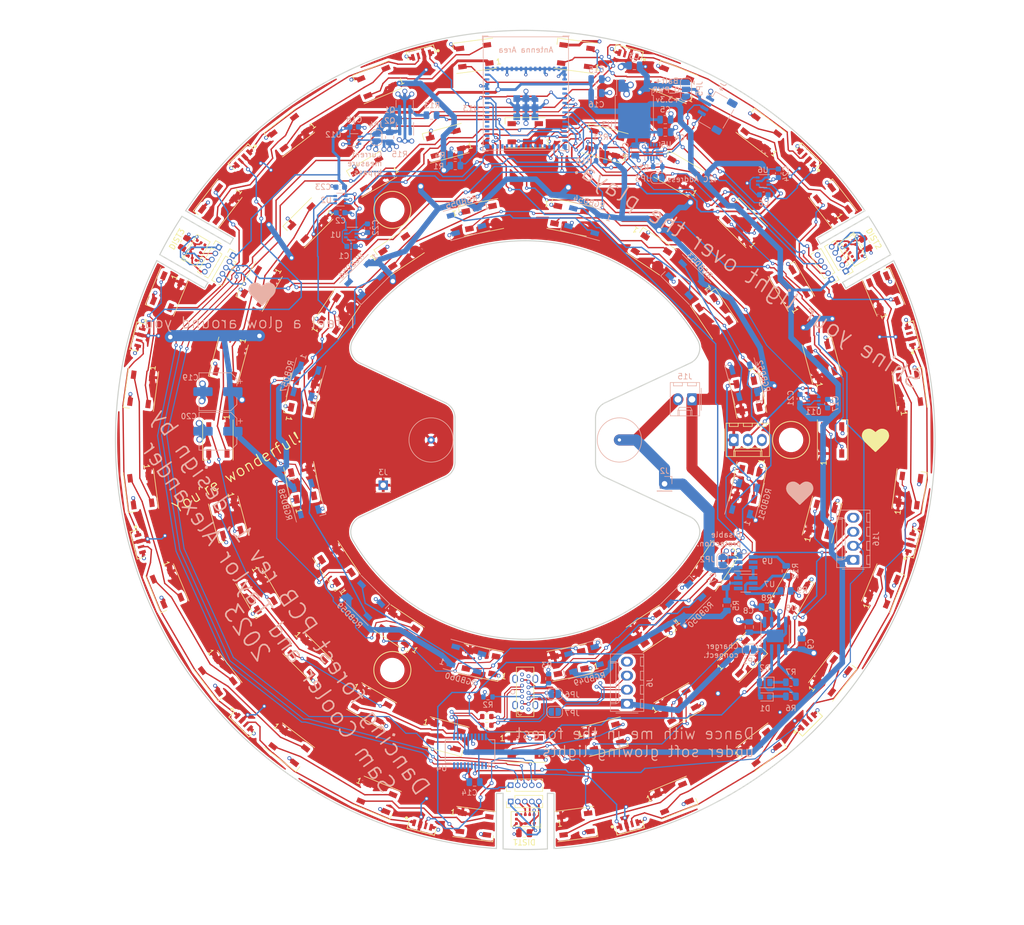
<source format=kicad_pcb>
(kicad_pcb (version 20221018) (generator pcbnew)
  (title_block (title "A title") (comment 1 "Comment 1"))
  (layers (0 "F.Cu" signal) (1 "In1.Cu" signal "Inner1.Cu") (2 "In2.Cu" signal "Inner2.Cu") (31 "B.Cu" signal) (34 "B.Paste" user) (35 "F.Paste" user) (36 "B.SilkS" user "B.Silkscreen") (37 "F.SilkS" user "F.Silkscreen") (38 "B.Mask" user) (39 "F.Mask" user) (44 "Edge.Cuts" user))
  (net 0 "")
  (net 1 "+BATT")
  (net 2 "+3V3")
  (net 3 "GND")
  (net 4 "Net-(U7-VCC)")
  (net 5 "BAT-")
  (net 6 "Net-(D1-A)")
  (net 7 "Net-(D1-K)")
  (net 8 "Net-(D2-K)")
  (net 9 "XSHUT1")
  (net 12 "SDA")
  (net 13 "SCL")
  (net 14 "XSHUT2")
  (net 17 "XSHUT3")
  (net 20 "VBUS")
  (net 21 "Net-(J1-CC1)")
  (net 22 "/USB_D+")
  (net 23 "/USB_D-")
  (net 24 "Net-(J1-CC2)")
  (net 25 "Net-(J4-Pin_2)")
  (net 26 "Net-(J5-Pin_2)")
  (net 27 "LEDGND")
  (net 28 "Net-(JP3-B)")
  (net 29 "Net-(JP4-B)")
  (net 30 "Net-(Q1-G)")
  (net 31 "Net-(U8-~{CHRG})")
  (net 32 "Net-(U8-~{STDBY})")
  (net 33 "Net-(U8-PROG)")
  (net 34 "Net-(U7-CS)")
  (net 35 "/OC")
  (net 36 "/G2")
  (net 37 "LED_FET")
  (net 38 "Net-(RGBD1-DOUT)")
  (net 39 "Net-(RGBD1-DIN)")
  (net 40 "Net-(RGBD2-DOUT)")
  (net 41 "Net-(RGBD3-DOUT)")
  (net 42 "Net-(RGBD4-DOUT)")
  (net 43 "Net-(RGBD5-DOUT)")
  (net 44 "Net-(RGBD6-DOUT)")
  (net 45 "Net-(RGBD7-DOUT)")
  (net 46 "Net-(RGBD8-DOUT)")
  (net 47 "Net-(RGBD10-DIN)")
  (net 48 "Net-(RGBD10-DOUT)")
  (net 49 "Net-(RGBD11-DOUT)")
  (net 50 "Net-(RGBD12-DOUT)")
  (net 51 "Net-(RGBD13-DOUT)")
  (net 52 "Net-(RGBD14-DOUT)")
  (net 53 "Net-(RGBD15-DOUT)")
  (net 54 "Net-(RGBD16-DOUT)")
  (net 55 "Net-(RGBD17-DOUT)")
  (net 56 "Net-(RGBD18-DOUT)")
  (net 57 "Net-(RGBD19-DOUT)")
  (net 58 "Net-(RGBD20-DOUT)")
  (net 59 "Net-(RGBD21-DOUT)")
  (net 60 "Net-(RGBD22-DOUT)")
  (net 61 "Net-(RGBD23-DOUT)")
  (net 62 "Net-(RGBD24-DOUT)")
  (net 63 "Net-(RGBD25-DOUT)")
  (net 64 "Net-(RGBD26-DOUT)")
  (net 65 "Net-(RGBD27-DOUT)")
  (net 66 "Net-(RGBD28-DOUT)")
  (net 67 "Net-(RGBD29-DOUT)")
  (net 68 "Net-(RGBD30-DOUT)")
  (net 69 "Net-(RGBD31-DOUT)")
  (net 70 "Net-(RGBD32-DOUT)")
  (net 71 "Net-(RGBD33-DOUT)")
  (net 72 "Net-(RGBD34-DOUT)")
  (net 73 "Net-(RGBD35-DOUT)")
  (net 74 "Net-(RGBD36-DOUT)")
  (net 75 "Net-(RGBD37-DOUT)")
  (net 76 "Net-(RGBD38-DOUT)")
  (net 77 "Net-(RGBD39-DOUT)")
  (net 78 "Net-(RGBD40-DOUT)")
  (net 79 "Net-(RGBD41-DOUT)")
  (net 80 "Net-(RGBD42-DOUT)")
  (net 81 "Net-(RGBD43-DOUT)")
  (net 82 "Net-(RGBD44-DOUT)")
  (net 83 "Net-(RGBD45-DOUT)")
  (net 84 "Net-(RGBD46-DOUT)")
  (net 85 "Net-(RGBD47-DOUT)")
  (net 86 "Net-(RGBD48-DOUT)")
  (net 87 "Net-(RGBD49-DOUT)")
  (net 88 "Net-(RGBD50-DOUT)")
  (net 89 "Net-(RGBD51-DOUT)")
  (net 90 "Net-(RGBD52-DOUT)")
  (net 91 "Net-(RGBD53-DOUT)")
  (net 92 "Net-(RGBD54-DOUT)")
  (net 94 "Net-(RGBD56-DOUT)")
  (net 95 "Net-(RGBD57-DOUT)")
  (net 96 "Net-(RGBD58-DOUT)")
  (net 97 "Net-(RGBD59-DOUT)")
  (net 98 "Net-(RGBD56-DIN)")
  (net 99 "Net-(RGBSIDE1-DIN)")
  (net 100 "Net-(RGBSIDE1-DOUT)")
  (net 101 "Net-(RGBSIDE2-DOUT)")
  (net 102 "Net-(RGBSIDE4-DOUT)")
  (net 103 "Net-(RGBSIDE5-DOUT)")
  (net 104 "Net-(RGBSIDE6-DOUT)")
  (net 105 "Net-(RGBSIDE7-DOUT)")
  (net 106 "Net-(RGBSIDE8-DOUT)")
  (net 107 "Net-(RGBSIDE10-DIN)")
  (net 108 "Net-(RGBSIDE10-DOUT)")
  (net 109 "Net-(RGBSIDE11-DOUT)")
  (net 110 "Net-(RGBWD1-DIN)")
  (net 111 "Net-(RGBWD1-DOUT)")
  (net 112 "Net-(RGBWD2-DOUT)")
  (net 113 "Net-(RGBWD3-DOUT)")
  (net 114 "Net-(RGBWD4-DOUT)")
  (net 115 "Net-(RGBWD5-DOUT)")
  (net 116 "Net-(RGBWD6-DOUT)")
  (net 117 "Net-(RGBWD7-DOUT)")
  (net 118 "Net-(RGBWD8-DOUT)")
  (net 119 "Net-(RGBWD10-DIN)")
  (net 121 "Net-(RGBWD11-DOUT)")
  (net 122 "Net-(RGBWD12-DOUT)")
  (net 123 "Net-(RGBWD13-DOUT)")
  (net 124 "Net-(RGBWD14-DOUT)")
  (net 125 "Net-(RGBWD15-DOUT)")
  (net 126 "Net-(RGBWD11-DIN)")
  (net 127 "WS2812")
  (net 128 "SK6812-RGBW")
  (net 140 "INT1")
  (net 141 "INT2")
  (net 142 "ESP_TX")
  (net 145 "SK6812-SIDE")
  (net 146 "/G1")
  (net 150 "ESP_RX")
  (net 151 "CURRENT_MEASURE")
  (net 152 "BATT_MEASURE")
  (net 153 "EXT_LED")
  (net 155 "Net-(RGBSIDE4-DIN)")
  (net 179 "/USB_DP")
  (net 180 "/USB_DN")
  (net 181 "DN")
  (net 182 "DP")
  (footprint "Connector_PinHeader_1.27mm:PinHeader_1x05_P1.27mm_Vertical" (layer "F.Cu") (at 257.875 169.5 -150)
    (fp_text reference "J11" hide)
    (fp_text value "Conn_01x05")
  )
  (footprint "LED_SMD:LED_WS2812B_PLCC4_5.0x5.0mm_P3.2mm" (layer "F.Cu") (at 209.136833 130.59886 172.5)
    (fp_text reference "RGBD36" hide)
    (fp_text value "WS2812B")
  )
  (footprint "led:SK6812SIDE" (layer "F.Cu") (at 218.764381 270.029622 15)
    (fp_text reference "RGBSIDE12" hide)
    (fp_text value "SK6812-SIDE")
  )
  (footprint "LED_SMD:LED_WS2812B_PLCC4_5.0x5.0mm_P3.2mm" (layer "F.Cu") (at 239.244426 239.244426 45)
    (fp_text reference "RGBD4" hide)
    (fp_text value "WS2812B")
  )
  (footprint "led:SK6812SIDE" (layer "F.Cu") (at 181.235619 270.029622 -15)
    (fp_text reference "RGBSIDE11" hide)
    (fp_text value "SK6812-SIDE")
  )
  (footprint "led:SK6812SIDE" (layer "F.Cu") (at 218.764381 129.970378 165)
    (fp_text reference "RGBSIDE5" hide)
    (fp_text value "SK6812-SIDE")
  )
  (footprint "led:LED_SK6812_PLCC4_5.0x5.0mm_P3.2mm" (layer "F.Cu") (at 159.787804 207.998703 -78.75)
    (fp_text reference "RGBWD13" hide)
    (fp_text value "SK6812-RGBW")
  )
  (footprint "led:LED_SK6812_PLCC4_5.0x5.0mm_P3.2mm" (layer "F.Cu") (at 207.998703 159.787804 168.75)
    (fp_text reference "RGBWD8" hide)
    (fp_text value "SK6812-RGBW")
  )
  (footprint "Connector_Molex:Molex_KK-254_AE-6410-03A_1x03_P2.54mm_Vertical" (layer "F.Cu") (at 237.65 200)
    (fp_text reference "J5" hide)
    (fp_text value "Conn_01x03")
  )
  (footprint "LED_SMD:LED_WS2812B_PLCC4_5.0x5.0mm_P3.2mm" (layer "F.Cu") (at 144.5 200 -90)
    (fp_text reference "RGBD19" hide)
    (fp_text value "WS2812B")
  )
  (footprint "LED_SMD:LED_WS2812B_PLCC4_5.0x5.0mm_P3.2mm" (layer "F.Cu") (at 157.3867 144.465266 -142.5)
    (fp_text reference "RGBD39" hide)
    (fp_text value "WS2812B")
  )
  (footprint "led:MountingHole_3.9mm_Plastite_#6" (layer "F.Cu") (at 176 241.569)
    (fp_text reference "H1" hide)
    (fp_text value "MountingHole")
  )
  (footprint "led:LED_SK6812_PLCC4_5.0x5.0mm_P3.2mm" (layer "F.Cu") (at 207.998703 240.212196 11.25)
    (fp_text reference "RGBWD1" hide)
    (fp_text value "SK6812-RGBW")
  )
  (footprint "LED_SMD:LED_WS2812B_PLCC4_5.0x5.0mm_P3.2mm" (layer "F.Cu") (at 151.93559 227.75 -60)
    (fp_text reference "RGBD21" hide)
    (fp_text value "WS2812B")
  )
  (footprint "LED_SMD:LED_WS2812B_PLCC4_5.0x5.0mm_P3.2mm" (layer "F.Cu") (at 264.671567 226.78784 67.5)
    (fp_text reference "RGBD29" hide)
    (fp_text value "WS2812B")
  )
  (footprint "Capacitor_SMD:C_0805_2012Metric" (layer "F.Cu") (at 199.80262 271.05 180)
    (fp_text reference "C11" hide)
    (fp_text value "0.1uF")
  )
  (footprint "LED_SMD:LED_WS2812B_PLCC4_5.0x5.0mm_P3.2mm" (layer "F.Cu") (at 255.534734 157.3867 127.5)
    (fp_text reference "RGBD33" hide)
    (fp_text value "WS2812B")
  )
  (footprint "LED_SMD:LED_WS2812B_PLCC4_5.0x5.0mm_P3.2mm" (layer "F.Cu") (at 226.78784 135.328433 157.5)
    (fp_text reference "RGBD35" hide)
    (fp_text value "WS2812B")
  )
  (footprint "led:LED_SK6812_PLCC4_5.0x5.0mm_P3.2mm" (layer "F.Cu") (at 165.909746 177.22162 -123.75)
    (fp_text reference "RGBWD11" hide)
    (fp_text value "SK6812-RGBW")
  )
  (footprint "LED_SMD:LED_WS2812B_PLCC4_5.0x5.0mm_P3.2mm" (layer "F.Cu") (at 160.755574 239.244426 -45)
    (fp_text reference "RGBD22" hide)
    (fp_text value "WS2812B")
  )
  (footprint "Sensor_Distance:ST_VL53L1x" (layer "F.Cu") (at 200 268.5 180)
    (fp_text reference "DIST1")
    (fp_text value "VL53L1CXV0FY1")
  )
  (footprint "LED_SMD:LED_WS2812B_PLCC4_5.0x5.0mm_P3.2mm" (layer "F.Cu") (at 157.3867 255.534734 -37.5)
    (fp_text reference "RGBD46" hide)
    (fp_text value "WS2812B")
  )
  (footprint "Resistor_SMD:R_0603_1608Metric" (layer "F.Cu") (at 193.055 249.965 180)
    (fp_text reference "R17" hide)
    (fp_text value "27")
  )
  (footprint "LED_SMD:LED_WS2812B_PLCC4_5.0x5.0mm_P3.2mm" (layer "F.Cu") (at 144.465266 157.3867 -127.5)
    (fp_text reference "RGBD40" hide)
    (fp_text value "WS2812B")
  )
  (footprint "Connector_PinHeader_1.27mm:PinHeader_1x05_P1.27mm_Vertical" (layer "F.Cu") (at 197.375 262.375 90)
    (fp_text reference "J10" hide)
    (fp_text value "Conn_01x05")
  )
  (footprint "LED_SMD:LED_WS2812B_PLCC4_5.0x5.0mm_P3.2mm" (layer "F.Cu") (at 255.5 200 90)
    (fp_text reference "RGBD7" hide)
    (fp_text value "WS2812B")
  )
  (footprint "led:SK6812SIDE" (layer "F.Cu") (at 148.734758 148.734758 -135)
    (fp_text reference "RGBSIDE7" hide)
    (fp_text value "SK6812-SIDE")
  )
  (footprint "led:MountingHole_3.9mm_Plastite_#6" (layer "F.Cu") (at 248 200)
    (fp_text reference "H2" hide)
    (fp_text value "MountingHole")
  )
  (footprint "LED_SMD:LED_WS2812B_PLCC4_5.0x5.0mm_P3.2mm" (layer "F.Cu") (at 185.635543 253.608883 -15)
    (fp_text reference "RGBD24" hide)
    (fp_text value "WS2812B")
  )
  (footprint "led:SK6812SIDE" (layer "F.Cu") (at 129.970378 218.764381 -75)
    (fp_text reference "RGBSIDE9" hide)
    (fp_text value "SK6812-SIDE")
  )
  (footprint "led:SK6812SIDE" (layer "F.Cu") (at 251.265242 148.734758 135)
    (fp_text reference "RGBSIDE4" hide)
    (fp_text value "SK6812-SIDE")
  )
  (footprint "led:LED_SK6812_PLCC4_5.0x5.0mm_P3.2mm" (layer "F.Cu") (at 165.909746 222.77838 -56.25)
    (fp_text reference "RGBWD14" hide)
    (fp_text value "SK6812-RGBW")
  )
  (footprint "led:LED_SK6812_PLCC4_5.0x5.0mm_P3.2mm" (layer "F.Cu") (at 159.787804 192.001297 -101.25)
    (fp_text reference "RGBWD12" hide)
    (fp_text value "SK6812-RGBW")
  )
  (footprint "led:LED_SK6812_PLCC4_5.0x5.0mm_P3.2mm" (layer "F.Cu") (at 222.77838 234.090254 33.75)
    (fp_text reference "RGBWD2" hide)
    (fp_text value "SK6812-RGBW")
  )
  (footprint "LED_SMD:LED_WS2812B_PLCC4_5.0x5.0mm_P3.2mm" (layer "F.Cu") (at 255.534734 242.6133 52.5)
    (fp_text reference "RGBD28" hide)
    (fp_text value "WS2812B")
  )
  (footprint "led:breakaway" (layer "F.Cu") (at 256.6 170.2 -150)
    (fp_text reference "REF**" hide)
    (fp_text value "breakaway")
  )
  (footprint "Connector_PinHeader_1.27mm:PinHeader_1x05_P1.27mm_Vertical" (layer "F.Cu") (at 147.225 166.675 -30)
    (fp_text reference "J14" hide)
    (fp_text value "Conn_01x05")
  )
  (footprint "Connector_PinHeader_1.27mm:PinHeader_1x05_P1.27mm_Vertical" (layer "F.Cu") (at 144.675 165.2 -30)
    (fp_text reference "J13" hide)
    (fp_text value "Conn_01x05")
  )
  (footprint "led:MountingHole_3.9mm_Plastite_#6" (layer "F.Cu") (at 176 158.431)
    (fp_text reference "H3" hide)
    (fp_text value "MountingHole")
  )
  (footprint "Sensor_Distance:ST_VL53L1x" (layer "F.Cu") (at 259.337804 165.75 -60)
    (fp_text reference "DIST2")
    (fp_text value "VL53L1CXV0FY1")
  )
  (footprint "led:LED_SK6812_PLCC4_5.0x5.0mm_P3.2mm" (layer "F.Cu") (at 234.090254 222.77838 56.25)
    (fp_text reference "RGBWD3" hide)
    (fp_text value "SK6812-RGBW")
  )
  (footprint "Capacitor_SMD:C_0805_2012Metric" (layer "F.Cu") (at 138.505 164.45262 60)
    (fp_text reference "C13" hide)
    (fp_text value "0.1uF")
  )
  (footprint "led:LED_SK6812_PLCC4_5.0x5.0mm_P3.2mm" (layer "F.Cu") (at 177.22162 165.909746 -146.25)
    (fp_text reference "RGBWD10" hide)
    (fp_text value "SK6812-RGBW")
  )
  (footprint "led:LED_SK6812_PLCC4_5.0x5.0mm_P3.2mm" (layer "F.Cu") (at 177.22162 234.090254 -33.75)
    (fp_text reference "RGBWD15" hide)
    (fp_text value "SK6812-RGBW")
  )
  (footprint "LED_SMD:LED_WS2812B_PLCC4_5.0x5.0mm_P3.2mm" (layer "F.Cu") (at 200 255.5)
    (fp_text reference "RGBD1" hide)
    (fp_text value "WS2812B")
  )
  (footprint "LED_SMD:LED_WS2812B_PLCC4_5.0x5.0mm_P3.2mm" (layer "F.Cu") (at 248.06441 172.25 120)
    (fp_text reference "RGBD9" hide)
    (fp_text value "WS2812B")
  )
  (footprint "LED_SMD:LED_WS2812B_PLCC4_5.0x5.0mm_P3.2mm" (layer "F.Cu") (at 242.6133 144.465266 142.5)
    (fp_text reference "RGBD34" hide)
    (fp_text value "WS2812B")
  )
  (footprint "LED_SMD:LED_WS2812B_PLCC4_5.0x5.0mm_P3.2mm" (layer "F.Cu") (at 209.136833 269.40114 7.5)
    (fp_text reference "RGBD25" hide)
    (fp_text value "WS2812B")
  )
  (footprint "LED_SMD:LED_WS2812B_PLCC4_5.0x5.0mm_P3.2mm" (layer "F.Cu") (at 227.75 248.06441 30)
    (fp_text reference "RGBD3" hide)
    (fp_text value "WS2812B")
  )
  (footprint "LED_SMD:LED_WS2812B_PLCC4_5.0x5.0mm_P3.2mm" (layer "F.Cu") (at 172.25 151.93559 -150)
    (fp_text reference "RGBD15" hide)
    (fp_text value "WS2812B")
  )
  (footprint "LED_SMD:LED_WS2812B_PLCC4_5.0x5.0mm_P3.2mm" (layer "F.Cu") (at 269.40114 190.863167 97.5)
    (fp_text reference "RGBD31" hide)
    (fp_text value "WS2812B")
  )
  (footprint "Sensor_Distance:ST_VL53L1x" (layer "F.Cu") (at 140.662196 165.75 60)
    (fp_text reference "DIST3")
    (fp_text value "VL53L1CXV0FY1")
  )
  (footprint "LED_SMD:LED_WS2812B_PLCC4_5.0x5.0mm_P3.2mm" (layer "F.Cu") (at 190.863167 269.40114 -7.5)
    (fp_text reference "RGBD48" hide)
    (fp_text value "WS2812B")
  )
  (footprint "LED_SMD:LED_WS2812B_PLCC4_5.0x5.0mm_P3.2mm" (layer "F.Cu") (at 239.244426 160.755574 135)
    (fp_text reference "RGBD10" hide)
    (fp_text value "WS2812B")
  )
  (footprint "LED_SMD:LED_WS2812B_PLCC4_5.0x5.0mm_P3.2mm" (layer "F.Cu") (at 253.608883 185.635543 105)
    (fp_text reference "RGBD8" hide)
    (fp_text value "WS2812B")
  )
  (footprint "Capacitor_SMD:C_0805_2012Metric" (layer "F.Cu") (at 261.49738 164.515 -60)
    (fp_text reference "C12" hide)
    (fp_text value "0.1uF")
  )
  (footprint "LED_SMD:LED_WS2812B_PLCC4_5.0x5.0mm_P3.2mm" (layer "F.Cu") (at 227.75 151.93559 150)
    (fp_text reference "RGBD11" hide)
    (fp_text value "WS2812B")
  )
  (footprint "LED_SMD:LED_WS2812B_PLCC4_5.0x5.0mm_P3.2mm" (layer "F.Cu") (at 130.59886 190.863167 -97.5)
    (fp_text reference "RGBD42" hide)
    (fp_text value "WS2812B")
  )
  (footprint "LED_SMD:LED_WS2812B_PLCC4_5.0x5.0mm_P3.2mm" (layer "F.Cu") (at 242.6133 255.534734 37.5)
    (fp_text reference "RGBD27" hide)
    (fp_text value "WS2812B")
  )
  (footprint "LED_SMD:LED_WS2812B_PLCC4_5.0x5.0mm_P3.2mm" (layer "F.Cu") (at 253.608883 214.364457 75)
    (fp_text reference "RGBD6" hide)
    (fp_text value "WS2812B")
  )
  (footprint "LED_SMD:LED_WS2812B_PLCC4_5.0x5.0mm_P3.2mm" (layer "F.Cu") (at 248.06441 227.75 60)
    (fp_text reference "RGBD5" hide)
    (fp_text value "WS2812B")
  )
  (footprint "Connector_PinHeader_1.27mm:PinHeader_1x05_P1.27mm_Vertical" (layer "F.Cu") (at 255.325 170.975 -150)
    (fp_text reference "J12" hide)
    (fp_text value "Conn_01x05")
  )
  (footprint "led:SK6812SIDE" (layer "F.Cu") (at 129.970378 181.235619 -105)
    (fp_text reference "RGBSIDE8" hide)
    (fp_text value "SK6812-SIDE")
  )
  (footprint "LED_SMD:LED_WS2812B_PLCC4_5.0x5.0mm_P3.2mm" (layer "F.Cu") (at 135.328433 226.78784 -67.5)
    (fp_text reference "RGBD44" hide)
    (fp_text value "WS2812B")
  )
  (footprint "LED_SMD:LED_WS2812B_PLCC4_5.0x5.0mm_P3.2mm" (layer "F.Cu") (at 200 144.5 180)
    (fp_text reference "RGBD13" hide)
    (fp_text value "WS2812B")
  )
  (footprint "LED_SMD:LED_WS2812B_PLCC4_5.0x5.0mm_P3.2mm" (layer "F.Cu") (at 185.635543 146.391117 -165)
    (fp_text reference "RGBD14" hide)
    (fp_text value "WS2812B")
  )
  (footprint "usb:918-468K2029E50000" (layer "F.Cu") (at 200 245.53)
    (fp_text reference "J1" hide)
    (fp_text value "USB_C_Receptacle_USB2.0" hide)
  )
  (footprint "LED_SMD:LED_WS2812B_PLCC4_5.0x5.0mm_P3.2mm" (layer "F.Cu") (at 151.93559 172.25 -120)
    (fp_text reference "RGBD17" hide)
    (fp_text value "WS2812B")
  )
  (footprint "led:LED_SK6812_PLCC4_5.0x5.0mm_P3.2mm" (layer "F.Cu") (at 222.77838 165.909746 146.25)
    (fp_text reference "RGBWD7" hide)
    (fp_text value "SK6812-RGBW")
  )
  (footprint "LED_SMD:LED_WS2812B_PLCC4_5.0x5.0mm_P3.2mm" (layer "F.Cu") (at 172.25 248.06441 -30)
    (fp_text reference "RGBD23" hide)
    (fp_text value "WS2812B")
  )
  (footprint "led:breakaway" (layer "F.Cu") (at 145.8 166 -30)
    (fp_text reference "REF**" hide)
    (fp_text value "breakaway")
  )
  (footprint "LED_SMD:LED_WS2812B_PLCC4_5.0x5.0mm_P3.2mm" (layer "F.Cu") (at 214.364457 146.391117 165)
    (fp_text reference "RGBD12" hide)
    (fp_text value "WS2812B")
  )
  (footprint "LED_SMD:LED_WS2812B_PLCC4_5.0x5.0mm_P3.2mm" (layer "F.Cu") (at 269.40114 209.136833 82.5)
    (fp_text reference "RGBD30" hide)
    (fp_text value "WS2812B")
  )
  (footprint "LED_SMD:LED_WS2812B_PLCC4_5.0x5.0mm_P3.2mm" (layer "F.Cu") (at 146.391117 214.364457 -75)
    (fp_text reference "RGBD20" hide)
    (fp_text value "WS2812B")
  )
  (footprint "led:SK6812SIDE" (layer "F.Cu") (at 148.734758 251.265242 -45)
    (fp_text reference "RGBSIDE10" hide)
    (fp_text value "SK6812-SIDE")
  )
  (footprint "LED_SMD:LED_WS2812B_PLCC4_5.0x5.0mm_P3.2mm" (layer "F.Cu") (at 190.863167 130.59886 -172.5)
    (fp_text reference "RGBD37" hide)
    (fp_text value "WS2812B")
  )
  (footprint "led:LED_SK6812_PLCC4_5.0x5.0mm_P3.2mm" (layer "F.Cu") (at 240.212196 207.998703 78.75)
    (fp_text reference "RGBWD4" hide)
    (fp_text value "SK6812-RGBW")
  )
  (footprint "led:SK6812SIDE" (layer "F.Cu") (at 251.265242 251.265242 45)
    (fp_text reference "RGBSIDE1" hide)
    (fp_text value "SK6812-SIDE")
  )
  (footprint "led:LED_SK6812_PLCC4_5.0x5.0mm_P3.2mm" (layer "F.Cu") (at 234.090254 177.22162 123.75)
    (fp_text reference "RGBWD6" hide)
    (fp_text value "SK6812-RGBW")
  )
  (footprint "led:breakaway" (layer "F.Cu") (at 197.6 263.8 90)
    (fp_text reference "REF**" hide)
    (fp_text value "breakaway")
  )
  (footprint "led:SK6812SIDE" (layer "F.Cu") (at 270.029622 181.235619 105)
    (fp_text reference "RGBSIDE3" hide)
    (fp_text value "SK6812-SIDE")
  )
  (footprint "led:LED_SK6812_PLCC4_5.0x5.0mm_P3.2mm" (layer "F.Cu") (at 240.212196 192.001297 101.25)
    (fp_text reference "RGBWD5" hide)
    (fp_text value "SK6812-RGBW")
  )
  (footprint "led:SK6812SIDE" (layer "F.Cu") (at 181.235619 129.970378 -165)
    (fp_text reference "RGBSIDE6" hide)
    (fp_text value "SK6812-SIDE")
  )
  (footprint "LED_SMD:LED_WS2812B_PLCC4_5.0x5.0mm_P3.2mm" (layer "F.Cu") (at 173.21216 264.671567 -22.5)
    (fp_text reference "RGBD47" hide)
    (fp_text value "WS2812B")
  )
  (footprint "led:SK6812SIDE" (layer "F.Cu") (at 270.029622 218.764381 75)
    (fp_text reference "RGBSIDE2" hide)
    (fp_text value "SK6812-SIDE")
  )
  (footprint "LED_SMD:LED_WS2812B_PLCC4_5.0x5.0mm_P3.2mm" (layer "F.Cu") (at 144.465266 242.6133 -52.5)
    (fp_text reference "RGBD45" hide)
    (fp_text value "WS2812B")
  )
  (footprint "led:LED_SK6812_PLCC4_5.0x5.0mm_P3.2mm" (layer "F.Cu") (at 192.001297 240.212196 -11.25)
    (fp_text reference "RGBWD16" hide)
    (fp_text value "SK6812-RGBW")
  )
  (footprint "LED_SMD:LED_WS2812B_PLCC4_5.0x5.0mm_P3.2mm" (layer "F.Cu") (at 226.78784 264.671567 22.5)
    (fp_text reference "RGBD26" hide)
    (fp_text value "WS2812B")
  )
  (footprint "LED_SMD:LED_WS2812B_PLCC4_5.0x5.0mm_P3.2mm" (layer "F.Cu") (at 264.671567 173.21216 112.5)
    (fp_text reference "RGBD32" hide)
    (fp_text value "WS2812B")
  )
  (footprint "Connector_PinHeader_1.27mm:PinHeader_1x05_P1.27mm_Vertical" (layer "F.Cu") (at 197.375 265.325 90)
    (fp_text reference "J9" hide)
    (fp_text value "Conn_01x05")
  )
  (footprint "LED_SMD:LED_WS2812B_PLCC4_5.0x5.0mm_P3.2mm" (layer "F.Cu") (at 173.21216 135.328433 -157.5)
    (fp_text reference "RGBD38" hide)
    (fp_text value "WS2812B")
  )
  (footprint "LED_SMD:LED_WS2812B_PLCC4_5.0x5.0mm_P3.2mm" (layer "F.Cu") (at 160.755574 160.755574 -135)
    (fp_text reference "RGBD16" hide)
    (fp_text value "WS2812B")
  )
  (footprint "LED_SMD:LED_WS2812B_PLCC4_5.0x5.0mm_P3.2mm" (layer "F.Cu") (at 135.328433 173.21216 -112.5)
    (fp_text reference "RGBD41" hide)
    (fp_text value "WS2812B")
  )
  (footprint "Resistor_SMD:R_0603_1608Metric" (layer "F.Cu") (at 193.055 251.555 180)
    (fp_text reference "R16" hide)
    (fp_text value "27")
  )
  (footprint "led:LED_SK6812_PLCC4_5.0x5.0mm_P3.2mm" (layer "F.Cu") (at 192.001297 159.787804 -168.75)
    (fp_text reference "RGBWD9" hide)
    (fp_text value "SK6812-RGBW")
  )
  (footprint "LED_SMD:LED_WS2812B_PLCC4_5.0x5.0mm_P3.2mm" (layer "F.Cu") (at 146.391117 185.635543 -105)
    (fp_text reference "RGBD18" hide)
    (fp_text value "WS2812B")
  )
  (footprint "LED_SMD:LED_WS2812B_PLCC4_5.0x5.0mm_P3.2mm" (layer "F.Cu") (at 214.364457 253.608883 15)
    (fp_text reference "RGBD2" hide)
    (fp_text value "WS2812B")
  )
  (footprint "LED_SMD:LED_WS2812B_PLCC4_5.0x5.0mm_P3.2mm" (layer "F.Cu") (at 130.59886 209.136833 -82.5)
    (fp_text reference "RGBD43" hide)
    (fp_text value "WS2812B")
  )
  (footprint "Jumper:SolderJumper-2_P1.3mm_Open_RoundedPad1.0x1.5mm" (layer "B.Cu") (at 173.125 145.35262 90)
    (fp_text reference "JP4")
    (fp_text value "SolderJumper_2_Open")
  )
  (footprint "LED_SMD:LED_WS2812B_PLCC4_5.0x5.0mm_P3.2mm" (layer "B.Cu") (at 228.991378 228.991378 45)
    (fp_text reference "RGBD50")
    (fp_text value "WS2812B")
  )
  (footprint "Resistor_SMD:R_0805_2012Metric" (layer "B.Cu") (at 187.35738 150.425)
    (fp_text reference "R1")
    (fp_text value "10k 0.5%")
  )
  (footprint "LED_SMD:LED_0603_1608Metric" (layer "B.Cu") (at 243.29262 246.435 180)
    (fp_text reference "D1")
    (fp_text value "RED")
  )
  (footprint "Resistor_SMD:R_0805_2012Metric" (layer "B.Cu") (at 175.525 145.32738 -90)
    (fp_text reference "R15")
    (fp_text value "0.010 R")
  )
  (footprint "Capacitor_SMD:C_0603_1608Metric" (layer "B.Cu") (at 254.595 193.44262 90)
    (fp_text reference "C17")
    (fp_text value "0.1uF")
  )
  (footprint "Resistor_SMD:R_0603_1608Metric" (layer "B.Cu") (at 204.215 243.13262 90)
    (fp_text reference "R3")
    (fp_text value "5.1k")
  )
  (footprint "led:spring_F6-6-4-0.4Z" (layer "B.Cu") (at 183 200 180)
    (fp_text reference "J8" hide)
    (fp_text value "Conn_01x01")
  )
  (footprint "Connector_JST:JST_SH_SM04B-SRSS-TB_1x04-1MP_P1.00mm_Horizontal" (layer "B.Cu") (at 234.355 140.64738 -120)
    (fp_text reference "J4")
    (fp_text value "SM04B-SRSS-TB(LF)(SN)")
  )
  (footprint "LED_SMD:LED_WS2812B_PLCC4_5.0x5.0mm_P3.2mm" (layer "B.Cu") (at 171.008622 228.991378 -45)
    (fp_text reference "RGBD59")
    (fp_text value "WS2812B")
  )
  (footprint "LED_SMD:LED_WS2812B_PLCC4_5.0x5.0mm_P3.2mm" (layer "B.Cu") (at 160.397041 210.611581 -75)
    (fp_text reference "RGBD58")
    (fp_text value "WS2812B")
  )
  (footprint "LED_SMD:LED_WS2812B_PLCC4_5.0x5.0mm_P3.2mm" (layer "B.Cu") (at 239.602959 189.388419 105)
    (fp_text reference "RGBD52")
    (fp_text value "WS2812B")
  )
  (footprint "Capacitor_SMD:CP_Elec_6.3x7.7" (layer "B.Cu") (at 144.50262 198.425 180)
    (fp_text reference "C20")
    (fp_text value "470uF 16V")
  )
  (footprint "Resistor_SMD:R_0603_1608Metric" (layer "B.Cu") (at 193.26738 246.425)
    (fp_text reference "R2")
    (fp_text value "5.1k")
  )
  (footprint "Resistor_SMD:R_0805_2012Metric" (layer "B.Cu") (at 243.57262 230.175 180)
    (fp_text reference "R8")
    (fp_text value "1.2k")
  )
  (footprint "Capacitor_SMD:C_0603_1608Metric" (layer "B.Cu") (at 166.595 154.325 180)
    (fp_text reference "C23")
    (fp_text value "0.1uF")
  )
  (footprint "Jumper:SolderJumper-2_P1.3mm_Open_RoundedPad1.0x1.5mm" (layer "B.Cu") (at 224.04738 152.675)
    (fp_text reference "JP3")
    (fp_text value "SolderJumper_2_Open")
  )
  (footprint "LED_SMD:LED_WS2812B_PLCC4_5.0x5.0mm_P3.2mm" (layer "B.Cu") (at 228.991378 171.008622 135)
    (fp_text reference "RGBD53")
    (fp_text value "WS2812B")
  )
  (footprint "Resistor_SMD:R_0805_2012Metric" (layer "B.Cu") (at 247.125 223.67262 90)
    (fp_text reference "R12")
    (fp_text value "0R")
  )
  (footprint "LED_SMD:LED_WS2812B_PLCC4_5.0x5.0mm_P3.2mm" (layer "B.Cu") (at 239.602959 210.611581 75)
    (fp_text reference "RGBD51")
    (fp_text value "WS2812B")
  )
  (footprint "Capacitor_SMD:C_0805_2012Metric" (layer "B.Cu") (at 249.895 236.85262 90)
    (fp_text reference "C9")
    (fp_text value "10u")
  )
  (footprint "Package_TO_SOT_SMD:SOT-363_SC-70-6" (layer "B.Cu") (at 252.05738 192.925)
    (fp_text reference "U11")
    (fp_text value "TXS0101DCKR")
  )
  (footprint "Package_SO:SSOP-20_3.9x8.7mm_P0.635mm" (layer "B.Cu") (at 190.025 256.24262 90)
    (fp_text reference "U4")
    (fp_text value "FT231XS")
  )
  (footprint "Capacitor_SMD:C_0805_2012Metric" (layer "B.Cu") (at 219.70262 132.355 180)
    (fp_text reference "C3")
    (fp_text value "10u")
  )
  (footprint "Capacitor_SMD:C_0603_1608Metric" (layer "B.Cu") (at 171.495 161.735 -90)
    (fp_text reference "C22")
    (fp_text value "0.1uF")
  )
  (footprint "Resistor_SMD:R_0603_1608Metric" (layer "B.Cu") (at 213.61738 149.555 180)
    (fp_text reference "R10")
    (fp_text value "5.1k")
  )
  (footprint "Connector_Molex:Molex_KK-254_AE-6410-04A_1x04_P2.54mm_Vertical" (layer "B.Cu") (at 218.365 247.66738 90)
    (fp_text reference "J6")
    (fp_text value "Conn_01x04")
  )
  (footprint "Package_LGA:LGA-14_3x2.5mm_P0.5mm_LayoutBorder3x4y" (layer "B.Cu") (at 222.945 147.84262 90)
    (fp_text reference "U5")
    (fp_text value "LSM6DS3")
  )
  (footprint "Espressif:ESP32-S3-MINI-1" (layer "B.Cu") (at 200.11 139.96 180)
    (fp_text reference "U13")
    (fp_text value "ESP32-S3-MINI-1-N8")
  )
  (footprint "Package_TO_SOT_SMD:SOT-363_SC-70-6" (layer "B.Cu") (at 166.64262 156.575 180)
    (fp_text reference "U2")
    (fp_text value "TXS0101DCKR")
  )
  (footprint "Capacitor_SMD:C_0805_2012Metric" (layer "B.Cu") (at 190.85262 261.805 180)
    (fp_text reference "C14")
    (fp_text value "0.1uF")
  )
  (footprint "LED_SMD:LED_WS2812B_PLCC4_5.0x5.0mm_P3.2mm" (layer "B.Cu") (at 160.397041 189.388419 -105)
    (fp_text reference "RGBD57")
    (fp_text value "WS2812B")
  )
  (footprint "Connector_PinHeader_2.54mm:PinHeader_1x01_P2.54mm_Vertical" (layer "B.Cu") (at 225.15262 207.925 180)
    (fp_text reference "J2")
    (fp_text value "Conn_01x01")
  )
  (footprint "Resistor_SMD:R_0603_1608Metric" (layer "B.Cu") (at 223.91738 150.635)
    (fp_text reference "R14")
    (fp_text value "5.1k")
  )
  (footprint "Capacitor_SMD:C_0603_1608Metric" (layer "B.Cu") (at 245.695 151.815 -90)
    (fp_text reference "C24")
    (fp_text value "0.1uF")
  )
  (footprint "Package_TO_SOT_SMD:SOT-23-6_Handsoldering" (layer "B.Cu") (at 239.79738 222.075)
    (fp_text reference "U9")
    (fp_text value "FS8205A")
  )
  (footprint "Capacitor_SMD:C_0805_2012Metric" (layer "B.Cu") (at 219.865 147.69738 -90)
    (fp_text reference "C10")
    (fp_text value "0.1uF")
  )
  (footprint "Package_TO_SOT_SMD:SOT-363_SC-70-6" (layer "B.Cu") (at 168.54262 162.725 180)
    (fp_text reference "U1")
    (fp_text value "TXS0101DCKR")
  )
  (footprint "Capacitor_SMD:C_0805_2012Metric" (layer "B.Cu") (at 212.85262 137.325 180)
    (fp_text reference "C16")
    (fp_text value "10u")
  )
  (footprint "Capacitor_SMD:C_0805_2012Metric" (layer "B.Cu") (at 212.85262 134.815 180)
    (fp_text reference "C15")
    (fp_text value "0.1uF")
  )
  (footprint "Capacitor_SMD:C_0805_2012Metric" (layer "B.Cu") (at 225.29738 144.385)
    (fp_text reference "C4")
    (fp_text value "10u")
  )
  (footprint "Capacitor_SMD:C_0603_1608Metric" (layer "B.Cu") (at 249.605 192.555 90)
    (fp_text reference "C21")
    (fp_text value "0.1uF")
  )
  (footprint "Capacitor_SMD:C_0805_2012Metric" (layer "B.Cu") (at 225.29738 142.125)
    (fp_text reference "C5")
    (fp_text value "10u")
  )
  (footprint "Package_TO_SOT_SMD:SOT-23" (layer "B.Cu") (at 178.275 143.28262 90)
    (fp_text reference "Q2")
    (fp_text value "AO3400A")
  )
  (footprint "Resistor_SMD:R_0805_2012Metric" (layer "B.Cu") (at 247.97262 246.325)
    (fp_text reference "R6")
    (fp_text value "1k")
  )
  (footprint "Resistor_SMD:R_0603_1608Metric" (layer "B.Cu") (at 213.61738 147.045)
    (fp_text reference "R11")
    (fp_text value "5.1k")
  )
  (footprint "Capacitor_SMD:C_0805_2012Metric" (layer "B.Cu") (at 236.215 225.75262 90)
    (fp_text reference "C7")
    (fp_text value "0.1uF")
  )
  (footprint "Jumper:SolderJumper-2_P1.3mm_Open_RoundedPad1.0x1.5mm" (layer "B.Cu") (at 205.325 245.875)
    (fp_text reference "JP6")
    (fp_text value "SolderJumper_2_Open")
  )
  (footprint "Resistor_SMD:R_0805_2012Metric" (layer "B.Cu") (at 247.97262 243.775)
    (fp_text reference "R7")
    (fp_text value "1k")
  )
  (footprint "Capacitor_SMD:CP_Elec_6.3x7.7" (layer "B.Cu") (at 144.50262 191.275 180)
    (fp_text reference "C19")
    (fp_text value "470uF 16V")
  )
  (footprint "LED_SMD:LED_WS2812B_PLCC4_5.0x5.0mm_P3.2mm" (layer "B.Cu") (at 171.008622 171.008622 -135)
    (fp_text reference "RGBD56")
    (fp_text value "WS2812B")
  )
  (footprint "Resistor_SMD:R_0805_2012Metric" (layer "B.Cu") (at 183.07738 141.325)
    (fp_text reference "R13")
    (fp_text value "100")
  )
  (footprint "Connector_Molex:Molex_KK-254_AE-6410-02A_1x02_P2.54mm_Vertical" (layer "B.Cu") (at 230.105 192.655 180)
    (fp_text reference "J15")
    (fp_text value "Conn_01x02")
  )
  (footprint "Package_TO_SOT_SMD:SOT-363_SC-70-6" (layer "B.Cu") (at 169.10738 145.825)
    (fp_text reference "U12")
    (fp_text value "INA199xxDCK")
  )
  (footprint "LED_SMD:LED_WS2812B_PLCC4_5.0x5.0mm_P3.2mm" (layer "B.Cu") (at 189.388419 239.602959 -15)
    (fp_text reference "RGBD60")
    (fp_text value "WS2812B")
  )
  (footprint "Capacitor_SMD:C_0805_2012Metric" (layer "B.Cu") (at 240.455 233.80262 90)
    (fp_text reference "C8")
    (fp_text value "0.1uF")
  )
  (footprint "LED_SMD:LED_WS2812B_PLCC4_5.0x5.0mm_P3.2mm" (layer "B.Cu") (at 210.611581 160.397041 165)
    (fp_text reference "RGBD54")
    (fp_text value "WS2812B")
  )
  (footprint "LED_SMD:LED_0805_2012Metric" (layer "B.Cu") (at 243.24262 243.82 180)
    (fp_text reference "D2")
    (fp_text value "GREEN")
  )
  (footprint "Capacitor_SMD:C_0603_1608Metric" (layer "B.Cu") (at 166.64262 158.935)
    (fp_text reference "C2")
    (fp_text value "0.1uF")
  )
  (footprint "Capacitor_SMD:C_0603_1608Metric" (layer "B.Cu") (at 168.55738 165.025)
    (fp_text reference "C1")
    (fp_text value "0.1uF")
  )
  (footprint "Jumper:SolderJumper-2_P1.3mm_Open_RoundedPad1.0x1.5mm" (layer "B.Cu") (at 240.59738 237.875)
    (fp_text reference "JP1")
    (fp_text value "SolderJumper_2_Open")
  )
  (footprint "Capacitor_SMD:C_0603_1608Metric" (layer "B.Cu") (at 169.10738 143.435)
    (fp_text reference "C18")
    (fp_text value "0.1uF")
  )
  (footprint "Resistor_SMD:R_0805_2012Metric" (layer "B.Cu") (at 247.02262 227.275 180)
    (fp_text reference "R9")
    (fp_text value "1k")
  )
  (footprint "Resistor_SMD:R_0805_2012Metric" (layer "B.Cu") (at 236.425 229.92262 90)
    (fp_text reference "R5")
    (fp_text value "100")
  )
  (footprint "Package_TO_SOT_SMD:TO-252-2" (layer "B.Cu") (at 219.695 141.03738 -90)
    (fp_text reference "U3")
    (fp_text value "LD1086DT33TR")
  )
  (footprint "LED_SMD:LED_WS2812B_PLCC4_5.0x5.0mm_P3.2mm" (layer "B.Cu") (at 189.388419 160.397041 -165)
    (fp_text reference "RGBD55")
    (fp_text value "WS2812B")
  )
  (footprint "Jumper:SolderJumper-2_P1.3mm_Open_RoundedPad1.0x1.5mm" (layer "B.Cu") (at 205.325 249.125)
    (fp_text reference "JP7")
    (fp_text value "SolderJumper_2_Open")
  )
  (footprint "Connector_PinHeader_2.54mm:PinHeader_1x01_P2.54mm_Vertical" (layer "B.Cu") (at 174.35262 208.175 180)
    (fp_text reference "J3")
    (fp_text value "Conn_01x01")
  )
  (footprint "Package_TO_SOT_SMD:SOT-23-6_Handsoldering" (layer "B.Cu") (at 239.80262 225.875 180)
    (fp_text reference "U7")
    (fp_text value "DW01")
  )
  (footprint "Capacitor_SMD:C_0603_1608Metric" (layer "B.Cu") (at 243.05738 155.705)
    (fp_text reference "C6")
    (fp_text value "0.1uF")
  )
  (footprint "Package_TO_SOT_SMD:SOT-23" (layer "B.Cu") (at 178.225 139.28262 90)
    (fp_text reference "Q1")
    (fp_text value "AO3400A")
  )
  (footprint "Connector_Molex:Molex_KK-254_AE-6410-04A_1x04_P2.54mm_Vertical" (layer "B.Cu") (at 259.23 221.67 90)
    (fp_text reference "J16")
    (fp_text value "Conn_01x04")
  )
  (footprint "Jumper:SolderJumper-3_P1.3mm_Open_RoundedPad1.0x1.5mm" (layer "B.Cu") (at 229.025 136.65738 -90)
    (fp_text reference "JP5")
    (fp_text value "SolderJumper_3_Open")
  )
  (footprint "LED_SMD:LED_WS2812B_PLCC4_5.0x5.0mm_P3.2mm" (layer "B.Cu") (at 210.611581 239.602959 15)
    (fp_text reference "RGBD49")
    (fp_text value "WS2812B")
  )
  (footprint "Package_SO:SOIC-8-1EP_3.9x4.9mm_P1.27mm_EP2.29x3mm" (layer "B.Cu") (at 245.125 235.40738 -90)
    (fp_text reference "U8")
    (fp_text value "TP4056")
  )
  (footprint "led:spring_F6-6-4-0.4Z" (layer "B.Cu") (at 217 200 180)
    (fp_text reference "J7" hide)
    (fp_text value "Conn_01x01")
  )
  (footprint "Resistor_SMD:R_0805_2012Metric" (layer "B.Cu") (at 187.35738 148.475 180)
    (fp_text reference "R4")
    (fp_text value "10k 0.5%")
  )
  (footprint "Package_TO_SOT_SMD:SOT-363_SC-70-6" (layer "B.Cu") (at 242.94262 153.225 180)
    (fp_text reference "U6")
    (fp_text value "TXS0101DCKR")
  )
  (footprint "Jumper:SolderJumper-2_P1.3mm_Open_RoundedPad1.0x1.5mm" (layer "B.Cu") (at 235.625 221.85262 90)
    (fp_text reference "JP2")
    (fp_text value "SolderJumper_2_Open")
  )
  (gr_circle (center 224.525 149.7) (end 224.4 149.6) (stroke (width 0.15)) (fill none) (layer "B.SilkS"))
  (gr_circle (center 224.525 149.7) (end 224.475 149.65) (stroke (width 0.15)) (fill none) (layer "B.SilkS"))
  (gr_circle (center 151.226394 146.925) (end 151.226394 146.925) (stroke (width 0.15)) (fill none) (layer "F.SilkS"))
  (gr_circle (center 178.551394 268.3) (end 178.551394 268.3) (stroke (width 0.15)) (fill none) (layer "F.SilkS"))
  (gr_circle (center 252.975 151.3) (end 252.975 151.3) (stroke (width 0.15)) (fill none) (layer "F.SilkS"))
  (gr_circle (center 268.576394 221.425) (end 268.676394 221.225) (stroke (width 0.15)) (fill none) (layer "F.SilkS"))
  (gr_circle (center 131.451394 178.45) (end 131.451394 178.55) (stroke (width 0.15)) (fill none) (layer "F.SilkS"))
  (gr_circle (center 184.251394 129.675) (end 184.251394 129.775) (stroke (width 0.15)) (fill none) (layer "F.SilkS"))
  (gr_circle (center 147.076394 248.65) (end 147.076394 248.65) (stroke (width 0.15)) (fill none) (layer "F.SilkS"))
  (gr_circle (center 215.701394 269.9) (end 215.701394 270) (stroke (width 0.15)) (fill none) (layer "F.SilkS"))
  (gr_circle (center 184.251394 129.675) (end 184.251394 129.675) (stroke (width 0.15)) (fill none) (layer "F.SilkS"))
  (gr_circle (center 252.975 151.3) (end 253.075 151.1) (stroke (width 0.15)) (fill none) (layer "F.SilkS"))
  (gr_circle (center 131.451394 178.45) (end 131.551394 178.25) (stroke (width 0.15)) (fill none) (layer "F.SilkS"))
  (gr_circle (center 178.551394 268.3) (end 178.551394 268.4) (stroke (width 0.15)) (fill none) (layer "F.SilkS"))
  (gr_circle (center 252.975 151.3) (end 252.975 151.4) (stroke (width 0.15)) (fill none) (layer "F.SilkS"))
  (gr_circle (center 268.576394 221.425) (end 268.576394 221.525) (stroke (width 0.15)) (fill none) (layer "F.SilkS"))
  (gr_circle (center 221.526394 131.275) (end 221.626394 131.075) (stroke (width 0.15)) (fill none) (layer "F.SilkS"))
  (gr_circle (center 129.651394 215.7) (end 129.651394 215.7) (stroke (width 0.15)) (fill none) (layer "F.SilkS"))
  (gr_circle (center 248.676394 252.8) (end 248.676394 252.9) (stroke (width 0.15)) (fill none) (layer "F.SilkS"))
  (gr_circle (center 184.251394 129.675) (end 184.351394 129.475) (stroke (width 0.15)) (fill none) (layer "F.SilkS"))
  (gr_circle (center 129.651394 215.7) (end 129.651394 215.8) (stroke (width 0.15)) (fill none) (layer "F.SilkS"))
  (gr_circle (center 248.676394 252.8) (end 248.676394 252.8) (stroke (width 0.15)) (fill none) (layer "F.SilkS"))
  (gr_circle (center 151.226394 146.925) (end 151.226394 147.025) (stroke (width 0.15)) (fill none) (layer "F.SilkS"))
  (gr_circle (center 248.676394 252.8) (end 248.776394 252.6) (stroke (width 0.15)) (fill none) (layer "F.SilkS"))
  (gr_circle (center 269.926394 184.275) (end 269.926394 184.275) (stroke (width 0.15)) (fill none) (layer "F.SilkS"))
  (gr_circle (center 178.551394 268.3) (end 178.651394 268.1) (stroke (width 0.15)) (fill none) (layer "F.SilkS"))
  (gr_circle (center 215.701394 269.9) (end 215.701394 269.9) (stroke (width 0.15)) (fill none) (layer "F.SilkS"))
  (gr_circle (center 147.076394 248.65) (end 147.176394 248.45) (stroke (width 0.15)) (fill none) (layer "F.SilkS"))
  (gr_circle (center 131.451394 178.45) (end 131.451394 178.45) (stroke (width 0.15)) (fill none) (layer "F.SilkS"))
  (gr_circle (center 268.576394 221.425) (end 268.576394 221.425) (stroke (width 0.15)) (fill none) (layer "F.SilkS"))
  (gr_circle (center 147.076394 248.65) (end 147.076394 248.75) (stroke (width 0.15)) (fill none) (layer "F.SilkS"))
  (gr_circle (center 129.651394 215.7) (end 129.751394 215.5) (stroke (width 0.15)) (fill none) (layer "F.SilkS"))
  (gr_circle (center 269.926394 184.275) (end 270.026394 184.075) (stroke (width 0.15)) (fill none) (layer "F.SilkS"))
  (gr_circle (center 151.226394 146.925) (end 151.326394 146.725) (stroke (width 0.15)) (fill none) (layer "F.SilkS"))
  (gr_circle (center 269.926394 184.275) (end 269.926394 184.375) (stroke (width 0.15)) (fill none) (layer "F.SilkS"))
  (gr_circle (center 221.526394 131.275) (end 221.526394 131.275) (stroke (width 0.15)) (fill none) (layer "F.SilkS"))
  (gr_circle (center 221.526394 131.275) (end 221.526394 131.375) (stroke (width 0.15)) (fill none) (layer "F.SilkS"))
  (gr_circle (center 215.701394 269.9) (end 215.801394 269.7) (stroke (width 0.15)) (fill none) (layer "F.SilkS"))
  (gr_line (start 204 273.891813) (end 204 263.85) (stroke (width 0.2)) (layer "Edge.Cuts"))
  (gr_arc (start 168.891136 181.882644) (mid 200 164) (end 231.108864 181.882644) (stroke (width 0.2)) (layer "Edge.Cuts"))
  (gr_arc (start 185.579546 193.275632) (mid 186.841886 194.382651) (end 187.311691 195.994555) (stroke (width 0.2)) (layer "Edge.Cuts"))
  (gr_line (start 214.420454 193.275632) (end 229.784313 186.111347) (stroke (width 0.2)) (layer "Edge.Cuts"))
  (gr_line (start 212.688309 195.994555) (end 212.688309 204.005445) (stroke (width 0.2)) (layer "Edge.Cuts"))
  (gr_line (start 257.895722 172.578332) (end 257.295722 171.539102) (stroke (width 0.2)) (layer "Edge.Cuts"))
  (gr_arc (start 138.672541 158.588132) (mid 200 126) (end 261.327459 158.588132) (stroke (width 0.2)) (layer "Edge.Cuts"))
  (gr_line (start 142.704278 171.539102) (end 142.104278 172.578332) (stroke (width 0.2)) (layer "Edge.Cuts"))
  (gr_line (start 147.304278 163.571668) (end 146.704278 164.610898) (stroke (width 0.2)) (layer "Edge.Cuts"))
  (gr_line (start 253.295722 164.610898) (end 252.695722 163.571668) (stroke (width 0.2)) (layer "Edge.Cuts"))
  (gr_arc (start 231.108864 181.882644) (mid 231.379293 184.289133) (end 229.784313 186.111347) (stroke (width 0.2)) (layer "Edge.Cuts"))
  (gr_line (start 185.579546 193.275632) (end 170.215687 186.111347) (stroke (width 0.2)) (layer "Edge.Cuts"))
  (gr_arc (start 170.215687 186.111347) (mid 168.620658 184.289149) (end 168.891136 181.882644) (stroke (width 0.2)) (layer "Edge.Cuts"))
  (gr_arc (start 266.527459 167.594797) (mid 264.08588 237) (end 205.2 273.817071) (stroke (width 0.2)) (layer "Edge.Cuts"))
  (gr_arc (start 261.992187 159.589992) (mid 264.08588 163) (end 265.992187 166.518195) (stroke (width 0.2)) (layer "Edge.Cuts"))
  (gr_line (start 134.007813 166.518195) (end 142.704278 171.539102) (stroke (width 0.2)) (layer "Edge.Cuts"))
  (gr_arc (start 204 273.891813) (mid 200 274) (end 196 273.891813) (stroke (width 0.2)) (layer "Edge.Cuts"))
  (gr_line (start 187.311691 195.994555) (end 187.311691 204.005445) (stroke (width 0.2)) (layer "Edge.Cuts"))
  (gr_arc (start 212.688309 195.994555) (mid 213.158153 194.382676) (end 214.420454 193.275632) (stroke (width 0.2)) (layer "Edge.Cuts"))
  (gr_line (start 146.704278 164.610898) (end 138.007813 159.589992) (stroke (width 0.2)) (layer "Edge.Cuts"))
  (gr_arc (start 229.784313 213.888653) (mid 231.379342 215.710851) (end 231.108864 218.117356) (stroke (width 0.2)) (layer "Edge.Cuts"))
  (gr_arc (start 194.8 273.817071) (mid 135.91412 237) (end 133.472541 167.594797) (stroke (width 0.2)) (layer "Edge.Cuts"))
  (gr_line (start 142.104278 172.578332) (end 133.472541 167.594797) (stroke (width 0.2)) (layer "Edge.Cuts"))
  (gr_line (start 205.2 263.85) (end 205.2 273.817071) (stroke (width 0.2)) (layer "Edge.Cuts"))
  (gr_line (start 261.992187 159.589992) (end 253.295722 164.610898) (stroke (width 0.2)) (layer "Edge.Cuts"))
  (gr_arc (start 168.891136 218.117356) (mid 168.620707 215.710867) (end 170.215687 213.888653) (stroke (width 0.2)) (layer "Edge.Cuts"))
  (gr_line (start 266.527459 167.594797) (end 257.895722 172.578332) (stroke (width 0.2)) (layer "Edge.Cuts"))
  (gr_arc (start 187.311691 204.005445) (mid 186.841847 205.617324) (end 185.579546 206.724368) (stroke (width 0.2)) (layer "Edge.Cuts"))
  (gr_line (start 214.420454 206.724368) (end 229.784313 213.888653) (stroke (width 0.2)) (layer "Edge.Cuts"))
  (gr_line (start 185.579546 206.724368) (end 170.215687 213.888653) (stroke (width 0.2)) (layer "Edge.Cuts"))
  (gr_arc (start 231.108864 218.117356) (mid 200 236) (end 168.891136 218.117356) (stroke (width 0.2)) (layer "Edge.Cuts"))
  (gr_line (start 194.8 263.85) (end 196 263.85) (stroke (width 0.2)) (layer "Edge.Cuts"))
  (gr_line (start 252.695722 163.571668) (end 261.327459 158.588132) (stroke (width 0.2)) (layer "Edge.Cuts"))
  (gr_line (start 196 263.85) (end 196 273.891813) (stroke (width 0.2)) (layer "Edge.Cuts"))
  (gr_arc (start 134.007813 166.518195) (mid 135.91412 163) (end 138.007813 159.589992) (stroke (width 0.2)) (layer "Edge.Cuts"))
  (gr_line (start 257.295722 171.539102) (end 265.992187 166.518195) (stroke (width 0.2)) (layer "Edge.Cuts"))
  (gr_line (start 194.8 273.817071) (end 194.8 263.85) (stroke (width 0.2)) (layer "Edge.Cuts"))
  (gr_arc (start 214.420454 206.724368) (mid 213.158114 205.617349) (end 212.688309 204.005445) (stroke (width 0.2)) (layer "Edge.Cuts"))
  (gr_line (start 138.672541 158.588132) (end 147.304278 163.571668) (stroke (width 0.2)) (layer "Edge.Cuts"))
  (gr_line (start 204 263.85) (end 205.2 263.85) (stroke (width 0.2)) (layer "Edge.Cuts"))
  (gr_text "Charger\nconnect." (at 238.625 239.425) (layer "B.SilkS") (effects (font (size 1 1)) (justify left bottom mirror)))
  (gr_text "Disable\nprotection." (at 239.1 219.3) (layer "B.SilkS") (effects (font (size 1 1)) (justify left bottom mirror)))
  (gr_text "I2C Address" (at 234.615 153.475) (layer "B.SilkS") (effects (font (size 1 1)) (justify left bottom mirror)))
  (gr_text "I feel a glow around you." (at 169.45 180) (layer "B.SilkS") (effects (font (size 2 2) (thickness 0.2)) (justify left bottom mirror)))
  (gr_text "Dancing forest PCB rev 1, design by\nSam Cooler and Taylor Alexander\n2023" (at 148.275 235.8 305) (layer "B.SilkS") (effects (font (size 3 3) (thickness 0.3)) (justify bottom mirror)))
  (gr_text "+3.3v" (at 228.025 139.1) (layer "B.SilkS") (effects (font (size 1 1)) (justify left bottom mirror)))
  (gr_text "Current\nmeasure\nbypass." (at 174.25 152.225) (layer "B.SilkS") (effects (font (size 1 1)) (justify left bottom mirror)))
  (gr_text "Dance with me in the forest\nunder soft glowing lights." (at 241.515 257.46) (layer "B.SilkS") (effects (font (size 2 2) (thickness 0.2)) (justify left bottom mirror)))
  (gr_text "Batt+" (at 227.775 135.7) (layer "B.SilkS") (effects (font (size 1 1)) (justify left bottom mirror)))
  (gr_text "Shine your light over the playa." (at 270.355 191.235 327.5) (layer "B.SilkS") (effects (font (size 3 3) (thickness 0.3)) (justify left bottom mirror)))
  (gr_text "Q_PWR" (at 228 137.375) (layer "B.SilkS") (effects (font (size 1 1)) (justify left bottom mirror)))
  (gr_text "You're wonderful!" (at 159.93 200.29 30) (layer "F.SilkS") (effects (font (size 2 2) (thickness 0.2)) (justify right bottom)))
  (segment (start 244.773799 248.923799) (end 243.861135 249.836463) (width 0.25) (layer "F.Cu") (net 1))
  (segment (start 215.662082 131.43) (end 218.445 131.43) (width 0.5) (layer "F.Cu") (net 1))
  (segment (start 160.334872 144.282834) (end 169.2 139.5) (width 1) (layer "F.Cu") (net 1))
  (segment (start 161.8 164.3) (end 162.2 164.7) (width 0.25) (layer "F.Cu") (net 1))
  (segment (start 161.835032 189.910518) (end 164.647471 185.347471) (width 1) (layer "F.Cu") (net 1))
  (segment (start 238.2 145.5) (end 240.4 147.1) (width 1) (layer "F.Cu") (net 1))
  (segment (start 243.068559 250.768559) (end 234.8 245.8) (width 1) (layer "F.Cu") (net 1))
  (segment (start 149.335799 148.840824) (end 150.494975 150) (width 0.25) (layer "F.Cu") (net 1))
  (segment (start 253.3 189.079901) (end 253.3 192.886791) (width 1) (layer "F.Cu") (net 1))
  (segment (start 231.5 139.3) (end 237.8 143.8) (width 1) (layer "F.Cu") (net 1))
  (segment (start 177.1 170.275) (end 176.091566 171.291566) (width 2) (layer "F.Cu") (net 1))
  (segment (start 255.914688 177.62) (end 255.45 178.084688) (width 1) (layer "F.Cu") (net 1))
  (segment (start 157.8 167.1) (end 158.364373 168.164373) (width 1) (layer "F.Cu") (net 1))
  (segment (start 161.7 254.5) (end 156.447441 252.734235) (width 1) (layer "F.Cu") (net 1))
  (segment (start 263.671739 217.75) (end 261.1 226.2) (width 1) (layer "F.Cu") (net 1))
  (segment (start 187.8 131.5) (end 183.4 135.9) (width 0.5) (layer "F.Cu") (net 1))
  (segment (start 223.9 262.6) (end 223.892907 264.08474) (width 1) (layer "F.Cu") (net 1))
  (segment (start 253.3 192.886791) (end 252.086791 194.1) (width 1) (layer "F.Cu") (net 1))
  (segment (start 153.413514 152.713514) (end 154.402027 151.777027) (width 1) (layer "F.Cu") (net 1))
  (segment (start 253.3 239.7) (end 252.734235 243.552559) (width 1) (layer "F.Cu") (net 1))
  (segment (start 224.176728 162.073271) (end 224.213457 162.11) (width 1) (layer "F.Cu") (net 1))
  (segment (start 222.6 229.8) (end 229.1 224.2) (width 1) (layer "F.Cu") (net 1))
  (segment (start 251.7 198) (end 253.85 202.45) (width 1) (layer "F.Cu") (net 1))
  (segment (start 160.879089 205.283635) (end 163.7 192.6) (width 1) (layer "F.Cu") (net 1))
  (segment (start 199.393287 253) (end 199.744075 252.649212) (width 1) (layer "F.Cu") (net 1))
  (segment (start 264.43 189.85253) (end 268.085045 193.507575) (width 1) (layer "F.Cu") (net 1))
  (segment (start 238.265399 162.11) (end 239.810111 163.654712) (width 1) (layer "F.Cu") (net 1))
  (segment (start 151.115077 181.2) (end 148.619001 183.696076) (width 1) (layer "F.Cu") (net 1))
  (segment (start 176.091566 171.291566) (end 172.8 173.975) (width 2) (layer "F.Cu") (net 1))
  (segment (start 236.616365 194.716365) (end 236.25 194.35) (width 1) (layer "F.Cu") (net 1))
  (segment (start 187.55 164.5) (end 181.825 167.1) (width 2) (layer "F.Cu") (net 1))
  (segment (start 130.543928 181.026954) (end 131.801954 181.026954) (width 0.25) (layer "F.Cu") (net 1))
  (segment (start 224.213457 162.11) (end 238.265399 162.11) (width 1) (layer "F.Cu") (net 1))
  (segment (start 214.8 250) (end 218.2 249.8) (width 1) (layer "F.Cu") (net 1))
  (segment (start 202.45 149.05) (end 202.45 146.2) (width 1) (layer "F.Cu") (net 1))
  (segment (start 189.910518 238.164968) (end 192.9 237.3) (width 1) (layer "F.Cu") (net 1))
  (segment (start 250.5 211.2) (end 253.85 202.45) (width 1) (layer "F.Cu") (net 1))
  (segment (start 239.665128 255.717166) (end 227.6 260.4) (width 1) (layer "F.Cu") (net 1))
  (segment (start 243.068559 250.768559) (end 242.3 251.6) (width 1) (layer "F.Cu") (net 1))
  (segment (start 243.552559 147.265765) (end 244.6 150) (width 1) (layer "F.Cu") (net 1))
  (segment (start 182.175 264.797932) (end 176.8 262.6) (width 1) (layer "F.Cu") (net 1))
  (segment (start 268.085045 193.507575) (end 266 210.1) (width 1) (layer "F.Cu") (net 1))
  (segment (start 266 210.1) (end 267.445467 211.350505) (width 1) (layer "F.Cu") (net 1))
  (segment (start 197.55 253.85) (end 198.4 253) (width 1) (layer "F.Cu") (net 1))
  (segment (start 171.9 261.8) (end 161.7 254.5) (width 1) (layer "F.Cu") (net 1))
  (segment (start 269.637246 181.703103) (end 267.203103 181.703103) (width 0.25) (layer "F.Cu") (net 1))
  (segment (start 264 181.375) (end 264.21 181.165) (width 1) (layer "F.Cu") (net 1))
  (segment (start 251.159176 149.335799) (end 251.114201 149.335799) (width 0.25) (layer "F.Cu") (net 1))
  (segment (start 218.973046 130.901954) (end 218.973046 130.543928) (width 0.5) (layer "F.Cu") (net 1))
  (segment (start 239.120911 194.716365) (end 236.616365 194.716365) (width 1) (layer "F.Cu") (net 1))
  (segment (start 195.975 162.125) (end 194.716365 160.879089) (width 2) (layer "F.Cu") (net 1))
  (segment (start 148.619001 183.696076) (end 149.7 188.5) (width 1) (layer "F.Cu") (net 1))
  (segment (start 242.9 233.6) (end 245.410468 229.046762) (width 1) (layer "F.Cu") (net 1))
  (segment (start 227.6 243.9) (end 236.345288 239.810111) (width 1) (layer "F.Cu") (net 1))
  (segment (start 267.203103 181.703103) (end 266.875 181.375) (width 0.25) (layer "F.Cu") (net 1))
  (segment (start 176.447353 135.575) (end 176.107093 135.91526) (width 0.5) (layer "F.Cu") (net 1))
  (segment (start 130.362754 218.296897) (end 131.378103 218.296897) (width 0.25) (layer "F.Cu") (net 1))
  (segment (start 154.075 151.45) (end 154.402027 151.777027) (width 0.25) (layer "F.Cu") (net 1))
  (segment (start 218.296897 269.637246) (end 218.296897 268.596897) (width 0.25) (layer "F.Cu") (net 1))
  (segment (start 223.85 170.825) (end 216.7 166.325) (width 2) (layer "F.Cu") (net 1))
  (segment (start 134.930563 217.3) (end 133.9 210.4) (width 1) (layer "F.Cu") (net 1))
  (segment (start 252.649212 188.429113) (end 249 184.5) (width 1) (layer "F.Cu") (net 1))
  (segment (start 252.186791 194.2) (end 252.086791 194.1) (width 0.2) (layer "F.Cu") (net 1))
  (segment (start 261.1 226.2) (end 262.209591 228.419917) (width 1) (layer "F.Cu") (net 1))
  (segment (start 148.6 242.6) (end 144.282834 239.665128) (width 1) (layer "F.Cu") (net 1))
  (segment (start 162.65 183.35) (end 164.647471 185.347471) (width 2) (layer "F.Cu") (net 1))
  (segment (start 154.402027 151.777027) (end 160.5 146) (width 1) (layer "F.Cu") (net 1))
  (segment (start 152.139532 224.803238) (end 156.5 227.8) (width 1) (layer "F.Cu") (net 1))
  (segment (start 237.35988 151.39012) (end 240.4 148.35) (width 1) (layer "F.Cu") (net 1))
  (segment (start 163.654712 160.189889) (end 163.654712 160.045288) (width 0.25) (layer "F.Cu") (net 1))
  (segment (start 264.43 181.805) (end 264.43 189.85253) (width 1) (layer "F.Cu") (net 1))
  (segment (start 131.378103 218.296897) (end 131.8 217.875) (width 0.25) (layer "F.Cu") (net 1))
  (segment (start 229.83 157.08) (end 230.41 156.5) (width 1) (layer "F.Cu") (net 1))
  (segment (start 172.8 173.975) (end 169.675 177.325) (width 2) (layer "F.Cu") (net 1))
  (segment (start 218.2 265.029562) (end 217.15 263.979562) (width 0.25) (layer "F.Cu") (net 1))
  (segment (start 181.026954 269.456072) (end 181.026954 268.273046) (width 0.25) (layer "F.Cu") (net 1))
  (segment (start 251.985134 195.125) (end 251.7 198) (width 1) (layer "F.Cu") (net 1))
  (segment (start 181.703103 132.728103) (end 182.1 133.125) (width 0.5) (layer "F.Cu") (net 1))
  (segment (start 152 181.2) (end 152 178.2) (width 1) (layer "F.Cu") (net 1))
  (segment (start 196.3 161.8) (end 200.380078 161.8) (width 2) (layer "F.Cu") (net 1))
  (segment (start 148.601657 192.501657) (end 148.85 192.75) (width 1) (layer "F.Cu") (net 1))
  (segment (start 170.953238 245.410468) (end 176.5 246.2) (width 1) (layer "F.Cu") (net 1))
  (segment (start 261.1 226.2) (end 253.3 239.7) (width 1) (layer "F.Cu") (net 1))
  (segment (start 181.026954 268.273046) (end 181.2 268.1) (width 0.25) (layer "F.Cu") (net 1))
  (segment (start 185.1 234.7) (end 189.910518 238.164968) (width 1) (layer "F.Cu") (net 1))
  (segment (start 252.086791 194.1) (end 251.985134 195.125) (width 1) (layer "F.Cu") (net 1))
  (segment (start 264.21 176.232353) (end 264.08474 176.107093) (width 1) (layer "F.Cu") (net 1))
  (segment (start 176.8 262.6) (end 171.9 261.8) (width 1) (layer "F.Cu") (net 1))
  (segment (start 204.1 237.3) (end 213.8 235) (width 1) (layer "F.Cu") (net 1))
  (segment (start 216.303924 148.619001) (end 216.1 149.5) (width 1) (layer "F.Cu") (net 1))
  (segment (start 160.189889 236.345288) (end 165 238.4) (width 1) (layer "F.Cu") (net 1))
  (segment (start 133.9 210.4) (end 132.4 206.6) (width 1) (layer "F.Cu") (net 1))
  (segment (start 231.398756 223.926568) (end 232.5 219.2) (width 1) (layer "F.Cu") (net 1))
  (segment (start 165 238.4) (end 170.953238 245.410468) (width 1) (layer "F.Cu") (net 1))
  (segment (start 246 249.2) (end 245.723799 248.923799) (width 0.25) (layer "F.Cu") (net 1))
  (segment (start 193.09262 131.5) (end 187.8 131.5) (width 0.5) (layer "F.Cu") (net 1))
  (segment (start 230.105 192.655) (end 233.295 192.655) (width 2) (layer "F.Cu") (net 1))
  (segment (start 218.973046 131.698046) (end 219.5 132.225) (width 0.5) (layer "F.Cu") (net 1))
  (segment (start 236.2 213.9) (end 237.13562 212.08562) (width 1) (layer "F.Cu") (net 1))
  (segment (start 163.7 192.6) (end 164.647471 185.347471) (width 1) (layer "F.Cu") (net 1))
  (segment (start 220.7 137.2) (end 228.419917 137.790409) (width 1) (layer "F.Cu") (net 1))
  (segment (start 144.282834 239.665128) (end 139.1 227.5) (width 1) (layer "F.Cu") (net 1))
  (segment (start 164.8 185.1) (end 165.557475 185.842525) (width 1) (layer "F.Cu") (net 1))
  (segment (start 181.125 154.1745) (end 181.125 154.775) (width 1) (layer "F.Cu") (net 1))
  (segment (start 211.570887 252.649212) (end 214.8 250) (width 1) (layer "F.Cu") (net 1))
  (segment (start 133.4 193.5) (end 132.554533 188.649495) (width 1) (layer "F.Cu") (net 1))
  (segment (start 211.350505 132.554533) (end 212.655467 132.554533) (width 0.5) (layer "F.Cu") (net 1))
  (segment (start 232.5 219.2) (end 236.2 213.9) (width 1) (layer "F.Cu") (net 1))
  (segment (start 216.7 166.325) (end 212.650491 163.574509) (width 2) (layer "F.Cu") (net 1))
  (segment (start 223.85 170.825) (end 223.905 168.622811) (width 2) (layer "F.Cu") (net 1))
  (segment (start 135.9 181.4) (end 133.76059 181.2) (width 1) (layer "F.Cu") (net 1))
  (segment (start 139.1 227.5) (end 135.91526 223.892907) (width 1) (layer "F.Cu") (net 1))
  (segment (start 219.852367 234.12105) (end 222.6 229.8) (width 1) (layer "F.Cu") (net 1))
  (segment (start 183.925 151.275) (end 185.3 151.275) (width 1) (layer "F.Cu") (net 1))
  (segment (start 180.614214 155.285786) (end 178.343016 155.285786) (width 1) (layer "F.Cu") (net 1))
  (segment (start 198.4 253) (end 199.393287 253) (width 1) (layer "F.Cu") (net 1))
  (segment (start 237.35988 151.89012) (end 237.35988 151.39012) (width 1) (layer "F.Cu") (net 1))
  (segment (start 188.429113 148.145887) (end 185.3 151.275) (width 1) (layer "F.Cu") (net 1))
  (segment (start 251.960134 195.1) (end 251.985134 195.125) (width 0.25) (layer "F.Cu") (net 1))
  (segment (start 195.975 162.125) (end 187.55 164.5) (width 2) (layer "F.Cu") (net 1))
  (segment (start 154.4 175.8) (end 154.589532 170.953238) (width 1) (layer "F.Cu") (net 1))
  (segment (start 181.125 154.1745) (end 181.125 154.075) (width 1) (layer "F.Cu") (net 1))
  (segment (start 237.8 143.8) (end 238.2 145.5) (width 1) (layer "F.Cu") (net 1))
  (segment (start 233.295 192.655) (end 234.12105 191.82895) (width 2) (layer "F.Cu") (net 1))
  (segment (start 171.9 261.8) (end 171.580083 262.209591) (width 1) (layer "F.Cu") (net 1))
  (segment (start 207.775 154.375) (end 202.45 149.05) (width 1) (layer "F.Cu") (net 1))
  (segment (start 249 154.5) (end 251.3 157.6) (width 1) (layer "F.Cu") (net 1))
  (segment (start 247.4 152.425) (end 247.183146 152.641854) (width 0.25) (layer "F.Cu") (net 1))
  (segment (start 164.2 209.2) (end 165.87895 219.852367) (width 1) (layer "F.Cu") (net 1))
  (segment (start 152 181.2) (end 151.115077 181.2) (width 1) (layer "F.Cu") (net 1))
  (segment (start 230.41 156.5) (end 232.75 156.5) (width 1) (layer "F.Cu") (net 1))
  (segment (start 199.744075 252.649212) (end 211.570887 252.649212) (width 1) (layer "F.Cu") (net 1))
  (segment (start 174.5 139.3) (end 176.107093 135.91526) (width 1) (layer "F.Cu") (net 1))
  (segment (start 234.12105 191.82895) (end 234.12105 180.147633) (width 2) (layer "F.Cu") (net 1))
  (segment (start 217.15 263.979562) (end 210.2 265.4) (width 1) (layer "F.Cu") (net 1))
  (segment (start 230.105 192.655) (end 230.105 205.055) (width 2) (layer "F.Cu") (net 1))
  (segment (start 159.625 183.35) (end 162.65 183.35) (width 2) (layer "F.Cu") (net 1))
  (segment (start 219.825 132.55) (end 221.7 132.55) (width 0.5) (layer "F.Cu") (net 1))
  (segment (start 218.296897 268.596897) (end 217.975 268.275) (width 0.25) (layer "F.Cu") (net 1))
  (segment (start 236.25 194.35) (end 236.25 192.55) (width 1) (layer "F.Cu") (net 1))
  (segment (start 215.441582 131.6505) (end 215.662082 131.43) (width 0.5) (layer "F.Cu") (net 1))
  (segment (start 148.601657 191.3) (end 146.15 197.55) (width 1) (layer "F.Cu") (net 1))
  (segment (start 232.875456 180.147633) (end 230.375 177.85) (width 2) (layer "F.Cu") (net 1))
  (segment (start 247.860468 175.196762) (end 243.6 172.2) (width 1) (layer "F.Cu") (net 1))
  (segment (start 154.589532 170.953238) (end 158.364373 168.164373) (width 1) (layer "F.Cu") (net 1))
  (segment (start 153.413514 152.713514) (end 153.7 161.1) (width 1) (layer "F.Cu") (net 1))
  (segment (start 183.4 135.9) (end 177.575 135.9) (width 0.5) (layer "F.Cu") (net 1))
  (segment (start 213.8 235) (end 219.852367 234.12105) (width 1) (layer "F.Cu") (net 1))
  (segment (start 161.7 165.7) (end 162.2 164.7) (width 1) (layer "F.Cu") (net 1))
  (segment (start 160.5 146) (end 160.334872 144.282834) (width 1) (layer "F.Cu") (net 1))
  (segment (start 175.4 228.1) (end 176.073432 231.398756) (width 1) (layer "F.Cu") (net 1))
  (segment (start 230.105 205.055) (end 237.13562 212.08562) (width 2) (layer "F.Cu") (net 1))
  (segment (start 181.825 167.1) (end 177.1 170.275) (width 2) (layer "F.Cu") (net 1))
  (segment (start 245.723799 248.923799) (end 244.773799 248.923799) (width 0.25) (layer "F.Cu") (net 1))
  (segment (start 160.879089 205.283635) (end 164.2 209.2) (width 1) (layer "F.Cu") (net 1))
  (segment (start 195.975 162.125) (end 196.3 161.8) (width 2) (layer "F.Cu") (net 1))
  (segment (start 170.2 223.1) (end 175.4 228.1) (width 1) (layer "F.Cu") (net 1))
  (segment (start 212.655467 132.554533) (end 213.5595 131.6505) (width 0.5) (layer "F.Cu") (net 1))
  (segment (start 252.649212 188.429113) (end 253.3 189.079901) (width 1) (layer "F.Cu") (net 1))
  (segment (start 247.85 152.425) (end 247.4 152.425) (width 0.25) (layer "F.Cu") (net 1))
  (segment (start 266 210.1) (end 263.671739 217.75) (width 1) (layer "F.Cu") (net 1))
  (segment (start 181.125 154.075) (end 183.925 151.275) (width 1) (layer "F.Cu") (net 1))
  (segment (start 154.075 151.25) (end 154.075 151.45) (width 0.25) (layer "F.Cu") (net 1))
  (segment (start 210.2 265.4) (end 206.492425 268.085045) (width 1) (layer "F.Cu") (net 1))
  (segment (start 237.13562 212.08562) (end 238.164968 210.089482) (width 1) (layer "F.Cu") (net 1))
  (segment (start 236.345288 239.810111) (end 237.8 234.9) (width 1) (layer "F.Cu") (net 1))
  (segment (start 181.825 167.1) (end 180.147633 165.87895) (width 2) (layer "F.Cu") (net 1))
  (segment (start 167 181.975) (end 164.647471 185.347471) (width 2) (layer "F.Cu") (net 1))
  (segment (start 131.914955 206.492425) (end 133.4 193.5) (width 1) (layer "F.Cu") (net 1))
  (segment (start 161.8 162.8) (end 161.8 164.3) (width 0.25) (layer "F.Cu") (net 1))
  (segment (start 149.7 188.5) (end 148.601657 191.3) (width 1) (layer "F.Cu") (net 1))
  (segment (start 148.860799 250.664201) (end 149.875 249.65) (width 0.25) (layer "F.Cu") (net 1))
  (segment (start 188.429113 147.350788) (end 188.429113 148.145887) (width 1) (layer "F.Cu") (net 1))
  (segment (start 237.8 234.9) (end 242.9 233.6) (width 1) (layer "F.Cu") (net 1))
  (segment (start 244.6 150) (end 247.183146 152.641854) (width 1) (layer "F.Cu") (net 1))
  (segment (start 181.703103 130.362754) (end 181.703103 132.728103) (width 0.5) (layer "F.Cu") (net 1))
  (segment (start 147.265765 156.447441) (end 151 155) (width 1) (layer "F.Cu") (net 1))
  (segment (start 165.347471 185.347471) (end 164.647471 185.347471) (width 2) (layer "F.Cu") (net 1))
  (segment (start 152.865939 248.109061) (end 148.6 242.6) (width 1) (layer "F.Cu") (net 1))
  (segment (start 152 181.2) (end 157.475 181.2) (width 2) (layer "F.Cu") (net 1))
  (segment (start 227.6 260.4) (end 223.9 262.6) (width 1) (layer "F.Cu") (net 1))
  (segment (start 150.6 215.6) (end 152.139532 224.803238) (width 1) (layer "F.Cu") (net 1))
  (segment (start 132.4 206.6) (end 131.914955 206.492425) (width 1) (layer "F.Cu") (net 1))
  (segment (start 209.208715 162.715799) (end 210.089482 161.835032) (width 2) (layer "F.Cu") (net 1))
  (segment (start 181.125 154.775) (end 180.614214 155.285786) (width 1) (layer "F.Cu") (net 1))
  (segment (start 135.91526 223.892907) (end 134.930563 217.3) (width 1) (layer "F.Cu") (net 1))
  (segment (start 228.419917 137.790409) (end 231.5 139.3) (width 1) (layer "F.Cu") (net 1))
  (segment (start 147.350788 211.570887) (end 150.6 215.6) (width 1) (layer "F.Cu") (net 1))
  (segment (start 245.410468 229.046762) (end 246.1 224) (width 1) (layer "F.Cu") (net 1))
  (segment (start 156.447441 252.734235) (end 152.865939 248.109061) (width 1) (layer "F.Cu") (net 1))
  (segment (start 230.375 177.85) (end 223.85 170.825) (width 2) (layer "F.Cu") (net 1))
  (segment (start 246.1 224) (end 251.380999 216.303924) (width 1) (layer "F.Cu") (net 1))
  (segment (start 177.575 135.9) (end 177.25 135.575) (width 0.5) (layer "F.Cu") (net 1))
  (segment (start 264.08474 176.107093) (end 262.571833 177.62) (width 1) (layer "F.Cu") (net 1))
  (segment (start 247.183146 152.641854) (end 249 154.5) (width 1) (layer "F.Cu") (net 1))
  (segment (start 224.803238 247.860468) (end 227.6 243.9) (width 1) (layer "F.Cu") (net 1))
  (segment (start 243.6 172.2) (end 239.810111 163.654712) (width 1) (layer "F.Cu") (net 1))
  (segment (start 219.5 132.225) (end 219.825 132.55) (width 0.5) (layer "F.Cu") (net 1))
  (segment (start 248.461054 180.1) (end 247.860468 175.196762) (width 1) (layer "F.Cu") (net 1))
  (segment (start 132.554533 188.649495) (end 133.76059 181.2) (width 1) (layer "F.Cu") (net 1))
  (segment (start 188.649495 267.445467) (end 182.175 264.797932) (width 1) (layer "F.Cu") (net 1))
  (segment (start 251.3 157.6) (end 255.717166 160.334872) (width 1) (layer "F.Cu") (net 1))
  (segment (start 234.12105 180.147633) (end 232.875456 180.147633) (width 2) (layer "F.Cu") (net 1))
  (segment (start 193.507575 131.914955) (end 193.09262 131.5) (width 0.5) (layer "F.Cu") (net 1))
  (segment (start 156.5 227.8) (end 160.189889 236.345288) (width 1) (layer "F.Cu") (net 1))
  (segment (start 251.114201 149.335799) (end 249.5 150.95) (width 0.25) (layer "F.Cu") (net 1))
  (segment (start 243.861135 249.911135) (end 243.068559 250.768559) (width 1) (layer "F.Cu") (net 1))
  (segment (start 169.675 177.325) (end 168.601244 176.073432) (width 2) (layer "F.Cu") (net 1))
  (segment (start 264.21 181.165) (end 264.21 176.232353) (width 1) (layer "F.Cu") (net 1))
  (segment (start 157.475 181.2) (end 159.625 183.35) (width 2) (layer "F.Cu") (net 1))
  (segment (start 263.996739 218.075) (end 263.671739 217.75) (width 0.25) (layer "F.Cu") (net 1))
  (segment (start 253.3 239.7) (end 252.1 238.5) (width 1) (layer "F.Cu") (net 1))
  (segment (start 164.647471 185.347471) (end 164.8 185.1) (width 1) (layer "F.Cu") (net 1))
  (segment (start 250.239937 250.734912) (end 250.664201 251.159176) (width 0.25) (layer "F.Cu") (net 1))
  (segment (start 169.675 177.325) (end 167 181.975) (width 2) (layer "F.Cu") (net 1))
  (segment (start 151 155) (end 153.413514 152.713514) (width 1) (layer "F.Cu") (net 1))
  (segment (start 232.75 156.5) (end 237.35988 151.89012) (width 1) (layer "F.Cu") (net 1))
  (segment (start 146.15 197.55) (end 148.6 202.4) (width 1) (layer "F.Cu") (net 1))
  (segment (start 213.5595 131.6505) (end 215.441582 131.6505) (width 0.5) (layer "F.Cu") (net 1))
  (segment (start 169.2 139.5) (end 174.5 139.3) (width 1) (layer "F.Cu") (net 1))
  (segment (start 240.4 147.1) (end 243.552559 147.265765) (width 1) (layer "F.Cu") (net 1))
  (segment (start 230.105 192.655) (end 236.145 192.655) (width 2) (layer "F.Cu") (net 1))
  (segment (start 223.9 262.6) (end 217.15 263.979562) (width 1) (layer "F.Cu") (net 1))
  (segment (start 163.654712 160.045288) (end 164.8 158.9) (width 0.25) (layer "F.Cu") (net 1))
  (segment (start 242.3 251.6) (end 239.665128 255.717166) (width 1) (layer "F.Cu") (net 1))
  (segment (start 148.601657 191.3) (end 148.601657 192.501657) (width 1) (layer "F.Cu") (net 1))
  (segment (start 253.3 239.7) (end 243.861135 249.911135) (width 1) (layer "F.Cu") (net 1))
  (segment (start 177.25 135.575) (end 176.447353 135.575) (width 0.5) (layer "F.Cu") (net 1))
  (segment (start 240.4 148.35) (end 240.4 147.1) (width 1) (layer "F.Cu") (net 1))
  (segment (start 148.840824 250.664201) (end 148.860799 250.664201) (width 0.25) (layer "F.Cu") (net 1))
  (segment (start 165.87895 219.852367) (end 170.2 223.1) (width 1) (layer "F.Cu") (net 1))
  (segment (start 218.2 249.8) (end 224.803238 247.860468) (width 1) (layer "F.Cu") (net 1))
  (segment (start 250.2 179.7) (end 248.461054 180.1) (width 1) (layer "F.Cu") (net 1))
  (segment (start 229.1 224.2) (end 231.398756 223.926568) (width 1) (layer "F.Cu") (net 1))
  (segment (start 253 194.2) (end 252.186791 194.2) (width 0.2) (layer "F.Cu") (net 1))
  (segment (start 163.9 161.3) (end 163.654712 160.189889) (width 1) (layer "F.Cu") (net 1))
  (segment (start 200.380078 161.8) (end 201.295877 162.715799) (width 2) (layer "F.Cu") (net 1))
  (segment (start 150.494975 150) (end 152.225 150) (width 0.25) (layer "F.Cu") (net 1))
  (segment (start 218.2 266.3) (end 218.2 265.029562) (width 0.25) (layer "F.Cu") (net 1))
  (segment (start 262.571833 177.62) (end 255.914688 177.62) (width 1) (layer "F.Cu") (net 1))
  (segment (start 178.343016 155.285786) (end 175.196762 152.139532) (width 1) (layer "F.Cu") (net 1))
  (segment (start 248.665088 250.734912) (end 250.239937 250.734912) (width 0.25) (layer "F.Cu") (net 1))
  (segment (start 251.380999 216.303924) (end 250.5 211.2) (width 1) (layer "F.Cu") (net 1))
  (segment (start 243.861135 249.836463) (end 243.861135 249.911135) (width 0.25) (layer "F.Cu") (net 1))
  (segment (start 218.445 131.43) (end 218.973046 130.901954) (width 0.5) (layer "F.Cu") (net 1))
  (segment (start 152 178.2) (end 154.4 175.8) (width 1) (layer "F.Cu") (net 1))
  (segment (start 204.1 237.3) (end 205.283635 239.120911) (width 1) (layer "F.Cu") (net 1))
  (segment (start 162.2 164.7) (end 163.9 161.3) (width 1) (layer "F.Cu") (net 1))
  (segment (start 218.973046 130.543928) (end 218.973046 131.698046) (width 0.5) (layer "F.Cu") (net 1))
  (segment (start 264 181.375) (end 264.43 181.805) (width 1) (layer "F.Cu") (net 1))
  (segment (start 176.5 246.2) (end 183.696076 251.380999) (width 1) (layer "F.Cu") (net 1))
  (segment (start 201.295877 162.715799) (end 209.208715 162.715799) (width 2) (layer "F.Cu") (net 1))
  (segment (start 131.801954 181.026954) (end 131.925 181.15) (width 0.25) (layer "F.Cu") (net 1))
  (segment (start 212.650491 163.574509) (end 210.089482 161.835032) (width 2) (layer "F.Cu") (net 1))
  (segment (start 158.364373 168.164373) (end 161.7 165.7) (width 1) (layer "F.Cu") (net 1))
  (segment (start 175.4 228.1) (end 185.1 234.7) (width 1) (layer "F.Cu") (net 1))
  (segment (start 249 184.5) (end 248.461054 180.1) (width 1) (layer "F.Cu") (net 1))
  (segment (start 192.9 237.3) (end 204.1 237.3) (width 1) (layer "F.Cu") (net 1))
  (segment (start 236.145 192.655) (end 236.25 192.55) (width 2) (layer "F.Cu") (net 1))
  (segment (start 237.86512 151.39012) (end 240.075 153.6) (width 0.25) (layer "F.Cu") (net 1))
  (segment (start 237.35988 151.39012) (end 237.86512 151.39012) (width 0.25) (layer "F.Cu") (net 1))
  (segment (start 148.6 202.4) (end 147.350788 211.570887) (width 1) (layer "F.Cu") (net 1))
  (via (at 207.775 154.375) (size 1.2) (drill 0.8) (layers "F.Cu" "B.Cu") (net 1))
  (via (at 218.2 266.3) (size 0.7) (drill 0.4) (layers "F.Cu" "B.Cu") (net 1))
  (via (at 240.075 153.6) (size 0.7) (drill 0.4) (layers "F.Cu" "B.Cu") (net 1))
  (via (at 234.8 245.8) (size 0.9) (drill 0.6) (layers "F.Cu" "B.Cu") (net 1))
  (via (at 152 181.2) (size 1.2) (drill 0.8) (layers "F.Cu" "B.Cu") (net 1))
  (via (at 245 190.2) (size 0.9) (drill 0.6) (layers "F.Cu" "B.Cu") (net 1))
  (via (at 181.125 154.1745) (size 1.2) (drill 0.8) (layers "F.Cu" "B.Cu") (net 1))
  (via (at 149.875 249.65) (size 0.7) (drill 0.4) (layers "F.Cu" "B.Cu") (net 1))
  (via (at 133.76059 181.2) (size 0.7) (drill 0.4) (layers "F.Cu" "B.Cu") (net 1))
  (via (at 131.8 217.875) (size 0.7) (drill 0.4) (layers "F.Cu" "B.Cu") (net 1))
  (via (at 152.225 150) (size 0.7) (drill 0.4) (layers "F.Cu" "B.Cu") (net 1))
  (via (at 241.6 214.5) (size 0.9) (drill 0.6) (layers "F.Cu" "B.Cu") (net 1))
  (via (at 164.8 158.9) (size 0.7) (drill 0.4) (layers "F.Cu" "B.Cu") (net 1))
  (via (at 224.176728 162.073271) (size 1.2) (drill 0.8) (layers "F.Cu" "B.Cu") (net 1))
  (via (at 221.7 132.55) (size 0.7) (drill 0.4) (layers "F.Cu" "B.Cu") (net 1))
  (via (at 252.1 238.5) (size 1.2) (drill 0.8) (layers "F.Cu" "B.Cu") (net 1))
  (via (at 217.975 268.275) (size 0.7) (drill 0.4) (layers "F.Cu" "B.Cu") (net 1))
  (via (at 166.8 228.95) (size 0.9) (drill 0.6) (layers "F.Cu" "B.Cu") (net 1))
  (via (at 216.1 149.5) (size 0.9) (drill 0.6) (layers "F.Cu" "B.Cu") (net 1))
  (via (at 182.175 264.797932) (size 0.7) (drill 0.4) (layers "F.Cu" "B.Cu") (net 1))
  (via (at 248.665088 250.734912) (size 0.7) (drill 0.4) (layers "F.Cu" "B.Cu") (net 1))
  (via (at 135.9 181.4) (size 1.2) (drill 0.8) (layers "F.Cu" "B.Cu") (net 1))
  (via (at 182.1 133.125) (size 0.7) (drill 0.4) (layers "F.Cu" "B.Cu") (net 1))
  (via (at 176.091566 171.291566) (size 1.2) (drill 0.8) (layers "F.Cu" "B.Cu") (net 1))
  (via (at 148.85 192.75) (size 1.2) (drill 0.8) (layers "F.Cu" "B.Cu") (net 1))
  (via (at 131.925 181.15) (size 0.7) (drill 0.4) (layers "F.Cu" "B.Cu") (net 1))
  (via (at 181.2 268.1) (size 0.7) (drill 0.4) (layers "F.Cu" "B.Cu") (net 1))
  (via (at 157.8 167.1) (size 0.9) (drill 0.6) (layers "F.Cu" "B.Cu") (net 1))
  (via (at 177.25 135.575) (size 0.7) (drill 0.4) (layers "F.Cu" "B.Cu") (net 1))
  (via (at 152.865939 248.109061) (size 0.7) (drill 0.4) (layers "F.Cu" "B.Cu") (net 1))
  (via (at 266.875 181.375) (size 0.7) (drill 0.4) (layers "F.Cu" "B.Cu") (net 1))
  (via (at 253 194.2) (size 0.6) (drill 0.3) (layers "F.Cu" "B.Cu") (net 1))
  (via (at 255.45 178.084688) (size 0.9) (drill 0.6) (layers "F.Cu" "B.Cu") (net 1))
  (via (at 264 181.375) (size 0.7) (drill 0.4) (layers "F.Cu" "B.Cu") (net 1))
  (via (at 161.8 162.8) (size 0.7) (drill 0.4) (layers "F.Cu" "B.Cu") (net 1))
  (via (at 220.7 137.2) (size 0.9) (drill 0.6) (layers "F.Cu" "B.Cu") (net 1))
  (via (at 249.5 150.95) (size 0.7) (drill 0.4) (layers "F.Cu" "B.Cu") (net 1))
  (via (at 185.3 151.275) (size 1.2) (drill 0.8) (layers "F.Cu" "B.Cu") (net 1))
  (via (at 250.2 179.7) (size 0.9) (drill 0.6) (layers "F.Cu" "B.Cu") (net 1))
  (via (at 229.83 157.08) (size 1.2) (drill 0.8) (layers "F.Cu" "B.Cu") (net 1))
  (via (at 153.7 161.1) (size 0.9) (drill 0.6) (layers "F.Cu" "B.Cu") (net 1))
  (via (at 246 249.2) (size 0.7) (drill 0.4) (layers "F.Cu" "B.Cu") (net 1))
  (via (at 134.930563 217.3) (size 0.7) (drill 0.4) (layers "F.Cu" "B.Cu") (net 1))
  (via (at 154.075 151.25) (size 0.7) (drill 0.4) (layers "F.Cu" "B.Cu") (net 1))
  (via (at 228.832835 233.6) (size 0.9) (drill 0.6) (layers "F.Cu" "B.Cu") (net 1))
  (via (at 247.85 152.425) (size 0.7) (drill 0.4) (layers "F.Cu" "B.Cu") (net 1))
  (segment (start 228.832835 233.6) (end 228.425693 233.192858) (width 1) (layer "B.Cu") (net 1))
  (segment (start 241.141116 152.575) (end 241.99262 152.575) (width 0.25) (layer "B.Cu") (net 1))
  (segment (start 162.3 157.8) (end 161.8 158.3) (width 0.25) (layer "B.Cu") (net 1))
  (segment (start 166.96762 164.21024) (end 166.96762 162.33238) (width 0.2) (layer "B.Cu") (net 1))
  (segment (start 152.825 150) (end 154.075 151.25) (width 0.25) (layer "B.Cu") (net 1))
  (segment (start 243.8 189.9) (end 244.7 189.9) (width 1) (layer "B.Cu") (net 1))
  (segment (start 206.45 155.7) (end 207.775 154.375) (width 1) (layer "B.Cu") (net 1))
  (segment (start 240.525 153.6) (end 240.6 153.525) (width 0.25) (layer "B.Cu") (net 1))
  (segment (start 182.1 133.125) (end 179.65 135.575) (width 0.5) (layer "B.Cu") (net 1))
  (segment (start 220.65262 132.355) (end 220.65262 132.95262) (width 1) (layer "B.Cu") (net 1))
  (segment (start 151.95 181.15) (end 136.15 181.15) (width 2) (layer "B.Cu") (net 1))
  (segment (start 151.325 249.65) (end 152.865939 248.109061) (width 0.25) (layer "B.Cu") (net 1))
  (segment (start 216.1 149.5) (end 216.1 149.6) (width 1) (layer "B.Cu") (net 1))
  (segment (start 226.33 159.52) (end 225.544365 159.52) (width 1) (layer "B.Cu") (net 1))
  (segment (start 168.109484 228.425693) (end 167.324307 228.425693) (width 1) (layer "B.Cu") (net 1))
  (segment (start 217.9 151.4) (end 217.9 154.7) (width 1) (layer "B.Cu") (net 1))
  (segment (start 136.15 181.15) (end 135.9 181.4) (width 2) (layer "B.Cu") (net 1))
  (segment (start 237.1 174.5) (end 242.4 183.3) (width 1) (layer "B.Cu") (net 1))
  (segment (start 229.83 157.08) (end 228.91 158) (width 1) (layer "B.Cu") (net 1))
  (segment (start 214.05 242.5) (end 209.341271 242.5) (width 1) (layer "B.Cu") (net 1))
  (segment (start 149.875 249.65) (end 151.325 249.65) (width 0.25) (layer "B.Cu") (net 1))
  (segment (start 204.7 155.7) (end 206.45 155.7) (width 1) (layer "B.Cu") (net 1))
  (segment (start 147.20262 198.425) (end 158.169157 208.672114) (width 1) (layer "B.Cu") (net 1))
  (segment (start 156.86 200.934792) (end 155.5 199.574792) (width 1) (layer "B.Cu") (net 1))
  (segment (start 217.975 266.525) (end 217.975 268.275) (width 0.25) (layer "B.Cu") (net 1))
  (segment (start 187.15 143.2) (end 187.15 141.65) (width 1) (layer "B.Cu") (net 1))
  (segment (start 155.5 190.8) (end 159.43737 186.86263) (width 1) (layer "B.Cu") (net 1))
  (segment (start 185.23238 145.11762) (end 187.15 143.2) (width 1) (layer "B.Cu") (net 1))
  (segment (start 218.2 266.3) (end 217.975 266.525) (width 0.25) (layer "B.Cu") (net 1))
  (segment (start 133.71059 181.15) (end 133.76059 181.2) (width 0.25) (layer "B.Cu") (net 1))
  (segment (start 185.23238 151.20738) (end 185.23238 145.11762) (width 1) (layer "B.Cu") (net 1))
  (segment (start 184.927795 238.895576) (end 177.389074 234.3) (width 1) (layer "B.Cu") (net 1))
  (segment (start 188.9 156.8) (end 191.327886 158.169157) (width 1) (layer "B.Cu") (net 1))
  (segment (start 231.890516 171.574307) (end 237.1 174.5) (width 1) (layer "B.Cu") (net 1))
  (segment (start 253.95238 193.575) (end 254.595 194.21762) (width 0.2) (layer "B.Cu") (net 1))
  (segment (start 166.96762 162.33238) (end 167.225 162.075) (width 0.2) (layer "B.Cu") (net 1))
  (segment (start 171.574307 168.109484) (end 178.3 165.9) (width 1) (layer "B.Cu") (net 1))
  (segment (start 145.5 181.15) (end 136.15 181.15) (width 1) (layer "B.Cu") (net 1))
  (segment (start 185.3 151.275) (end 185.59488 151.275) (width 1) (layer "B.Cu") (net 1))
  (segment (start 252.1 238.5) (end 249.895 237.80262) (width 1) (layer "B.Cu") (net 1))
  (segment (start 222 134.3) (end 221.975 134.325) (width 1) (layer "B.Cu") (net 1))
  (segment (start 156.86 204.654214) (end 156.86 200.934792) (width 1) (layer "B.Cu") (net 1))
  (segment (start 217.7 237.9) (end 215.4 240.2) (width 1) (layer "B.Cu") (net 1))
  (segment (start 249.81524 237.88238) (end 249.895 237.80262) (width 0.5) (layer "B.Cu") (net 1))
  (segment (start 235.369604 231.890516) (end 228.425693 231.890516) (width 1) (layer "B.Cu") (net 1))
  (segment (start 172.1 234.3) (end 168.109484 230.309484) (width 1) (layer "B.Cu") (net 1))
  (segment (start 228.91 158) (end 227.85 158) (width 1) (layer "B.Cu") (net 1))
  (segment (start 167.59262 160.66) (end 167.59262 162.075) (width 0.25) (layer "B.Cu") (net 1))
  (segment (start 249.5 150.95) (end 249.325 150.95) (width 0.25) (layer "B.Cu") (net 1))
  (segment (start 240.075 153.6) (end 240.525 153.6) (width 0.25) (layer "B.Cu") (net 1))
  (segment (start 167.78238 165.025) (end 166.96762 164.21024) (width 0.2) (layer "B.Cu") (net 1))
  (segment (start 224.176728 160.887637) (end 224.176728 162.073271) (width 1) (layer "B.Cu") (net 1))
  (segment (start 196.607043 152.89) (end 201.89 152.89) (width 1) (layer "B.Cu") (net 1))
  (segment (start 168.109484 230.309484) (end 168.109484 228.425693) (width 1) (layer "B.Cu") (net 1))
  (segment (start 209.4 156.2) (end 213.405151 159.43737) (width 1) (layer "B.Cu") (net 1))
  (segment (start 228.425693 233.192858) (end 228.425693 231.890516) (width 1) (layer "B.Cu") (net 1))
  (segment (start 252.465312 178.084688) (end 250.85 179.7) (width 1) (layer "B.Cu") (net 1))
  (segment (start 181.2 265.772932) (end 182.175 264.797932) (width 0.25) (layer "B.Cu") (net 1))
  (segment (start 209.341271 242.5) (end 208.672114 241.830843) (width 1) (layer "B.Cu") (net 1))
  (segment (start 158.169157 208.672114) (end 155.5 206.002957) (width 1) (layer "B.Cu") (net 1))
  (segment (start 240.56263 213.405151) (end 240.56263 213.46263) (width 0.4) (layer "B.Cu") (net 1))
  (segment (start 173.695627 168.109484) (end 176.091566 170.505423) (width 1) (layer "B.Cu") (net 1))
  (segment (start 225.95262 135.99738) (end 226.59262 135.35738) (width 1) (layer "B.Cu") (net 1))
  (segment (start 165.69262 155.925) (end 164.175 155.925) (width 0.25) (layer "B.Cu") (net 1))
  (segment (start 253.00738 194.19262) (end 253 194.2) (width 0.2) (layer "B.Cu") (net 1))
  (segment (start 181.2 268.1) (end 181.2 265.772932) (width 0.25) (layer "B.Cu") (net 1))
  (segment (start 167.324307 228.425693) (end 166.8 228.95) (width 1) (layer "B.Cu") (net 1))
  (segment (start 240.6 153.116116) (end 241.141116 152.575) (width 0.25) (layer "B.Cu") (net 1))
  (segment (start 225.373271 162.073271) (end 231.5 168.2) (width 1) (layer "B.Cu") (net 1))
  (segment (start 243.8 189.9) (end 241.830843 191.327886) (width 1) (layer "B.Cu") (net 1))
  (segment (start 134.355563 217.875) (end 134.930563 217.3) (width 0.25) (layer "B.Cu") (net 1))
  (segment (start 131.925 181.15) (end 133.71059 181.15) (width 0.25) (layer "B.Cu") (net 1))
  (segment (start 148.85 192.75) (end 147.2 191.1) (width 1) (layer "B.Cu") (net 1))
  (segment (start 164.835 158.935) (end 164.8 158.9) (width 0.25) (layer "B.Cu") (net 1))
  (segment (start 224.176728 162.073271) (end 222.066527 159.96307) (width 1) (layer "B.Cu") (net 1))
  (segment (start 179.65 135.575) (end 177.25 135.575) (width 0.5) (layer "B.Cu") (net 1))
  (segment (start 242.28238 155.705) (end 241.795 155.705) (width 0.25) (layer "B.Cu") (net 1))
  (segment (start 155.5 206.002957) (end 155.5 205.24) (width 1) (layer "B.Cu") (net 1))
  (segment (start 181.075 135.575) (end 177.25 135.575) (width 1) (layer "B.Cu") (net 1))
  (segment (start 131.8 217.875) (end 134.355563 217.875) (width 0.25) (layer "B.Cu") (net 1))
  (segment (start 155.5 205.24) (end 156.274214 205.24) (width 1) (layer "B.Cu") (net 1))
  (segment (start 156.274214 205.24) (end 156.86 204.654214) (width 1) (layer "B.Cu") (net 1))
  (segment (start 178.3 165.9) (end 184.3 158.2) (width 1) (layer "B.Cu") (net 1))
  (segment (start 146.738593 191.1) (end 146.50262 187.375) (width 1) (layer "B.Cu") (net 1))
  (segment (start 147.2 191.1) (end 146.738593 191.1) (width 1) (layer "B.Cu") (net 1))
  (segment (start 176.091566 170.505423) (end 176.091566 171.291566) (width 1) (layer "B.Cu") (net 1))
  (segment (start 155.5 199.574792) (end 155.5 190.8) (width 1) (layer "B.Cu") (net 1))
  (segment (start 220.84762 132.55) (end 220.65262 132.355) (width 0.5) (layer "B.Cu") (net 1))
  (segment (start 250.85 179.7) (end 250.2 179.7) (width 1) (layer "B.Cu") (net 1))
  (segment (start 244.7 189.9) (end 245 190.2) (width 1) (layer "B.Cu") (net 1))
  (segment (start 177.389074 234.3) (end 172.1 234.3) (width 1) (layer "B.Cu") (net 1))
  (segment (start 185.59488 151.275) (end 186.44488 150.425) (width 1) (layer "B.Cu") (net 1))
  (segment (start 242.4 183.3) (end 243.8 189.9) (width 1) (layer "B.Cu") (net 1))
  (segment (start 181.125 155.025) (end 184.3 158.2) (width 1) (layer "B.Cu") (net 1))
  (segment (start 221.7 132.55) (end 220.84762 132.55) (width 0.5) (layer "B.Cu") (net 1))
  (segment (start 253.00738 193.575) (end 253.95238 193.575) (width 0.2) (layer "B.Cu") (net 1))
  (segment (start 247.03 237.88238) (end 249.81524 237.88238) (width 0.5) (layer "B.Cu") (net 1))
  (segment (start 240.56263 213.46263) (end 241.6 214.5) (width 0.4) (layer "B.Cu") (net 1))
  (segment (start 225.544365 159.52) (end 224.176728 160.887637) (width 1) (layer "B.Cu") (net 1))
  (segment (start 201.89 152.89) (end 204.7 155.7) (width 1) (layer "B.Cu") (net 1))
  (segment (start 236.425 230.83512) (end 235.369604 231.890516) (width 1) (layer "B.Cu") (net 1))
  (segment (start 215.4 240.2) (end 215.4 241.15) (width 1) (layer "B.Cu") (net 1))
  (segment (start 264 181.375) (end 266.875 181.375) (width 0.25) (layer "B.Cu") (net 1))
  (segment (start 153.7 161.1) (end 157.8 167.1) (width 1) (layer "B.Cu") (net 1))
  (segment (start 165.86762 158.935) (end 167.59262 160.66) (width 0.25) (layer "B.Cu") (net 1))
  (segment (start 220.65262 132.95262) (end 222 134.3) (width 1) (layer "B.Cu") (net 1))
  (segment (start 255.45 178.084688) (end 252.465312 178.084688) (width 1) (layer "B.Cu") (net 1))
  (segment (start 152.225 150) (end 152.825 150) (width 0.25) (layer "B.Cu") (net 1))
  (segment (start 171.574307 168.109484) (end 173.695627 168.109484) (width 1) (layer "B.Cu") (net 1))
  (segment (start 249.325 150.95) (end 247.85 152.425) (width 0.25) (layer "B.Cu") (net 1))
  (segment (start 221.975 135.99738) (end 220.7 137.2) (width 1) (layer "B.Cu") (net 1))
  (segment (start 240.6 154.51) (end 240.6 153.525) (width 0.25) (layer "B.Cu") (net 1))
  (segment (start 228.425693 231.890516) (end 217.7 237.9) (width 1) (layer "B.Cu") (net 1))
  (segment (start 191.327886 158.169157) (end 196.607043 152.89) (width 1) (layer "B.Cu") (net 1))
  (segment (start 213.405151 159.43737) (end 217.4 159.96307) (width 1) (layer "B.Cu") (net 1))
  (segment (start 231.5 168.2) (end 231.890516 171.574307) (width 1) (layer "B.Cu") (net 1))
  (segment (start 186.594849 240.56263) (end 184.927795 238.895576) (width 1) (layer "B.Cu") (net 1))
  (segment (start 167.225 162.075) (end 167.59262 162.075) (width 0.2) (layer "B.Cu") (net 1))
  (segment (start 226.59262 135.35738) (end 229.025 135.35738) (width 1) (layer "B.Cu") (net 1))
  (segment (start 161.8 158.3) (end 161.8 162.5) (width 0.25) (layer "B.Cu") (net 1))
  (segment (start 164.175 155.925) (end 162.3 157.8) (width 0.25) (layer "B.Cu") (net 1))
  (segment (start 146.738593 191.1) (end 147.20262 198.425) (width 1) (layer "B.Cu") (net 1))
  (segment (start 181.125 154.1745) (end 181.125 155.025) (width 1) (layer "B.Cu") (net 1))
  (segment (start 227.85 158) (end 226.33 159.52) (width 1) (layer "B.Cu") (net 1))
  (segment (start 152 181.2) (end 151.95 181.15) (width 2) (layer "B.Cu") (net 1))
  (segment (start 253.00738 193.575) (end 253.00738 194.19262) (width 0.2) (layer "B.Cu") (net 1))
  (segment (start 221.975 134.325) (end 221.975 135.99738) (width 1) (layer "B.Cu") (net 1))
  (segment (start 241.795 155.705) (end 240.6 154.51) (width 0.25) (layer "B.Cu") (net 1))
  (segment (start 215.4 241.15) (end 214.05 242.5) (width 1) (layer "B.Cu") (net 1))
  (segment (start 222.066527 159.96307) (end 217.4 159.96307) (width 1) (layer "B.Cu") (net 1))
  (segment (start 146.50262 187.375) (end 145.5 181.15) (width 1) (layer "B.Cu") (net 1))
  (segment (start 240.6 153.525) (end 240.6 153.116116) (width 0.25) (layer "B.Cu") (net 1))
  (segment (start 161.8 162.5) (end 161.8 162.8) (width 0.25) (layer "B.Cu") (net 1))
  (segment (start 221.975 135.99738) (end 225.95262 135.99738) (width 1) (layer "B.Cu") (net 1))
  (segment (start 224.176728 162.073271) (end 225.373271 162.073271) (width 1) (layer "B.Cu") (net 1))
  (segment (start 216.1 149.6) (end 217.9 151.4) (width 1) (layer "B.Cu") (net 1))
  (segment (start 165.86762 158.935) (end 164.835 158.935) (width 0.25) (layer "B.Cu") (net 1))
  (segment (start 217.9 154.7) (end 217.4 159.96307) (width 1) (layer "B.Cu") (net 1))
  (segment (start 187.15 141.65) (end 181.075 135.575) (width 1) (layer "B.Cu") (net 1))
  (segment (start 159.43737 186.86263) (end 159.43737 186.594849) (width 1) (layer "B.Cu") (net 1))
  (segment (start 204.7 155.7) (end 209.4 156.2) (width 1) (layer "B.Cu") (net 1))
  (segment (start 185.3 151.275) (end 185.23238 151.20738) (width 1) (layer "B.Cu") (net 1))
  (segment (start 184.3 158.2) (end 188.9 156.8) (width 1) (layer "B.Cu") (net 1))
  (segment (start 259.230624 163.964359) (end 260.750297 163.964359) (width 0.3) (layer "F.Cu") (net 2))
  (segment (start 139.169376 166.735641) (end 138.835641 166.735641) (width 0.3) (layer "F.Cu") (net 2))
  (segment (start 138.4 166.3) (end 138.4 165.645344) (width 0.3) (layer "F.Cu") (net 2))
  (segment (start 184.4 137.2) (end 180.8 140.8) (width 0.5) (layer "F.Cu") (net 2))
  (segment (start 180.8 140.8) (end 170 140.8) (width 0.5) (layer "F.Cu") (net 2))
  (segment (start 140.619375 167.6) (end 140.555016 167.535641) (width 0.3) (layer "F.Cu") (net 2))
  (segment (start 200.75262 271.05) (end 201.50131 270.30131) (width 0.3) (layer "F.Cu") (net 2))
  (segment (start 201.50131 270.30131) (end 201.6 270.20262) (width 0.3) (layer "F.Cu") (net 2))
  (segment (start 169.2 157.3) (end 169.2 155.6) (width 0.25) (layer "F.Cu") (net 2))
  (segment (start 138.4 165.645344) (end 138.03 165.275344) (width 0.3) (layer "F.Cu") (net 2))
  (segment (start 170 140.8) (end 167.1 143.7) (width 0.5) (layer "F.Cu") (net 2))
  (segment (start 195.1 136.7) (end 194.6 137.2) (width 0.5) (layer "F.Cu") (net 2))
  (segment (start 201.60131 270.30131) (end 201.50131 270.30131) (width 0.3) (layer "F.Cu") (net 2))
  (segment (start 201.6 266.9) (end 201.6 267.7) (width 0.3) (layer "F.Cu") (net 2))
  (segment (start 138.835641 166.735641) (end 138.4 166.3) (width 0.3) (layer "F.Cu") (net 2))
  (segment (start 170.1 158.2) (end 169.2 157.3) (width 0.25) (layer "F.Cu") (net 2))
  (segment (start 259.9 163.2) (end 260.530104 163.2) (width 0.3) (layer "F.Cu") (net 2))
  (segment (start 201.6 270.20262) (end 201.6 269.3) (width 0.3) (layer "F.Cu") (net 2))
  (segment (start 201.85 270.55) (end 201.60131 270.30131) (width 0.3) (layer "F.Cu") (net 2))
  (segment (start 260.750297 163.964359) (end 261.02238 163.692276) (width 0.3) (layer "F.Cu") (net 2))
  (segment (start 194.6 137.2) (end 184.4 137.2) (width 0.5) (layer "F.Cu") (net 2))
  (segment (start 257.25 165.25) (end 257.359343 165.25) (width 0.3) (layer "F.Cu") (net 2))
  (segment (start 260.530104 163.2) (end 261.02238 163.692276) (width 0.3) (layer "F.Cu") (net 2))
  (segment (start 257.359343 165.25) (end 257.844984 164.764359) (width 0.3) (layer "F.Cu") (net 2))
  (segment (start 141.5 167.6) (end 140.619375 167.6) (width 0.3) (layer "F.Cu") (net 2))
  (via (at 169.2 155.6) (size 0.7) (drill 0.4) (layers "F.Cu" "B.Cu") (net 2))
  (via (at 167.1 143.7) (size 0.7) (drill 0.4) (layers "F.Cu" "B.Cu") (net 2))
  (via (at 195.1 136.7) (size 0.9) (drill 0.6) (layers "F.Cu" "B.Cu") (net 2))
  (via (at 257.25 165.25) (size 0.6) (drill 0.3) (layers "F.Cu" "B.Cu") (net 2))
  (via (at 201.85 270.55) (size 0.6) (drill 0.3) (layers "F.Cu" "B.Cu") (net 2))
  (via (at 170.1 158.2) (size 0.7) (drill 0.4) (layers "F.Cu" "B.Cu") (net 2))
  (via (at 138.4 166.3) (size 0.6) (drill 0.3) (layers "F.Cu" "B.Cu") (net 2))
  (via (at 259.9 163.2) (size 0.6) (drill 0.3) (layers "F.Cu" "B.Cu") (net 2))
  (via (at 141.5 167.6) (size 0.6) (drill 0.3) (layers "F.Cu" "B.Cu") (net 2))
  (via (at 201.6 266.9) (size 0.6) (drill 0.3) (layers "F.Cu" "B.Cu") (net 2))
  (segment (start 218.17 140.62238) (end 213.02238 140.62238) (width 1) (layer "B.Cu") (net 2))
  (segment (start 196.5 262.75) (end 195.298959 262.75) (width 0.25) (layer "B.Cu") (net 2))
  (segment (start 217.515 143.97238) (end 218.17 143.97238) (width 0.25) (layer "B.Cu") (net 2))
  (segment (start 171.415 161.04) (end 171.495 160.96) (width 0.25) (layer "B.Cu") (net 2))
  (segment (start 227.4 139.3) (end 228.04 139.94) (width 1) (layer "B.Cu") (net 2))
  (segment (start 211.90262 136) (end 211.90262 134.815) (width 0.5) (layer "B.Cu") (net 2))
  (segment (start 251.55 196.15) (end 249.6 194.2) (width 1) (layer "B.Cu") (net 2))
  (segment (start 257.85 165.25) (end 259.9 163.2) (width 0.3) (layer "B.Cu") (net 2))
  (segment (start 189.8 256.4) (end 190.8 256.4) (width 1) (layer "B.Cu") (net 2))
  (segment (start 256.5 194.729925) (end 255.684925 195.545) (width 1) (layer "B.Cu") (net 2))
  (segment (start 169.2 155.6) (end 167.69262 155.6) (width 0.25) (layer "B.Cu") (net 2))
  (segment (start 138.5 166.3) (end 138.4 166.3) (width 0.3) (layer "B.Cu") (net 2))
  (segment (start 257.875 169.5) (end 259.9 167.475) (width 0.3) (layer "B.Cu") (net 2))
  (segment (start 193.56 134.01) (end 193.11 134.01) (width 0.3) (layer "B.Cu") (net 2))
  (segment (start 255.275 170.975) (end 253.35 172.9) (width 0.5) (layer "B.Cu") (net 2))
  (segment (start 169.87 162.075) (end 170.905 161.04) (width 0.25) (layer "B.Cu") (net 2))
  (segment (start 234.54 150.06) (end 232.89 151.71) (width 1) (layer "B.Cu") (net 2))
  (segment (start 223.39738 152.675) (end 222.255 152.675) (width 0.25) (layer "B.Cu") (net 2))
  (segment (start 243.89262 152.575) (end 243.89262 151.29262) (width 0.4) (layer "B.Cu") (net 2))
  (segment (start 228.04 139.94) (end 228.04 142.54) (width 1) (layer "B.Cu") (net 2))
  (segment (start 167.59262 155.5) (end 167.59262 155.925) (width 0.25) (layer "B.Cu") (net 2))
  (segment (start 244.14524 151.04) (end 243.89262 151.29262) (width 0.2) (layer "B.Cu") (net 2))
  (segment (start 222.72262 142.125) (end 221.22 140.62238) (width 0.5) (layer "B.Cu") (net 2))
  (segment (start 249.6 194.2) (end 249.605 194.195) (width 1) (layer "B.Cu") (net 2))
  (segment (start 195.1 135.55) (end 193.56 134.01) (width 0.3) (layer "B.Cu") (net 2))
  (segment (start 241.1 256.4) (end 191.6 256.4) (width 1) (layer "B.Cu") (net 2))
  (segment (start 242.7 153.225) (end 243.35 152.575) (width 0.4) (layer "B.Cu") (net 2))
  (segment (start 221.63262 144.385) (end 221.22 143.97238) (width 0.5) (layer "B.Cu") (net 2))
  (segment (start 246.05 170.95) (end 248 172.9) (width 1) (layer "B.Cu") (net 2))
  (segment (start 257.25 165.25) (end 257.85 165.25) (width 0.3) (layer "B.Cu") (net 2))
  (segment (start 211.61262 135.71) (end 211.90262 136) (width 0.4) (layer "B.Cu") (net 2))
  (segment (start 222.195 146.68012) (end 221.76488 146.25) (width 0.25) (layer "B.Cu") (net 2))
  (segment (start 150.5 164) (end 150.5 160) (width 0.25) (layer "B.Cu") (net 2))
  (segment (start 139.6 165.2) (end 138.5 166.3) (width 0.3) (layer "B.Cu") (net 2))
  (segment (start 223 147.75) (end 223.40738 147.34262) (width 0.25) (layer "B.Cu") (net 2))
  (segment (start 243.35 152.575) (end 243.89262 152.575) (width 0.4) (layer "B.Cu") (net 2))
  (segment (start 229.9 144.4) (end 229.9 150.96) (width 1) (layer "B.Cu") (net 2))
  (segment (start 220.115 146.74738) (end 220.115 145.07738) (width 0.5) (layer "B.Cu") (net 2))
  (segment (start 191.80262 261.90262) (end 191.80262 261.805) (width 0.25) (layer "B.Cu") (net 2))
  (segment (start 218.75 147.25) (end 219.25262 146.74738) (width 0.25) (layer "B.Cu") (net 2))
  (segment (start 251.10738 193.575) (end 251.525 193.575) (width 0.25) (layer "B.Cu") (net 2))
  (segment (start 255.325 170.975) (end 255.275 170.975) (width 0.5) (layer "B.Cu") (net 2))
  (segment (start 233.37 154.43) (end 233.37 154.45) (width 1) (layer "B.Cu") (net 2))
  (segment (start 191.6125 256.4125) (end 191.6 256.4) (width 0.25) (layer "B.Cu") (net 2))
  (segment (start 167.69262 155.6) (end 167.59262 155.5) (width 0.25) (layer "B.Cu") (net 2))
  (segment (start 168.33238 143.435) (end 168.33238 145) (width 0.25) (layer "B.Cu") (net 2))
  (segment (start 249.605 193.33) (end 249.85 193.575) (width 0.2) (layer "B.Cu") (net 2))
  (segment (start 197.375 262.375) (end 196.875 262.375) (width 0.25) (layer "B.Cu") (net 2))
  (segment (start 220.61238 146.25) (end 220.115 146.74738) (width 0.25) (layer "B.Cu") (net 2))
  (segment (start 227.68238 139.3) (end 222.54238 139.3) (width 1) (layer "B.Cu") (net 2))
  (segment (start 255.05 196.15) (end 253.775 197.425) (width 1) (layer "B.Cu") (net 2))
  (segment (start 213.02238 140.62238) (end 211.90262 139.50262) (width 1) (layer "B.Cu") (net 2))
  (segment (start 195.1 136.7) (end 195.1 135.55) (width 0.3) (layer "B.Cu") (net 2))
  (segment (start 144.675 165.2) (end 139.6 165.2) (width 0.3) (layer "B.Cu") (net 2))
  (segment (start 218.75 149.17) (end 218.75 147.25) (width 0.25) (layer "B.Cu") (net 2))
  (segment (start 167.59262 162.725) (end 168.125 162.725) (width 0.25) (layer "B.Cu") (net 2))
  (segment (start 165.69262 156.575) (end 166.26762 156.575) (width 0.25) (layer "B.Cu") (net 2))
  (segment (start 238.055635 157.7) (end 246.05 165.694365) (width 1) (layer "B.Cu") (net 2))
  (segment (start 257.25 240.25) (end 241.1 256.4) (width 1) (layer "B.Cu") (net 2))
  (segment (start 166.29 156.55262) (end 166.29 156.55) (width 0.25) (layer "B.Cu") (net 2))
  (segment (start 167.59262 154.19262) (end 166.35 152.95) (width 0.5) (layer "B.Cu") (net 2))
  (segment (start 195.048959 263) (end 192.9 263) (width 0.25) (layer "B.Cu") (net 2))
  (segment (start 232.89 151.71) (end 232.89 153.97) (width 1) (layer "B.Cu") (net 2))
  (segment (start 222.0325 148.34262) (end 221.46762 148.34262) (width 0.25) (layer "B.Cu") (net 2))
  (segment (start 169.49262 162.075) (end 168.775 162.075) (width 0.25) (layer "B.Cu") (net 2))
  (segment (start 167.1 143.7) (end 168.06738 143.7) (width 0.5) (layer "B.Cu") (net 2))
  (segment (start 166.35 152.95) (end 166.35 152.1) (width 0.5) (layer "B.Cu") (net 2))
  (segment (start 259.9 167.475) (end 259.9 163.2) (width 0.3) (layer "B.Cu") (net 2))
  (segment (start 251.525 193.575) (end 252.175 192.925) (width 0.25) (layer "B.Cu") (net 2))
  (segment (start 168.125 162.725) (end 168.775 162.075) (width 0.25) (layer "B.Cu") (net 2))
  (segment (start 169.49262 162.075) (end 169.87 162.075) (width 0.25) (layer "B.Cu") (net 2))
  (segment (start 166.915 155.925) (end 167.59262 155.925) (width 0.25) (layer "B.Cu") (net 2))
  (segment (start 197.375 266.075) (end 197.375 265.325) (width 0.3) (layer "B.Cu") (net 2))
  (segment (start 256.3 189.8) (end 256.3 190.14262) (width 0.25) (layer "B.Cu") (net 2))
  (segment (start 228.04 142.54) (end 229.9 144.4) (width 1) (layer "B.Cu") (net 2))
  (segment (start 214.44238 147.045) (end 217.515 143.97238) (width 0.25) (layer "B.Cu") (net 2))
  (segment (start 189.7075 253.64262) (end 189.7075 256.3075) (width 0.25) (layer "B.Cu") (net 2))
  (segment (start 166.26762 156.575) (end 166.29 156.55262) (width 0.25) (layer "B.Cu") (net 2))
  (segment (start 257.25 222.35) (end 257.25 240.25) (width 1) (layer "B.Cu") (net 2))
  (segment (start 256.3 189.8) (end 256.5 190) (width 1) (layer "B.Cu") (net 2))
  (segment (start 147.225 166.675) (end 147.825 166.675) (width 0.25) (layer "B.Cu") (net 2))
  (segment (start 223 148.25) (end 223 147.75) (width 0.25) (layer "B.Cu") (net 2))
  (segment (start 166.35 152.1) (end 166.35 148.95) (width 0.5) (layer "B.Cu") (net 2))
  (segment (start 141.5 167.6) (end 140.2 166.3) (width 0.3) (layer "B.Cu") (net 2))
  (segment (start 191.6125 261.61488) (end 191.80262 261.805) (width 0.25) (layer "B.Cu") (net 2))
  (segment (start 201.85 270.55) (end 197.375 266.075) (width 0.3) (layer "B.Cu") (net 2))
  (segment (start 211.90262 137.325) (end 211.90262 136) (width 0.5) (layer "B.Cu") (net 2))
  (segment (start 222.54238 139.3) (end 227.4 139.3) (width 1) (layer "B.Cu") (net 2))
  (segment (start 201.6 270.3) (end 201.6 266.9) (width 0.3) (layer "B.Cu") (net 2))
  (segment (start 245.695 151.04) (end 244.14524 151.04) (width 0.2) (layer "B.Cu") (net 2))
  (segment (start 189.2 256.4) (end 189.8 256.4) (width 1) (layer "B.Cu") (net 2))
  (segment (start 249.605 194.195) (end 249.605 193.33) (width 1) (layer "B.Cu") (net 2))
  (segment (start 255.32 220.42) (end 256.45 221.55) (width 1) (layer "B.Cu") (net 2))
  (segment (start 166.35 148.95) (end 165.3 147.9) (width 0.5) (layer "B.Cu") (net 2))
  (segment (start 220.115 146.99) (end 220.115 146.74738) (width 0.25) (layer "B.Cu") (net 2))
  (segment (start 243 150.4) (end 242.66 150.06) (width 1) (layer "B.Cu") (net 2))
  (segment (start 221.22 140.62238) (end 222.54238 139.3) (width 1) (layer "B.Cu") (net 2))
  (segment (start 201.85 270.55) (end 201.6 270.3) (width 0.3) (layer "B.Cu") (net 2))
  (segment (start 232.89 153.97) (end 233.37 154.45) (width 1) (layer "B.Cu") (net 2))
  (segment (start 252.175 192.925) (end 253.00738 192.925) (width 0.25) (layer "B.Cu") (net 2))
  (segment (start 242.66 150.06) (end 234.54 150.06) (width 1) (layer "B.Cu") (net 2))
  (segment (start 256.45 221.55) (end 257.25 222.35) (width 1) (layer "B.Cu") (net 2))
  (segment (start 191.6125 258.84262) (end 191.6125 256.4125) (width 0.25) (layer "B.Cu") (net 2))
  (segment (start 256.45 221.55) (end 259.11 221.55) (width 1) (layer "B.Cu") (net 2))
  (segment (start 191.6 256.4) (end 190.4 256.4) (width 1) (layer "B.Cu") (net 2))
  (segment (start 256.5 190) (end 256.5 194.729925) (width 1) (layer "B.Cu") (net 2))
  (segment (start 198.25 136.7) (end 199.24 135.71) (width 0.5) (layer "B.Cu") (net 2))
  (segment (start 224.34738 142.125) (end 222.72262 142.125) (width 0.5) (layer "B.Cu") (net 2))
  (segment (start 255.684925 195.545) (end 255.655 195.545) (width 1) (layer "B.Cu") (net 2))
  (segment (start 221.46762 148.34262) (end 220.115 146.99) (width 0.25) (layer "B.Cu") (net 2))
  (segment (start 195.298959 262.75) (end 195.048959 263) (width 0.25) (layer "B.Cu") (net 2))
  (segment (start 236.62 157.7) (end 238.055635 157.7) (width 1) (layer "B.Cu") (net 2))
  (segment (start 167.59262 154.19262) (end 167.59262 155.5) (width 0.25) (layer "B.Cu") (net 2))
  (segment (start 140.2 166.3) (end 138.4 166.3) (width 0.3) (layer "B.Cu") (net 2))
  (segment (start 165.3 147.9) (end 165.3 145.5) (width 0.5) (layer "B.Cu") (net 2))
  (segment (start 229.025 137.95738) (end 227.68238 139.3) (width 1) (layer "B.Cu") (net 2))
  (segment (start 222.0325 148.34262) (end 222.90738 148.34262) (width 0.25) (layer "B.Cu") (net 2))
  (segment (start 169.49262 158.80738) (end 170.1 158.2) (width 0.25) (layer "B.Cu") (net 2))
  (segment (start 165.3 145.5) (end 167.1 143.7) (width 0.5) (layer "B.Cu") (net 2))
  (segment (start 170.905 161.04) (end 171.415 161.04) (width 0.25) (layer "B.Cu") (net 2))
  (segment (start 224.34738 144.385) (end 221.63262 144.385) (width 0.5) (layer "B.Cu") (net 2))
  (segment (start 255.05 196.15) (end 251.55 196.15) (width 1) (layer "B.Cu") (net 2))
  (segment (start 253.775 214.145) (end 255.32 215.69) (width 1) (layer "B.Cu") (net 2))
  (segment (start 207.11 135.71) (end 211.61262 135.71) (width 0.4) (layer "B.Cu") (net 2))
  (segment (start 189.0725 253.64262) (end 189.0725 256.2725) (width 0.25) (layer "B.Cu") (net 2))
  (segment (start 246.05 165.694365) (end 246.05 170.95) (width 1) (layer "B.Cu") (net 2))
  (segment (start 150.5 160) (end 158.4 152.1) (width 0.25) (layer "B.Cu") (net 2))
  (segment (start 243.89262 151.29262) (end 243 150.4) (width 0.5) (layer "B.Cu") (net 2))
  (segment (start 195.1 136.7) (end 198.25 136.7) (width 0.5) (layer "B.Cu") (net 2))
  (segment (start 222.90738 148.34262) (end 223 148.25) (width 0.25) (layer "B.Cu") (net 2))
  (segment (start 220.115 145.07738) (end 221.22 143.97238) (width 0.5) (layer "B.Cu") (net 2))
  (segment (start 219.25262 146.74738) (end 220.115 146.74738) (width 0.25) (layer "B.Cu") (net 2))
  (segment (start 189.7075 256.3075) (end 189.8 256.4) (width 0.25) (layer "B.Cu") (net 2))
  (segment (start 166.29 156.55) (end 166.915 155.925) (width 0.25) (layer "B.Cu") (net 2))
  (segment (start 233.37 154.45) (end 236.62 157.7) (width 1) (layer "B.Cu") (net 2))
  (segment (start 191.6125 258.84262) (end 191.6125 261.61488) (width 0.25) (layer "B.Cu") (net 2))
  (segment (start 169.49262 162.075) (end 169.49262 158.80738) (width 0.25) (layer "B.Cu") (net 2))
  (segment (start 221.76488 146.25) (end 220.61238 146.25) (width 0.25) (layer "B.Cu") (net 2))
  (segment (start 248 181.5) (end 248 172.9) (width 1) (layer "B.Cu") (net 2))
  (segment (start 259.11 221.55) (end 259.23 221.67) (width 1) (layer "B.Cu") (net 2))
  (segment (start 158.4 152.1) (end 166.35 152.1) (width 0.25) (layer "B.Cu") (net 2))
  (segment (start 168.33238 145) (end 168.15738 145.175) (width 0.25) (layer "B.Cu") (net 2))
  (segment (start 241.99262 153.225) (end 242.7 153.225) (width 0.4) (layer "B.Cu") (net 2))
  (segment (start 196.875 262.375) (end 196.5 262.75) (width 0.25) (layer "B.Cu") (net 2))
  (segment (start 253.775 197.425) (end 253.775 214.145) (width 1) (layer "B.Cu") (net 2))
  (segment (start 222.255 152.675) (end 218.75 149.17) (width 0.25) (layer "B.Cu") (net 2))
  (segment (start 253.35 172.9) (end 248 172.9) (width 0.5) (layer "B.Cu") (net 2))
  (segment (start 192.9 263) (end 191.80262 261.90262) (width 0.25) (layer "B.Cu") (net 2))
  (segment (start 256.3 189.8) (end 248 181.5) (width 1) (layer "B.Cu") (net 2))
  (segment (start 211.90262 139.50262) (end 211.90262 137.325) (width 1) (layer "B.Cu") (net 2))
  (segment (start 255.32 215.69) (end 255.32 220.42) (width 1) (layer "B.Cu") (net 2))
  (segment (start 249.85 193.575) (end 251.10738 193.575) (width 0.2) (layer "B.Cu") (net 2))
  (segment (start 168.06738 143.7) (end 168.33238 143.435) (width 0.5) (layer "B.Cu") (net 2))
  (segment (start 189.0725 256.2725) (end 189.2 256.4) (width 0.25) (layer "B.Cu") (net 2))
  (segment (start 214.44238 149.555) (end 214.44238 147.045) (width 0.25) (layer "B.Cu") (net 2))
  (segment (start 229.9 150.96) (end 233.37 154.43) (width 1) (layer "B.Cu") (net 2))
  (segment (start 199.24 135.71) (end 207.11 135.71) (width 0.5) (layer "B.Cu") (net 2))
  (segment (start 223.40738 147.34262) (end 223.8575 147.34262) (width 0.25) (layer "B.Cu") (net 2))
  (segment (start 147.825 166.675) (end 150.5 164) (width 0.25) (layer "B.Cu") (net 2))
  (segment (start 255.655 195.545) (end 255.05 196.15) (width 1) (layer "B.Cu") (net 2))
  (segment (start 140.369376 164.95) (end 139.969376 165.35) (width 0.3) (layer "F.Cu") (net 3))
  (segment (start 260.030624 165.35) (end 260.030624 165.05718) (width 0.3) (layer "F.Cu") (net 3))
  (segment (start 261.97238 165.337724) (end 261.13572 165.337724) (width 0.3) (layer "F.Cu") (net 3))
  (segment (start 199.6 269.3) (end 198.85262 270.04738) (width 0.3) (layer "F.Cu") (net 3))
  (segment (start 260.430624 166.04282) (end 260.430624 165.75) (width 0.3) (layer "F.Cu") (net 3))
  (segment (start 262.45 166.2) (end 262.45 165.815344) (width 0.3) (layer "F.Cu") (net 3))
  (segment (start 199.2 269.3) (end 199.6 269.3) (width 0.3) (layer "F.Cu") (net 3))
  (segment (start 198 271.2) (end 198.70262 271.2) (width 0.3) (layer "F.Cu") (net 3))
  (segment (start 138.98 163.629896) (end 139.342092 163.629896) (width 0.3) (layer "F.Cu") (net 3))
  (segment (start 198.521751 268.5) (end 199.2 269.178249) (width 0.3) (layer "F.Cu") (net 3))
  (segment (start 141.462196 164.364359) (end 141.169375 164.65718) (width 0.3) (layer "F.Cu") (net 3))
  (segment (start 201.478249 268.5) (end 200.8 269.178249) (width 0.3) (layer "F.Cu") (net 3))
  (segment (start 202.455 267.766751) (end 201.721751 268.5) (width 0.3) (layer "F.Cu") (net 3))
  (segment (start 262.45 165.815344) (end 261.97238 165.337724) (width 0.3) (layer "F.Cu") (net 3))
  (segment (start 139.569376 166.04282) (end 139.862196 166.33564) (width 0.3) (layer "F.Cu") (net 3))
  (segment (start 258.830625 164.65718) (end 258.537804 164.364359) (width 0.3) (layer "F.Cu") (net 3))
  (segment (start 139.342092 163.629896) (end 140.369376 164.65718) (width 0.3) (layer "F.Cu") (net 3))
  (segment (start 260.030624 165.05718) (end 259.630624 164.65718) (width 0.3) (layer "F.Cu") (net 3))
  (segment (start 139.862196 167.135641) (end 139.862196 168.033711) (width 0.3) (layer "F.Cu") (net 3))
  (segment (start 199.6 269.3) (end 200 269.3) (width 0.3) (layer "F.Cu") (net 3))
  (segment (start 139.862196 168.033711) (end 141.427894 169.599409) (width 0.3) (layer "F.Cu") (net 3))
  (segment (start 258.537804 164.364359) (end 258.257313 164.083868) (width 0.3) (layer "F.Cu") (net 3))
  (segment (start 202.455 265.325) (end 202.455 267.766751) (width 0.3) (layer "F.Cu") (net 3))
  (segment (start 139.25 163.359896) (end 138.98 163.629896) (width 0.3) (layer "F.Cu") (net 3))
  (segment (start 201.721751 268.5) (end 201.6 268.5) (width 0.3) (layer "F.Cu") (net 3))
  (segment (start 261.13572 165.337724) (end 260.430624 166.04282) (width 0.3) (layer "F.Cu") (net 3))
  (segment (start 198.4 268.5) (end 198.521751 268.5) (width 0.3) (layer "F.Cu") (net 3))
  (segment (start 139.25 162.85) (end 139.25 163.359896) (width 0.3) (layer "F.Cu") (net 3))
  (segment (start 200 269.3) (end 200.8 269.3) (width 0.3) (layer "F.Cu") (net 3))
  (segment (start 259.630624 164.65718) (end 258.830625 164.65718) (width 0.3) (layer "F.Cu") (net 3))
  (segment (start 256.351723 164.083868) (end 255.335 165.100591) (width 0.3) (layer "F.Cu") (net 3))
  (segment (start 140.369376 164.65718) (end 140.369376 164.95) (width 0.3) (layer "F.Cu") (net 3))
  (segment (start 141.427894 169.599409) (end 142.135 169.599409) (width 0.3) (layer "F.Cu") (net 3))
  (segment (start 258.257313 164.083868) (end 256.351723 164.083868) (width 0.3) (layer "F.Cu") (net 3))
  (segment (start 198.70262 271.2) (end 198.85262 271.05) (width 0.3) (layer "F.Cu") (net 3))
  (segment (start 139.569376 166.04282) (end 139.569376 165.75) (width 0.3) (layer "F.Cu") (net 3))
  (segment (start 198.85262 270.04738) (end 198.85262 271.05) (width 0.3) (layer "F.Cu") (net 3))
  (segment (start 141.169375 164.65718) (end 140.369376 164.65718) (width 0.3) (layer "F.Cu") (net 3))
  (segment (start 201.6 268.5) (end 201.478249 268.5) (width 0.3) (layer "F.Cu") (net 3))
  (segment (start 260.137804 167.135641) (end 260.137804 166.33564) (width 0.3) (layer "F.Cu") (net 3))
  (segment (start 260.137804 166.33564) (end 260.430624 166.04282) (width 0.3) (layer "F.Cu") (net 3))
  (segment (start 199.2 269.178249) (end 199.2 269.3) (width 0.3) (layer "F.Cu") (net 3))
  (segment (start 139.862196 166.33564) (end 139.862196 167.135641) (width 0.3) (layer "F.Cu") (net 3))
  (segment (start 260.430624 165.75) (end 260.030624 165.35) (width 0.3) (layer "F.Cu") (net 3))
  (segment (start 139.569376 165.75) (end 139.969376 165.35) (width 0.3) (layer "F.Cu") (net 3))
  (via (at 203.8 134) (size 0.6) (drill 0.3) (layers "F.Cu" "B.Cu") (net 3))
  (via (at 218.3 137.5) (size 1.2) (drill 0.8) (layers "F.Cu" "B.Cu") (net 3))
  (via (at 167.1 146.6) (size 0.7) (drill 0.4) (layers "F.Cu" "B.Cu") (net 3))
  (via (at 250.282878 192.4) (size 0.6) (drill 0.3) (layers "F.Cu" "B.Cu") (net 3))
  (via (at 243.58145 156.631852) (size 0.7) (drill 0.4) (layers "F.Cu" "B.Cu") (net 3))
  (via (at 141.6 192.95) (size 1.2) (drill 0.8) (layers "F.Cu" "B.Cu") (net 3))
  (via (at 139.25 162.85) (size 0.6) (drill 0.3) (layers "F.Cu" "B.Cu") (net 3))
  (via (at 171.75 147.25) (size 0.9) (drill 0.6) (layers "F.Cu" "B.Cu") (net 3))
  (via (at 192.7 245.55) (size 0.7) (drill 0.4) (layers "F.Cu" "B.Cu") (net 3))
  (via (at 239.5 220.2) (size 0.9) (drill 0.6) (layers "F.Cu" "B.Cu") (net 3))
  (via (at 141.1 197) (size 1.2) (drill 0.8) (layers "F.Cu" "B.Cu") (net 3))
  (via (at 255.3 193) (size 0.6) (drill 0.3) (layers "F.Cu" "B.Cu") (net 3))
  (via (at 173 147.5) (size 0.9) (drill 0.6) (layers "F.Cu" "B.Cu") (net 3))
  (via (at 200.13 137) (size 0.9) (drill 0.6) (layers "F.Cu" "B.Cu") (net 3))
  (via (at 233.5 137) (size 0.9) (drill 0.6) (layers "F.Cu" "B.Cu") (net 3))
  (via (at 186.7 147.35) (size 0.7) (drill 0.4) (layers "F.Cu" "B.Cu") (net 3))
  (via (at 238.5 232.5) (size 0.9) (drill 0.6) (layers "F.Cu" "B.Cu") (net 3))
  (via (at 170.7 162.8) (size 0.7) (drill 0.4) (layers "F.Cu" "B.Cu") (net 3))
  (via (at 171 143.6) (size 0.7) (drill 0.4) (layers "F.Cu" "B.Cu") (net 3))
  (via (at 168.4 156.6) (size 0.7) (drill 0.4) (layers "F.Cu" "B.Cu") (net 3))
  (via (at 214.935 134.815) (size 0.9) (drill 0.6) (layers "F.Cu" "B.Cu") (net 3))
  (via (at 242 232) (size 0.9) (drill 0.6) (layers "F.Cu" "B.Cu") (net 3))
  (via (at 238.5 220) (size 0.9) (drill 0.6) (layers "F.Cu" "B.Cu") (net 3))
  (via (at 141.7 189.85) (size 1.2) (drill 0.8) (layers "F.Cu" "B.Cu") (net 3))
  (via (at 200.1 134) (size 0.6) (drill 0.3) (layers "F.Cu" "B.Cu") (net 3))
  (via (at 192.1 147.4) (size 0.6) (drill 0.3) (layers "F.Cu" "B.Cu") (net 3))
  (via (at 204.17 241.54) (size 0.7) (drill 0.4) (layers "F.Cu" "B.Cu") (net 3))
  (via (at 191.95 136) (size 0.6) (drill 0.3) (layers "F.Cu" "B.Cu") (net 3))
  (via (at 249.45 228.15) (size 0.7) (drill 0.4) (layers "F.Cu" "B.Cu") (net 3))
  (via (at 262.45 166.2) (size 0.6) (drill 0.3) (layers "F.Cu" "B.Cu") (net 3))
  (via (at 168.8 159.3) (size 0.7) (drill 0.4) (layers "F.Cu" "B.Cu") (net 3))
  (via (at 246 231) (size 0.9) (drill 0.6) (layers "F.Cu" "B.Cu") (net 3))
  (via (at 226.32 141.07) (size 0.9) (drill 0.6) (layers "F.Cu" "B.Cu") (net 3))
  (via (at 227.15 143.54) (size 0.9) (drill 0.6) (layers "F.Cu" "B.Cu") (net 3))
  (via (at 215.25 137.25) (size 0.9) (drill 0.6) (layers "F.Cu" "B.Cu") (net 3))
  (via (at 176.75 147) (size 0.9) (drill 0.6) (layers "F.Cu" "B.Cu") (net 3))
  (via (at 206 134.3) (size 0.6) (drill 0.3) (layers "F.Cu" "B.Cu") (net 3))
  (via (at 223 149.75) (size 0.7) (drill 0.4) (layers "F.Cu" "B.Cu") (net 3))
  (via (at 196.7 134) (size 0.6) (drill 0.3) (layers "F.Cu" "B.Cu") (net 3))
  (via (at 203.8 138.9) (size 0.9) (drill 0.6) (layers "F.Cu" "B.Cu") (net 3))
  (via (at 244.803652 152.901367) (size 0.7) (drill 0.4) (layers "F.Cu" "B.Cu") (net 3))
  (via (at 188.95 260.75) (size 0.6) (drill 0.3) (layers "F.Cu" "B.Cu") (net 3))
  (via (at 165.1 154.1) (size 0.6) (drill 0.3) (layers "F.Cu" "B.Cu") (net 3))
  (via (at 219 135.85) (size 1.2) (drill 0.8) (layers "F.Cu" "B.Cu") (net 3))
  (via (at 207.6 147.8) (size 0.6) (drill 0.3) (layers "F.Cu" "B.Cu") (net 3))
  (via (at 217.3 132.6) (size 1.2) (drill 0.8) (layers "F.Cu" "B.Cu") (net 3))
  (via (at 200.13 142.8) (size 0.9) (drill 0.6) (layers "F.Cu" "B.Cu") (net 3))
  (via (at 175.5 147.5) (size 0.9) (drill 0.6) (layers "F.Cu" "B.Cu") (net 3))
  (via (at 220.5 149.5) (size 0.7) (drill 0.4) (layers "F.Cu" "B.Cu") (net 3))
  (via (at 141.2 199.9) (size 1.2) (drill 0.8) (layers "F.Cu" "B.Cu") (net 3))
  (via (at 250 234.5) (size 0.9) (drill 0.6) (layers "F.Cu" "B.Cu") (net 3))
  (via (at 174.5 147.5) (size 0.9) (drill 0.6) (layers "F.Cu" "B.Cu") (net 3))
  (via (at 221.4 147) (size 0.7) (drill 0.4) (layers "F.Cu" "B.Cu") (net 3))
  (via (at 190.6 254.9) (size 0.7) (drill 0.4) (layers "F.Cu" "B.Cu") (net 3))
  (via (at 170.3 164.9) (size 0.7) (drill 0.4) (layers "F.Cu" "B.Cu") (net 3))
  (via (at 236.318828 220.058828) (size 0.9) (drill 0.6) (layers "F.Cu" "B.Cu") (net 3))
  (via (at 197 138.7295) (size 0.9) (drill 0.6) (layers "F.Cu" "B.Cu") (net 3))
  (via (at 241 229.5) (size 0.9) (drill 0.6) (layers "F.Cu" "B.Cu") (net 3))
  (via (at 198 271.2) (size 0.6) (drill 0.3) (layers "F.Cu" "B.Cu") (net 3))
  (segment (start 201.655 139.955) (end 201.655 138.43) (width 0.5) (layer "B.Cu") (net 3))
  (segment (start 215.175 137.325) (end 215.25 137.25) (width 0.5) (layer "B.Cu") (net 3))
  (segment (start 203.74 132.96) (end 203.7 133) (width 0.4) (layer "B.Cu") (net 3))
  (segment (start 170.05738 145.825) (end 172.94738 145.825) (width 0.25) (layer "B.Cu") (net 3))
  (segment (start 169.49262 162.725) (end 170.625 162.725) (width 0.25) (layer "B.Cu") (net 3))
  (segment (start 170.625 162.725) (end 170.7 162.8) (width 0.25) (layer "B.Cu") (net 3))
  (segment (start 242.66012 230.175) (end 241.675 230.175) (width 0.5) (layer "B.Cu") (net 3))
  (segment (start 244.803652 152.901367) (end 245.383633 152.901367) (width 0.25) (layer "B.Cu") (net 3))
  (segment (start 191.95 136) (end 192.05 136.1) (width 0.4) (layer "B.Cu") (net 3))
  (segment (start 207.11 132.96) (end 207.11 134.01) (width 0.4) (layer "B.Cu") (net 3))
  (segment (start 168.15738 145.825) (end 168.15738 146.475) (width 0.25) (layer "B.Cu") (net 3))
  (segment (start 165.82 154.325) (end 165.325 154.325) (width 0.2) (layer "B.Cu") (net 3))
  (segment (start 200.13 139.955) (end 198.605 139.955) (width 0.5) (layer "B.Cu") (net 3))
  (segment (start 193.11 136.1) (end 193.11 135.71) (width 0.4) (layer "B.Cu") (net 3))
  (segment (start 189.7075 259.9925) (end 189.7075 258.84262) (width 0.25) (layer "B.Cu") (net 3))
  (segment (start 249.662878 191.78) (end 250.282878 192.4) (width 0.2) (layer "B.Cu") (net 3))
  (segment (start 221.4 147) (end 221.74262 147.34262) (width 0.25) (layer "B.Cu") (net 3))
  (segment (start 202.745 139.955) (end 201.655 139.955) (width 0.5) (layer "B.Cu") (net 3))
  (segment (start 167.41762 158.935) (end 168.435 158.935) (width 0.5) (layer "B.Cu") (net 3))
  (segment (start 222.695 149.00512) (end 222.695 149.445) (width 0.25) (layer "B.Cu") (net 3))
  (segment (start 243.58145 156.631852) (end 243.83238 156.380922) (width 0.25) (layer "B.Cu") (net 3))
  (segment (start 226.32 142.05238) (end 226.24738 142.125) (width 0.5) (layer "B.Cu") (net 3))
  (segment (start 203.8 138.9) (end 202.745 139.955) (width 0.5) (layer "B.Cu") (net 3))
  (segment (start 207.11 147.31) (end 207.11 146.96) (width 0.4) (layer "B.Cu") (net 3))
  (segment (start 238.5 220) (end 238.44738 220.05262) (width 0.5) (layer "B.Cu") (net 3))
  (segment (start 190.3425 254.6425) (end 190.3425 253.64262) (width 0.25) (layer "B.Cu") (net 3))
  (segment (start 173.125 147.375) (end 173 147.5) (width 0.5) (layer "B.Cu") (net 3))
  (segment (start 141.80262 189.95262) (end 141.7 189.85) (width 1) (layer "B.Cu") (net 3))
  (segment (start 217.545 132.355) (end 218.75262 132.355) (width 1) (layer "B.Cu") (net 3))
  (segment (start 238.85262 232.85262) (end 238.5 232.5) (width 0.5) (layer "B.Cu") (net 3))
  (segment (start 188.95 260.75) (end 189.7075 259.9925) (width 0.25) (layer "B.Cu") (net 3))
  (segment (start 233.372949 138.348342) (end 233.372949 137.127051) (width 0.5) (layer "B.Cu") (net 3))
  (segment (start 222.695 149.445) (end 223 149.75) (width 0.25) (layer "B.Cu") (net 3))
  (segment (start 223.09238 150.535) (end 223.09238 149.84238) (width 0.25) (layer "B.Cu") (net 3))
  (segment (start 249.895 235.90262) (end 249.895 234.605) (width 0.5) (layer "B.Cu") (net 3))
  (segment (start 241.675 230.175) (end 241 229.5) (width 0.5) (layer "B.Cu") (net 3))
  (segment (start 168.435 158.935) (end 168.8 159.3) (width 0.5) (layer "B.Cu") (net 3))
  (segment (start 175.28774 146.00262) (end 175.525 146.23988) (width 0.5) (layer "B.Cu") (net 3))
  (segment (start 167.59262 156.575) (end 168.375 156.575) (width 0.25) (layer "B.Cu") (net 3))
  (segment (start 174.5 146.00262) (end 174.5 147.5) (width 0.5) (layer "B.Cu") (net 3))
  (segment (start 223.09238 149.84238) (end 223 149.75) (width 0.25) (layer "B.Cu") (net 3))
  (segment (start 175.525 146.23988) (end 175.525 147.475) (width 0.5) (layer "B.Cu") (net 3))
  (segment (start 169.33238 165.025) (end 170.175 165.025) (width 0.25) (layer "B.Cu") (net 3))
  (segment (start 245.76 232.93238) (end 245.76 231.24) (width 0.5) (layer "B.Cu") (net 3))
  (segment (start 204.215 241.585) (end 204.215 242.30762) (width 0.25) (layer "B.Cu") (net 3))
  (segment (start 169.88238 143.435) (end 170.835 143.435) (width 0.25) (layer "B.Cu") (net 3))
  (segment (start 198.605 138.43) (end 200.13 138.43) (width 0.5) (layer "B.Cu") (net 3))
  (segment (start 203.51 132.96) (end 203.51 133.71) (width 0.4) (layer "B.Cu") (net 3))
  (segment (start 192.7 245.55) (end 192.7 246.16738) (width 0.25) (layer "B.Cu") (net 3))
  (segment (start 196.71 132.96) (end 193.11 132.96) (width 0.4) (layer "B.Cu") (net 3))
  (segment (start 222.0325 147.34262) (end 222.0325 147.84262) (width 0.25) (layer "B.Cu") (net 3))
  (segment (start 192.7 246.16738) (end 192.44238 246.425) (width 0.25) (layer "B.Cu") (net 3))
  (segment (start 141.80262 198.425) (end 141.80262 199.29738) (width 1) (layer "B.Cu") (net 3))
  (segment (start 226.32 141.07) (end 226.32 142.05238) (width 0.5) (layer "B.Cu") (net 3))
  (segment (start 167.225 146.475) (end 167.1 146.6) (width 0.25) (layer "B.Cu") (net 3))
  (segment (start 218.3 136.88238) (end 217.415 135.99738) (width 1) (layer "B.Cu") (net 3))
  (segment (start 198.605 139.955) (end 198.605 138.43) (width 0.5) (layer "B.Cu") (net 3))
  (segment (start 141.80262 197.70262) (end 141.1 197) (width 1) (layer "B.Cu") (net 3))
  (segment (start 251.10738 192.925) (end 250.807878 192.925) (width 0.2) (layer "B.Cu") (net 3))
  (segment (start 168.15738 146.475) (end 167.225 146.475) (width 0.25) (layer "B.Cu") (net 3))
  (segment (start 245.76 231.24) (end 246 231) (width 0.5) (layer "B.Cu") (net 3))
  (segment (start 203.51 133.71) (end 203.8 134) (width 0.4) (layer "B.Cu") (net 3))
  (segment (start 223.195 149.00512) (end 223.195 149.555) (width 0.25) (layer "B.Cu") (net 3))
  (segment (start 173.125 146.00262) (end 172.99738 146.00262) (width 0.5) (layer "B.Cu") (net 3))
  (segment (start 196.71 132.96) (end 196.71 133.99) (width 0.4) (layer "B.Cu") (net 3))
  (segment (start 192.54 146.96) (end 192.1 147.4) (width 0.2) (layer "B.Cu") (net 3))
  (segment (start 175.98988 146.23988) (end 176.75 147) (width 0.5) (layer "B.Cu") (net 3))
  (segment (start 223.195 149.555) (end 223 149.75) (width 0.25) (layer "B.Cu") (net 3))
  (segment (start 203.7 133) (end 203.66 132.96) (width 0.4) (layer "B.Cu") (net 3))
  (segment (start 200.11 133.99) (end 200.1 134) (width 0.4) (layer "B.Cu") (net 3))
  (segment (start 247.93512 227.275) (end 248.575 227.275) (width 0.25) (layer "B.Cu") (net 3))
  (segment (start 254.595 192.66762) (end 254.96762 192.66762) (width 0.2) (layer "B.Cu") (net 3))
  (segment (start 239.37238 220.2) (end 238.44738 221.125) (width 0.5) (layer "B.Cu") (net 3))
  (segment (start 235.625 220.752656) (end 235.625 221.20262) (width 0.5) (layer "B.Cu") (net 3))
  (segment (start 141.80262 191.325) (end 141.80262 189.95262) (width 1) (layer "B.Cu") (net 3))
  (segment (start 207.6 147.8) (end 207.11 147.31) (width 0.4) (layer "B.Cu") (net 3))
  (segment (start 193.11 136.56) (end 193.11 136.1) (width 0.4) (layer "B.Cu") (net 3))
  (segment (start 243.22 232.93238) (end 242.93238 232.93238) (width 0.5) (layer "B.Cu") (net 3))
  (segment (start 218.3 137.5) (end 218.3 136.88238) (width 1) (layer "B.Cu") (net 3))
  (segment (start 174.5 146.00262) (end 175.28774 146.00262) (width 0.5) (layer "B.Cu") (net 3))
  (segment (start 236.318828 220.058828) (end 235.625 220.752656) (width 0.5) (layer "B.Cu") (net 3))
  (segment (start 244.480019 153.225) (end 243.89262 153.225) (width 0.25) (layer "B.Cu") (net 3))
  (segment (start 249.605 191.78) (end 249.662878 191.78) (width 0.2) (layer "B.Cu") (net 3))
  (segment (start 221.74262 147.34262) (end 222.0325 147.34262) (width 0.25) (layer "B.Cu") (net 3))
  (segment (start 141.80262 199.29738) (end 141.2 199.9) (width 1) (layer "B.Cu") (net 3))
  (segment (start 192.05 136.1) (end 193.11 136.1) (width 0.4) (layer "B.Cu") (net 3))
  (segment (start 214.935 134.815) (end 213.80262 134.815) (width 0.5) (layer "B.Cu") (net 3))
  (segment (start 168.375 156.575) (end 168.4 156.6) (width 0.25) (layer "B.Cu") (net 3))
  (segment (start 238.44738 220.05262) (end 238.44738 221.125) (width 0.5) (layer "B.Cu") (net 3))
  (segment (start 250.807878 192.925) (end 250.282878 192.4) (width 0.2) (layer "B.Cu") (net 3))
  (segment (start 242.93238 232.93238) (end 242 232) (width 0.5) (layer "B.Cu") (net 3))
  (segment (start 165.325 154.325) (end 165.1 154.1) (width 0.2) (layer "B.Cu") (net 3))
  (segment (start 238.36976 221.20262) (end 238.44738 221.125) (width 0.5) (layer "B.Cu") (net 3))
  (segment (start 217.415 135.99738) (end 218.85262 135.99738) (width 1) (layer "B.Cu") (net 3))
  (segment (start 197 138.7295) (end 198.2255 139.955) (width 0.5) (layer "B.Cu") (net 3))
  (segment (start 203.66 132.96) (end 203.51 132.96) (width 0.4) (layer "B.Cu") (net 3))
  (segment (start 173.125 146.00262) (end 174.5 146.00262) (width 0.5) (layer "B.Cu") (net 3))
  (segment (start 200.96 132.96) (end 200.11 132.96) (width 0.4) (layer "B.Cu") (net 3))
  (segment (start 190.6 254.9) (end 190.3425 254.6425) (width 0.25) (layer "B.Cu") (net 3))
  (segment (start 200.11 132.96) (end 196.71 132.96) (width 0.4) (layer "B.Cu") (net 3))
  (segment (start 220.115 149.115) (end 220.5 149.5) (width 0.25) (layer "B.Cu") (net 3))
  (segment (start 233.372949 137.127051) (end 233.5 137) (width 0.5) (layer "B.Cu") (net 3))
  (segment (start 141.80262 198.425) (end 141.80262 197.70262) (width 1) (layer "B.Cu") (net 3))
  (segment (start 141.80262 191.325) (end 141.80262 192.74738) (width 1) (layer "B.Cu") (net 3))
  (segment (start 239.5 220.2) (end 239.37238 220.2) (width 0.5) (layer "B.Cu") (net 3))
  (segment (start 248.575 227.275) (end 249.45 228.15) (width 0.25) (layer "B.Cu") (net 3))
  (segment (start 218.85262 135.99738) (end 219 135.85) (width 1) (layer "B.Cu") (net 3))
  (segment (start 254.96762 192.66762) (end 255.3 193) (width 0.2) (layer "B.Cu") (net 3))
  (segment (start 193.11 146.96) (end 192.54 146.96) (width 0.2) (layer "B.Cu") (net 3))
  (segment (start 226.305 144.385) (end 226.24738 144.385) (width 0.5) (layer "B.Cu") (net 3))
  (segment (start 204.17 241.54) (end 204.215 241.585) (width 0.25) (layer "B.Cu") (net 3))
  (segment (start 200.13 138.43) (end 201.655 138.43) (width 0.5) (layer "B.Cu") (net 3))
  (segment (start 240.455 232.85262) (end 238.85262 232.85262) (width 0.5) (layer "B.Cu") (net 3))
  (segment (start 213.80262 137.325) (end 215.175 137.325) (width 0.5) (layer "B.Cu") (net 3))
  (segment (start 141.80262 192.74738) (end 141.6 192.95) (width 1) (layer "B.Cu") (net 3))
  (segment (start 201.655 139.955) (end 200.13 139.955) (width 0.5) (layer "B.Cu") (net 3))
  (segment (start 175.525 147.475) (end 175.5 147.5) (width 0.5) (layer "B.Cu") (net 3))
  (segment (start 207.11 133.19) (end 206 134.3) (width 0.4) (layer "B.Cu") (net 3))
  (segment (start 200.11 132.96) (end 200.11 133.99) (width 0.4) (layer "B.Cu") (net 3))
  (segment (start 244.803652 152.901367) (end 244.480019 153.225) (width 0.25) (layer "B.Cu") (net 3))
  (segment (start 170.835 143.435) (end 171 143.6) (width 0.25) (layer "B.Cu") (net 3))
  (segment (start 207.11 134.86) (end 207.11 134.01) (width 0.4) (layer "B.Cu") (net 3))
  (segment (start 172.94738 145.825) (end 173.125 146.00262) (width 0.25) (layer "B.Cu") (net 3))
  (segment (start 172.99738 146.00262) (end 171.75 147.25) (width 0.5) (layer "B.Cu") (net 3))
  (segment (start 217.3 132.6) (end 217.545 132.355) (width 1) (layer "B.Cu") (net 3))
  (segment (start 245.383633 152.901367) (end 245.695 152.59) (width 0.25) (layer "B.Cu") (net 3))
  (segment (start 186.44488 147.60512) (end 186.44488 148.475) (width 0.25) (layer "B.Cu") (net 3))
  (segment (start 201.655 139.955) (end 201.655 141.48) (width 0.5) (layer "B.Cu") (net 3))
  (segment (start 207.11 132.96) (end 207.11 133.19) (width 0.4) (layer "B.Cu") (net 3))
  (segment (start 220.115 148.64738) (end 220.115 149.115) (width 0.25) (layer "B.Cu") (net 3))
  (segment (start 200.13 137) (end 200.13 138.43) (width 0.5) (layer "B.Cu") (net 3))
  (segment (start 200.13 142.8) (end 200.13 139.955) (width 0.5) (layer "B.Cu") (net 3))
  (segment (start 198.605 141.48) (end 198.605 139.955) (width 0.5) (layer "B.Cu") (net 3))
  (segment (start 235.625 221.20262) (end 238.36976 221.20262) (width 0.5) (layer "B.Cu") (net 3))
  (segment (start 188.95 260.75) (end 188.95 260.85238) (width 0.25) (layer "B.Cu") (net 3))
  (segment (start 203.51 132.96) (end 200.96 132.96) (width 0.4) (layer "B.Cu") (net 3))
  (segment (start 249.895 234.605) (end 250 234.5) (width 0.5) (layer "B.Cu") (net 3))
  (segment (start 243.83238 156.380922) (end 243.83238 155.705) (width 0.25) (layer "B.Cu") (net 3))
  (segment (start 171.205 162.8) (end 171.495 162.51) (width 0.25) (layer "B.Cu") (net 3))
  (segment (start 200.13 139.955) (end 200.13 138.43) (width 0.5) (layer "B.Cu") (net 3))
  (segment (start 175.525 146.23988) (end 175.98988 146.23988) (width 0.5) (layer "B.Cu") (net 3))
  (segment (start 173.125 146.00262) (end 173.125 147.375) (width 0.5) (layer "B.Cu") (net 3))
  (segment (start 227.15 143.54) (end 226.305 144.385) (width 0.5) (layer "B.Cu") (net 3))
  (segment (start 207.11 132.96) (end 203.74 132.96) (width 0.4) (layer "B.Cu") (net 3))
  (segment (start 170.175 165.025) (end 170.3 164.9) (width 0.25) (layer "B.Cu") (net 3))
  (segment (start 198.2255 139.955) (end 198.605 139.955) (width 0.5) (layer "B.Cu") (net 3))
  (segment (start 188.95 260.85238) (end 189.90262 261.805) (width 0.25) (layer "B.Cu") (net 3))
  (segment (start 170.7 162.8) (end 171.205 162.8) (width 0.25) (layer "B.Cu") (net 3))
  (segment (start 196.71 133.99) (end 196.7 134) (width 0.4) (layer "B.Cu") (net 3))
  (segment (start 186.7 147.35) (end 186.44488 147.60512) (width 0.25) (layer "B.Cu") (net 3))
  (segment (start 236.425 226.91262) (end 236.215 226.70262) (width 0.5) (layer "B.Cu") (net 4))
  (segment (start 236.425 229.01012) (end 236.425 226.91262) (width 0.5) (layer "B.Cu") (net 4))
  (segment (start 238.45262 225.875) (end 237.04262 225.875) (width 0.5) (layer "B.Cu") (net 4))
  (segment (start 237.04262 225.875) (end 236.215 226.70262) (width 0.5) (layer "B.Cu") (net 4))
  (segment (start 227.565 192.655) (end 227.345 192.655) (width 2) (layer "F.Cu") (net 5))
  (segment (start 227.345 192.655) (end 220 200) (width 2) (layer "F.Cu") (net 5))
  (segment (start 220 200) (end 217 200) (width 2) (layer "F.Cu") (net 5))
  (segment (start 225.15262 205.15262) (end 225.15262 207.925) (width 2) (layer "B.Cu") (net 5))
  (segment (start 225.541738 207.975) (end 228.4 207.975) (width 2) (layer "B.Cu") (net 5))
  (segment (start 238.44738 223.025) (end 238.44738 223.94738) (width 0.5) (layer "B.Cu") (net 5))
  (segment (start 220 200) (end 225.15262 205.15262) (width 2) (layer "B.Cu") (net 5))
  (segment (start 236.215 223.09262) (end 235.625 222.50262) (width 1) (layer "B.Cu") (net 5))
  (segment (start 225.491738 207.925) (end 225.541738 207.975) (width 2) (layer "B.Cu") (net 5))
  (segment (start 238.45262 224.04738) (end 238.5 224) (width 0.5) (layer "B.Cu") (net 5))
  (segment (start 233.2 222.7) (end 234 223.5) (width 1) (layer "B.Cu") (net 5))
  (segment (start 234 223.5) (end 236.215 223.5) (width 1) (layer "B.Cu") (net 5))
  (segment (start 238 223.5) (end 238.5 224) (width 1) (layer "B.Cu") (net 5))
  (segment (start 233.2 212.775) (end 233.2 222.7) (width 2) (layer "B.Cu") (net 5))
  (segment (start 238.44738 223.94738) (end 238.5 224) (width 0.5) (layer "B.Cu") (net 5))
  (segment (start 225.15262 207.925) (end 225.491738 207.925) (width 2) (layer "B.Cu") (net 5))
  (segment (start 236.215 223.5) (end 238 223.5) (width 1) (layer "B.Cu") (net 5))
  (segment (start 236.215 223.5) (end 236.215 223.09262) (width 1) (layer "B.Cu") (net 5))
  (segment (start 228.4 207.975) (end 233.2 212.775) (width 2) (layer "B.Cu") (net 5))
  (segment (start 217 200) (end 220 200) (width 2) (layer "B.Cu") (net 5))
  (segment (start 238.45262 224.925) (end 238.45262 224.04738) (width 0.5) (layer "B.Cu") (net 5))
  (segment (start 236.215 224.80262) (end 236.215 223.5) (width 1) (layer "B.Cu") (net 5))
  (segment (start 240.455 234.75262) (end 244.47024 234.75262) (width 0.5) (layer "B.Cu") (net 6))
  (segment (start 244.47024 234.75262) (end 245.125 235.40738) (width 0.5) (layer "B.Cu") (net 6))
  (segment (start 242.25 243.87512) (end 242.30512 243.82) (width 0.5) (layer "B.Cu") (net 6))
  (segment (start 246.59262 235.40738) (end 245.125 235.40738) (width 0.5) (layer "B.Cu") (net 6))
  (segment (start 243 237.875) (end 243.21262 237.875) (width 0.5) (layer "B.Cu") (net 6))
  (segment (start 242.30512 243.82) (end 242.30512 238.56988) (width 0.5) (layer "B.Cu") (net 6))
  (segment (start 242.50512 246.435) (end 242.25 246.17988) (width 0.5) (layer "B.Cu") (net 6))
  (segment (start 244.09262 235.40738) (end 245.125 235.40738) (width 0.5) (layer "B.Cu") (net 6))
  (segment (start 247.03 234.97) (end 246.59262 235.40738) (width 0.5) (layer "B.Cu") (net 6))
  (segment (start 243.21262 237.875) (end 243.22 237.88238) (width 0.5) (layer "B.Cu") (net 6))
  (segment (start 243.22 236.28) (end 244.09262 235.40738) (width 0.5) (layer "B.Cu") (net 6))
  (segment (start 243.22 237.88238) (end 243.22 236.28) (width 0.5) (layer "B.Cu") (net 6))
  (segment (start 242.25 246.17988) (end 242.25 243.87512) (width 0.5) (layer "B.Cu") (net 6))
  (segment (start 242.30512 238.56988) (end 243 237.875) (width 0.5) (layer "B.Cu") (net 6))
  (segment (start 247.03 232.93238) (end 247.03 234.97) (width 0.5) (layer "B.Cu") (net 6))
  (segment (start 241.24738 237.875) (end 243 237.875) (width 0.5) (layer "B.Cu") (net 6))
  (segment (start 247.06012 246.325) (end 244.19012 246.325) (width 0.5) (layer "B.Cu") (net 7))
  (segment (start 244.19012 246.325) (end 244.08012 246.435) (width 0.5) (layer "B.Cu") (net 7))
  (segment (start 247.06012 243.775) (end 244.22512 243.775) (width 0.5) (layer "B.Cu") (net 8))
  (segment (start 244.22512 243.775) (end 244.18012 243.82) (width 0.5) (layer "B.Cu") (net 8))
  (segment (start 162.2 149.5) (end 155 156.7) (width 0.25) (layer "F.Cu") (net 9))
  (segment (start 194.725 257.8) (end 198.625 258.125) (width 0.2) (layer "F.Cu") (net 9))
  (segment (start 198 270) (end 198 269.7) (width 0.3) (layer "F.Cu") (net 9))
  (segment (start 209.1 139.3605) (end 207.0605 141.4) (width 0.25) (layer "F.Cu") (net 9))
  (segment (start 184.55 141.4) (end 182.65 143.3) (width 0.25) (layer "F.Cu") (net 9))
  (segment (start 207.0605 141.4) (end 184.55 141.4) (width 0.25) (layer "F.Cu") (net 9))
  (segment (start 148.75 171) (end 148.125 171.625) (width 0.2) (layer "F.Cu") (net 9))
  (segment (start 155 162.75) (end 150.75 167) (width 0.25) (layer "F.Cu") (net 9))
  (segment (start 168.5 149.5) (end 162.2 149.5) (width 0.25) (layer "F.Cu") (net 9))
  (segment (start 148.125 172.125) (end 139.85 180.4) (width 0.2) (layer "F.Cu") (net 9))
  (segment (start 170.925 147.075) (end 168.5 149.5) (width 0.25) (layer "F.Cu") (net 9))
  (segment (start 150.75 168) (end 148.75 170) (width 0.2) (layer "F.Cu") (net 9))
  (segment (start 182.65 143.3) (end 174.533273 143.3) (width 0.25) (layer "F.Cu") (net 9))
  (segment (start 148.75 170) (end 148.75 171) (width 0.2) (layer "F.Cu") (net 9))
  (segment (start 200.775 258.375) (end 200.925 258.55) (width 0.2) (layer "F.Cu") (net 9))
  (segment (start 148.125 171.625) (end 148.125 172.125) (width 0.2) (layer "F.Cu") (net 9))
  (segment (start 170.925 146.908273) (end 170.925 147.075) (width 0.25) (layer "F.Cu") (net 9))
  (segment (start 150.75 167) (end 150.75 168) (width 0.25) (layer "F.Cu") (net 9))
  (segment (start 198.625 258.125) (end 200.775 258.375) (width 0.2) (layer "F.Cu") (net 9))
  (segment (start 198 269.7) (end 198.4 269.3) (width 0.3) (layer "F.Cu") (net 9))
  (segment (start 139.85 180.525) (end 138.9 183.5) (width 0.2) (layer "F.Cu") (net 9))
  (segment (start 155 156.7) (end 155 162.75) (width 0.25) (layer "F.Cu") (net 9))
  (segment (start 139.85 180.4) (end 139.85 180.525) (width 0.2) (layer "F.Cu") (net 9))
  (segment (start 184.728873 257.375) (end 188.25 257.375) (width 0.2) (layer "F.Cu") (net 9))
  (segment (start 188.25 257.375) (end 194.725 257.8) (width 0.2) (layer "F.Cu") (net 9))
  (segment (start 174.533273 143.3) (end 170.925 146.908273) (width 0.25) (layer "F.Cu") (net 9))
  (segment (start 183.25 255.896127) (end 184.728873 257.375) (width 0.2) (layer "F.Cu") (net 9))
  (via (at 183.25 255.896127) (size 0.6) (drill 0.3) (layers "F.Cu" "B.Cu") (net 9))
  (via (at 200.925 258.55) (size 0.6) (drill 0.3) (layers "F.Cu" "B.Cu") (net 9))
  (via (at 209.1 139.3605) (size 0.6) (drill 0.3) (layers "F.Cu" "B.Cu") (net 9))
  (via (at 138.9 183.5) (size 0.6) (drill 0.3) (layers "F.Cu" "B.Cu") (net 9))
  (via (at 198 270) (size 0.6) (drill 0.3) (layers "F.Cu" "B.Cu") (net 9))
  (segment (start 135.275 199.2) (end 138.9 183.5) (width 0.2) (layer "B.Cu") (net 9))
  (segment (start 178.43505 253) (end 175.41005 249.975) (width 0.2) (layer "B.Cu") (net 9))
  (segment (start 201.075 260.325) (end 201.185 262.375) (width 0.2) (layer "B.Cu") (net 9))
  (segment (start 209.1 139.3605) (end 207.3605 139.3605) (width 0.25) (layer "B.Cu") (net 9))
  (segment (start 200.3 271.3) (end 199 270) (width 0.3) (layer "B.Cu") (net 9))
  (segment (start 202.65 266.79) (end 202.65 270.75) (width 0.3) (layer "B.Cu") (net 9))
  (segment (start 200.925 258.55) (end 201.075 260.325) (width 0.2) (layer "B.Cu") (net 9))
  (segment (start 201.185 265.325) (end 202.65 266.79) (width 0.3) (layer "B.Cu") (net 9))
  (segment (start 160.95 249.975) (end 147.3 239.3) (width 0.2) (layer "B.Cu") (net 9))
  (segment (start 180.353873 253) (end 178.43505 253) (width 0.2) (layer "B.Cu") (net 9))
  (segment (start 147.3 239.3) (end 138.4 219.65) (width 0.2) (layer "B.Cu") (net 9))
  (segment (start 183.25 255.896127) (end 180.353873 253) (width 0.2) (layer "B.Cu") (net 9))
  (segment (start 207.3605 139.3605) (end 207.11 139.11) (width 0.25) (layer "B.Cu") (net 9))
  (segment (start 199 270) (end 198 270) (width 0.3) (layer "B.Cu") (net 9))
  (segment (start 138.4 219.65) (end 135.275 199.2) (width 0.2) (layer "B.Cu") (net 9))
  (segment (start 202.65 270.75) (end 202.1 271.3) (width 0.3) (layer "B.Cu") (net 9))
  (segment (start 202.1 271.3) (end 200.3 271.3) (width 0.3) (layer "B.Cu") (net 9))
  (segment (start 175.41005 249.975) (end 160.95 249.975) (width 0.2) (layer "B.Cu") (net 9))
  (segment (start 191.37 156.03) (end 190.63 156.03) (width 0.25) (layer "F.Cu") (net 12))
  (segment (start 253.275148 169.875148) (end 254.69 169.875148) (width 0.25) (layer "F.Cu") (net 12))
  (segment (start 193.6 258.95) (end 193.925 259.025) (width 0.2) (layer "F.Cu") (net 12))
  (segment (start 187.5 158) (end 183.9 158) (width 0.25) (layer "F.Cu") (net 12))
  (segment (start 188.68 156.82) (end 187.5 158) (width 0.25) (layer "F.Cu") (net 12))
  (segment (start 189.84 156.82) (end 188.68 156.82) (width 0.25) (layer "F.Cu") (net 12))
  (segment (start 170.548119 172.4) (end 158.7 172.4) (width 0.25) (layer "F.Cu") (net 12))
  (segment (start 250.25 166.05) (end 250.25 166.85) (width 0.25) (layer "F.Cu") (net 12))
  (segment (start 183.525 258.55) (end 189.45 258.55) (width 0.2) (layer "F.Cu") (net 12))
  (segment (start 233.6 152.275) (end 228.425 147.1) (width 0.25) (layer "F.Cu") (net 12))
  (segment (start 189.45 258.55) (end 193.6 258.95) (width 0.2) (layer "F.Cu") (net 12))
  (segment (start 206.6 148.4) (end 206.6 151.3) (width 0.25) (layer "F.Cu") (net 12))
  (segment (start 216.975353 150.774647) (end 219.15 148.6) (width 0.25) (layer "F.Cu") (net 12))
  (segment (start 229.34 141.77) (end 229.34 142.95) (width 0.25) (layer "F.Cu") (net 12))
  (segment (start 183.9 158) (end 183.9 159.048119) (width 0.25) (layer "F.Cu") (net 12))
  (segment (start 147 170.25) (end 147 170.902631) (width 0.2) (layer "F.Cu") (net 12))
  (segment (start 229.34 142.95) (end 227.61 144.68) (width 0.25) (layer "F.Cu") (net 12))
  (segment (start 183.9 159.048119) (end 170.548119 172.4) (width 0.25) (layer "F.Cu") (net 12))
  (segment (start 136.95 180.952631) (end 136.95 182.875) (width 0.2) (layer "F.Cu") (net 12))
  (segment (start 190.63 156.03) (end 189.84 156.82) (width 0.25) (layer "F.Cu") (net 12))
  (segment (start 258.364493 167.275655) (end 257.24 168.400148) (width 0.3) (layer "F.Cu") (net 12))
  (segment (start 200 267.7) (end 200 266.68) (width 0.3) (layer "F.Cu") (net 12))
  (segment (start 147 170.902631) (end 136.95 180.952631) (width 0.2) (layer "F.Cu") (net 12))
  (segment (start 258.364493 166.430491) (end 258.364493 167.275655) (width 0.3) (layer "F.Cu") (net 12))
  (segment (start 215.5 150.774647) (end 216.975353 150.774647) (width 0.25) (layer "F.Cu") (net 12))
  (segment (start 258.644984 166.15) (end 258.364493 166.430491) (width 0.3) (layer "F.Cu") (net 12))
  (segment (start 206.6 151.3) (end 206.65 151.35) (width 0.25) (layer "F.Cu") (net 12))
  (segment (start 144.04 166.299852) (end 141.504868 166.299852) (width 0.2) (layer "F.Cu") (net 12))
  (segment (start 182.975 258) (end 183.525 258.55) (width 0.2) (layer "F.Cu") (net 12))
  (segment (start 200 266.68) (end 198.645 265.325) (width 0.3) (layer "F.Cu") (net 12))
  (segment (start 193.925 259.025) (end 194.775 259.075) (width 0.2) (layer "F.Cu") (net 12))
  (segment (start 219.15 148.6) (end 225.25 148.6) (width 0.25) (layer "F.Cu") (net 12))
  (segment (start 250.25 166.85) (end 253.275148 169.875148) (width 0.25) (layer "F.Cu") (net 12))
  (segment (start 234.2 152.275) (end 233.6 152.275) (width 0.25) (layer "F.Cu") (net 12))
  (segment (start 148.15 169.1) (end 147 170.25) (width 0.2) (layer "F.Cu") (net 12))
  (via (at 194.775 259.075) (size 0.6) (drill 0.3) (layers "F.Cu" "B.Cu") (net 12))
  (via (at 229.34 141.77) (size 0.7) (drill 0.4) (layers "F.Cu" "B.Cu") (net 12))
  (via (at 191.37 156.03) (size 0.7) (drill 0.4) (layers "F.Cu" "B.Cu") (net 12))
  (via (at 228.425 147.1) (size 0.7) (drill 0.4) (layers "F.Cu" "B.Cu") (net 12))
  (via (at 234.2 152.275) (size 0.7) (drill 0.4) (layers "F.Cu" "B.Cu") (net 12))
  (via (at 225.25 148.6) (size 0.7) (drill 0.4) (layers "F.Cu" "B.Cu") (net 12))
  (via (at 206.65 151.35) (size 0.6) (drill 0.3) (layers "F.Cu" "B.Cu") (net 12))
  (via (at 206.6 148.4) (size 0.6) (drill 0.3) (layers "F.Cu" "B.Cu") (net 12))
  (via (at 136.95 182.875) (size 0.6) (drill 0.3) (layers "F.Cu" "B.Cu") (net 12))
  (via (at 215.5 150.774647) (size 0.7) (drill 0.4) (layers "F.Cu" "B.Cu") (net 12))
  (via (at 227.61 144.68) (size 0.7) (drill 0.4) (layers "F.Cu" "B.Cu") (net 12))
  (via (at 250.25 166.05) (size 0.7) (drill 0.4) (layers "F.Cu" "B.Cu") (net 12))
  (via (at 148.15 169.1) (size 0.7) (drill 0.4) (layers "F.Cu" "B.Cu") (net 12))
  (via (at 182.975 258) (size 0.6) (drill 0.3) (layers "F.Cu" "B.Cu") (net 12))
  (via (at 158.7 172.4) (size 0.7) (drill 0.4) (layers "F.Cu" "B.Cu") (net 12))
  (segment (start 225.25 148.6) (end 225.85 148) (width 0.25) (layer "B.Cu") (net 12))
  (segment (start 227.95 145.02) (end 227.95 146.55) (width 0.25) (layer "B.Cu") (net 12))
  (segment (start 250.25 166.05) (end 249.113604 166.05) (width 0.25) (layer "B.Cu") (net 12))
  (segment (start 181.491414 256.516414) (end 160.299565 250.975) (width 0.2) (layer "B.Cu") (net 12))
  (segment (start 206.85 151.625) (end 210.575 151.625) (width 0.25) (layer "B.Cu") (net 12))
  (segment (start 212.79238 149.89238) (end 212.79238 149.555) (width 0.25) (layer "B.Cu") (net 12))
  (segment (start 236.193604 153.13) (end 235.055 153.13) (width 0.25) (layer "B.Cu") (net 12))
  (segment (start 136.95 220.075) (end 133.6 199.25) (width 0.2) (layer "B.Cu") (net 12))
  (segment (start 206.6 148.4) (end 206.06 147.86) (width 0.25) (layer "B.Cu") (net 12))
  (segment (start 212.645 149.555) (end 212.79238 149.555) (width 0.25) (layer "B.Cu") (net 12))
  (segment (start 225.25 148.6) (end 224.99262 148.34262) (width 0.25) (layer "B.Cu") (net 12))
  (segment (start 235.055 153.13) (end 234.2 152.275) (width 0.25) (layer "B.Cu") (net 12))
  (segment (start 194.775 259.075) (end 197.95 259.75) (width 0.2) (layer "B.Cu") (net 12))
  (segment (start 206.85 151.625) (end 206.65 151.425) (width 0.25) (layer "B.Cu") (net 12))
  (segment (start 197.95 259.75) (end 198.575 260.825) (width 0.2) (layer "B.Cu") (net 12))
  (segment (start 206.06 147.86) (end 206.06 146.96) (width 0.25) (layer "B.Cu") (net 12))
  (segment (start 230.5 139.5) (end 231.5 139.5) (width 0.25) (layer "B.Cu") (net 12))
  (segment (start 191.37 156.03) (end 195.775 151.625) (width 0.25) (layer "B.Cu") (net 12))
  (segment (start 231.5 139.5) (end 232.080393 140.080393) (width 0.25) (layer "B.Cu") (net 12))
  (segment (start 133.6 199.25) (end 136.95 182.875) (width 0.2) (layer "B.Cu") (net 12))
  (segment (start 210.575 151.625) (end 212.645 149.555) (width 0.25) (layer "B.Cu") (net 12))
  (segment (start 159.65 250.975) (end 146.125 240.425) (width 0.2) (layer "B.Cu") (net 12))
  (segment (start 232.080393 140.080393) (end 232.372949 140.080393) (width 0.25) (layer "B.Cu") (net 12))
  (segment (start 158.7 172.4) (end 157.1 170.8) (width 0.25) (layer "B.Cu") (net 12))
  (segment (start 195.775 151.625) (end 206.85 151.625) (width 0.25) (layer "B.Cu") (net 12))
  (segment (start 148.2 168.5) (end 147.315148 168.5) (width 0.25) (layer "B.Cu") (net 12))
  (segment (start 225.85 148) (end 226.5 148) (width 0.25) (layer "B.Cu") (net 12))
  (segment (start 229.34 141.77) (end 229.34 140.66) (width 0.25) (layer "B.Cu") (net 12))
  (segment (start 229.34 140.66) (end 230.5 139.5) (width 0.25) (layer "B.Cu") (net 12))
  (segment (start 160.299565 250.975) (end 159.65 250.975) (width 0.2) (layer "B.Cu") (net 12))
  (segment (start 182.975 258) (end 181.491414 256.516414) (width 0.2) (layer "B.Cu") (net 12))
  (segment (start 213.674647 150.774647) (end 212.79238 149.89238) (width 0.25) (layer "B.Cu") (net 12))
  (segment (start 146.125 240.425) (end 136.95 220.075) (width 0.2) (layer "B.Cu") (net 12))
  (segment (start 147.315148 168.5) (end 146.59 167.774852) (width 0.25) (layer "B.Cu") (net 12))
  (segment (start 198.575 260.825) (end 198.645 262.375) (width 0.2) (layer "B.Cu") (net 12))
  (segment (start 227.61 144.68) (end 227.95 145.02) (width 0.25) (layer "B.Cu") (net 12))
  (segment (start 228.425 147.1) (end 228.425 147.025) (width 0.25) (layer "B.Cu") (net 12))
  (segment (start 224.99262 148.34262) (end 223.8575 148.34262) (width 0.25) (layer "B.Cu") (net 12))
  (segment (start 152 170.8) (end 149.7 168.5) (width 0.25) (layer "B.Cu") (net 12))
  (segment (start 226.5 148) (end 227.95 146.55) (width 0.25) (layer "B.Cu") (net 12))
  (segment (start 228.425 147.025) (end 227.95 146.55) (width 0.25) (layer "B.Cu") (net 12))
  (segment (start 148.15 169.1) (end 148.2 168.5) (width 0.25) (layer "B.Cu") (net 12))
  (segment (start 206.65 151.425) (end 206.65 151.35) (width 0.25) (layer "B.Cu") (net 12))
  (segment (start 215.5 150.774647) (end 213.674647 150.774647) (width 0.25) (layer "B.Cu") (net 12))
  (segment (start 249.113604 166.05) (end 236.193604 153.13) (width 0.25) (layer "B.Cu") (net 12))
  (segment (start 149.7 168.5) (end 148.2 168.5) (width 0.25) (layer "B.Cu") (net 12))
  (segment (start 157.1 170.8) (end 152 170.8) (width 0.25) (layer "B.Cu") (net 12))
  (segment (start 143.405 167.399705) (end 142.499705 167.399705) (width 0.2) (layer "F.Cu") (net 13))
  (segment (start 258.244984 165.660311) (end 256.605 167.300295) (width 0.3) (layer "F.Cu") (net 13))
  (segment (start 209.2 147.6) (end 209.2 147.3) (width 0.25) (layer "F.Cu") (net 13))
  (segment (start 139.175 179.8) (end 137.825 183.2) (width 0.2) (layer "F.Cu") (net 13))
  (segment (start 183.979047 257.875) (end 188.35 257.875) (width 0.2) (layer "F.Cu") (net 13))
  (segment (start 251.2 165.275) (end 250.9 164.975) (width 0.25) (layer "F.Cu") (net 13))
  (segment (start 141.94282 166.84282) (end 140.955016 166.84282) (width 0.2) (layer "F.Cu") (net 13))
  (segment (start 187.1 156.9) (end 183 156.9) (width 0.25) (layer "F.Cu") (net 13))
  (segment (start 140.5 178.725) (end 139.175 179.8) (width 0.2) (layer "F.Cu") (net 13))
  (segment (start 224.75 148) (end 225.25 147.5) (width 0.25) (layer "F.Cu") (net 13))
  (segment (start 188.75 155.25) (end 187.1 156.9) (width 0.25) (layer "F.Cu") (net 13))
  (segment (start 213.5 145.6) (end 213.5 146.15) (width 0.25) (layer "F.Cu") (net 13))
  (segment (start 251.2 166.627401) (end 251.2 165.275) (width 0.25) (layer "F.Cu") (net 13))
  (segment (start 183.334242 257.230195) (end 183.979047 257.875) (width 0.2) (layer "F.Cu") (net 13))
  (segment (start 188.35 257.875) (end 194.528333 258.425) (width 0.2) (layer "F.Cu") (net 13))
  (segment (start 258.244984 165.45718) (end 258.244984 165.660311) (width 0.3) (layer "F.Cu") (net 13))
  (segment (start 196.775 258.625) (end 199.3 258.875) (width 0.2) (layer "F.Cu") (net 13))
  (segment (start 147.880378 171.233226) (end 147.675 171.438604) (width 0.2) (layer "F.Cu") (net 13))
  (segment (start 147.675 171.438604) (end 147.675 171.55) (width 0.2) (layer "F.Cu") (net 13))
  (segment (start 173.425 163.775) (end 165.475 171.725) (width 0.25) (layer "F.Cu") (net 13))
  (segment (start 213.5 146.15) (end 214.5 147.15) (width 0.25) (layer "F.Cu") (net 13))
  (segment (start 235.175 151.475) (end 229.25 145.55) (width 0.25) (layer "F.Cu") (net 13))
  (segment (start 213.375 145.475) (end 213.5 145.6) (width 0.25) (layer "F.Cu") (net 13))
  (segment (start 229.25 145.55) (end 229.25 144.75) (width 0.25) (layer "F.Cu") (net 13))
  (segment (start 158.075 171.725) (end 157.2 172.6) (width 0.25) (layer "F.Cu") (net 13))
  (segment (start 230.41 142.92) (end 230.41 143.59) (width 0.25) (layer "F.Cu") (net 13))
  (segment (start 194.528333 258.425) (end 196.575 258.425) (width 0.2) (layer "F.Cu") (net 13))
  (segment (start 147.880378 170.5) (end 147.880378 171.233226) (width 0.2) (layer "F.Cu") (net 13))
  (segment (start 209.2 147.3) (end 211.025 145.475) (width 0.25) (layer "F.Cu") (net 13))
  (segment (start 226.5 147.5) (end 229 145) (width 0.25) (layer "F.Cu") (net 13))
  (segment (start 214.5 147.15) (end 217.7 147.15) (width 0.25) (layer "F.Cu") (net 13))
  (segment (start 253.347894 168.775295) (end 251.2 166.627401) (width 0.25) (layer "F.Cu") (net 13))
  (segment (start 217.7 147.15) (end 218.55 148) (width 0.25) (layer "F.Cu") (net 13))
  (segment (start 176.125 163.775) (end 173.425 163.775) (width 0.25) (layer "F.Cu") (net 13))
  (segment (start 200.8 267.7) (end 200.8 266.21) (width 0.3) (layer "F.Cu") (net 13))
  (segment (start 229 145) (end 229.25 144.75) (width 0.25) (layer "F.Cu") (net 13))
  (segment (start 211.025 145.475) (end 213.375 145.475) (width 0.25) (layer "F.Cu") (net 13))
  (segment (start 218.55 148) (end 224.75 148) (width 0.25) (layer "F.Cu") (net 13))
  (segment (start 254.055 168.775295) (end 253.347894 168.775295) (width 0.25) (layer "F.Cu") (net 13))
  (segment (start 189.25 155.25) (end 188.75 155.25) (width 0.25) (layer "F.Cu") (net 13))
  (segment (start 225.25 147.5) (end 226.5 147.5) (width 0.25) (layer "F.Cu") (net 13))
  (segment (start 147.675 171.55) (end 140.5 178.725) (width 0.2) (layer "F.Cu") (net 13))
  (segment (start 200.8 266.21) (end 199.915 265.325) (width 0.3) (layer "F.Cu") (net 13))
  (segment (start 183 156.9) (end 176.125 163.775) (width 0.25) (layer "F.Cu") (net 13))
  (segment (start 196.575 258.425) (end 196.775 258.625) (width 0.2) (layer "F.Cu") (net 13))
  (segment (start 142.499705 167.399705) (end 141.94282 166.84282) (width 0.2) (layer "F.Cu") (net 13))
  (segment (start 165.475 171.725) (end 158.075 171.725) (width 0.25) (layer "F.Cu") (net 13))
  (segment (start 230.41 143.59) (end 229.25 144.75) (width 0.25) (layer "F.Cu") (net 13))
  (via (at 250.9 164.975) (size 0.7) (drill 0.4) (layers "F.Cu" "B.Cu") (net 13))
  (via (at 225.25 147.5) (size 0.7) (drill 0.4) (layers "F.Cu" "B.Cu") (net 13))
  (via (at 209.2 147.6) (size 0.6) (drill 0.3) (layers "F.Cu" "B.Cu") (net 13))
  (via (at 213.5 145.6) (size 0.7) (drill 0.4) (layers "F.Cu" "B.Cu") (net 13))
  (via (at 235.175 151.475) (size 0.7) (drill 0.4) (layers "F.Cu" "B.Cu") (net 13))
  (via (at 137.825 183.2) (size 0.6) (drill 0.3) (layers "F.Cu" "B.Cu") (net 13))
  (via (at 199.3 258.875) (size 0.6) (drill 0.3) (layers "F.Cu" "B.Cu") (net 13))
  (via (at 147.880378 170.5) (size 0.7) (drill 0.4) (layers "F.Cu" "B.Cu") (net 13))
  (via (at 230.41 142.92) (size 0.7) (drill 0.4) (layers "F.Cu" "B.Cu") (net 13))
  (via (at 183.334242 257.230195) (size 0.6) (drill 0.3) (layers "F.Cu" "B.Cu") (net 13))
  (via (at 157.2 172.6) (size 0.7) (drill 0.4) (layers "F.Cu" "B.Cu") (net 13))
  (via (at 189.25 155.25) (size 0.7) (drill 0.4) (layers "F.Cu" "B.Cu") (net 13))
  (segment (start 182.118962 256.014915) (end 160.891744 250.425) (width 0.2) (layer "B.Cu") (net 13))
  (segment (start 146.274705 168.874705) (end 145.955 168.874705) (width 0.25) (layer "B.Cu") (net 13))
  (segment (start 235.735 151.475) (end 235.175 151.475) (width 0.25) (layer "B.Cu") (net 13))
  (segment (start 230.41 142.92) (end 231.872949 141.457051) (width 0.25) (layer "B.Cu") (net 13))
  (segment (start 250.265 164.975) (end 242.405 157.115) (width 0.25) (layer "B.Cu") (net 13))
  (segment (start 134.35 199.25) (end 137.825 183.2) (width 0.2) (layer "B.Cu") (net 13))
  (segment (start 148.825 169.825) (end 147.825 169.825) (width 0.25) (layer "B.Cu") (net 13))
  (segment (start 250.9 164.975) (end 250.265 164.975) (width 0.25) (layer "B.Cu") (net 13))
  (segment (start 213.5 145.6) (end 213.5 146.33738) (width 0.25) (layer "B.Cu") (net 13))
  (segment (start 189.75 155.25) (end 194.4 150.6) (width 0.25) (layer "B.Cu") (net 13))
  (segment (start 207.51 145.91) (end 207.11 145.91) (width 0.25) (layer "B.Cu") (net 13))
  (segment (start 157.2 172.6) (end 151.6 172.6) (width 0.25) (layer "B.Cu") (net 13))
  (segment (start 183.334242 257.230195) (end 182.118962 256.014915) (width 0.2) (layer "B.Cu") (net 13))
  (segment (start 147.825 169.825) (end 147.3 169.3) (width 0.25) (layer "B.Cu") (net 13))
  (segment (start 212.79238 148.10762) (end 212.79238 147.045) (width 0.25) (layer "B.Cu") (net 13))
  (segment (start 241.375 157.115) (end 235.735 151.475) (width 0.25) (layer "B.Cu") (net 13))
  (segment (start 189.25 155.25) (end 189.75 155.25) (width 0.25) (layer "B.Cu") (net 13))
  (segment (start 224.90738 147.84262) (end 225.25 147.5) (width 0.25) (layer "B.Cu") (net 13))
  (segment (start 231.872949 141.457051) (end 231.872949 140.946418) (width 0.25) (layer "B.Cu") (net 13))
  (segment (start 199.3 258.875) (end 199.915 262.375) (width 0.2) (layer "B.Cu") (net 13))
  (segment (start 137.625 219.85) (end 134.35 199.25) (width 0.2) (layer "B.Cu") (net 13))
  (segment (start 213.5 146.33738) (end 212.79238 147.045) (width 0.25) (layer "B.Cu") (net 13))
  (segment (start 147.880378 170.5) (end 147.880378 169.880378) (width 0.25) (layer "B.Cu") (net 13))
  (segment (start 209.2 147.6) (end 207.51 145.91) (width 0.25) (layer "B.Cu") (net 13))
  (segment (start 242.405 157.115) (end 241.375 157.115) (width 0.25) (layer "B.Cu") (net 13))
  (segment (start 146.675 239.9) (end 137.625 219.85) (width 0.2) (layer "B.Cu") (net 13))
  (segment (start 210.3 150.6) (end 212.79238 148.10762) (width 0.25) (layer "B.Cu") (net 13))
  (segment (start 223.8575 147.84262) (end 224.90738 147.84262) (width 0.25) (layer "B.Cu") (net 13))
  (segment (start 159.975 250.425) (end 146.675 239.9) (width 0.2) (layer "B.Cu") (net 13))
  (segment (start 160.891744 250.425) (end 159.975 250.425) (width 0.2) (layer "B.Cu") (net 13))
  (segment (start 147.3 169.3) (end 146.7 169.3) (width 0.25) (layer "B.Cu") (net 13))
  (segment (start 151.6 172.6) (end 148.825 169.825) (width 0.25) (layer "B.Cu") (net 13))
  (segment (start 146.7 169.3) (end 146.274705 168.874705) (width 0.25) (layer "B.Cu") (net 13))
  (segment (start 147.880378 169.880378) (end 147.825 169.825) (width 0.25) (layer "B.Cu") (net 13))
  (segment (start 194.4 150.6) (end 210.3 150.6) (width 0.25) (layer "B.Cu") (net 13))
  (segment (start 233.7 157.6) (end 236.1 155.2) (width 0.25) (layer "F.Cu") (net 14))
  (segment (start 260.944983 166.85) (end 260.830624 166.735641) (width 0.3) (layer "F.Cu") (net 14))
  (segment (start 233 157.6) (end 233.7 157.6) (width 0.25) (layer "F.Cu") (net 14))
  (segment (start 215.32 145.47) (end 216.17 146.32) (width 0.2) (layer "F.Cu") (net 14))
  (segment (start 261.3 166.85) (end 260.944983 166.85) (width 0.3) (layer "F.Cu") (net 14))
  (segment (start 215.32 144.97) (end 215.32 145.47) (width 0.2) (layer "F.Cu") (net 14))
  (via (at 233 157.6) (size 0.7) (drill 0.4) (layers "F.Cu" "B.Cu") (net 14))
  (via (at 236.1 155.2) (size 0.7) (drill 0.4) (layers "F.Cu" "B.Cu") (net 14))
  (via (at 216.17 146.32) (size 0.6) (drill 0.3) (layers "F.Cu" "B.Cu") (net 14))
  (via (at 261.3 166.85) (size 0.6) (drill 0.3) (layers "F.Cu" "B.Cu") (net 14))
  (via (at 215.32 144.97) (size 0.6) (drill 0.3) (layers "F.Cu" "B.Cu") (net 14))
  (segment (start 218 149.5) (end 223.25 154.75) (width 0.2) (layer "B.Cu") (net 14))
  (segment (start 207.11 139.96) (end 210.31 139.96) (width 0.2) (layer "B.Cu") (net 14))
  (segment (start 258.8 162.55) (end 256.5 164.85) (width 0.3) (layer "B.Cu") (net 14))
  (segment (start 256.5 164.85) (end 256.5 165.670443) (width 0.3) (layer "B.Cu") (net 14))
  (segment (start 256.5 165.670443) (end 255.97 166.200443) (width 0.3) (layer "B.Cu") (net 14))
  (segment (start 252.945443 168.15) (end 250.3 168.15) (width 0.25) (layer "B.Cu") (net 14))
  (segment (start 216.17 146.32) (end 218 148.15) (width 0.2) (layer "B.Cu") (net 14))
  (segment (start 250.3 168.15) (end 237.35 155.2) (width 0.25) (layer "B.Cu") (net 14))
  (segment (start 260.35 162.55) (end 258.8 162.55) (width 0.3) (layer "B.Cu") (net 14))
  (segment (start 261.3 163.5) (end 260.35 162.55) (width 0.3) (layer "B.Cu") (net 14))
  (segment (start 223.25 154.75) (end 230.15 154.75) (width 0.2) (layer "B.Cu") (net 14))
  (segment (start 210.31 139.96) (end 215.32 144.97) (width 0.2) (layer "B.Cu") (net 14))
  (segment (start 253.42 167.675443) (end 252.945443 168.15) (width 0.25) (layer "B.Cu") (net 14))
  (segment (start 261.3 166.85) (end 261.3 163.5) (width 0.3) (layer "B.Cu") (net 14))
  (segment (start 218 148.15) (end 218 149.5) (width 0.2) (layer "B.Cu") (net 14))
  (segment (start 237.35 155.2) (end 236.1 155.2) (width 0.25) (layer "B.Cu") (net 14))
  (segment (start 230.15 154.75) (end 233 157.6) (width 0.2) (layer "B.Cu") (net 14))
  (segment (start 160.2 153.2) (end 168.5 153.2) (width 0.25) (layer "F.Cu") (net 17))
  (segment (start 155.75 157.65) (end 160.2 153.2) (width 0.25) (layer "F.Cu") (net 17))
  (segment (start 192.26 149.76) (end 193 150.5) (width 0.25) (layer "F.Cu") (net 17))
  (segment (start 140.7 163.3) (end 140.7 163.894983) (width 0.25) (layer "F.Cu") (net 17))
  (segment (start 140.7 163.894983) (end 140.769376 163.964359) (width 0.25) (layer "F.Cu") (net 17))
  (segment (start 149.25 171.8) (end 149.25 170.365326) (width 0.25) (layer "F.Cu") (net 17))
  (segment (start 155.75 163.865326) (end 155.75 157.65) (width 0.25) (layer "F.Cu") (net 17))
  (segment (start 191.3 149.76) (end 192.26 149.76) (width 0.25) (layer "F.Cu") (net 17))
  (segment (start 149.25 170.365326) (end 155.75 163.865326) (width 0.25) (layer "F.Cu") (net 17))
  (via (at 193 150.5) (size 0.7) (drill 0.4) (layers "F.Cu" "B.Cu") (net 17))
  (via (at 149.25 171.8) (size 0.7) (drill 0.4) (layers "F.Cu" "B.Cu") (net 17))
  (via (at 140.7 163.3) (size 0.6) (drill 0.3) (layers "F.Cu" "B.Cu") (net 17))
  (via (at 168.5 153.2) (size 0.7) (drill 0.4) (layers "F.Cu" "B.Cu") (net 17))
  (via (at 191.3 149.76) (size 0.6) (drill 0.3) (layers "F.Cu" "B.Cu") (net 17))
  (segment (start 196.888604 149.15) (end 197.85 149.15) (width 0.25) (layer "B.Cu") (net 17))
  (segment (start 137.75 165.65) (end 140.1 163.3) (width 0.25) (layer "B.Cu") (net 17))
  (segment (start 185.116852 152.4) (end 188.66 152.4) (width 0.25) (layer "B.Cu") (net 17))
  (segment (start 149.25 171.8) (end 147.145443 171.8) (width 0.25) (layer "B.Cu") (net 17))
  (segment (start 195.938604 150.1) (end 196.888604 149.15) (width 0.25) (layer "B.Cu") (net 17))
  (segment (start 193 150.5) (end 193.4 150.1) (width 0.25) (layer "B.Cu") (net 17))
  (segment (start 169.1 153.2) (end 170.8 151.5) (width 0.25) (layer "B.Cu") (net 17))
  (segment (start 170.8 151.5) (end 184.216852 151.5) (width 0.25) (layer "B.Cu") (net 17))
  (segment (start 184.216852 151.5) (end 185.116852 152.4) (width 0.25) (layer "B.Cu") (net 17))
  (segment (start 142.570443 168.3) (end 139.4 168.3) (width 0.25) (layer "B.Cu") (net 17))
  (segment (start 210.175 149.825) (end 212 148) (width 0.25) (layer "B.Cu") (net 17))
  (segment (start 198.525 149.825) (end 210.175 149.825) (width 0.25) (layer "B.Cu") (net 17))
  (segment (start 188.66 152.4) (end 191.3 149.76) (width 0.25) (layer "B.Cu") (net 17))
  (segment (start 147.145443 171.8) (end 145.32 169.974557) (width 0.25) (layer "B.Cu") (net 17))
  (segment (start 140.1 163.3) (end 140.7 163.3) (width 0.25) (layer "B.Cu") (net 17))
  (segment (start 212 144.2) (end 208.61 140.81) (width 0.25) (layer "B.Cu") (net 17))
  (segment (start 197.85 149.15) (end 198.525 149.825) (width 0.25) (layer "B.Cu") (net 17))
  (segment (start 139.4 168.3) (end 138.5 167.4) (width 0.25) (layer "B.Cu") (net 17))
  (segment (start 138.5 167.4) (end 138.2 167.4) (width 0.25) (layer "B.Cu") (net 17))
  (segment (start 193.4 150.1) (end 195.938604 150.1) (width 0.25) (layer "B.Cu") (net 17))
  (segment (start 208.61 140.81) (end 207.11 140.81) (width 0.25) (layer "B.Cu") (net 17))
  (segment (start 168.5 153.2) (end 169.1 153.2) (width 0.25) (layer "B.Cu") (net 17))
  (segment (start 138.2 167.4) (end 137.75 166.95) (width 0.25) (layer "B.Cu") (net 17))
  (segment (start 212 148) (end 212 144.2) (width 0.25) (layer "B.Cu") (net 17))
  (segment (start 137.75 166.95) (end 137.75 165.65) (width 0.25) (layer "B.Cu") (net 17))
  (segment (start 205.6 245.95) (end 205.6 245.6) (width 0.5) (layer "F.Cu") (net 20))
  (segment (start 204.8 244.8) (end 201.876498 244.8) (width 0.5) (layer "F.Cu") (net 20))
  (segment (start 201.28 246.99) (end 201.28 246.962563) (width 0.2) (layer "F.Cu") (net 20))
  (segment (start 207.15 247.5) (end 205.6 245.95) (width 0.5) (layer "F.Cu") (net 20))
  (segment (start 202.475 246.775) (end 202.5 246.8) (width 0.5) (layer "F.Cu") (net 20))
  (segment (start 202.5 246.8) (end 204.75 246.8) (width 0.5) (layer "F.Cu") (net 20))
  (segment (start 218.365 247.66738) (end 207.31738 247.66738) (width 1) (layer "F.Cu") (net 20))
  (segment (start 200.58 247.69) (end 199.74 247.69) (width 0.25) (layer "F.Cu") (net 20))
  (segment (start 205.6 245.6) (end 204.8 244.8) (width 0.5) (layer "F.Cu") (net 20))
  (segment (start 200.58 247.69) (end 201.28 246.99) (width 0.2) (layer "F.Cu") (net 20))
  (segment (start 200.26 243.37) (end 200.58 243.69) (width 0.25) (layer "F.Cu") (net 20))
  (segment (start 201.28 246.962563) (end 201.467563 246.775) (width 0.2) (layer "F.Cu") (net 20))
  (segment (start 202.475 246.775) (end 201.467563 246.775) (width 0.25) (layer "F.Cu") (net 20))
  (segment (start 201.876498 244.8) (end 201.413249 244.336751) (width 0.5) (layer "F.Cu") (net 20))
  (segment (start 199.74 247.69) (end 199.42 247.37) (width 0.25) (layer "F.Cu") (net 20))
  (segment (start 201.413248 244.336751) (end 200.766497 243.69) (width 0.4) (layer "F.Cu") (net 20))
  (segment (start 199.42 243.37) (end 200.26 243.37) (width 0.25) (layer "F.Cu") (net 20))
  (segment (start 217.39762 247.5) (end 207.15 247.5) (width 0.5) (layer "F.Cu") (net 20))
  (segment (start 204.75 246.8) (end 205.6 245.95) (width 0.5) (layer "F.Cu") (net 20))
  (segment (start 207.31738 247.66738) (end 205.6 245.95) (width 1) (layer "F.Cu") (net 20))
  (segment (start 201.413249 244.336751) (end 201.413248 244.336751) (width 0.4) (layer "F.Cu") (net 20))
  (segment (start 200.766497 243.69) (end 200.58 243.69) (width 0.5) (layer "F.Cu") (net 20))
  (segment (start 227.63262 248.86738) (end 218.365 247.66738) (width 1) (layer "B.Cu") (net 20))
  (segment (start 239.82238 238) (end 239.94738 237.875) (width 1) (layer "B.Cu") (net 20))
  (segment (start 227.63262 248.86738) (end 238.5 238) (width 1) (layer "B.Cu") (net 20))
  (segment (start 238.5 238) (end 239.82238 238) (width 1) (layer "B.Cu") (net 20))
  (segment (start 194.14738 246.37) (end 199.42 246.37) (width 0.25) (layer "B.Cu") (net 21))
  (segment (start 194.09238 246.425) (end 194.14738 246.37) (width 0.25) (layer "B.Cu") (net 21))
  (segment (start 196.0932 250.825) (end 195.319941 250.825001) (width 0.2) (layer "F.Cu") (net 22))
  (segment (start 195.069942 251.075) (end 194.36 251.075) (width 0.2) (layer "F.Cu") (net 22))
  (segment (start 196.725 245.9932) (end 196.725 250.1932) (width 0.2) (layer "F.Cu") (net 22))
  (segment (start 195.319941 250.825001) (end 195.069942 251.075) (width 0.2) (layer "F.Cu") (net 22))
  (segment (start 197.623199 245.095001) (end 196.725 245.9932) (width 0.2) (layer "F.Cu") (net 22))
  (segment (start 199.42 245.37) (end 199.145001 245.095001) (width 0.2) (layer "F.Cu") (net 22))
  (segment (start 196.725 250.1932) (end 196.0932 250.825) (width 0.2) (layer "F.Cu") (net 22))
  (segment (start 194.36 251.075) (end 193.88 251.555) (width 0.2) (layer "F.Cu") (net 22))
  (segment (start 199.145001 245.095001) (end 197.623199 245.095001) (width 0.2) (layer "F.Cu") (net 22))
  (via (at 195.069942 251.075) (size 0.7) (drill 0.4) (layers "F.Cu" "B.Cu") (net 22))
  (segment (start 204.65 249.15) (end 204.675 249.125) (width 0.2) (layer "B.Cu") (net 22))
  (segment (start 203.825 249.15) (end 204.65 249.15) (width 0.2) (layer "B.Cu") (net 22))
  (segment (start 203.825 246.9068) (end 203.825 249.15) (width 0.2) (layer "B.Cu") (net 22))
  (segment (start 200.58 245.69) (end 200.854999 245.964999) (width 0.2) (layer "B.Cu") (net 22))
  (segment (start 200.854999 245.964999) (end 202.883199 245.964999) (width 0.2) (layer "B.Cu") (net 22))
  (segment (start 202.883199 245.964999) (end 203.825 246.9068) (width 0.2) (layer "B.Cu") (net 22))
  (segment (start 203.825 249.6432) (end 202.5932 250.875) (width 0.2) (layer "B.Cu") (net 22))
  (segment (start 203.825 249.15) (end 203.825 249.6432) (width 0.2) (layer "B.Cu") (net 22))
  (segment (start 195.269942 250.875) (end 195.069942 251.075) (width 0.2) (layer "B.Cu") (net 22))
  (segment (start 202.5932 250.875) (end 195.269942 250.875) (width 0.2) (layer "B.Cu") (net 22))
  (segment (start 195.069942 250.125) (end 194.04 250.125) (width 0.2) (layer "F.Cu") (net 23))
  (segment (start 197.436801 244.644999) (end 196.275 245.8068) (width 0.2) (layer "F.Cu") (net 23))
  (segment (start 200.58 246.69) (end 201.57 245.7) (width 0.2) (layer "F.Cu") (net 23))
  (segment (start 199.42 244.37) (end 199.145001 244.644999) (width 0.2) (layer "F.Cu") (net 23))
  (segment (start 199.145001 244.644999) (end 197.436801 244.644999) (width 0.2) (layer "F.Cu") (net 23))
  (segment (start 194.04 250.125) (end 193.88 249.965) (width 0.2) (layer "F.Cu") (net 23))
  (segment (start 196.275 250.0068) (end 195.9068 250.375) (width 0.2) (layer "F.Cu") (net 23))
  (segment (start 195.319941 250.374999) (end 195.069942 250.125) (width 0.2) (layer "F.Cu") (net 23))
  (segment (start 195.9068 250.375) (end 195.319941 250.374999) (width 0.2) (layer "F.Cu") (net 23))
  (segment (start 196.275 245.8068) (end 196.275 250.0068) (width 0.2) (layer "F.Cu") (net 23))
  (segment (start 201.57 245.7) (end 203.85 245.7) (width 0.2) (layer "F.Cu") (net 23))
  (via (at 203.85 245.7) (size 0.7) (drill 0.4) (layers "F.Cu" "B.Cu") (net 23))
  (via (at 195.069942 250.125) (size 0.7) (drill 0.4) (layers "F.Cu" "B.Cu") (net 23))
  (segment (start 195.369942 250.425) (end 195.069942 250.125) (width 0.2) (layer "B.Cu") (net 23))
  (segment (start 200.58 246.69) (end 200.854999 246.415001) (width 0.2) (layer "B.Cu") (net 23))
  (segment (start 202.696801 246.415001) (end 203.375 247.0932) (width 0.2) (layer "B.Cu") (net 23))
  (segment (start 203.85 245.7) (end 204.5 245.7) (width 0.2) (layer "B.Cu") (net 23))
  (segment (start 203.375 249.4568) (end 202.4068 250.425) (width 0.2) (layer "B.Cu") (net 23))
  (segment (start 203.375 247.0932) (end 203.375 249.4568) (width 0.2) (layer "B.Cu") (net 23))
  (segment (start 200.854999 246.415001) (end 202.696801 246.415001) (width 0.2) (layer "B.Cu") (net 23))
  (segment (start 204.5 245.7) (end 204.675 245.875) (width 0.2) (layer "B.Cu") (net 23))
  (segment (start 202.4068 250.425) (end 195.369942 250.425) (width 0.2) (layer "B.Cu") (net 23))
  (segment (start 200.67 244.6) (end 200.58 244.69) (width 0.25) (layer "B.Cu") (net 24))
  (segment (start 203.57262 244.6) (end 200.67 244.6) (width 0.25) (layer "B.Cu") (net 24))
  (segment (start 204.215 243.95762) (end 203.57262 244.6) (width 0.25) (layer "B.Cu") (net 24))
  (segment (start 231 137.5) (end 231 137) (width 0.5) (layer "B.Cu") (net 25))
  (segment (start 231.5 138.5) (end 231.5 138) (width 0.5) (layer "B.Cu") (net 25))
  (segment (start 230.65738 136.65738) (end 229.025 136.65738) (width 0.5) (layer "B.Cu") (net 25))
  (segment (start 231 137) (end 230.65738 136.65738) (width 0.5) (layer "B.Cu") (net 25))
  (segment (start 232.872949 139.214367) (end 231.5 138.5) (width 0.5) (layer "B.Cu") (net 25))
  (segment (start 231.5 138) (end 231 137.5) (width 0.5) (layer "B.Cu") (net 25))
  (segment (start 240.19 200) (end 240.19 199.71) (width 0.3) (layer "F.Cu") (net 26))
  (segment (start 240.19 199.71) (end 243.25 196.65) (width 0.3) (layer "F.Cu") (net 26))
  (segment (start 251.65 190.65) (end 250.1 190.65) (width 0.3) (layer "F.Cu") (net 26))
  (segment (start 251.95 190.95) (end 251.65 190.65) (width 0.3) (layer "F.Cu") (net 26))
  (via (at 251.95 190.95) (size 0.7) (drill 0.4) (layers "F.Cu" "B.Cu") (net 26))
  (via (at 243.25 196.65) (size 0.7) (drill 0.4) (layers "F.Cu" "B.Cu") (net 26))
  (via (at 250.1 190.65) (size 0.7) (drill 0.4) (layers "F.Cu" "B.Cu") (net 26))
  (segment (start 253.00738 192.00738) (end 253.00738 192.275) (width 0.3) (layer "B.Cu") (net 26))
  (segment (start 243.25 196.65) (end 249.25 190.65) (width 0.3) (layer "B.Cu") (net 26))
  (segment (start 251.95 190.95) (end 253.00738 192.00738) (width 0.3) (layer "B.Cu") (net 26))
  (segment (start 249.25 190.65) (end 250.1 190.65) (width 0.3) (layer "B.Cu") (net 26))
  (segment (start 142.85 203.85) (end 142.9 203.9) (width 0.5) (layer "F.Cu") (net 27))
  (segment (start 142.85 202.45) (end 142.85 203.85) (width 0.5) (layer "F.Cu") (net 27))
  (segment (start 229.682773 265.258394) (end 229.141606 265.258394) (width 0.5) (layer "F.Cu") (net 27))
  (segment (start 189.286229 158.696519) (end 188.703481 158.696519) (width 0.25) (layer "F.Cu") (net 27))
  (segment (start 170.317227 134.741606) (end 168.758394 134.741606) (width 0.5) (layer "F.Cu") (net 27))
  (segment (start 147.290153 150.484847) (end 146.9 150.875) (width 0.25) (layer "F.Cu") (net 27))
  (segment (start 128.643187 191.756813) (end 128.7 191.7) (width 0.5) (layer "F.Cu") (net 27))
  (segment (start 151.503238 230.696762) (end 150.8 231.4) (width 0.5) (layer "F.Cu") (net 27))
  (segment (start 156.892076 194.092076) (end 156.7 193.9) (width 0.25) (layer "F.Cu") (net 27))
  (segment (start 221.630192 163.069808) (end 222.2 162.5) (width 0.25) (layer "F.Cu") (net 27))
  (segment (start 210.882765 270.717235) (end 210.6 271) (width 0.5) (layer "F.Cu") (net 27))
  (segment (start 234.059458 174.295607) (end 234.059458 174.459458) (width 0.25) (layer "F.Cu") (net 27))
  (segment (start 158.325959 258.335233) (end 158.235233 258.335233) (width 0.5) (layer "F.Cu") (net 27))
  (segment (start 154.438528 144.647698) (end 153.952302 144.647698) (width 0.5) (layer "F.Cu") (net 27))
  (segment (start 130.886863 220.252897) (end 130.886863 221.111863) (width 0.25) (layer "F.Cu") (net 27))
  (segment (start 250.718352 226.453238) (end 250.718352 226.181648) (width 0.5) (layer "F.Cu") (net 27))
  (segment (start 230.696762 248.268352) (end 231.231648 248.268352) (width 0.5) (layer "F.Cu") (net 27))
  (segment (start 224.466457 132.866457) (end 224 132.4) (width 0.5) (layer "F.Cu") (net 27))
  (segment (start 209.756813 128.643187) (end 210.4 128) (width 0.5) (layer "F.Cu") (net 27))
  (segment (start 238.678741 157.856436) (end 238.678741 157.678741) (width 0.5) (layer "F.Cu") (net 27))
  (segment (start 220.252897 269.113137) (end 220.936863 269.113137) (width 0.25) (layer "F.Cu") (net 27))
  (segment (start 145.431446 217.931446) (end 146 218.5) (width 0.5) (layer "F.Cu") (net 27))
  (segment (start 267.133543 225.155763) (end 267.133543 225.766457) (width 0.5) (layer "F.Cu") (net 27))
  (segment (start 182.982954 269.980181) (end 183.830181 269.980181) (width 0.25) (layer "F.Cu") (net 27))
  (segment (start 267.133543 225.766457) (end 266.6 226.3) (width 0.5) (layer "F.Cu") (net 27))
  (segment (start 149.281648 173.481648) (end 148.6 172.8) (width 0.5) (layer "F.Cu") (net 27))
  (segment (start 245.547698 255.352302) (end 244.7 256.2) (width 0.5) (layer "F.Cu") (net 27))
  (segment (start 173.918352 250.718352) (end 174.9 251.7) (width 0.5) (layer "F.Cu") (net 27))
  (segment (start 188.703481 158.696519) (end 188.3 159.1) (width 0.25) (layer "F.Cu") (net 27))
  (segment (start 132.866457 173.733543) (end 133.2 173.4) (width 0.5) (layer "F.Cu") (net 27))
  (segment (start 234.059458 174.459458) (end 234.8 175.2) (width 0.25) (layer "F.Cu") (net 27))
  (segment (start 129.282765 210.582765) (end 129.2 210.5) (width 0.5) (layer "F.Cu") (net 27))
  (segment (start 188.218759 129.282765) (end 187.382765 129.282765) (width 0.5) (layer "F.Cu") (net 27))
  (segment (start 248.268352 169.018352) (end 248.268352 169.303238) (width 0.5) (layer "F.Cu") (net 27))
  (segment (start 150.484847 252.202158) (end 150.484847 252.534847) (width 0.25) (layer "F.Cu") (net 27))
  (segment (start 179.747103 130.886863) (end 178.736863 130.886863) (width 0.25) (layer "F.Cu") (net 27))
  (segment (start 187.382765 129.282765) (end 186.6 128.5) (width 0.5) (layer "F.Cu") (net 27))
  (segment (start 217.931446 254.568554) (end 218.5 254) (width 0.5) (layer "F.Cu") (net 27))
  (segment (start 220.936863 269.113137) (end 221.6 268.45) (width 0.25) (layer "F.Cu") (net 27))
  (segment (start 241.264767 141.664767) (end 240.6 141) (width 0.5) (layer "F.Cu") (net 27))
  (segment (start 249.727285 147.502285) (end 249.15 146.925) (width 0.25) (layer "F.Cu") (net 27))
  (segment (start 198.7 142.709502) (end 198.559502 142.85) (width 0.25) (layer "F.Cu") (net 27))
  (segment (start 242.259424 205.040576) (end 242.6 204.7) (width 0.5) (layer "F.Cu") (net 27))
  (segment (start 151.731648 230.696762) (end 151.503238 230.696762) (width 0.5) (layer "F.Cu") (net 27))
  (segment (start 247.45 168.2) (end 248.268352 169.018352) (width 0.5) (layer "F.Cu") (net 27))
  (segment (start 130.886863 221.111863) (end 131.15 221.375) (width 0.25) (layer "F.Cu") (net 27))
  (segment (start 217.017046 130.019819) (end 216.294819 130.019819) (width 0.25) (layer "F.Cu") (net 27))
  (segment (start 229.141606 265.258394) (end 228.6 265.8) (width 0.5) (layer "F.Cu") (net 27))
  (segment (start 174.233543 267.133543) (end 173.8 266.7) (width 0.5) (layer "F.Cu") (net 27))
  (segment (start 178.736863 130.886863) (end 178.55 130.7) (width 0.25) (layer "F.Cu") (net 27))
  (segment (start 211.781241 270.717235) (end 210.882765 270.717235) (width 0.5) (layer "F.Cu") (net 27))
  (segment (start 255.836767 211.563233) (end 255.836767 212.42499) (width 0.5) (layer "F.Cu") (net 27))
  (segment (start 216.294819 130.019819) (end 215.625 129.35) (width 0.25) (layer "F.Cu") (net 27))
  (segment (start 174.295607 165.904393) (end 175.1 165.1) (width 0.25) (layer "F.Cu") (net 27))
  (segment (start 241.303481 189.286229) (end 241.303481 188.503481) (width 0.5) (layer "F.Cu") (net 27))
  (segment (start 161.321259 243.121259) (end 161.7 243.5) (width 0.5) (layer "F.Cu") (net 27))
  (segment (start 245.561472 255.352302) (end 245.547698 255.352302) (width 0.5) (layer "F.Cu") (net 27))
  (segment (start 147.797842 150.484847) (end 147.290153 150.484847) (width 0.25) (layer "F.Cu") (net 27))
  (segment (start 268.982458 178.507458) (end 268.775 178.3) (width 0.25) (layer "F.Cu") (net 27))
  (segment (start 178.369808 236.781752) (end 178.369808 237.330192) (width 0.25) (layer "F.Cu") (net 27))
  (segment (start 255.352302 154.438528) (end 255.352302 154.352302) (width 0.5) (layer "F.Cu") (net 27))
  (segment (start 169.303238 151.731648) (end 169.303238 150.803238) (width 0.5) (layer "F.Cu") (net 27))
  (segment (start 187.57501 255.836767) (end 186.636767 255.836767) (width 0.5) (layer "F.Cu") (net 27))
  (segment (start 225.704393 234.059458) (end 225.704393 234.304393) (width 0.25) (layer "F.Cu") (net 27))
  (segment (start 211.75 241.25) (end 211.696519 241.303481) (width 0.25) (layer "F.Cu") (net 27))
  (segment (start 268.982458 179.549181) (end 268.982458 178.507458) (width 0.25) (layer "F.Cu") (net 27))
  (segment (start 141.664767 158.325959) (end 141.664767 158.135233) (width 0.5) (layer "F.Cu") (net 27))
  (segment (start 132.866457 174.844237) (end 132.866457 173.733543) (width 0.5) (layer "F.Cu") (net 27))
  (segment (start 157.856436 160.756436) (end 157.1 160) (width 0.5) (layer "F.Cu") (net 27))
  (segment (start 193.076839 271.356813) (end 192.156813 271.356813) (width 0.5) (layer "F.Cu") (net 27))
  (segment (start 206.923161 128.643187) (end 209.756813 128.643187) (width 0.5) (layer "F.Cu") (net 27))
  (segment (start 130.034029 183.219699) (end 130.034029 183.790971) (width 0.25) (layer "F.Cu") (net 27))
  (segment (start 169.303238 150.803238) (end 169.1 150.6) (width 0.5) (layer "F.Cu") (net 27))
  (segment (start 226.453238 149.281648) (end 226.981648 149.281648) (width 0.25) (layer "F.Cu") (net 27))
  (segment (start 192.156813 271.356813) (end 192 271.2) (width 0.5) (layer "F.Cu") (net 27))
  (segment (start 252.202158 249.515153) (end 252.202158 249.397842) (width 0.25) (layer "F.Cu") (net 27))
  (segment (start 265.258394 170.758394) (end 265.9 171.4) (width 0.25) (layer "F.Cu") (net 27))
  (segment (start 174.844237 267.133543) (end 174.233543 267.133543) (width 0.5) (layer "F.Cu") (net 27))
  (segment (start 145.431446 217.158027) (end 145.431446 217.931446) (width 0.5) (layer "F.Cu") (net 27))
  (segment (start 174.295607 165.940542) (end 174.295607 165.904393) (width 0.25) (layer "F.Cu") (net 27))
  (segment (start 173.546762 250.718352) (end 173.918352 250.718352) (width 0.5) (layer "F.Cu") (net 27))
  (segment (start 254.568554 182.841973) (end 254.568554 181.868554) (width 0.5) (layer "F.Cu") (net 27))
  (segment (start 165.940542 225.704393) (end 165.795607 225.704393) (width 0.25) (layer "F.Cu") (net 27))
  (segment (start 270.717235 187.317235) (end 270.3 186.9) (width 0.5) (layer "F.Cu") (net 27))
  (segment (start 271.356813 206.923161) (end 271.356813 207.743187) (width 0.5) (layer "F.Cu") (net 27))
  (segment (start 249.727285 147.903908) (end 249.727285 147.502285) (width 0.25) (layer "F.Cu") (net 27))
  (segment (start 144.647698 245.561472) (end 144.647698 245.047698) (width 0.5) (layer "F.Cu") (net 27))
  (segment (start 269.980181 215.619819) (end 270.275 215.325) (width 0.25) (layer "F.Cu") (net 27))
  (segment (start 198.559502 142.85) (end 197.55 142.85) (width 0.25) (layer "F.Cu") (net 27))
  (segment (start 203.05 257.15) (end 203.7 257.8) (width 0.5) (layer "F.Cu") (net 27))
  (segment (start 194.859424 242.259424) (end 195.2 242.6) (width 0.25) (layer "F.Cu") (net 27))
  (segment (start 149.281648 173.546762) (end 149.281648 173.481648) (width 0.5) (layer "F.Cu") (net 27))
  (segment (start 271.356813 207.743187) (end 271.1 208) (width 0.5) (layer "F.Cu") (net 27))
  (segment (start 178.369808 237.330192) (end 177.9 237.8) (width 0.25) (layer "F.Cu") (net 27))
  (segment (start 158.235233 258.335233) (end 157.4 257.5) (width 0.5) (layer "F.Cu") (net 27))
  (segment (start 255.352302 154.352302) (end 254.5 153.5) (width 0.5) (layer "F.Cu") (net 27))
  (segment (start 238.678741 157.678741) (end 237.6 156.6) (width 0.5) (layer "F.Cu") (net 27))
  (segment (start 257.3 197.7) (end 257.15 197.55) (width 0.5) (layer "F.Cu") (net 27))
  (segment (start 182.841973 145.431446) (end 182.841973 144.258027) (width 0.5) (layer "F.Cu") (net 27))
  (segment (start 129.282765 211.781241) (end 129.282765 210.582765) (width 0.5) (layer "F.Cu") (net 27))
  (segment (start 134.741606 229.682773) (end 134.741606 228.941606) (width 0.5) (layer "F.Cu") (net 27))
  (segment (start 150.484847 252.534847) (end 150.975 253.025) (width 0.25) (layer "F.Cu") (net 27))
  (segment (start 144.163233 187.57501) (end 144.163233 186.363233) (width 0.5) (layer "F.Cu") (net 27))
  (segment (start 269.980181 217.017046) (end 269.980181 215.619819) (width 0.25) (layer "F.Cu") (net 27))
  (segment (start 186.636767 255.836767) (end 186.3 255.5) (width 0.5) (layer "F.Cu") (net 27))
  (segment (start 242.143564 238.678741) (end 242.143564 239.356436) (width 0.5) (layer "F.Cu") (net 27))
  (segment (start 241.303481 188.503481) (end 241.1 188.3) (width 0.5) (layer "F.Cu") (net 27))
  (segment (start 210.4 128) (end 213.4 128) (width 0.5) (layer "F.Cu") (net 27))
  (segment (start 225.704393 234.304393) (end 226.3 234.9) (width 0.25) (layer "F.Cu") (net 27))
  (segment (start 158.086229 210.713771) (end 157.9 210.9) (width 0.25) (layer "F.Cu") (net 27))
  (segment (start 202.45 257.15) (end 203.05 257.15) (width 0.5) (layer "F.Cu") (net 27))
  (segment (start 153.952302 144.647698) (end 153.2 145.4) (width 0.5) (layer "F.Cu") (net 27))
  (segment (start 211.696519 241.303481) (end 210.713771 241.303481) (width 0.25) (layer "F.Cu") (net 27))
  (segment (start 183.830181 269.980181) (end 184.275 270.425) (width 0.25) (layer "F.Cu") (net 27))
  (segment (start 231.231648 248.268352) (end 231.9 247.6) (width 0.5) (layer "F.Cu") (net 27))
  (segment (start 217.158027 254.568554) (end 217.931446 254.568554) (width 0.5) (layer "F.Cu") (net 27))
  (segment (start 256.4 211) (end 255.836767 211.563233) (width 0.5) (layer "F.Cu") (net 27))
  (segment (start 128.643187 193.076839) (end 128.643187 191.756813) (width 0.5) (layer "F.Cu") (net 27))
  (segment (start 242.143564 239.356436) (end 241.1 240.4) (width 0.5) (layer "F.Cu") (net 27))
  (segment (start 130.034029 183.790971) (end 129.525 184.3) (width 0.25) (layer "F.Cu") (net 27))
  (segment (start 163.218248 178.369808) (end 162.569808 178.369808) (width 0.25) (layer "F.Cu") (net 27))
  (segment (start 168.758394 134.741606) (end 168.6 134.9) (width 0.5) (layer "F.Cu") (net 27))
  (segment (start 157.740576 194.092076) (end 156.892076 194.092076) (width 0.25) (layer "F.Cu") (net 27))
  (segment (start 250.718352 226.181648) (end 251.7 225.2) (width 0.5) (layer "F.Cu") (net 27))
  (segment (start 141.664767 158.135233) (end 142.7 157.1) (width 0.5) (layer "F.Cu") (net 27))
  (segment (start 270.717235 188.218759) (end 270.717235 187.317235) (width 0.5) (layer "F.Cu") (net 27))
  (segment (start 194.092076 242.259424) (end 194.859424 242.259424) (width 0.25) (layer "F.Cu") (net 27))
  (segment (start 144.647698 245.047698) (end 144 244.4) (width 0.5) (layer "F.Cu") (net 27))
  (segment (start 212.42499 144.163233) (end 213.163233 144.163233) (width 0.25) (layer "F.Cu") (net 27))
  (segment (start 242.259424 205.907924) (end 242.259424 205.040576) (width 0.5) (layer "F.Cu") (net 27))
  (segment (start 237.450497 220) (end 237.450497 220.961447) (width 0.5) (layer "F.Cu") (net 27))
  (segment (start 254.568554 181.868554) (end 254.2 181.5) (width 0.5) (layer "F.Cu") (net 27))
  (segment (start 162.569808 178.369808) (end 162.3 178.1) (width 0.25) (layer "F.Cu") (net 27))
  (segment (start 213.163233 144.163233) (end 213.6 144.6) (width 0.25) (layer "F.Cu") (net 27))
  (segment (start 225.155763 132.866457) (end 224.466457 132.866457) (width 0.5) (layer "F.Cu") (net 27))
  (segment (start 221.630192 163.218248) (end 221.630192 163.069808) (width 0.25) (layer "F.Cu") (net 27))
  (segment (start 257.3 198.8) (end 257.3 197.7) (width 0.5) (layer "F.Cu") (net 27))
  (segment (start 134.741606 228.941606) (end 134.3 228.5) (width 0.5) (layer "F.Cu") (net 27))
  (segment (start 165.795607 225.704393) (end 165.1 226.4) (width 0.25) (layer "F.Cu") (net 27))
  (segment (start 182.841973 144.258027) (end 183 144.1) (width 0.5) (layer "F.Cu") (net 27))
  (segment (start 265.258394 170.317227) (end 265.258394 170.758394) (width 0.25) (layer "F.Cu") (net 27))
  (segment (start 258.335233 241.674041) (end 258.335233 241.964767) (width 0.5) (layer "F.Cu") (net 27))
  (segment (start 258.335233 241.964767) (end 257.7 242.6) (width 0.5) (layer "F.Cu") (net 27))
  (segment (start 241.674041 141.664767) (end 241.264767 141.664767) (width 0.5) (layer "F.Cu") (net 27))
  (segment (start 144.163233 186.363233) (end 144 186.2) (width 0.5) (layer "F.Cu") (net 27))
  (segment (start 237.450497 220.961447) (end 236.781752 221.630192) (width 0.5) (layer "F.Cu") (net 27))
  (segment (start 252.202158 249.397842) (end 252.775 248.825) (width 0.25) (layer "F.Cu") (net 27))
  (segment (start 205.907924 157.740576) (end 204.940576 157.740576) (width 0.25) (layer "F.Cu") (net 27))
  (segment (start 157.856436 161.321259) (end 157.856436 160.756436) (width 0.5) (layer "F.Cu") (net 27))
  (segment (start 158.696519 210.713771) (end 158.086229 210.713771) (width 0.25) (layer "F.Cu") (net 27))
  (segment (start 161.321259 242.143564) (end 161.321259 243.121259) (width 0.5) (layer "F.Cu") (net 27))
  (segment (start 226.981648 149.281648) (end 227.5 149.8) (width 0.25) (layer "F.Cu") (net 27))
  (segment (start 204.940576 157.740576) (end 204.7 157.5) (width 0.25) (layer "F.Cu") (net 27))
  (via (at 128.7 191.7) (size 0.7) (drill 0.4) (layers "F.Cu" "B.Cu") (net 27))
  (via (at 144 186.2) (size 0.7) (drill 0.4) (layers "F.Cu" "B.Cu") (net 27))
  (via (at 228.3 226.7) (size 0.7) (drill 0.4) (layers "F.Cu" "B.Cu") (net 27))
  (via (at 213.6 144.6) (size 0.7) (drill 0.4) (layers "F.Cu" "B.Cu") (net 27))
  (via (at 174.9 251.7) (size 0.7) (drill 0.4) (layers "F.Cu" "B.Cu") (net 27))
  (via (at 266.6 226.3) (size 0.7) (drill 0.4) (layers "F.Cu" "B.Cu") (net 27))
  (via (at 175.1 165.1) (size 0.7) (drill 0.4) (layers "F.Cu" "B.Cu") (net 27))
  (via (at 270.275 215.325) (size 0.7) (drill 0.4) (layers "F.Cu" "B.Cu") (net 27))
  (via (at 203.7 257.8) (size 0.7) (drill 0.4) (layers "F.Cu" "B.Cu") (net 27))
  (via (at 133.2 173.4) (size 0.7) (drill 0.4) (layers "F.Cu" "B.Cu") (net 27))
  (via (at 218.5 254) (size 0.7) (drill 0.4) (layers "F.Cu" "B.Cu") (net 27))
  (via (at 254.2 181.5) (size 0.7) (drill 0.4) (layers "F.Cu" "B.Cu") (net 27))
  (via (at 179.5 146) (size 0.9) (drill 0.6) (layers "F.Cu" "B.Cu") (net 27))
  (via (at 177.9 237.8) (size 0.7) (drill 0.4) (layers "F.Cu" "B.Cu") (net 27))
  (via (at 142.7 157.1) (size 0.7) (drill 0.4) (layers "F.Cu" "B.Cu") (net 27))
  (via (at 257.7 242.6) (size 0.7) (drill 0.4) (layers "F.Cu" "B.Cu") (net 27))
  (via (at 237.6 156.6) (size 0.7) (drill 0.4) (layers "F.Cu" "B.Cu") (net 27))
  (via (at 270.3 186.9) (size 0.7) (drill 0.4) (layers "F.Cu" "B.Cu") (net 27))
  (via (at 257.3 198.8) (size 0.7) (drill 0.4) (layers "F.Cu" "B.Cu") (net 27))
  (via (at 169.1 150.6) (size 0.7) (drill 0.4) (layers "F.Cu" "B.Cu") (net 27))
  (via (at 222.2 162.5) (size 0.7) (drill 0.4) (layers "F.Cu" "B.Cu") (net 27))
  (via (at 213.4 128) (size 0.7) (drill 0.4) (layers "F.Cu" "B.Cu") (net 27))
  (via (at 234.8 175.2) (size 0.7) (drill 0.4) (layers "F.Cu" "B.Cu") (net 27))
  (via (at 157.4 257.5) (size 0.7) (drill 0.4) (layers "F.Cu" "B.Cu") (net 27))
  (via (at 165.1 226.4) (size 0.7) (drill 0.4) (layers "F.Cu" "B.Cu") (net 27))
  (via (at 236.9 186.3) (size 0.7) (drill 0.4) (layers "F.Cu" "B.Cu") (net 27))
  (via (at 178.55 130.7) (size 0.7) (drill 0.4) (layers "F.Cu" "B.Cu") (net 27))
  (via (at 163.4 212.4) (size 0.7) (drill 0.4) (layers "F.Cu" "B.Cu") (net 27))
  (via (at 178.25 146) (size 0.9) (drill 0.6) (layers "F.Cu" "B.Cu") (net 27))
  (via (at 131.15 221.375) (size 0.7) (drill 0.4) (layers "F.Cu" "B.Cu") (net 27))
  (via (at 144 244.4) (size 0.7) (drill 0.4) (layers "F.Cu" "B.Cu") (net 27))
  (via (at 195.2 242.6) (size 0.7) (drill 0.4) (layers "F.Cu" "B.Cu") (net 27))
  (via (at 177 137.5) (size 0.9) (drill 0.6) (layers "F.Cu" "B.Cu") (net 27))
  (via (at 211.75 241.25) (size 0.7) (drill 0.4) (layers "F.Cu" "B.Cu") (net 27))
  (via (at 231.9 247.6) (size 0.7) (drill 0.4) (layers "F.Cu" "B.Cu") (net 27))
  (via (at 215.625 129.35) (size 0.7) (drill 0.4) (layers "F.Cu" "B.Cu") (net 27))
  (via (at 184.275 270.425) (size 0.7) (drill 0.4) (layers "F.Cu" "B.Cu") (net 27))
  (via (at 240.6 141) (size 0.7) (drill 0.4) (layers "F.Cu" "B.Cu") (net 27))
  (via (at 226.3 234.9) (size 0.7) (drill 0.4) (layers "F.Cu" "B.Cu") (net 27))
  (via (at 198.7 142.709502) (size 0.6) (drill 0.3) (layers "F.Cu" "B.Cu") (net 27))
  (via (at 268.775 178.3) (size 0.7) (drill 0.4) (layers "F.Cu" "B.Cu") (net 27))
  (via (at 186.3 255.5) (size 0.7) (drill 0.4) (layers "F.Cu" "B.Cu") (net 27))
  (via (at 241.1 240.4) (size 0.7) (drill 0.4) (layers "F.Cu" "B.Cu") (net 27))
  (via (at 241.1 188.3) (size 0.7) (drill 0.4) (layers "F.Cu" "B.Cu") (net 27))
  (via (at 208.41 160.764723) (size 0.7) (drill 0.4) (layers "F.Cu" "B.Cu") (net 27))
  (via (at 162.1 192.3) (size 0.7) (drill 0.4) (layers "F.Cu" "B.Cu") (net 27))
  (via (at 192 271.2) (size 0.7) (drill 0.4) (layers "F.Cu" "B.Cu") (net 27))
  (via (at 247.45 168.2) (size 0.7) (drill 0.4) (layers "F.Cu" "B.Cu") (net 27))
  (via (at 162.3 178.1) (size 0.7) (drill 0.4) (layers "F.Cu" "B.Cu") (net 27))
  (via (at 146 218.5) (size 0.7) (drill 0.4) (layers "F.Cu" "B.Cu") (net 27))
  (via (at 249.15 146.925) (size 0.7) (drill 0.4) (layers "F.Cu" "B.Cu") (net 27))
  (via (at 228.6 265.8) (size 0.7) (drill 0.4) (layers "F.Cu" "B.Cu") (net 27))
  (via (at 148.6 172.8) (size 0.7) (drill 0.4) (layers "F.Cu" "B.Cu") (net 27))
  (via (at 227.5 149.8) (size 0.7) (drill 0.4) (layers "F.Cu" "B.Cu") (net 27))
  (via (at 221.6 268.45) (size 0.7) (drill 0.4) (layers "F.Cu" "B.Cu") (net 27))
  (via (at 210.6 271) (size 0.7) (drill 0.4) (layers "F.Cu" "B.Cu") (net 27))
  (via (at 186.6 128.5) (size 0.7) (drill 0.4) (layers "F.Cu" "B.Cu") (net 27))
  (via (at 186.3 163) (size 0.7) (drill 0.4) (layers "F.Cu" "B.Cu") (net 27))
  (via (at 271.1 208) (size 0.7) (drill 0.4) (layers "F.Cu" "B.Cu") (net 27))
  (via (at 173.8 266.7) (size 0.7) (drill 0.4) (layers "F.Cu" "B.Cu") (net 27))
  (via (at 173 228.75) (size 0.7) (drill 0.4) (layers "F.Cu" "B.Cu") (net 27))
  (via (at 213.1 236.6) (size 0.7) (drill 0.4) (layers "F.Cu" "B.Cu") (net 27))
  (via (at 134.3 228.5) (size 0.7) (drill 0.4) (layers "F.Cu" "B.Cu") (net 27))
  (via (at 191.8 239.4) (size 0.7) (drill 0.4) (layers "F.Cu" "B.Cu") (net 27))
  (via (at 157.1 160) (size 0.7) (drill 0.4) (layers "F.Cu" "B.Cu") (net 27))
  (via (at 183 144.1) (size 0.7) (drill 0.4) (layers "F.Cu" "B.Cu") (net 27))
  (via (at 244.7 256.2) (size 0.7) (drill 0.4) (layers "F.Cu" "B.Cu") (net 27))
  (via (at 252.775 248.825) (size 0.7) (drill 0.4) (layers "F.Cu" "B.Cu") (net 27))
  (via (at 150.975 253.025) (size 0.7) (drill 0.4) (layers "F.Cu" "B.Cu") (net 27))
  (via (at 226.8 171.4) (size 0.7) (drill 0.4) (layers "F.Cu" "B.Cu") (net 27))
  (via (at 129.2 210.5) (size 0.7) (drill 0.4) (layers "F.Cu" "B.Cu") (net 27))
  (via (at 237.9 207.5) (size 0.7) (drill 0.4) (layers "F.Cu" "B.Cu") (net 27))
  (via (at 224 132.4) (size 0.7) (drill 0.4) (layers "F.Cu" "B.Cu") (net 27))
  (via (at 150.8 231.4) (size 0.7) (drill 0.4) (layers "F.Cu" "B.Cu") (net 27))
  (via (at 161.7 243.5) (size 0.7) (drill 0.4) (layers "F.Cu" "B.Cu") (net 27))
  (via (at 177.25 145.75) (size 0.9) (drill 0.6) (layers "F.Cu" "B.Cu") (net 27))
  (via (at 237.450497 220) (size 0.7) (drill 0.4) (layers "F.Cu" "B.Cu") (net 27))
  (via (at 188.3 159.1) (size 0.7) (drill 0.4) (layers "F.Cu" "B.Cu") (net 27))
  (via (at 146.9 150.875) (size 0.7) (drill 0.4) (layers "F.Cu" "B.Cu") (net 27))
  (via (at 129.525 184.3) (size 0.7) (drill 0.4) (layers "F.Cu" "B.Cu") (net 27))
  (via (at 254.5 153.5) (size 0.7) (drill 0.4) (layers "F.Cu" "B.Cu") (net 27))
  (via (at 168.6 134.9) (size 0.7) (drill 0.4) (layers "F.Cu" "B.Cu") (net 27))
  (via (at 179.5 137.5) (size 0.9) (drill 0.6) (layers "F.Cu" "B.Cu") (net 27))
  (via (at 153.2 145.4) (size 0.7) (drill 0.4) (layers "F.Cu" "B.Cu") (net 27))
  (via (at 265.9 171.4) (size 0.7) (drill 0.4) (layers "F.Cu" "B.Cu") (net 27))
  (via (at 170.225 173.075) (size 0.7) (drill 0.4) (layers "F.Cu" "B.Cu") (net 27))
  (via (at 156.7 193.9) (size 0.7) (drill 0.4) (layers "F.Cu" "B.Cu") (net 27))
  (via (at 251.7 225.2) (size 0.7) (drill 0.4) (layers "F.Cu" "B.Cu") (net 27))
  (via (at 157.9 210.9) (size 0.7) (drill 0.4) (layers "F.Cu" "B.Cu") (net 27))
  (via (at 242.6 204.7) (size 0.7) (drill 0.4) (layers "F.Cu" "B.Cu") (net 27))
  (via (at 178.25 137) (size 0.9) (drill 0.6) (layers "F.Cu" "B.Cu") (net 27))
  (via (at 256.4 211) (size 0.7) (drill 0.4) (layers "F.Cu" "B.Cu") (net 27))
  (via (at 204.7 157.5) (size 0.7) (drill 0.4) (layers "F.Cu" "B.Cu") (net 27))
  (via (at 142.9 203.9) (size 0.7) (drill 0.4) (layers "F.Cu" "B.Cu") (net 27))
  (segment (start 170.225 173.075) (end 170.225 173.689823) (width 0.25) (layer "B.Cu") (net 27))
  (segment (start 187.448952 162.624925) (end 186.675075 162.624925) (width 0.3) (layer "B.Cu") (net 27))
  (segment (start 237.375075 187.448952) (end 237.375075 186.775075) (width 0.5) (layer "B.Cu") (net 27))
  (segment (start 226.09224 170.442937) (end 226.09224 170.69224) (width 0.25) (layer "B.Cu") (net 27))
  (segment (start 178.225 138.34512) (end 177.84512 138.34512) (width 0.5) (layer "B.Cu") (net 27))
  (segment (start 178.225 138.34512) (end 178.225 137.025) (width 0.5) (layer "B.Cu") (net 27))
  (segment (start 229.557063 226.09224) (end 228.90776 226.09224) (width 0.25) (layer "B.Cu") (net 27))
  (segment (start 192.181989 238.643288) (end 192.181989 239.018011) (width 0.25) (layer "B.Cu") (net 27))
  (segment (start 177.84512 138.34512) (end 177 137.5) (width 0.5) (layer "B.Cu") (net 27))
  (segment (start 226.09224 170.69224) (end 226.8 171.4) (width 0.25) (layer "B.Cu") (net 27))
  (segment (start 179.5 146) (end 178.25 146) (width 0.5) (layer "B.Cu") (net 27))
  (segment (start 161.356712 192.181989) (end 161.981989 192.181989) (width 0.25) (layer "B.Cu") (net 27))
  (segment (start 237.375075 186.775075) (end 236.9 186.3) (width 0.5) (layer "B.Cu") (net 27))
  (segment (start 238.643288 207.818011) (end 238.218011 207.818011) (width 0.5) (layer "B.Cu") (net 27))
  (segment (start 212.551048 237.375075) (end 212.551048 237.148952) (width 0.25) (layer "B.Cu") (net 27))
  (segment (start 192.181989 239.018011) (end 191.8 239.4) (width 0.25) (layer "B.Cu") (net 27))
  (segment (start 178.225 142.29512) (end 178.275 142.34512) (width 0.5) (layer "B.Cu") (net 27))
  (segment (start 173 228.75) (end 173.100697 228.75) (width 0.25) (layer "B.Cu") (net 27))
  (segment (start 228.90776 226.09224) (end 228.3 226.7) (width 0.25) (layer "B.Cu") (net 27))
  (segment (start 178.225 138.34512) (end 178.225 142.29512) (width 0.5) (layer "B.Cu") (net 27))
  (segment (start 238.218011 207.818011) (end 237.9 207.5) (width 0.5) (layer "B.Cu") (net 27))
  (segment (start 163.248952 212.551048) (end 163.4 212.4) (width 0.25) (layer "B.Cu") (net 27))
  (segment (start 177.5 146) (end 177.25 145.75) (width 0.5) (layer "B.Cu") (net 27))
  (segment (start 178.225 137.025) (end 178.25 137) (width 0.5) (layer "B.Cu") (net 27))
  (segment (start 161.981989 192.181989) (end 162.1 192.3) (width 0.25) (layer "B.Cu") (net 27))
  (segment (start 212.551048 237.148952) (end 213.1 236.6) (width 0.25) (layer "B.Cu") (net 27))
  (segment (start 208.41 160.764723) (end 207.818011 161.356712) (width 0.25) (layer "B.Cu") (net 27))
  (segment (start 178.275 145.975) (end 178.25 146) (width 0.5) (layer "B.Cu") (net 27))
  (segment (start 162.624925 212.551048) (end 163.248952 212.551048) (width 0.25) (layer "B.Cu") (net 27))
  (segment (start 178.225 138.34512) (end 178.65488 138.34512) (width 0.5) (layer "B.Cu") (net 27))
  (segment (start 186.675075 162.624925) (end 186.3 163) (width 0.3) (layer "B.Cu") (net 27))
  (segment (start 178.25 146) (end 177.5 146) (width 0.5) (layer "B.Cu") (net 27))
  (segment (start 178.65488 138.34512) (end 179.5 137.5) (width 0.5) (layer "B.Cu") (net 27))
  (segment (start 173.100697 228.75) (end 173.90776 229.557063) (width 0.25) (layer "B.Cu") (net 27))
  (segment (start 170.225 173.689823) (end 170.442937 173.90776) (width 0.25) (layer "B.Cu") (net 27))
  (segment (start 178.275 142.34512) (end 178.275 145.975) (width 0.5) (layer "B.Cu") (net 27))
  (segment (start 224.69738 150.58) (end 224.74238 150.535) (width 0.25) (layer "B.Cu") (net 28))
  (segment (start 224.74238 149.99238) (end 224.74238 150.535) (width 0.25) (layer "B.Cu") (net 28))
  (segment (start 224.69738 152.675) (end 224.69738 150.58) (width 0.25) (layer "B.Cu") (net 28))
  (segment (start 223.75512 149.00512) (end 224.74238 149.99238) (width 0.25) (layer "B.Cu") (net 28))
  (segment (start 223.695 149.00512) (end 223.75512 149.00512) (width 0.25) (layer "B.Cu") (net 28))
  (segment (start 175.525 144.41488) (end 173.41274 144.41488) (width 0.5) (layer "B.Cu") (net 29))
  (segment (start 170.925 145.175) (end 170.05738 145.175) (width 0.25) (layer "B.Cu") (net 29))
  (segment (start 177.275 144.17012) (end 177.325 144.22012) (width 0.5) (layer "B.Cu") (net 29))
  (segment (start 173.125 144.70262) (end 171.39738 144.70262) (width 0.25) (layer "B.Cu") (net 29))
  (segment (start 171.39738 144.70262) (end 170.925 145.175) (width 0.25) (layer "B.Cu") (net 29))
  (segment (start 177.325 144.22012) (end 175.71976 144.22012) (width 0.5) (layer "B.Cu") (net 29))
  (segment (start 177.275 140.22012) (end 177.275 144.17012) (width 0.5) (layer "B.Cu") (net 29))
  (segment (start 175.71976 144.22012) (end 175.525 144.41488) (width 0.5) (layer "B.Cu") (net 29))
  (segment (start 173.41274 144.41488) (end 173.125 144.70262) (width 0.5) (layer "B.Cu") (net 29))
  (segment (start 175.5 144.38988) (end 175.525 144.41488) (width 0.5) (layer "B.Cu") (net 29))
  (segment (start 179.175 140.22012) (end 179.175 144.17012) (width 0.5) (layer "B.Cu") (net 30))
  (segment (start 180.27988 141.325) (end 179.175 140.22012) (width 0.5) (layer "B.Cu") (net 30))
  (segment (start 179.175 144.17012) (end 179.225 144.22012) (width 0.5) (layer "B.Cu") (net 30))
  (segment (start 182.16488 141.325) (end 180.27988 141.325) (width 0.5) (layer "B.Cu") (net 30))
  (segment (start 244.455496 241.829009) (end 243.24262 243.041885) (width 0.4) (layer "B.Cu") (net 31))
  (segment (start 243.24262 243.041885) (end 243.24262 244.598256) (width 0.4) (layer "B.Cu") (net 31))
  (segment (start 247.56012 245) (end 248.88512 246.325) (width 0.5) (layer "B.Cu") (net 31))
  (segment (start 244.49 237.88238) (end 244.49 241.829009) (width 0.5) (layer "B.Cu") (net 31))
  (segment (start 243.819365 245.175) (end 244.576941 245.175) (width 0.5) (layer "B.Cu") (net 31))
  (segment (start 244.49 241.829009) (end 244.455496 241.829009) (width 0.4) (layer "B.Cu") (net 31))
  (segment (start 243.24262 244.598256) (end 243.819365 245.175) (width 0.4) (layer "B.Cu") (net 31))
  (segment (start 244.576941 245.175) (end 244.751941 245) (width 0.5) (layer "B.Cu") (net 31))
  (segment (start 244.751941 245) (end 247.56012 245) (width 0.5) (layer "B.Cu") (net 31))
  (segment (start 245.76 240.64988) (end 245.76 237.88238) (width 0.5) (layer "B.Cu") (net 32))
  (segment (start 248.88512 243.775) (end 245.76 240.64988) (width 0.5) (layer "B.Cu") (net 32))
  (segment (start 244.49 232.93238) (end 244.49 230.17988) (width 0.25) (layer "B.Cu") (net 33))
  (segment (start 244.49 230.17988) (end 244.48512 230.175) (width 0.25) (layer "B.Cu") (net 33))
  (segment (start 239.75 226.22262) (end 239.75 227.52738) (width 0.5) (layer "B.Cu") (net 34))
  (segment (start 239.75 227.52738) (end 239.97262 227.75) (width 0.5) (layer "B.Cu") (net 34))
  (segment (start 240.09762 225.875) (end 239.75 226.22262) (width 0.5) (layer "B.Cu") (net 34))
  (segment (start 241.15262 225.875) (end 240.09762 225.875) (width 0.5) (layer "B.Cu") (net 34))
  (segment (start 239.97262 227.75) (end 245.63512 227.75) (width 0.5) (layer "B.Cu") (net 34))
  (segment (start 245.63512 227.75) (end 246.11012 227.275) (width 0.5) (layer "B.Cu") (net 34))
  (segment (start 242.43262 226.825) (end 241.15262 226.825) (width 0.5) (layer "B.Cu") (net 35))
  (segment (start 244.6725 224.58512) (end 242.43262 226.825) (width 0.5) (layer "B.Cu") (net 35))
  (segment (start 247.125 224.58512) (end 244.6725 224.58512) (width 0.5) (layer "B.Cu") (net 35))
  (segment (start 245.48988 221.125) (end 247.125 222.76012) (width 0.5) (layer "B.Cu") (net 36))
  (segment (start 241.14738 221.125) (end 245.48988 221.125) (width 0.5) (layer "B.Cu") (net 36))
  (segment (start 185.8 142.1) (end 195.3245 142.1) (width 0.25) (layer "F.Cu") (net 37))
  (via (at 195.3245 142.1) (size 0.6) (drill 0.3) (layers "F.Cu" "B.Cu") (net 37))
  (via (at 185.8 142.1) (size 0.6) (drill 0.3) (layers "F.Cu" "B.Cu") (net 37))
  (segment (start 185.8 142.1) (end 185.4 141.7) (width 0.25) (layer "B.Cu") (net 37))
  (segment (start 200.44 145) (end 201.14 144.3) (width 0.25) (layer "B.Cu") (net 37))
  (segment (start 195.3245 142.1) (end 195.3245 142.9245) (width 0.25) (layer "B.Cu") (net 37))
  (segment (start 185.4 141.7) (end 184.36488 141.7) (width 0.25) (layer "B.Cu") (net 37))
  (segment (start 205.95 144.3) (end 206.71 145.06) (width 0.25) (layer "B.Cu") (net 37))
  (segment (start 197.4 145) (end 200.44 145) (width 0.25) (layer "B.Cu") (net 37))
  (segment (start 206.71 145.06) (end 207.11 145.06) (width 0.25) (layer "B.Cu") (net 37))
  (segment (start 184.36488 141.7) (end 183.98988 141.325) (width 0.25) (layer "B.Cu") (net 37))
  (segment (start 201.14 144.3) (end 205.95 144.3) (width 0.25) (layer "B.Cu") (net 37))
  (segment (start 195.3245 142.9245) (end 197.4 145) (width 0.25) (layer "B.Cu") (net 37))
  (segment (start 197.55 257.15) (end 203.95 255.275) (width 0.2) (layer "F.Cu") (net 38))
  (segment (start 217.65 251.4) (end 216.303924 251.380999) (width 0.2) (layer "F.Cu") (net 38))
  (via (at 203.95 255.275) (size 0.6) (drill 0.3) (layers "F.Cu" "B.Cu") (net 38))
  (via (at 217.65 251.4) (size 0.6) (drill 0.3) (layers "F.Cu" "B.Cu") (net 38))
  (segment (start 213.4 253.45) (end 217.65 251.4) (width 0.2) (layer "B.Cu") (net 38))
  (segment (start 203.95 255.275) (end 213.4 253.45) (width 0.2) (layer "B.Cu") (net 38))
  (segment (start 200.95 253.85) (end 200.85 253.95) (width 0.2) (layer "F.Cu") (net 39))
  (segment (start 189.9 245.85) (end 191.05 244.7) (width 0.2) (layer "F.Cu") (net 39))
  (segment (start 189.9 246.45) (end 189.9 245.85) (width 0.2) (layer "F.Cu") (net 39))
  (segment (start 191.05 244.7) (end 191.05 244) (width 0.2) (layer "F.Cu") (net 39))
  (segment (start 202.45 253.85) (end 200.95 253.85) (width 0.2) (layer "F.Cu") (net 39))
  (via (at 191.05 244) (size 0.7) (drill 0.4) (layers "F.Cu" "B.Cu") (net 39))
  (via (at 200.85 253.95) (size 0.7) (drill 0.4) (layers "F.Cu" "B.Cu") (net 39))
  (via (at 189.9 246.45) (size 0.7) (drill 0.4) (layers "F.Cu" "B.Cu") (net 39))
  (segment (start 191.05 244) (end 192.468799 242.581201) (width 0.2) (layer "B.Cu") (net 39))
  (segment (start 192.468799 241.418799) (end 188.425075 237.375075) (width 0.2) (layer "B.Cu") (net 39))
  (segment (start 188.425075 237.375075) (end 187.448952 237.375075) (width 0.2) (layer "B.Cu") (net 39))
  (segment (start 199.64262 252.74262) (end 200.85 253.95) (width 0.2) (layer "B.Cu") (net 39))
  (segment (start 193.09262 252.74262) (end 199.64262 252.74262) (width 0.2) (layer "B.Cu") (net 39))
  (segment (start 189.9 249.55) (end 193.09262 252.74262) (width 0.2) (layer "B.Cu") (net 39))
  (segment (start 189.9 246.45) (end 189.9 249.55) (width 0.2) (layer "B.Cu") (net 39))
  (segment (start 192.468799 242.581201) (end 192.468799 241.418799) (width 0.2) (layer "B.Cu") (net 39))
  (segment (start 212.45 254.92) (end 212.45 255.811757) (width 0.2) (layer "F.Cu") (net 40))
  (segment (start 229.25 251.25) (end 229.046762 251.046762) (width 0.2) (layer "F.Cu") (net 40))
  (segment (start 229.046762 251.046762) (end 229.046762 245.410468) (width 0.2) (layer "F.Cu") (net 40))
  (segment (start 212.45 255.811757) (end 212.42499 255.836767) (width 0.2) (layer "F.Cu") (net 40))
  (via (at 212.45 254.92) (size 0.6) (drill 0.3) (layers "F.Cu" "B.Cu") (net 40))
  (via (at 229.25 251.25) (size 0.6) (drill 0.3) (layers "F.Cu" "B.Cu") (net 40))
  (segment (start 228.353931 251.25) (end 224.683931 254.92) (width 0.2) (layer "B.Cu") (net 40))
  (segment (start 229.25 251.25) (end 228.353931 251.25) (width 0.2) (layer "B.Cu") (net 40))
  (segment (start 224.683931 254.92) (end 212.45 254.92) (width 0.2) (layer "B.Cu") (net 40))
  (segment (start 226.453238 250.718352) (end 226.453238 247.816762) (width 0.2) (layer "F.Cu") (net 41))
  (segment (start 226.453238 247.816762) (end 226.8 247.47) (width 0.2) (layer "F.Cu") (net 41))
  (segment (start 239.235288 236.345288) (end 238.88 235.99) (width 0.2) (layer "F.Cu") (net 41))
  (segment (start 239.810111 236.345288) (end 239.235288 236.345288) (width 0.2) (layer "F.Cu") (net 41))
  (via (at 238.88 235.99) (size 0.6) (drill 0.3) (layers "F.Cu" "B.Cu") (net 41))
  (via (at 226.8 247.47) (size 0.6) (drill 0.3) (layers "F.Cu" "B.Cu") (net 41))
  (segment (start 238.88 235.99) (end 238.28 235.99) (width 0.2) (layer "B.Cu") (net 41))
  (segment (start 238.28 235.99) (end 226.8 247.47) (width 0.2) (layer "B.Cu") (net 41))
  (segment (start 246.7 232) (end 247.860468 224.803238) (width 0.25) (layer "F.Cu") (net 42))
  (segment (start 238.678741 242.143564) (end 240.9 237.6) (width 0.25) (layer "F.Cu") (net 42))
  (segment (start 240.9 237.6) (end 246.7 232) (width 0.25) (layer "F.Cu") (net 42))
  (segment (start 252.649212 212.540788) (end 252.29 212.9) (width 0.2) (layer "F.Cu") (net 43))
  (segment (start 250.1 232.1) (end 249.67159 232.1) (width 0.2) (layer "F.Cu") (net 43))
  (segment (start 252.649212 211.570887) (end 252.649212 212.540788) (width 0.2) (layer "F.Cu") (net 43))
  (segment (start 249.67159 232.1) (end 248.268352 230.696762) (width 0.2) (layer "F.Cu") (net 43))
  (via (at 250.1 232.1) (size 0.6) (drill 0.3) (layers "F.Cu" "B.Cu") (net 43))
  (via (at 252.29 212.9) (size 0.6) (drill 0.3) (layers "F.Cu" "B.Cu") (net 43))
  (segment (start 254.27 219.75) (end 252.29 217.77) (width 0.2) (layer "B.Cu") (net 43))
  (segment (start 250.1 232) (end 254.27 227.83) (width 0.2) (layer "B.Cu") (net 43))
  (segment (start 250.1 232.1) (end 250.1 232) (width 0.2) (layer "B.Cu") (net 43))
  (segment (start 252.29 217.77) (end 252.29 212.9) (width 0.2) (layer "B.Cu") (net 43))
  (segment (start 254.27 227.83) (end 254.27 219.75) (width 0.2) (layer "B.Cu") (net 43))
  (segment (start 255.45 214.25) (end 254.568554 215.131446) (width 0.2) (layer "F.Cu") (net 44))
  (segment (start 253.85 197.65) (end 255.2 199) (width 0.2) (layer "F.Cu") (net 44))
  (segment (start 254.568554 215.131446) (end 254.568554 217.158027) (width 0.2) (layer "F.Cu") (net 44))
  (segment (start 253.85 197.55) (end 253.85 197.65) (width 0.2) (layer "F.Cu") (net 44))
  (via (at 255.2 199) (size 0.6) (drill 0.3) (layers "F.Cu" "B.Cu") (net 44))
  (via (at 255.45 214.25) (size 0.6) (drill 0.3) (layers "F.Cu" "B.Cu") (net 44))
  (segment (start 255.2 199) (end 255.2 214) (width 0.2) (layer "B.Cu") (net 44))
  (segment (start 255.2 214) (end 255.45 214.25) (width 0.2) (layer "B.Cu") (net 44))
  (segment (start 251.554923 183.87) (end 251.380999 183.696076) (width 0.2) (layer "F.Cu") (net 45))
  (segment (start 257.15 202.45) (end 257.15 201.21) (width 0.2) (layer "F.Cu") (net 45))
  (segment (start 252.39 183.87) (end 251.554923 183.87) (width 0.2) (layer "F.Cu") (net 45))
  (segment (start 257.15 201.21) (end 257.17 201.19) (width 0.2) (layer "F.Cu") (net 45))
  (via (at 257.17 201.19) (size 0.6) (drill 0.3) (layers "F.Cu" "B.Cu") (net 45))
  (via (at 252.39 183.87) (size 0.6) (drill 0.3) (layers "F.Cu" "B.Cu") (net 45))
  (segment (start 257.17 201.19) (end 256 200.02) (width 0.2) (layer "B.Cu") (net 45))
  (segment (start 257.4 195.875735) (end 257.4 188.88) (width 0.2) (layer "B.Cu") (net 45))
  (segment (start 256 197.275735) (end 257.4 195.875735) (width 0.2) (layer "B.Cu") (net 45))
  (segment (start 257.4 188.88) (end 252.39 183.87) (width 0.2) (layer "B.Cu") (net 45))
  (segment (start 256 200.02) (end 256 197.275735) (width 0.2) (layer "B.Cu") (net 45))
  (segment (start 252.25 181.214595) (end 252.135 181.099595) (width 0.25) (layer "F.Cu") (net 46))
  (segment (start 245.410468 170.990468) (end 245.410468 170.953238) (width 0.25) (layer "F.Cu") (net 46))
  (segment (start 252.25 182.775405) (end 252.25 181.214595) (width 0.25) (layer "F.Cu") (net 46))
  (segment (start 255.836767 186.586767) (end 253.25 184) (width 0.25) (layer "F.Cu") (net 46))
  (segment (start 255.836767 187.57501) (end 255.836767 186.586767) (width 0.25) (layer "F.Cu") (net 46))
  (segment (start 253.25 183.775405) (end 252.25 182.775405) (width 0.25) (layer "F.Cu") (net 46))
  (segment (start 252.135 181.099595) (end 252.135 177.715) (width 0.25) (layer "F.Cu") (net 46))
  (segment (start 252.135 177.715) (end 245.410468 170.990468) (width 0.25) (layer "F.Cu") (net 46))
  (segment (start 253.25 184) (end 253.25 183.775405) (width 0.25) (layer "F.Cu") (net 46))
  (segment (start 250.718352 173.546762) (end 247.1 170.4) (width 0.25) (layer "F.Cu") (net 47))
  (segment (start 244.68 168.12) (end 245.2 168.12) (width 0.2) (layer "F.Cu") (net 47))
  (segment (start 245.2 168.12) (end 247.1 170.02) (width 0.2) (layer "F.Cu") (net 47))
  (segment (start 247.1 170.02) (end 247.1 170.4) (width 0.2) (layer "F.Cu") (net 47))
  (segment (start 236.345288 160.189889) (end 237.23 161.06) (width 0.2) (layer "F.Cu") (net 47))
  (via (at 237.23 161.06) (size 0.6) (drill 0.3) (layers "F.Cu" "B.Cu") (net 47))
  (via (at 244.68 168.12) (size 0.6) (drill 0.3) (layers "F.Cu" "B.Cu") (net 47))
  (segment (start 237.23 161.06) (end 244.68 168.12) (width 0.2) (layer "B.Cu") (net 47))
  (segment (start 241.36 162.104823) (end 242.143564 161.321259) (width 0.2) (layer "F.Cu") (net 48))
  (segment (start 241.36 162.61) (end 241.36 162.104823) (width 0.2) (layer "F.Cu") (net 48))
  (segment (start 226.380468 152.139532) (end 226.61 151.91) (width 0.2) (layer "F.Cu") (net 48))
  (segment (start 224.803238 152.139532) (end 226.380468 152.139532) (width 0.2) (layer "F.Cu") (net 48))
  (via (at 226.61 151.91) (size 0.6) (drill 0.3) (layers "F.Cu" "B.Cu") (net 48))
  (via (at 241.36 162.61) (size 0.6) (drill 0.3) (layers "F.Cu" "B.Cu") (net 48))
  (segment (start 226.61 151.91) (end 229.16 151.91) (width 0.2) (layer "B.Cu") (net 48))
  (segment (start 239.86 162.61) (end 241.36 162.61) (width 0.2) (layer "B.Cu") (net 48))
  (segment (start 229.16 151.91) (end 239.86 162.61) (width 0.2) (layer "B.Cu") (net 48))
  (segment (start 224.9 150.6) (end 221.3 151) (width 0.25) (layer "F.Cu") (net 49))
  (segment (start 211.570887 148.255478) (end 211.570887 147.350788) (width 0.25) (layer "F.Cu") (net 49))
  (segment (start 211.85 148.534591) (end 211.570887 148.255478) (width 0.25) (layer "F.Cu") (net 49))
  (segment (start 211.85 150.1) (end 211.85 148.534591) (width 0.25) (layer "F.Cu") (net 49))
  (segment (start 221.3 151) (end 220.1 152.2) (width 0.25) (layer "F.Cu") (net 49))
  (segment (start 220.1 152.2) (end 213.95 152.2) (width 0.25) (layer "F.Cu") (net 49))
  (segment (start 213.95 152.2) (end 211.85 150.1) (width 0.25) (layer "F.Cu") (net 49))
  (segment (start 230.696762 151.731648) (end 224.9 150.6) (width 0.25) (layer "F.Cu") (net 49))
  (segment (start 208.2 144.7) (end 209.5 144.7) (width 0.25) (layer "F.Cu") (net 50))
  (segment (start 211 143.2) (end 214.926581 143.2) (width 0.25) (layer "F.Cu") (net 50))
  (segment (start 205.75 145.2) (end 205.85 145.3) (width 0.25) (layer "F.Cu") (net 50))
  (segment (start 205.85 145.3) (end 207.6 145.3) (width 0.25) (layer "F.Cu") (net 50))
  (segment (start 197.7 146) (end 197.55 146.15) (width 0.25) (layer "F.Cu") (net 50))
  (segment (start 209.5 144.7) (end 211 143.2) (width 0.25) (layer "F.Cu") (net 50))
  (segment (start 214.926581 143.2) (end 217.158027 145.431446) (width 0.25) (layer "F.Cu") (net 50))
  (segment (start 207.6 145.3) (end 208.2 144.7) (width 0.25) (layer "F.Cu") (net 50))
  (segment (start 198.8 146) (end 197.7 146) (width 0.25) (layer "F.Cu") (net 50))
  (via (at 198.8 146) (size 0.6) (drill 0.3) (layers "F.Cu" "B.Cu") (net 50))
  (via (at 205.75 145.2) (size 0.6) (drill 0.3) (layers "F.Cu" "B.Cu") (net 50))
  (segment (start 201.7 146) (end 202.56 145.14) (width 0.25) (layer "B.Cu") (net 50))
  (segment (start 198.8 146) (end 201.7 146) (width 0.25) (layer "B.Cu") (net 50))
  (segment (start 205.69 145.14) (end 205.75 145.2) (width 0.25) (layer "B.Cu") (net 50))
  (segment (start 202.56 145.14) (end 205.69 145.14) (width 0.25) (layer "B.Cu") (net 50))
  (segment (start 200.35 144.95) (end 195.133884 144.95) (width 0.25) (layer "F.Cu") (net 51))
  (segment (start 195.133884 144.95) (end 194.917295 144.733411) (width 0.25) (layer "F.Cu") (net 51))
  (segment (start 183.830999 148.619001) (end 183.696076 148.619001) (width 0.25) (layer "F.Cu") (net 51))
  (segment (start 194.917295 144.733411) (end 192.766589 144.733411) (width 0.25) (layer "F.Cu") (net 51))
  (segment (start 192.766589 144.733411) (end 191.375 146.125) (width 0.25) (layer "F.Cu") (net 51))
  (segment (start 191.375 146.125) (end 186.325 146.125) (width 0.25) (layer "F.Cu") (net 51))
  (segment (start 186.325 146.125) (end 183.830999 148.619001) (width 0.25) (layer "F.Cu") (net 51))
  (segment (start 202.45 142.85) (end 200.35 144.95) (width 0.25) (layer "F.Cu") (net 51))
  (segment (start 187.57501 144.163233) (end 187.213243 144.525) (width 0.25) (layer "F.Cu") (net 52))
  (segment (start 176.6 150.9) (end 174.8 150.9) (width 0.25) (layer "F.Cu") (net 52))
  (segment (start 183.7 146.6) (end 180.9 146.6) (width 0.25) (layer "F.Cu") (net 52))
  (segment (start 187.213243 144.525) (end 185.775 144.525) (width 0.25) (layer "F.Cu") (net 52))
  (segment (start 185.775 144.525) (end 183.7 146.6) (width 0.25) (layer "F.Cu") (net 52))
  (segment (start 180.9 146.6) (end 176.6 150.9) (width 0.25) (layer "F.Cu") (net 52))
  (segment (start 174.8 150.9) (end 170.953238 154.589532) (width 0.25) (layer "F.Cu") (net 52))
  (segment (start 162.7 159.6) (end 160.189889 163.654712) (width 0.25) (layer "F.Cu") (net 53))
  (segment (start 173.546762 149.281648) (end 170.4 152.8) (width 0.25) (layer "F.Cu") (net 53))
  (segment (start 170.4 152.8) (end 162.7 159.6) (width 0.25) (layer "F.Cu") (net 53))
  (segment (start 158.2 163.5) (end 153 170.3) (width 0.25) (layer "F.Cu") (net 54))
  (segment (start 153 170.3) (end 152.139532 175.196762) (width 0.25) (layer "F.Cu") (net 54))
  (segment (start 161.321259 157.856436) (end 158.2 163.5) (width 0.25) (layer "F.Cu") (net 54))
  (segment (start 149.2 179.8) (end 147.1 183.1) (width 0.25) (layer "F.Cu") (net 55))
  (segment (start 147.1 183.1) (end 147.350788 188.429113) (width 0.25) (layer "F.Cu") (net 55))
  (segment (start 151.731648 169.303238) (end 149.2 179.8) (width 0.25) (layer "F.Cu") (net 55))
  (segment (start 145.5 190.5) (end 144.4 197.5) (width 0.25) (layer "F.Cu") (net 56))
  (segment (start 145.431446 182.841973) (end 145.5 190.5) (width 0.25) (layer "F.Cu") (net 56))
  (segment (start 144.4 197.5) (end 146.15 202.45) (width 0.25) (layer "F.Cu") (net 56))
  (segment (start 142.85 197.55) (end 144.7 203.3) (width 0.25) (layer "F.Cu") (net 57))
  (segment (start 147.525 216.475) (end 148.619001 216.303924) (width 0.2) (layer "F.Cu") (net 57))
  (segment (start 144.7 203.3) (end 144.675 203.525) (width 0.2) (layer "F.Cu") (net 57))
  (via (at 147.525 216.475) (size 0.6) (drill 0.3) (layers "F.Cu" "B.Cu") (net 57))
  (via (at 144.675 203.525) (size 0.6) (drill 0.3) (layers "F.Cu" "B.Cu") (net 57))
  (segment (start 144.675 203.525) (end 147.525 216.475) (width 0.2) (layer "B.Cu") (net 57))
  (segment (start 153.325 228.375) (end 154.589532 229.046762) (width 0.2) (layer "F.Cu") (net 58))
  (segment (start 144.163233 212.42499) (end 144.875 213.65) (width 0.2) (layer "F.Cu") (net 58))
  (via (at 153.325 228.375) (size 0.6) (drill 0.3) (layers "F.Cu" "B.Cu") (net 58))
  (via (at 144.875 213.65) (size 0.6) (drill 0.3) (layers "F.Cu" "B.Cu") (net 58))
  (segment (start 144.875 213.65) (end 149.7 224.15) (width 0.2) (layer "B.Cu") (net 58))
  (segment (start 149.7 224.15) (end 153.325 228.375) (width 0.2) (layer "B.Cu") (net 58))
  (segment (start 159.2 237.8) (end 163.654712 239.810111) (width 0.25) (layer "F.Cu") (net 59))
  (segment (start 149.281648 226.453238) (end 152.3 229.3) (width 0.25) (layer "F.Cu") (net 59))
  (segment (start 152.3 229.3) (end 159.2 237.8) (width 0.25) (layer "F.Cu") (net 59))
  (segment (start 173.82 248.06) (end 175.196762 247.860468) (width 0.2) (layer "F.Cu") (net 60))
  (segment (start 157.856436 238.678741) (end 159.71 239.49) (width 0.2) (layer "F.Cu") (net 60))
  (via (at 159.71 239.49) (size 0.6) (drill 0.3) (layers "F.Cu" "B.Cu") (net 60))
  (via (at 173.82 248.06) (size 0.6) (drill 0.3) (layers "F.Cu" "B.Cu") (net 60))
  (segment (start 159.71 239.49) (end 173.82 248.06) (width 0.2) (layer "B.Cu") (net 60))
  (segment (start 185.75 253) (end 188.078325 253) (width 0.25) (layer "F.Cu") (net 61))
  (segment (start 182.903281 252.2) (end 183.088061 252.38478) (width 0.25) (layer "F.Cu") (net 61))
  (segment (start 183.088061 252.38478) (end 185.13478 252.38478) (width 0.25) (layer "F.Cu") (net 61))
  (segment (start 169.303238 248.268352) (end 174.8 249.3) (width 0.25) (layer "F.Cu") (net 61))
  (segment (start 185.13478 252.38478) (end 185.75 253) (width 0.25) (layer "F.Cu") (net 61))
  (segment (start 174.8 249.3) (end 181.1 252.2) (width 0.25) (layer "F.Cu") (net 61))
  (segment (start 181.1 252.2) (end 182.903281 252.2) (width 0.25) (layer "F.Cu") (net 61))
  (segment (start 188.078325 253) (end 188.429113 252.649212) (width 0.25) (layer "F.Cu") (net 61))
  (segment (start 204.475 254.625) (end 205.175 255.325) (width 0.2) (layer "F.Cu") (net 62))
  (segment (start 211.34 267.434962) (end 211.350505 267.445467) (width 0.25) (layer "F.Cu") (net 62))
  (segment (start 196.5 256.4) (end 197.075 256.4) (width 0.2) (layer "F.Cu") (net 62))
  (segment (start 202.875 254.95) (end 203.588857 254.716904) (width 0.2) (layer "F.Cu") (net 62))
  (segment (start 211.375 259.375) (end 211.375 261.122549) (width 0.2) (layer "F.Cu") (net 62))
  (segment (start 187.883237 254.568554) (end 182.841973 254.568554) (width 0.25) (layer "F.Cu") (net 62))
  (segment (start 197.075 256.4) (end 197.725 255.75) (width 0.2) (layer "F.Cu") (net 62))
  (segment (start 189.914683 256.6) (end 196.3 256.6) (width 0.2) (layer "F.Cu") (net 62))
  (segment (start 196.3 256.6) (end 196.5 256.4) (width 0.2) (layer "F.Cu") (net 62))
  (segment (start 203.680761 254.625) (end 204.475 254.625) (width 0.2) (layer "F.Cu") (net 62))
  (segment (start 205.175 255.325) (end 207.175 257.625) (width 0.2) (layer "F.Cu") (net 62))
  (segment (start 197.725 255.75) (end 202.875 254.95) (width 0.2) (layer "F.Cu") (net 62))
  (segment (start 188.064683 254.75) (end 187.883237 254.568554) (width 0.25) (layer "F.Cu") (net 62))
  (segment (start 188.064683 254.75) (end 189.914683 256.6) (width 0.2) (layer "F.Cu") (net 62))
  (segment (start 203.588857 254.716904) (end 203.680761 254.625) (width 0.2) (layer "F.Cu") (net 62))
  (segment (start 211.34 266.42) (end 211.34 267.434962) (width 0.25) (layer "F.Cu") (net 62))
  (segment (start 211.375 261.122549) (end 210.997549 261.5) (width 0.2) (layer "F.Cu") (net 62))
  (via (at 210.997549 261.5) (size 0.6) (drill 0.3) (layers "F.Cu" "B.Cu") (net 62))
  (via (at 207.175 257.625) (size 0.6) (drill 0.3) (layers "F.Cu" "B.Cu") (net 62))
  (via (at 211.34 266.42) (size 0.7) (drill 0.4) (layers "F.Cu" "B.Cu") (net 62))
  (via (at 211.375 259.375) (size 0.6) (drill 0.3) (layers "F.Cu" "B.Cu") (net 62))
  (segment (start 211.34 266.42) (end 210.9 265.98) (width 0.2) (layer "B.Cu") (net 62))
  (segment (start 207.175 257.625) (end 209.625 257.625) (width 0.2) (layer "B.Cu") (net 62))
  (segment (start 210.9 265.98) (end 210.9 261.597549) (width 0.2) (layer "B.Cu") (net 62))
  (segment (start 209.625 257.625) (end 211.375 259.375) (width 0.2) (layer "B.Cu") (net 62))
  (segment (start 210.9 261.597549) (end 210.997549 261.5) (width 0.2) (layer "B.Cu") (net 62))
  (segment (start 206.923161 271.356813) (end 211.8 268.9) (width 0.25) (layer "F.Cu") (net 63))
  (segment (start 211.8 268.9) (end 224.4 265.5) (width 0.25) (layer "F.Cu") (net 63))
  (segment (start 224.4 265.5) (end 228.419917 262.209591) (width 0.25) (layer "F.Cu") (net 63))
  (segment (start 225.155763 267.133543) (end 228 264.1) (width 0.25) (layer "F.Cu") (net 64))
  (segment (start 228 264.1) (end 229.4 263.5) (width 0.25) (layer "F.Cu") (net 64))
  (segment (start 242.8 255.4) (end 243.552559 252.734235) (width 0.25) (layer "F.Cu") (net 64))
  (segment (start 229.4 263.5) (end 242.8 255.4) (width 0.25) (layer "F.Cu") (net 64))
  (segment (start 241.674041 258.335233) (end 244.6 253.9) (width 0.25) (layer "F.Cu") (net 65))
  (segment (start 246.5 251.2) (end 254 244.3) (width 0.25) (layer "F.Cu") (net 65))
  (segment (start 254 244.3) (end 255.717166 239.665128) (width 0.25) (layer "F.Cu") (net 65))
  (segment (start 244.6 253.9) (end 246.5 251.2) (width 0.25) (layer "F.Cu") (net 65))
  (segment (start 255.352302 245.561472) (end 256.8 240.9) (width 0.25) (layer "F.Cu") (net 66))
  (segment (start 264.5 226.8) (end 264.08474 223.892907) (width 0.25) (layer "F.Cu") (net 66))
  (segment (start 263.2 229.8) (end 264.5 226.8) (width 0.25) (layer "F.Cu") (net 66))
  (segment (start 256.8 240.9) (end 263.2 229.8) (width 0.25) (layer "F.Cu") (net 66))
  (segment (start 268.085045 208.125045) (end 268.61 208.65) (width 0.2) (layer "F.Cu") (net 67))
  (segment (start 265.06 228.21) (end 265.06 229.484379) (width 0.2) (layer "F.Cu") (net 67))
  (segment (start 268.085045 206.492425) (end 268.085045 208.125045) (width 0.2) (layer "F.Cu") (net 67))
  (segment (start 265.06 229.484379) (end 265.258394 229.682773) (width 0.2) (layer "F.Cu") (net 67))
  (via (at 265.06 228.21) (size 0.6) (drill 0.3) (layers "F.Cu" "B.Cu") (net 67))
  (via (at 268.61 208.65) (size 0.6) (drill 0.3) (layers "F.Cu" "B.Cu") (net 67))
  (segment (start 265.06 223.06) (end 265.06 228.21) (width 0.2) (layer "B.Cu") (net 67))
  (segment (start 265.69 222.43) (end 265.06 223.06) (width 0.2) (layer "B.Cu") (net 67))
  (segment (start 268.61 208.65) (end 268.61 219.51) (width 0.2) (layer "B.Cu") (net 67))
  (segment (start 268.61 219.51) (end 265.69 222.43) (width 0.2) (layer "B.Cu") (net 67))
  (segment (start 270.717235 211.781241) (end 269.6 207.6) (width 0.25) (layer "F.Cu") (net 68))
  (segment (start 269.7 193.3) (end 267.445467 188.649495) (width 0.25) (layer "F.Cu") (net 68))
  (segment (start 269.6 207.6) (end 269.7 193.3) (width 0.25) (layer "F.Cu") (net 68))
  (segment (start 269 188.7) (end 268.2 186.1) (width 0.25) (layer "F.Cu") (net 69))
  (segment (start 266.6 185.1) (end 265.4 178.4) (width 0.25) (layer "F.Cu") (net 69))
  (segment (start 265.4 178.4) (end 266.1 176.3) (width 0.25) (layer "F.Cu") (net 69))
  (segment (start 266.1 176.3) (end 264 173.6) (width 0.25) (layer "F.Cu") (net 69))
  (segment (start 264 173.6) (end 262.209591 171.580083) (width 0.25) (layer "F.Cu") (net 69))
  (segment (start 268.2 186.1) (end 266.6 185.1) (width 0.25) (layer "F.Cu") (net 69))
  (segment (start 271.356813 193.076839) (end 269 188.7) (width 0.25) (layer "F.Cu") (net 69))
  (segment (start 267.133543 174.844237) (end 266.244237 174.844237) (width 0.25) (layer "F.Cu") (net 70))
  (segment (start 253.8 157.6) (end 253.8 157.513206) (width 0.25) (layer "F.Cu") (net 70))
  (segment (start 254.8625 172.8625) (end 250.85 168.85) (width 0.25) (layer "F.Cu") (net 70))
  (segment (start 249.5 164.2) (end 252.5 161.2) (width 0.25) (layer "F.Cu") (net 70))
  (segment (start 252.5 161.2) (end 252.5 160.6) (width 0.25) (layer "F.Cu") (net 70))
  (segment (start 253.8 157.513206) (end 252.734235 156.447441) (width 0.25) (layer "F.Cu") (net 70))
  (segment (start 266.244237 174.844237) (end 266 174.6) (width 0.25) (layer "F.Cu") (net 70))
  (segment (start 254.8625 173.8625) (end 254.8625 172.8625) (width 0.25) (layer "F.Cu") (net 70))
  (segment (start 249.5 166.9) (end 249.5 164.2) (width 0.25) (layer "F.Cu") (net 70))
  (segment (start 250.85 168.25) (end 249.5 166.9) (width 0.25) (layer "F.Cu") (net 70))
  (segment (start 250.85 168.85) (end 250.85 168.25) (width 0.25) (layer "F.Cu") (net 70))
  (via (at 254.8625 173.8625) (size 0.7) (drill 0.4) (layers "F.Cu" "B.Cu") (net 70))
  (via (at 253.8 157.6) (size 0.6) (drill 0.3) (layers "F.Cu" "B.Cu") (net 70))
  (via (at 252.5 160.6) (size 0.6) (drill 0.3) (layers "F.Cu" "B.Cu") (net 70))
  (via (at 266 174.6) (size 0.7) (drill 0.4) (layers "F.Cu" "B.Cu") (net 70))
  (segment (start 255.6 174.6) (end 266 174.6) (width 0.25) (layer "B.Cu") (net 70))
  (segment (start 254.8625 173.8625) (end 255.6 174.6) (width 0.25) (layer "B.Cu") (net 70))
  (segment (start 252.5 158.9) (end 253.8 157.6) (width 0.25) (layer "B.Cu") (net 70))
  (segment (start 252.5 160.6) (end 252.5 158.9) (width 0.25) (layer "B.Cu") (net 70))
  (segment (start 245 146.3) (end 242.3 145.2) (width 0.25) (layer "F.Cu") (net 71))
  (segment (start 242.3 145.2) (end 239.665128 144.282834) (width 0.25) (layer "F.Cu") (net 71))
  (segment (start 255.1 156.6) (end 253.3 154.9) (width 0.25) (layer "F.Cu") (net 71))
  (segment (start 251.2 154.7) (end 245.6 149.1) (width 0.25) (layer "F.Cu") (net 71))
  (segment (start 258.335233 158.325959) (end 255.1 156.6) (width 0.25) (layer "F.Cu") (net 71))
  (segment (start 253.3 154.9) (end 251.2 154.7) (width 0.25) (layer "F.Cu") (net 71))
  (segment (start 245.6 149.1) (end 245 146.3) (width 0.25) (layer "F.Cu") (net 71))
  (segment (start 237.6 141.6) (end 229 136.9) (width 0.25) (layer "F.Cu") (net 72))
  (segment (start 226 136) (end 223.892907 135.91526) (width 0.25) (layer "F.Cu") (net 72))
  (segment (start 245.561472 144.647698) (end 242.1 143.8) (width 0.25) (layer "F.Cu") (net 72))
  (segment (start 229 136.9) (end 226 136) (width 0.25) (layer "F.Cu") (net 72))
  (segment (start 242.1 143.8) (end 237.6 141.6) (width 0.25) (layer "F.Cu") (net 72))
  (segment (start 218.378859 134.4) (end 224.4 134.4) (width 0.25) (layer "F.Cu") (net 73))
  (segment (start 226.2 134.9) (end 229.682773 134.741606) (width 0.25) (layer "F.Cu") (net 73))
  (segment (start 208.5 131.3) (end 206.492425 131.914955) (width 0.25) (layer "F.Cu") (net 73))
  (segment (start 224.4 134.4) (end 226.2 134.9) (width 0.25) (layer "F.Cu") (net 73))
  (segment (start 213.675 130.9005) (end 208.8995 130.9005) (width 0.25) (layer "F.Cu") (net 73))
  (segment (start 216.35 134.3) (end 218.278859 134.3) (width 0.25) (layer "F.Cu") (net 73))
  (segment (start 215.78 133.73) (end 216.35 134.3) (width 0.25) (layer "F.Cu") (net 73))
  (segment (start 213.775 130.8005) (end 213.675 130.9005) (width 0.25) (layer "F.Cu") (net 73))
  (segment (start 208.8995 130.9005) (end 208.5 131.3) (width 0.25) (layer "F.Cu") (net 73))
  (segment (start 218.278859 134.3) (end 218.378859 134.4) (width 0.25) (layer "F.Cu") (net 73))
  (via (at 215.78 133.73) (size 0.7) (drill 0.4) (layers "F.Cu" "B.Cu") (net 73))
  (via (at 213.775 130.8005) (size 0.7) (drill 0.4) (layers "F.Cu" "B.Cu") (net 73))
  (segment (start 215.157677 133.157677) (end 215.157677 132.557677) (width 0.25) (layer "B.Cu") (net 73))
  (segment (start 213.775 131.175) (end 213.775 130.8005) (width 0.25) (layer "B.Cu") (net 73))
  (segment (start 215.73 133.73) (end 215.157677 133.157677) (width 0.25) (layer "B.Cu") (net 73))
  (segment (start 215.157677 132.557677) (end 213.775 131.175) (width 0.25) (layer "B.Cu") (net 73))
  (segment (start 215.78 133.73) (end 215.73 133.73) (width 0.25) (layer "B.Cu") (net 73))
  (segment (start 188.649495 132.554533) (end 190.254533 132.554533) (width 0.25) (layer "F.Cu") (net 74))
  (segment (start 213 129.8) (end 212.298476 129.8) (width 0.25) (layer "F.Cu") (net 74))
  (segment (start 212.298476 129.8) (end 211.781241 129.282765) (width 0.25) (layer "F.Cu") (net 74))
  (segment (start 193.075 135.375) (end 211.625 135.375) (width 0.25) (layer "F.Cu") (net 74))
  (segment (start 190.254533 132.554533) (end 193.075 135.375) (width 0.25) (layer "F.Cu") (net 74))
  (segment (start 211.625 135.375) (end 213.8 133.2) (width 0.25) (layer "F.Cu") (net 74))
  (via (at 213 129.8) (size 0.7) (drill 0.4) (layers "F.Cu" "B.Cu") (net 74))
  (via (at 213.8 133.2) (size 0.7) (drill 0.4) (layers "F.Cu" "B.Cu") (net 74))
  (segment (start 213 132.4) (end 213 129.8) (width 0.25) (layer "B.Cu") (net 74))
  (segment (start 213.8 133.2) (end 213 132.4) (width 0.25) (layer "B.Cu") (net 74))
  (segment (start 189.9 130.4) (end 187.525 130.4) (width 0.25) (layer "F.Cu") (net 75))
  (segment (start 183.175 134.75) (end 178.75 134.75) (width 0.25) (layer "F.Cu") (net 75))
  (segment (start 174.3 135.6) (end 173.8 136.9) (width 0.25) (layer "F.Cu") (net 75))
  (segment (start 178.75 134.75) (end 178.6 134.6) (width 0.25) (layer "F.Cu") (net 75))
  (segment (start 175.3 134.6) (end 174.3 135.6) (width 0.25) (layer "F.Cu") (net 75))
  (segment (start 173.8 136.9) (end 171.580083 137.790409) (width 0.25) (layer "F.Cu") (net 75))
  (segment (start 193.076839 128.643187) (end 189.9 130.4) (width 0.25) (layer "F.Cu") (net 75))
  (segment (start 178.6 134.6) (end 175.3 134.6) (width 0.25) (layer "F.Cu") (net 75))
  (segment (start 187.525 130.4) (end 183.175 134.75) (width 0.25) (layer "F.Cu") (net 75))
  (segment (start 170.9 136.3) (end 159.4 143.3) (width 0.25) (layer "F.Cu") (net 76))
  (segment (start 174.844237 132.866457) (end 172.5 135.4) (width 0.25) (layer "F.Cu") (net 76))
  (segment (start 159.4 143.3) (end 156.447441 147.265765) (width 0.25) (layer "F.Cu") (net 76))
  (segment (start 172.5 135.4) (end 170.9 136.3) (width 0.25) (layer "F.Cu") (net 76))
  (segment (start 154.1 147.5) (end 154.4 149.1) (width 0.25) (layer "F.Cu") (net 77))
  (segment (start 150.3 153.9) (end 146.9 154.6) (width 0.25) (layer "F.Cu") (net 77))
  (segment (start 156.7 145) (end 155.4 146.1) (width 0.25) (layer "F.Cu") (net 77))
  (segment (start 158.325959 141.664767) (end 156.7 145) (width 0.25) (layer "F.Cu") (net 77))
  (segment (start 144.5 157.9) (end 144.282834 160.334872) (width 0.25) (layer "F.Cu") (net 77))
  (segment (start 155.4 146.1) (end 154.1 147.5) (width 0.25) (layer "F.Cu") (net 77))
  (segment (start 146.9 154.6) (end 144.5 157.9) (width 0.25) (layer "F.Cu") (net 77))
  (segment (start 154.4 149.1) (end 150.3 153.9) (width 0.25) (layer "F.Cu") (net 77))
  (segment (start 148.325 162.125) (end 148.325 167.850546) (width 0.25) (layer "F.Cu") (net 78))
  (segment (start 145.891464 170.867601) (end 145.355455 171.868151) (width 0.25) (layer "F.Cu") (net 78))
  (segment (start 148.325 167.850546) (end 146.518746 169.6568) (width 0.25) (layer "F.Cu") (net 78))
  (segment (start 145.355455 171.868151) (end 144.182243 172.979615) (width 0.25) (layer "F.Cu") (net 78))
  (segment (start 144.647698 154.438528) (end 144.112792 154.973434) (width 0.25) (layer "F.Cu") (net 78))
  (segment (start 140.819043 176.107093) (end 135.91526 176.107093) (width 0.25) (layer "F.Cu") (net 78))
  (segment (start 144.182243 172.979615) (end 141.126136 175.8) (width 0.25) (layer "F.Cu") (net 78))
  (segment (start 144.647698 154.438528) (end 144.1 155.3) (width 0.25) (layer "F.Cu") (net 78))
  (segment (start 147.275 161.075) (end 148.325 162.125) (width 0.25) (layer "F.Cu") (net 78))
  (segment (start 146.518746 169.6568) (end 145.891464 170.867601) (width 0.25) (layer "F.Cu") (net 78))
  (segment (start 141.126136 175.8) (end 140.819043 176.107093) (width 0.25) (layer "F.Cu") (net 78))
  (via (at 144.1 155.3) (size 0.7) (drill 0.4) (layers "F.Cu" "B.Cu") (net 78))
  (via (at 147.275 161.075) (size 0.7) (drill 0.4) (layers "F.Cu" "B.Cu") (net 78))
  (segment (start 147.275 161.075) (end 146.3 160.1) (width 0.25) (layer "B.Cu") (net 78))
  (segment (start 146.3 160.1) (end 146.3 158.8) (width 0.25) (layer "B.Cu") (net 78))
  (segment (start 146.3 158.8) (end 144.1 155.3) (width 0.25) (layer "B.Cu") (net 78))
  (segment (start 134.741606 170.317227) (end 134.741606 171.008394) (width 0.2) (layer "F.Cu") (net 79))
  (segment (start 134.741606 171.008394) (end 134.25 171.5) (width 0.2) (layer "F.Cu") (net 79))
  (segment (start 131.864718 187.435282) (end 131.7 187.6) (width 0.25) (layer "F.Cu") (net 79))
  (segment (start 132.892131 181.089223) (end 131.864718 187.435282) (width 0.25) (layer "F.Cu") (net 79))
  (segment (start 132.923124 178.423124) (end 132.923124 180.757693) (width 0.2) (layer "F.Cu") (net 79))
  (segment (start 131.7 187.6) (end 131.4 190.1) (width 0.25) (layer "F.Cu") (net 79))
  (segment (start 132.923124 180.757693) (end 132.892131 181.089223) (width 0.25) (layer "F.Cu") (net 79))
  (segment (start 131.4 190.1) (end 131.914955 193.507575) (width 0.25) (layer "F.Cu") (net 79))
  (segment (start 132 177.5) (end 132.923124 178.423124) (width 0.2) (layer "F.Cu") (net 79))
  (via (at 132 177.5) (size 0.6) (drill 0.3) (layers "F.Cu" "B.Cu") (net 79))
  (via (at 134.25 171.5) (size 0.6) (drill 0.3) (layers "F.Cu" "B.Cu") (net 79))
  (segment (start 134.25 175.25) (end 132 177.5) (width 0.2) (layer "B.Cu") (net 79))
  (segment (start 134.25 171.5) (end 134.25 175.25) (width 0.2) (layer "B.Cu") (net 79))
  (segment (start 129.282765 188.218759) (end 130.3 193.1) (width 0.25) (layer "F.Cu") (net 80))
  (segment (start 130.4 206.9) (end 132.554533 211.350505) (width 0.25) (layer "F.Cu") (net 80))
  (segment (start 130.3 193.1) (end 130.4 206.9) (width 0.25) (layer "F.Cu") (net 80))
  (segment (start 128.643187 206.923161) (end 130.8 211.1) (width 0.25) (layer "F.Cu") (net 81))
  (segment (start 134.2 222.7) (end 134.9 225.9) (width 0.25) (layer "F.Cu") (net 81))
  (segment (start 134.9 225.9) (end 137.790409 228.419917) (width 0.25) (layer "F.Cu") (net 81))
  (segment (start 130.8 211.1) (end 134.2 222.7) (width 0.25) (layer "F.Cu") (net 81))
  (segment (start 143.1 240.5) (end 147.265765 243.552559) (width 0.25) (layer "F.Cu") (net 82))
  (segment (start 136.1 228.4) (end 143.1 240.5) (width 0.25) (layer "F.Cu") (net 82))
  (segment (start 132.866457 225.155763) (end 136.1 228.4) (width 0.25) (layer "F.Cu") (net 82))
  (segment (start 146.3 244.5) (end 155.8 253.7) (width 0.25) (layer "F.Cu") (net 83))
  (segment (start 141.664767 241.674041) (end 146.3 244.5) (width 0.25) (layer "F.Cu") (net 83))
  (segment (start 155.8 253.7) (end 160.334872 255.717166) (width 0.25) (layer "F.Cu") (net 83))
  (segment (start 154.438528 255.352302) (end 159.4 257.2) (width 0.25) (layer "F.Cu") (net 84))
  (segment (start 159.4 257.2) (end 171 264.1) (width 0.25) (layer "F.Cu") (net 84))
  (segment (start 171 264.1) (end 176.107093 264.08474) (width 0.25) (layer "F.Cu") (net 84))
  (segment (start 175.958394 265.258394) (end 177.2 266.5) (width 0.25) (layer "F.Cu") (net 85))
  (segment (start 181.650305 266.5) (end 183.350305 268.2) (width 0.25) (layer "F.Cu") (net 85))
  (segment (start 183.350305 268.2) (end 187.6 268.2) (width 0.25) (layer "F.Cu") (net 85))
  (segment (start 188.5 269.1) (end 193.507575 268.085045) (width 0.25) (layer "F.Cu") (net 85))
  (segment (start 170.317227 265.258394) (end 175.958394 265.258394) (width 0.25) (layer "F.Cu") (net 85))
  (segment (start 177.2 266.5) (end 181.650305 266.5) (width 0.25) (layer "F.Cu") (net 85))
  (segment (start 187.6 268.2) (end 188.5 269.1) (width 0.25) (layer "F.Cu") (net 85))
  (segment (start 186.3 269.4) (end 187.617235 270.717235) (width 0.25) (layer "F.Cu") (net 86))
  (segment (start 187.617235 270.717235) (end 188.218759 270.717235) (width 0.25) (layer "F.Cu") (net 86))
  (via (at 186.3 269.4) (size 0.7) (drill 0.4) (layers "F.Cu" "B.Cu") (net 86))
  (segment (start 212.842521 240) (end 213.405151 240.56263) (width 0.25) (layer "B.Cu") (net 86))
  (segment (start 211.1 240.2) (end 211.3 240) (width 0.25) (layer "B.Cu") (net 86))
  (segment (start 196.575 240.2) (end 211.1 240.2) (width 0.25) (layer "B.Cu") (net 86))
  (segment (start 191.15 245.625) (end 196.575 240.2) (width 0.25) (layer "B.Cu") (net 86))
  (segment (start 184.2 267.3) (end 184.2 248.2) (width 0.25) (layer "B.Cu") (net 86))
  (segment (start 184.2 248.2) (end 186.775 245.625) (width 0.25) (layer "B.Cu") (net 86))
  (segment (start 186.3 269.4) (end 184.2 267.3) (width 0.25) (layer "B.Cu") (net 86))
  (segment (start 211.3 240) (end 212.842521 240) (width 0.25) (layer "B.Cu") (net 86))
  (segment (start 186.775 245.625) (end 191.15 245.625) (width 0.25) (layer "B.Cu") (net 86))
  (segment (start 228.6 230.2) (end 227.45 231.35) (width 0.25) (layer "B.Cu") (net 87))
  (segment (start 229.55 230.2) (end 228.6 230.2) (width 0.25) (layer "B.Cu") (net 87))
  (segment (start 225.6 231.35) (end 223.55 233.4) (width 0.25) (layer "B.Cu") (net 87))
  (segment (start 215.306712 238.643288) (end 207.818011 238.643288) (width 0.25) (layer "B.Cu") (net 87))
  (segment (start 220.55 233.4) (end 215.306712 238.643288) (width 0.25) (layer "B.Cu") (net 87))
  (segment (start 223.55 233.4) (end 220.55 233.4) (width 0.25) (layer "B.Cu") (net 87))
  (segment (start 231.890516 228.425693) (end 231.324307 228.425693) (width 0.25) (layer "B.Cu") (net 87))
  (segment (start 231.324307 228.425693) (end 229.55 230.2) (width 0.25) (layer "B.Cu") (net 87))
  (segment (start 227.45 231.35) (end 225.6 231.35) (width 0.25) (layer "B.Cu") (net 87))
  (segment (start 239.265734 217.684266) (end 238.125 218.825) (width 0.25) (layer "F.Cu") (net 88))
  (segment (start 236.386636 218.825) (end 235.435 219.776636) (width 0.25) (layer "F.Cu") (net 88))
  (segment (start 235.435 222.815) (end 232.852046 225.397954) (width 0.25) (layer "F.Cu") (net 88))
  (segment (start 235.435 219.776636) (end 235.435 222.815) (width 0.25) (layer "F.Cu") (net 88))
  (segment (start 229.5 228.903788) (end 229.5 229) (width 0.25) (layer "F.Cu") (net 88))
  (segment (start 232.852046 225.551742) (end 229.5 228.903788) (width 0.25) (layer "F.Cu") (net 88))
  (segment (start 232.852046 225.397954) (end 232.852046 225.551742) (width 0.25) (layer "F.Cu") (net 88))
  (segment (start 238.125 218.825) (end 236.386636 218.825) (width 0.25) (layer "F.Cu") (net 88))
  (via (at 239.265734 217.684266) (size 0.7) (drill 0.4) (layers "F.Cu" "B.Cu") (net 88))
  (via (at 229.5 229) (size 0.7) (drill 0.4) (layers "F.Cu" "B.Cu") (net 88))
  (segment (start 239.265734 217.684266) (end 239.265734 216.765734) (width 0.25) (layer "B.Cu") (net 88))
  (segment (start 239.25 212.475) (end 241.830843 209.894157) (width 0.25) (layer "B.Cu") (net 88))
  (segment (start 226.649303 229) (end 226.09224 229.557063) (width 0.25) (layer "B.Cu") (net 88))
  (segment (start 229.5 229) (end 226.649303 229) (width 0.25) (layer "B.Cu") (net 88))
  (segment (start 239.25 216.75) (end 239.25 212.475) (width 0.25) (layer "B.Cu") (net 88))
  (segment (start 239.265734 216.765734) (end 239.25 216.75) (width 0.25) (layer "B.Cu") (net 88))
  (segment (start 241.830843 209.894157) (end 241.830843 208.672114) (width 0.25) (layer "B.Cu") (net 88))
  (segment (start 237.375075 211.586796) (end 237.375075 212.551048) (width 0.25) (layer "B.Cu") (net 89))
  (segment (start 240.877062 190.777062) (end 240.877062 195.677062) (width 0.25) (layer "B.Cu") (net 89))
  (segment (start 240.56263 186.594849) (end 240.1 190) (width 0.25) (layer "B.Cu") (net 89))
  (segment (start 244.35 199.15) (end 244.35 204.611871) (width 0.25) (layer "B.Cu") (net 89))
  (segment (start 240.877062 195.677062) (end 244.35 199.15) (width 0.25) (layer "B.Cu") (net 89))
  (segment (start 244.35 204.611871) (end 237.375075 211.586796) (width 0.25) (layer "B.Cu") (net 89))
  (segment (start 240.1 190) (end 240.877062 190.777062) (width 0.25) (layer "B.Cu") (net 89))
  (segment (start 236.3 181.7) (end 239.1 187) (width 0.25) (layer "B.Cu") (net 90))
  (segment (start 239.1 187) (end 238.643288 192.181989) (width 0.25) (layer "B.Cu") (net 90))
  (segment (start 228.425693 168.109484) (end 236.3 181.7) (width 0.25) (layer "B.Cu") (net 90))
  (segment (start 218.20451 165.2) (end 221 165.2) (width 0.25) (layer "B.Cu") (net 91))
  (segment (start 212.691151 160.441151) (end 213.445661 160.441151) (width 0.25) (layer "B.Cu") (net 91))
  (segment (start 229.8 171.5) (end 229.557063 173.90776) (width 0.25) (layer "B.Cu") (net 91))
  (segment (start 213.445661 160.441151) (end 218.20451 165.2) (width 0.25) (layer "B.Cu") (net 91))
  (segment (start 208.672114 158.169157) (end 210.419157 158.169157) (width 0.25) (layer "B.Cu") (net 91))
  (segment (start 210.419157 158.169157) (end 212.691151 160.441151) (width 0.25) (layer "B.Cu") (net 91))
  (segment (start 221 165.2) (end 229.8 171.5) (width 0.25) (layer "B.Cu") (net 91))
  (segment (start 211.252311 162.077311) (end 212.003434 162.077311) (width 0.25) (layer "B.Cu") (net 92))
  (segment (start 197.8 159.9) (end 209.075 159.9) (width 0.25) (layer "B.Cu") (net 92))
  (segment (start 189 160.4) (end 197.2 159.3) (width 0.25) (layer "B.Cu") (net 92))
  (segment (start 197.2 159.3) (end 197.8 159.9) (width 0.25) (layer "B.Cu") (net 92))
  (segment (start 209.075 159.9) (end 211.252311 162.077311) (width 0.25) (layer "B.Cu") (net 92))
  (segment (start 186.594849 159.43737) (end 189 160.4) (width 0.25) (layer "B.Cu") (net 92))
  (segment (start 212.003434 162.077311) (end 212.551048 162.624925) (width 0.25) (layer "B.Cu") (net 92))
  (segment (start 158.169157 191.327886) (end 158.169157 190.005843) (width 0.25) (layer "B.Cu") (net 94))
  (segment (start 169.21 172.89) (end 169.7 172.4) (width 0.25) (layer "B.Cu") (net 94))
  (segment (start 169.7 172.4) (end 173.90776 170.442937) (width 0.25) (layer "B.Cu") (net 94))
  (segment (start 169.21 178.965) (end 169.21 172.89) (width 0.25) (layer "B.Cu") (net 94))
  (segment (start 158.169157 190.005843) (end 169.21 178.965) (width 0.25) (layer "B.Cu") (net 94))
  (segment (start 159.43737 213.405151) (end 159.6 191.4) (width 0.25) (layer "B.Cu") (net 95))
  (segment (start 159.6 191.4) (end 162.624925 187.448952) (width 0.25) (layer "B.Cu") (net 95))
  (segment (start 161 213.2) (end 161.356712 207.818011) (width 0.25) (layer "B.Cu") (net 96))
  (segment (start 167.1 223.3) (end 161 213.2) (width 0.25) (layer "B.Cu") (net 96))
  (segment (start 171.574307 231.890516) (end 167.1 223.3) (width 0.25) (layer "B.Cu") (net 96))
  (segment (start 191.327886 241.830843) (end 171.1 229.5) (width 0.25) (layer "B.Cu") (net 97))
  (segment (start 171.1 229.5) (end 170.442937 226.09224) (width 0.25) (layer "B.Cu") (net 97))
  (segment (start 167.59262 163.375) (end 167.7 163.375) (width 0.25) (layer "B.Cu") (net 98))
  (segment (start 168.55738 169.24262) (end 168.109484 169.690516) (width 0.25) (layer "B.Cu") (net 98))
  (segment (start 168.109484 169.690516) (end 168.109484 171.574307) (width 0.25) (layer "B.Cu") (net 98))
  (segment (start 168.55738 164.23238) (end 168.55738 169.24262) (width 0.25) (layer "B.Cu") (net 98))
  (segment (start 167.7 163.375) (end 168.55738 164.23238) (width 0.25) (layer "B.Cu") (net 98))
  (segment (start 231.275 265.8) (end 224.65 268.35) (width 0.25) (layer "F.Cu") (net 99))
  (segment (start 241.5 259.675) (end 231.275 265.8) (width 0.25) (layer "F.Cu") (net 99))
  (segment (start 219.2 268.4) (end 219.286971 269.371956) (width 0.25) (layer "F.Cu") (net 99))
  (segment (start 247.15 255.75) (end 241.5 259.675) (width 0.25) (layer "F.Cu") (net 99))
  (segment (start 219.7 267.95) (end 219.2 268.4) (width 0.25) (layer "F.Cu") (net 99))
  (segment (start 249.656574 252.060737) (end 247.15 255.75) (width 0.25) (layer "F.Cu") (net 99))
  (segment (start 224.65 268.35) (end 221.55 267.375) (width 0.25) (layer "F.Cu") (net 99))
  (segment (start 221.55 267.375) (end 219.7 267.95) (width 0.25) (layer "F.Cu") (net 99))
  (segment (start 269.034222 220.257634) (end 268.325 224.65) (width 0.25) (layer "F.Cu") (net 100))
  (segment (start 255.675 246.725) (end 252.1 247.575) (width 0.25) (layer "F.Cu") (net 100))
  (segment (start 250.9 249.875) (end 251.388986 250.434392) (width 0.25) (layer "F.Cu") (net 100))
  (segment (start 265.85 231.05) (end 259.95 241.4) (width 0.25) (layer "F.Cu") (net 100))
  (segment (start 259.95 241.4) (end 255.675 246.725) (width 0.25) (layer "F.Cu") (net 100))
  (segment (start 250.875 249.025) (end 250.9 249.875) (width 0.25) (layer "F.Cu") (net 100))
  (segment (start 252.1 247.575) (end 250.875 249.025) (width 0.25) (layer "F.Cu") (net 100))
  (segment (start 268.325 224.65) (end 265.85 231.05) (width 0.25) (layer "F.Cu") (net 100))
  (segment (start 268.575 216.2) (end 268.675 217.775) (width 0.25) (layer "F.Cu") (net 101))
  (segment (start 272.525 194.025) (end 272.575 207.175) (width 0.25) (layer "F.Cu") (net 101))
  (segment (start 269.05 214.725) (end 268.575 216.2) (width 0.25) (layer "F.Cu") (net 101))
  (segment (start 271.45 213.25) (end 272.575 207.175) (width 0.25) (layer "F.Cu") (net 101))
  (segment (start 269.05 214.725) (end 271.45 213.25) (width 0.25) (layer "F.Cu") (net 101))
  (segment (start 268.675 217.775) (end 269.721362 217.982972) (width 0.25) (layer "F.Cu") (net 101))
  (segment (start 271.575 187.225) (end 272.525 194.025) (width 0.25) (layer "F.Cu") (net 101))
  (segment (start 269.914207 183.026514) (end 271.575 187.225) (width 0.25) (layer "F.Cu") (net 101))
  (segment (start 233 134.8) (end 227.35 132.525) (width 0.25) (layer "F.Cu") (net 102))
  (segment (start 227.35 132.525) (end 223.15 130.975) (width 0.25) (layer "F.Cu") (net 102))
  (segment (start 249.362855 148.862855) (end 249.362855 148.847626) (width 0.25) (layer "F.Cu") (net 102))
  (segment (start 249.6 149.1) (end 249.362855 148.862855) (width 0.25) (layer "F.Cu") (net 102))
  (segment (start 223.15 130.975) (end 220.059712 130.835099) (width 0.25) (layer "F.Cu") (net 102))
  (segment (start 247.3 144.375) (end 241.15 139.85) (width 0.25) (layer "F.Cu") (net 102))
  (segment (start 247.7 147.8) (end 247.5 147.575) (width 0.25) (layer "F.Cu") (net 102))
  (segment (start 241.15 139.85) (end 233 134.8) (width 0.25) (layer "F.Cu") (net 102))
  (segment (start 249.945406 149.1) (end 249.6 149.1) (width 0.25) (layer "F.Cu") (net 102))
  (segment (start 249.362855 148.847626) (end 248.315229 147.8) (width 0.25) (layer "F.Cu") (net 102))
  (segment (start 247.5 147.575) (end 247.3 144.375) (width 0.25) (layer "F.Cu") (net 102))
  (segment (start 248.315229 147.8) (end 247.7 147.8) (width 0.25) (layer "F.Cu") (net 102))
  (segment (start 250.434392 148.611014) (end 249.945406 149.1) (width 0.25) (layer "F.Cu") (net 102))
  (segment (start 215.324695 128.625) (end 217.081859 128.625) (width 0.25) (layer "F.Cu") (net 103))
  (segment (start 215.12 130.77) (end 214.9 130.55) (width 0.25) (layer "F.Cu") (net 103))
  (segment (start 208.5 136.7) (end 211.582177 136.7) (width 0.25) (layer "F.Cu") (net 103))
  (segment (start 205.3 139.9) (end 208.5 136.7) (width 0.25) (layer "F.Cu") (net 103))
  (segment (start 183.85 132.2) (end 182.789769 131.139769) (width 0.25) (layer "F.Cu") (net 103))
  (segment (start 217.982972 129.526113) (end 217.982972 130.278638) (width 0.25) (layer "F.Cu") (net 103))
  (segment (start 182.789769 131.139769) (end 182.789769 130.071583) (width 0.25) (layer "F.Cu") (net 103))
  (segment (start 190.1 139.9) (end 205.3 139.9) (width 0.25) (layer "F.Cu") (net 103))
  (segment (start 214.9 130.55) (end 214.9 129.049695) (width 0.25) (layer "F.Cu") (net 103))
  (segment (start 189.5 139.3) (end 190.1 139.9) (width 0.25) (layer "F.Cu") (net 103))
  (segment (start 214.9 129.049695) (end 215.324695 128.625) (width 0.25) (layer "F.Cu") (net 103))
  (segment (start 217.081859 128.625) (end 217.982972 129.526113) (width 0.25) (layer "F.Cu") (net 103))
  (segment (start 211.582177 136.7) (end 215.882677 132.3995) (width 0.25) (layer "F.Cu") (net 103))
  (via (at 183.85 132.2) (size 0.7) (drill 0.4) (layers "F.Cu" "B.Cu") (net 103))
  (via (at 189.5 139.3) (size 0.7) (drill 0.4) (layers "F.Cu" "B.Cu") (net 103))
  (via (at 215.882677 132.3995) (size 0.7) (drill 0.4) (layers "F.Cu" "B.Cu") (net 103))
  (via (at 215.12 130.77) (size 0.7) (drill 0.4) (layers "F.Cu" "B.Cu") (net 103))
  (segment (start 186.675 135.025) (end 183.85 132.2) (width 0.25) (layer "B.Cu") (net 103))
  (segment (start 215.12 130.92) (end 215.882677 131.682677) (width 0.25) (layer "B.Cu") (net 103))
  (segment (start 215.882677 131.682677) (end 215.882677 132.3995) (width 0.25) (layer "B.Cu") (net 103))
  (segment (start 189.5 139.3) (end 186.675 136.475) (width 0.25) (layer "B.Cu") (net 103))
  (segment (start 215.12 130.77) (end 215.12 130.92) (width 0.25) (layer "B.Cu") (net 103))
  (segment (start 186.675 136.475) (end 186.675 135.025) (width 0.25) (layer "B.Cu") (net 103))
  (segment (start 176.95 132.1) (end 180.1 132.1) (width 0.25) (layer "F.Cu") (net 104))
  (segment (start 158.425 140.4) (end 168.175 134.275) (width 0.25) (layer "F.Cu") (net 104))
  (segment (start 152.5 144.9) (end 158.425 140.4) (width 0.25) (layer "F.Cu") (net 104))
  (segment (start 150.343426 147.939263) (end 152.5 144.9) (width 0.25) (layer "F.Cu") (net 104))
  (segment (start 176.9 132.05) (end 176.95 132.1) (width 0.25) (layer "F.Cu") (net 104))
  (segment (start 180.1 132.1) (end 180.713029 131.486971) (width 0.25) (layer "F.Cu") (net 104))
  (segment (start 168.175 134.275) (end 175.275 131.675) (width 0.25) (layer "F.Cu") (net 104))
  (segment (start 175.275 131.675) (end 176.9 132.05) (width 0.25) (layer "F.Cu") (net 104))
  (segment (start 180.713029 131.486971) (end 180.713029 130.628044) (width 0.25) (layer "F.Cu") (net 104))
  (segment (start 149.925 151.1) (end 149.925 150.879594) (width 0.25) (layer "F.Cu") (net 105))
  (segment (start 149.925 150.879594) (end 148.611014 149.565608) (width 0.25) (layer "F.Cu") (net 105))
  (segment (start 130.95 179.726588) (end 130.965778 179.742366) (width 0.25) (layer "F.Cu") (net 105))
  (segment (start 152.325 160) (end 152.325 157.825) (width 0.25) (layer "F.Cu") (net 105))
  (segment (start 152.325 157.825) (end 151.425 156.925) (width 0.25) (layer "F.Cu") (net 105))
  (segment (start 130.95 178.51) (end 130.95 179.726588) (width 0.25) (layer "F.Cu") (net 105))
  (via (at 130.95 178.51) (size 0.7) (drill 0.4) (layers "F.Cu" "B.Cu") (net 105))
  (via (at 151.425 156.925) (size 0.7) (drill 0.4) (layers "F.Cu" "B.Cu") (net 105))
  (via (at 149.925 151.1) (size 0.7) (drill 0.4) (layers "F.Cu" "B.Cu") (net 105))
  (via (at 152.325 160) (size 0.7) (drill 0.4) (layers "F.Cu" "B.Cu") (net 105))
  (segment (start 157.35 176.4) (end 159.55 174.2) (width 0.25) (layer "B.Cu") (net 105))
  (segment (start 151.425 152.6) (end 149.925 151.1) (width 0.25) (layer "B.Cu") (net 105))
  (segment (start 159.55 174.2) (end 159.55 171.6) (width 0.25) (layer "B.Cu") (net 105))
  (segment (start 159.55 171.6) (end 152.325 164.375) (width 0.25) (layer "B.Cu") (net 105))
  (segment (start 152.325 164.375) (end 152.325 160) (width 0.25) (layer "B.Cu") (net 105))
  (segment (start 151.425 156.925) (end 151.425 152.6) (width 0.25) (layer "B.Cu") (net 105))
  (segment (start 130.95 178.51) (end 132.74 178.51) (width 0.25) (layer "B.Cu") (net 105))
  (segment (start 134.85 176.4) (end 157.35 176.4) (width 0.25) (layer "B.Cu") (net 105))
  (segment (start 132.74 178.51) (end 134.85 176.4) (width 0.25) (layer "B.Cu") (net 105))
  (segment (start 130.085793 216.973486) (end 128.35 212.875) (width 0.25) (layer "F.Cu") (net 106))
  (segment (start 131.04555 183.416855) (end 131.04555 182.54555) (width 0.25) (layer "F.Cu") (net 106))
  (segment (start 128.275 187.15) (end 129.425 185.85) (width 0.25) (layer "F.Cu") (net 106))
  (segment (start 127.35 193.8) (end 128.275 187.15) (width 0.25) (layer "F.Cu") (net 106))
  (segment (start 130.45 185) (end 131.01 184.44) (width 0.25) (layer "F.Cu") (net 106))
  (segment (start 129.425 185.85) (end 130.45 185) (width 0.25) (layer "F.Cu") (net 106))
  (segment (start 127.525 206.275) (end 127.35 193.8) (width 0.25) (layer "F.Cu") (net 106))
  (segment (start 130.517028 182.017028) (end 130.278638 182.017028) (width 0.25) (layer "F.Cu") (net 106))
  (segment (start 131.01 183.452405) (end 131.04555 183.416855) (width 0.25) (layer "F.Cu") (net 106))
  (segment (start 131.01 184.44) (end 131.01 183.452405) (width 0.25) (layer "F.Cu") (net 106))
  (segment (start 128.35 212.875) (end 127.525 206.275) (width 0.25) (layer "F.Cu") (net 106))
  (segment (start 131.04555 182.54555) (end 130.517028 182.017028) (width 0.25) (layer "F.Cu") (net 106))
  (segment (start 131.575 224.7) (end 132.325 222.15) (width 0.25) (layer "F.Cu") (net 107))
  (segment (start 132.5 219.825) (end 131.85 219.275) (width 0.25) (layer "F.Cu") (net 107))
  (segment (start 144.475 246.975) (end 140.4 241.65) (width 0.25) (layer "F.Cu") (net 107))
  (segment (start 140.4 241.65) (end 134.025 230.7) (width 0.25) (layer "F.Cu") (net 107))
  (segment (start 132.325 222.15) (end 132.5 219.825) (width 0.25) (layer "F.Cu") (net 107))
  (segment (start 134.025 230.7) (end 131.575 224.7) (width 0.25) (layer "F.Cu") (net 107))
  (segment (start 147.939263 249.656574) (end 144.475 246.975) (width 0.25) (layer "F.Cu") (net 107))
  (segment (start 131.85 219.275) (end 130.628044 219.286971) (width 0.25) (layer "F.Cu") (net 107))
  (segment (start 158.3 259.85) (end 154.423045 256.540882) (width 0.25) (layer "F.Cu") (net 108))
  (segment (start 154.423045 256.540882) (end 154.32738 256.540882) (width 0.25) (layer "F.Cu") (net 108))
  (segment (start 151.3 251) (end 149.954594 251) (width 0.25) (layer "F.Cu") (net 108))
  (segment (start 153.19457 255.36957) (end 152.1 254.275) (width 0.25) (layer "F.Cu") (net 108))
  (segment (start 152.1 254.275) (end 152.1 251.8) (width 0.25) (layer "F.Cu") (net 108))
  (segment (start 175.575 268.55) (end 169.05 265.775) (width 0.25) (layer "F.Cu") (net 108))
  (segment (start 154.32738 256.540882) (end 153.19457 255.408072) (width 0.25) (layer "F.Cu") (net 108))
  (segment (start 169.05 265.775) (end 158.3 259.85) (width 0.25) (layer "F.Cu") (net 108))
  (segment (start 179.742366 269.034222) (end 175.575 268.55) (width 0.25) (layer "F.Cu") (net 108))
  (segment (start 149.954594 251) (end 149.565608 251.388986) (width 0.25) (layer "F.Cu") (net 108))
  (segment (start 152.1 251.8) (end 151.3 251) (width 0.25) (layer "F.Cu") (net 108))
  (segment (start 153.19457 255.408072) (end 153.19457 255.36957) (width 0.25) (layer "F.Cu") (net 108))
  (segment (start 182.55 268.425) (end 182.017028 268.957972) (width 0.25) (layer "F.Cu") (net 109))
  (segment (start 193.925 262) (end 191.925 264) (width 0.25) (layer "F.Cu") (net 109))
  (segment (start 191.925 264) (end 191.925 264.575) (width 0.25) (layer "F.Cu") (net 109))
  (segment (start 182.017028 268.957972) (end 182.017028 269.721362) (width 0.25) (layer "F.Cu") (net 109))
  (segment (start 217.210231 269.928417) (end 217.210231 269.610231) (width 0.25) (layer "F.Cu") (net 109))
  (segment (start 217.210231 269.610231) (end 216.5 268.9) (width 0.25) (layer "F.Cu") (net 109))
  (via (at 193.925 262) (size 0.7) (drill 0.4) (layers "F.Cu" "B.Cu") (net 109))
  (via (at 182.55 268.425) (size 0.7) (drill 0.4) (layers "F.Cu" "B.Cu") (net 109))
  (via (at 191.925 264.575) (size 0.7) (drill 0.4) (layers "F.Cu" "B.Cu") (net 109))
  (via (at 216.5 268.9) (size 0.7) (drill 0.4) (layers "F.Cu" "B.Cu") (net 109))
  (segment (start 191.925 266.25) (end 187.975 270.2) (width 0.25) (layer "B.Cu") (net 109))
  (segment (start 193.925 262) (end 193.925 258.1) (width 0.2) (layer "B.Cu") (net 109))
  (segment (start 198.8 257.5) (end 199.675 257.55) (width 0.2) (layer "B.Cu") (net 109))
  (segment (start 201.775 258.5) (end 201.725 260.425) (width 0.2) (layer "B.Cu") (net 109))
  (segment (start 191.925 264.575) (end 191.925 266.25) (width 0.25) (layer "B.Cu") (net 109))
  (segment (start 216.5 265.85) (end 216.5 268.9) (width 0.25) (layer "B.Cu") (net 109))
  (segment (start 183.725 268.425) (end 182.55 268.425) (width 0.25) (layer "B.Cu") (net 109))
  (segment (start 187.975 270.2) (end 185.5 270.2) (width 0.25) (layer "B.Cu") (net 109))
  (segment (start 199.675 257.55) (end 200.025 257.9) (width 0.2) (layer "B.Cu") (net 109))
  (segment (start 185.5 270.2) (end 183.725 268.425) (width 0.25) (layer "B.Cu") (net 109))
  (segment (start 201.194239 257.9) (end 201.775 258.480761) (width 0.2) (layer "B.Cu") (net 109))
  (segment (start 201.775 258.480761) (end 201.775 258.5) (width 0.2) (layer "B.Cu") (net 109))
  (segment (start 211.4 260.75) (end 216.5 265.85) (width 0.25) (layer "B.Cu") (net 109))
  (segment (start 205.55 260.425) (end 211.4 260.75) (width 0.2) (layer "B.Cu") (net 109))
  (segment (start 195.225 257.525) (end 198.8 257.5) (width 0.2) (layer "B.Cu") (net 109))
  (segment (start 193.925 258.1) (end 195.225 257.525) (width 0.2) (layer "B.Cu") (net 109))
  (segment (start 201.725 260.425) (end 205.55 260.425) (width 0.2) (layer "B.Cu") (net 109))
  (segment (start 200.025 257.9) (end 201.194239 257.9) (width 0.2) (layer "B.Cu") (net 109))
  (segment (start 210.089482 238.164968) (end 209.614968 238.164968) (width 0.2) (layer "F.Cu") (net 110))
  (segment (start 209.614968 238.164968) (end 209.1 237.65) (width 0.2) (layer "F.Cu") (net 110))
  (segment (start 194.2 240.75) (end 193.646519 241.303481) (width 0.2) (layer "F.Cu") (net 110))
  (segment (start 193.646519 241.303481) (end 189.286229 241.303481) (width 0.2) (layer "F.Cu") (net 110))
  (via (at 194.2 240.75) (size 0.7) (drill 0.4) (layers "F.Cu" "B.Cu") (net 110))
  (via (at 209.1 237.65) (size 0.7) (drill 0.4) (layers "F.Cu" "B.Cu") (net 110))
  (segment (start 209.1 237.65) (end 197.3 237.65) (width 0.2) (layer "B.Cu") (net 110))
  (segment (start 197.3 237.65) (end 194.2 240.75) (width 0.2) (layer "B.Cu") (net 110))
  (segment (start 214.6 237.55) (end 212.65 239.5) (width 0.2) (layer "F.Cu") (net 111))
  (segment (start 208.667348 239.5) (end 205.907924 242.259424) (width 0.2) (layer "F.Cu") (net 111))
  (segment (start 212.65 239.5) (end 208.667348 239.5) (width 0.2) (layer "F.Cu") (net 111))
  (segment (start 223.801244 231.398756) (end 223 232.2) (width 0.2) (layer "F.Cu") (net 111))
  (segment (start 223.926568 231.398756) (end 223.801244 231.398756) (width 0.2) (layer "F.Cu") (net 111))
  (via (at 223 232.2) (size 0.7) (drill 0.4) (layers "F.Cu" "B.Cu") (net 111))
  (via (at 214.6 237.55) (size 0.7) (drill 0.4) (layers "F.Cu" "B.Cu") (net 111))
  (segment (start 216.7 235.7) (end 216.45 235.7) (width 0.2) (layer "B.Cu") (net 111))
  (segment (start 220.2 232.2) (end 216.7 235.7) (width 0.2) (layer "B.Cu") (net 111))
  (segment (start 223 232.2) (end 220.2 232.2) (width 0.2) (layer "B.Cu") (net 111))
  (segment (start 216.45 235.7) (end 214.6 237.55) (width 0.2) (layer "B.Cu") (net 111))
  (segment (start 232.980766 220.992651) (end 232.980766 223.775333) (width 0.25) (layer "F.Cu") (net 112))
  (segment (start 232.980766 223.775333) (end 221.630192 235.125907) (width 0.25) (layer "F.Cu") (net 112))
  (segment (start 234.12105 219.852367) (end 232.980766 220.992651) (width 0.25) (layer "F.Cu") (net 112))
  (segment (start 221.630192 235.125907) (end 221.630192 236.781752) (width 0.25) (layer "F.Cu") (net 112))
  (segment (start 237.863635 205.283635) (end 237.78 205.2) (width 0.2) (layer "F.Cu") (net 113))
  (segment (start 238.45 216.75) (end 239.25 216.75) (width 0.2) (layer "F.Cu") (net 113))
  (segment (start 239.120911 205.283635) (end 237.863635 205.283635) (width 0.2) (layer "F.Cu") (net 113))
  (segment (start 235.295607 225.704393) (end 234.059458 225.704393) (width 0.2) (layer "F.Cu") (net 113))
  (segment (start 241 218.5) (end 241 220) (width 0.2) (layer "F.Cu") (net 113))
  (segment (start 239.25 216.75) (end 241 218.5) (width 0.2) (layer "F.Cu") (net 113))
  (segment (start 241 220) (end 235.295607 225.704393) (width 0.2) (layer "F.Cu") (net 113))
  (via (at 238.45 216.75) (size 0.6) (drill 0.3) (layers "F.Cu" "B.Cu") (net 113))
  (via (at 237.78 205.2) (size 0.6) (drill 0.3) (layers "F.Cu" "B.Cu") (net 113))
  (segment (start 238.45 216.75) (end 238.45 216.05) (width 0.2) (layer "B.Cu") (net 113))
  (segment (start 236.25 213.85) (end 236.25 206.73) (width 0.2) (layer "B.Cu") (net 113))
  (segment (start 236.25 206.73) (end 237.78 205.2) (width 0.2) (layer "B.Cu") (net 113))
  (segment (start 238.45 216.05) (end 236.25 213.85) (width 0.2) (layer "B.Cu") (net 113))
  (segment (start 240.35 207) (end 241.303481 207.953481) (width 0.3) (layer "F.Cu") (net 114))
  (segment (start 236.889482 189.910518) (end 236.55 190.25) (width 0.3) (layer "F.Cu") (net 114))
  (segment (start 238.164968 189.910518) (end 236.889482 189.910518) (width 0.3) (layer "F.Cu") (net 114))
  (segment (start 241.303481 207.953481) (end 241.303481 210.713771) (width 0.3) (layer "F.Cu") (net 114))
  (via (at 240.35 207) (size 0.7) (drill 0.4) (layers "F.Cu" "B.Cu") (net 114))
  (via (at 236.55 190.25) (size 0.7) (drill 0.4) (layers "F.Cu" "B.Cu") (net 114))
  (segment (start 240.35 206.850761) (end 240.35 207) (width 0.3) (layer "B.Cu") (net 114))
  (segment (start 236.43 190.37) (end 236.43 202.930761) (width 0.3) (layer "B.Cu") (net 114))
  (segment (start 236.55 190.25) (end 236.43 190.37) (width 0.3) (layer "B.Cu") (net 114))
  (segment (start 236.43 202.930761) (end 240.35 206.850761) (width 0.3) (layer "B.Cu") (net 114))
  (segment (start 243 188.925) (end 243 193.3515) (width 0.25) (layer "F.Cu") (net 115))
  (segment (start 239.475 185.4) (end 239.275 185.1) (width 0.2) (layer "F.Cu") (net 115))
  (segment (start 231.398756 176.073432) (end 232.198432 176.073432) (width 0.25) (layer "F.Cu") (net 115))
  (segment (start 235.975 179.325) (end 232.198432 176.073432) (width 0.2) (layer "F.Cu") (net 115))
  (segment (start 239.475 185.4) (end 243 188.925) (width 0.25) (layer "F.Cu") (net 115))
  (segment (start 243 193.3515) (end 242.259424 194.092076) (width 0.25) (layer "F.Cu") (net 115))
  (via (at 235.975 179.325) (size 0.6) (drill 0.3) (layers "F.Cu" "B.Cu") (net 115))
  (via (at 239.275 185.1) (size 0.6) (drill 0.3) (layers "F.Cu" "B.Cu") (net 115))
  (segment (start 239.275 185.1) (end 235.975 179.325) (width 0.2) (layer "B.Cu") (net 115))
  (segment (start 224.175 166.425) (end 233.05 175.3) (width 0.25) (layer "F.Cu") (net 116))
  (segment (start 236.344808 178.369808) (end 236.781752 178.369808) (width 0.25) (layer "F.Cu") (net 116))
  (segment (start 233.275 175.3) (end 236.344808 178.369808) (width 0.25) (layer "F.Cu") (net 116))
  (segment (start 220.398417 166.425) (end 224.175 166.425) (width 0.25) (layer "F.Cu") (net 116))
  (segment (start 219.852367 165.87895) (end 220.398417 166.425) (width 0.25) (layer "F.Cu") (net 116))
  (segment (start 233.05 175.3) (end 233.275 175.3) (width 0.25) (layer "F.Cu") (net 116))
  (segment (start 217.175 164) (end 220.981169 164) (width 0.25) (layer "F.Cu") (net 117))
  (segment (start 206.287724 159.875) (end 213.05 159.875) (width 0.25) (layer "F.Cu") (net 117))
  (segment (start 220.981169 164) (end 222.231169 165.25) (width 0.25) (layer "F.Cu") (net 117))
  (segment (start 225.013851 165.25) (end 225.704393 165.940542) (width 0.25) (layer "F.Cu") (net 117))
  (segment (start 222.231169 165.25) (end 225.013851 165.25) (width 0.25) (layer "F.Cu") (net 117))
  (segment (start 213.05 159.875) (end 217.175 164) (width 0.25) (layer "F.Cu") (net 117))
  (segment (start 205.283635 160.879089) (end 206.287724 159.875) (width 0.25) (layer "F.Cu") (net 117))
  (segment (start 210.347435 159.062855) (end 210.713771 158.696519) (width 0.2) (layer "F.Cu") (net 118))
  (segment (start 189.910518 161.835032) (end 192.59 159.56) (width 0.2) (layer "F.Cu") (net 118))
  (segment (start 201.5 159.062855) (end 210.347435 159.062855) (width 0.2) (layer "F.Cu") (net 118))
  (segment (start 192.59 159.56) (end 195.64 158.73) (width 0.2) (layer "F.Cu") (net 118))
  (via (at 195.64 158.73) (size 0.6) (drill 0.3) (layers "F.Cu" "B.Cu") (net 118))
  (via (at 201.5 159.062855) (size 0.6) (drill 0.3) (layers "F.Cu" "B.Cu") (net 118))
  (segment (start 201.167145 158.73) (end 201.5 159.062855) (width 0.2) (layer "B.Cu") (net 118))
  (segment (start 195.64 158.73) (end 201.167145 158.73) (width 0.2) (layer "B.Cu") (net 118))
  (segment (start 179.3 164.6) (end 176.073432 168.601244) (width 0.25) (layer "F.Cu") (net 119))
  (segment (start 194.092076 157.740576) (end 179.3 164.6) (width 0.25) (layer "F.Cu") (net 119))
  (segment (start 163.325 181.775) (end 163.325 180.925) (width 0.25) (layer "F.Cu") (net 121))
  (segment (start 163.325 180.925) (end 164.5 179.75) (width 0.25) (layer "F.Cu") (net 121))
  (segment (start 161.575 186.05) (end 160.1 187.525) (width 0.25) (layer "F.Cu") (net 121))
  (segment (start 160.1 187.525) (end 160.1 190.7) (width 0.25) (layer "F.Cu") (net 121))
  (segment (start 164.5 177) (end 165.940542 174.295607) (width 0.25) (layer "F.Cu") (net 121))
  (segment (start 160.1 190.7) (end 160.879089 194.716365) (width 0.25) (layer "F.Cu") (net 121))
  (segment (start 164.5 179.75) (end 164.5 177) (width 0.25) (layer "F.Cu") (net 121))
  (segment (start 161.575 185.16) (end 161.575 186.05) (width 0.25) (layer "F.Cu") (net 121))
  (via (at 163.325 181.775) (size 0.6) (drill 0.3) (layers "F.Cu" "B.Cu") (net 121))
  (via (at 161.575 185.16) (size 0.6) (drill 0.3) (layers "F.Cu" "B.Cu") (net 121))
  (segment (start 163.325 183.41) (end 163.325 181.775) (width 0.25) (layer "B.Cu") (net 121))
  (segment (start 161.575 185.16) (end 163.325 183.41) (width 0.25) (layer "B.Cu") (net 121))
  (segment (start 158.696519 189.286229) (end 154.75 189.24) (width 0.2) (layer "F.Cu") (net 122))
  (segment (start 155.86 204.24) (end 158.49 204.42) (width 0.2) (layer "F.Cu") (net 122))
  (segment (start 158.49 204.42) (end 159.19 206.14) (width 0.2) (layer "F.Cu") (net 122))
  (segment (start 159.19 206.14) (end 161.835032 210.089482) (width 0.2) (layer "F.Cu") (net 122))
  (via (at 155.86 204.24) (size 0.6) (drill 0.3) (layers "F.Cu" "B.Cu") (net 122))
  (via (at 154.75 189.24) (size 0.6) (drill 0.3) (layers "F.Cu" "B.Cu") (net 122))
  (segment (start 154 189.99) (end 154 202.38) (width 0.2) (layer "B.Cu") (net 122))
  (segment (start 154.75 189.24) (end 154 189.99) (width 0.2) (layer "B.Cu") (net 122))
  (segment (start 154 202.38) (end 155.86 204.24) (width 0.2) (layer "B.Cu") (net 122))
  (segment (start 156.1385 207.51) (end 157.740576 205.907924) (width 0.2) (layer "F.Cu") (net 123))
  (segment (start 155.12 207.51) (end 156.1385 207.51) (width 0.2) (layer "F.Cu") (net 123))
  (segment (start 164.573432 223.926568) (end 168.601244 223.926568) (width 0.2) (layer "F.Cu") (net 123))
  (segment (start 162.75 225.75) (end 164.573432 223.926568) (width 0.2) (layer "F.Cu") (net 123))
  (via (at 155.12 207.51) (size 0.6) (drill 0.3) (layers "F.Cu" "B.Cu") (net 123))
  (via (at 162.75 225.75) (size 0.6) (drill 0.3) (layers "F.Cu" "B.Cu") (net 123))
  (segment (start 162.75 225.417894) (end 155.12 217.787894) (width 0.2) (layer "B.Cu") (net 123))
  (segment (start 155.12 217.787894) (end 155.12 207.51) (width 0.2) (layer "B.Cu") (net 123))
  (segment (start 162.75 225.75) (end 162.75 225.417894) (width 0.2) (layer "B.Cu") (net 123))
  (segment (start 173.08 233.01) (end 174.93 232.68) (width 0.2) (layer "F.Cu") (net 124))
  (segment (start 174.93 232.68) (end 177.14 233.13) (width 0.2) (layer "F.Cu") (net 124))
  (segment (start 172.27 235.74) (end 173.08 233.01) (width 0.2) (layer "F.Cu") (net 124))
  (segment (start 177.14 233.13) (end 180.147633 234.12105) (width 0.2) (layer "F.Cu") (net 124))
  (segment (start 163.218248 221.630192) (end 162.66 222.65) (width 0.2) (layer "F.Cu") (net 124))
  (via (at 162.66 222.65) (size 0.6) (drill 0.3) (layers "F.Cu" "B.Cu") (net 124))
  (via (at 172.27 235.74) (size 0.6) (drill 0.3) (layers "F.Cu" "B.Cu") (net 124))
  (segment (start 165.33 229.13) (end 169.35 233.15) (width 0.2) (layer "B.Cu") (net 124))
  (segment (start 171.208629 235.74) (end 172.27 235.74) (width 0.2) (layer "B.Cu") (net 124))
  (segment (start 162.66 222.65) (end 164.02 226.81) (width 0.2) (layer "B.Cu") (net 124))
  (segment (start 169.35 233.15) (end 169.35 233.881371) (width 0.2) (layer "B.Cu") (net 124))
  (segment (start 165.33 228.51) (end 165.33 229.13) (width 0.2) (layer "B.Cu") (net 124))
  (segment (start 164.02 226.81) (end 165.33 228.51) (width 0.2) (layer "B.Cu") (net 124))
  (segment (start 169.35 233.881371) (end 171.208629 235.74) (width 0.2) (layer "B.Cu") (net 124))
  (segment (start 187.33 241.75) (end 187.95 240.37) (width 0.2) (layer "F.Cu") (net 125))
  (segment (start 187.95 240.37) (end 189.14 240.22) (width 0.2) (layer "F.Cu") (net 125))
  (segment (start 174.295607 234.059458) (end 174.43 236.34) (width 0.2) (layer "F.Cu") (net 125))
  (segment (start 189.14 240.22) (end 191.56 240.25) (width 0.2) (layer "F.Cu") (net 125))
  (segment (start 193.62 240.14) (end 194.716365 239.120911) (width 0.2) (layer "F.Cu") (net 125))
  (segment (start 191.56 240.25) (end 193.62 240.14) (width 0.2) (layer "F.Cu") (net 125))
  (via (at 174.43 236.34) (size 0.6) (drill 0.3) (layers "F.Cu" "B.Cu") (net 125))
  (via (at 187.33 241.75) (size 0.6) (drill 0.3) (layers "F.Cu" "B.Cu") (net 125))
  (segment (start 178.44 236.34) (end 183.85 241.75) (width 0.2) (layer "B.Cu") (net 125))
  (segment (start 174.43 236.34) (end 178.44 236.34) (width 0.2) (layer "B.Cu") (net 125))
  (segment (start 183.85 241.75) (end 187.33 241.75) (width 0.2) (layer "B.Cu") (net 125))
  (segment (start 165.87895 180.147633) (end 165.5 177) (width 0.25) (layer "F.Cu") (net 126))
  (via (at 165.5 177) (size 0.7) (drill 0.4) (layers "F.Cu" "B.Cu") (net 126))
  (segment (start 162.6 166.9) (end 162.6 174.7) (width 0.25) (layer "B.Cu") (net 126))
  (segment (start 162.5 159.4) (end 162.5 166.8) (width 0.25) (layer "B.Cu") (net 126))
  (segment (start 165.69262 157.225) (end 164.675 157.225) (width 0.25) (layer "B.Cu") (net 126))
  (segment (start 164.9 177) (end 165.5 177) (width 0.25) (layer "B.Cu") (net 126))
  (segment (start 162.6 174.7) (end 164.9 177) (width 0.25) (layer "B.Cu") (net 126))
  (segment (start 162.5 166.8) (end 162.6 166.9) (width 0.25) (layer "B.Cu") (net 126))
  (segment (start 164.675 157.225) (end 162.5 159.4) (width 0.25) (layer "B.Cu") (net 126))
  (segment (start 184.2 147.3) (end 182.8 147.3) (width 0.25) (layer "F.Cu") (net 127))
  (segment (start 181.7 150.1) (end 178.4 153.4) (width 0.25) (layer "F.Cu") (net 127))
  (segment (start 198.8 143.9) (end 192 143.9) (width 0.25) (layer "F.Cu") (net 127))
  (segment (start 198.95 144.05) (end 198.8 143.9) (width 0.25) (layer "F.Cu") (net 127))
  (segment (start 181.7 148.4) (end 181.7 150.1) (width 0.25) (layer "F.Cu") (net 127))
  (segment (start 186.1 145.4) (end 184.2 147.3) (width 0.25) (layer "F.Cu") (net 127))
  (segment (start 192 143.9) (end 190.5 145.4) (width 0.25) (layer "F.Cu") (net 127))
  (segment (start 190.5 145.4) (end 186.1 145.4) (width 0.25) (layer "F.Cu") (net 127))
  (segment (start 182.8 147.3) (end 181.7 148.4) (width 0.25) (layer "F.Cu") (net 127))
  (via (at 178.4 153.4) (size 0.7) (drill 0.4) (layers "F.Cu" "B.Cu") (net 127))
  (via (at 198.95 144.05) (size 0.6) (drill 0.3) (layers "F.Cu" "B.Cu") (net 127))
  (segment (start 171.8 163.7) (end 172.8 162.7) (width 0.25) (layer "B.Cu") (net 127))
  (segment (start 169.81762 163.7) (end 171.8 163.7) (width 0.25) (layer "B.Cu") (net 127))
  (segment (start 175.6 153.4) (end 178.4 153.4) (width 0.25) (layer "B.Cu") (net 127))
  (segment (start 199.2245 143.7755) (end 206.2755 143.7755) (width 0.25) (layer "B.Cu") (net 127))
  (segment (start 198.95 144.05) (end 199.2245 143.7755) (width 0.25) (layer "B.Cu") (net 127))
  (segment (start 172.8 156.2) (end 175.6 153.4) (width 0.25) (layer "B.Cu") (net 127))
  (segment (start 169.49262 163.375) (end 169.81762 163.7) (width 0.25) (layer "B.Cu") (net 127))
  (segment (start 206.71 144.21) (end 207.11 144.21) (width 0.25) (layer "B.Cu") (net 127))
  (segment (start 172.8 162.7) (end 172.8 156.2) (width 0.25) (layer "B.Cu") (net 127))
  (segment (start 206.2755 143.7755) (end 206.71 144.21) (width 0.25) (layer "B.Cu") (net 127))
  (segment (start 204.6 148.7755) (end 204.6 149.1) (width 0.25) (layer "F.Cu") (net 128))
  (segment (start 208.2 145.6) (end 207.6 146.2) (width 0.25) (layer "F.Cu") (net 128))
  (segment (start 207.1755 146.2) (end 204.6 148.7755) (width 0.25) (layer "F.Cu") (net 128))
  (segment (start 209.8755 145.6) (end 208.2 145.6) (width 0.25) (layer "F.Cu") (net 128))
  (segment (start 207.6 146.2) (end 207.1755 146.2) (width 0.25) (layer "F.Cu") (net 128))
  (via (at 209.8755 145.6) (size 0.6) (drill 0.3) (layers "F.Cu" "B.Cu") (net 128))
  (via (at 204.6 149.1) (size 0.6) (drill 0.3) (layers "F.Cu" "B.Cu") (net 128))
  (segment (start 173.654595 152.3) (end 168.629595 157.325) (width 0.25) (layer "B.Cu") (net 128))
  (segment (start 207.5855 142.51) (end 207.11 142.51) (width 0.25) (layer "B.Cu") (net 128))
  (segment (start 168.629595 157.325) (end 167.69262 157.325) (width 0.25) (layer "B.Cu") (net 128))
  (segment (start 192.4 148.9) (end 192.4 149.705) (width 0.25) (layer "B.Cu") (net 128))
  (segment (start 183.7 152.3) (end 173.654595 152.3) (width 0.25) (layer "B.Cu") (net 128))
  (segment (start 189.005 153.1) (end 184.5 153.1) (width 0.25) (layer "B.Cu") (net 128))
  (segment (start 209.8755 145.6) (end 209.8755 144.8) (width 0.25) (layer "B.Cu") (net 128))
  (segment (start 192.8 148.5) (end 192.4 148.9) (width 0.25) (layer "B.Cu") (net 128))
  (segment (start 204.6 149.1) (end 204 148.5) (width 0.25) (layer "B.Cu") (net 128))
  (segment (start 184.5 153.1) (end 183.7 152.3) (width 0.25) (layer "B.Cu") (net 128))
  (segment (start 204 148.5) (end 192.8 148.5) (width 0.25) (layer "B.Cu") (net 128))
  (segment (start 209.8755 144.8) (end 207.5855 142.51) (width 0.25) (layer "B.Cu") (net 128))
  (segment (start 167.69262 157.325) (end 167.59262 157.225) (width 0.25) (layer "B.Cu") (net 128))
  (segment (start 192.4 149.705) (end 189.005 153.1) (width 0.25) (layer "B.Cu") (net 128))
  (segment (start 218.2 151.6) (end 219.168503 150.631497) (width 0.2) (layer "F.Cu") (net 140))
  (segment (start 219.168503 150.631497) (end 220.968503 150.631497) (width 0.2) (layer "F.Cu") (net 140))
  (segment (start 211.5005 146.3) (end 212.28 146.3) (width 0.2) (layer "F.Cu") (net 140))
  (segment (start 212.775 149.775) (end 214.6 151.6) (width 0.2) (layer "F.Cu") (net 140))
  (segment (start 214.6 151.6) (end 218.2 151.6) (width 0.2) (layer "F.Cu") (net 140))
  (segment (start 212.28 146.3) (end 212.775 146.795) (width 0.2) (layer "F.Cu") (net 140))
  (segment (start 211.3 146.0995) (end 211.5005 146.3) (width 0.2) (layer "F.Cu") (net 140))
  (segment (start 212.775 146.795) (end 212.775 149.775) (width 0.2) (layer "F.Cu") (net 140))
  (segment (start 220.968503 150.631497) (end 221.5 150.1) (width 0.2) (layer "F.Cu") (net 140))
  (via (at 221.5 150.1) (size 0.6) (drill 0.3) (layers "F.Cu" "B.Cu") (net 140))
  (via (at 211.3 146.0995) (size 0.6) (drill 0.3) (layers "F.Cu" "B.Cu") (net 140))
  (segment (start 211.3 147.7) (end 209.95 149.05) (width 0.2) (layer "B.Cu") (net 140))
  (segment (start 205.21 148.41) (end 205.21 146.96) (width 0.2) (layer "B.Cu") (net 140))
  (segment (start 209.95 149.05) (end 205.85 149.05) (width 0.2) (layer "B.Cu") (net 140))
  (segment (start 211.3 146.0995) (end 211.3 147.7) (width 0.2) (layer "B.Cu") (net 140))
  (segment (start 222.195 149.405) (end 221.5 150.1) (width 0.2) (layer "B.Cu") (net 140))
  (segment (start 222.195 149.00512) (end 222.195 149.405) (width 0.2) (layer "B.Cu") (net 140))
  (segment (start 205.85 149.05) (end 205.21 148.41) (width 0.2) (layer "B.Cu") (net 140))
  (segment (start 221.57 142.7) (end 223.29 144.42) (width 0.2) (layer "F.Cu") (net 141))
  (segment (start 223.29 144.42) (end 223.29 145.45) (width 0.2) (layer "F.Cu") (net 141))
  (segment (start 207.6 144.4) (end 208.3 143.7) (width 0.2) (layer "F.Cu") (net 141))
  (segment (start 205.31 144.4) (end 207.6 144.4) (width 0.2) (layer "F.Cu") (net 141))
  (segment (start 208.3 143.7) (end 209.6 143.7) (width 0.2) (layer "F.Cu") (net 141))
  (segment (start 210.6 142.7) (end 221.57 142.7) (width 0.2) (layer "F.Cu") (net 141))
  (segment (start 204.36 145.35) (end 205.31 144.4) (width 0.2) (layer "F.Cu") (net 141))
  (segment (start 209.6 143.7) (end 210.6 142.7) (width 0.2) (layer "F.Cu") (net 141))
  (segment (start 204.36 146.06) (end 204.36 145.35) (width 0.2) (layer "F.Cu") (net 141))
  (via (at 204.36 146.06) (size 0.6) (drill 0.3) (layers "F.Cu" "B.Cu") (net 141))
  (via (at 223.29 145.45) (size 0.6) (drill 0.3) (layers "F.Cu" "B.Cu") (net 141))
  (segment (start 223.29 145.45) (end 222.695 146.045) (width 0.2) (layer "B.Cu") (net 141))
  (segment (start 222.695 146.259612) (end 222.695 146.62012) (width 0.2) (layer "B.Cu") (net 141))
  (segment (start 204.36 146.06) (end 204.36 146.96) (width 0.2) (layer "B.Cu") (net 141))
  (segment (start 222.695 146.045) (end 222.695 146.248902) (width 0.2) (layer "B.Cu") (net 141))
  (segment (start 253.061878 177.486878) (end 250 174.425) (width 0.25) (layer "F.Cu") (net 142))
  (segment (start 194.658411 145.358411) (end 194.878816 145.358411) (width 0.25) (layer "F.Cu") (net 142))
  (segment (start 244.3 168.9) (end 244.075 168.675) (width 0.25) (layer "F.Cu") (net 142))
  (segment (start 244.92 168.9) (end 244.3 168.9) (width 0.25) (layer "F.Cu") (net 142))
  (segment (start 226 160.62) (end 224.28 158.9) (width 0.25) (layer "F.Cu") (net 142))
  (segment (start 214.0675 156.6425) (end 203.8675 156.6425) (width 0.25) (layer "F.Cu") (net 142))
  (segment (start 194.878816 145.358411) (end 195.5 145.979595) (width 0.25) (layer "F.Cu") (net 142))
  (segment (start 190.888 260.25) (end 191.388 259.75) (width 0.25) (layer "F.Cu") (net 142))
  (segment (start 224.28 158.9) (end 216.325 158.9) (width 0.25) (layer "F.Cu") (net 142))
  (segment (start 244.075 168.675) (end 243.8 168.675) (width 0.25) (layer "F.Cu") (net 142))
  (segment (start 246.612184 170.592184) (end 244.92 168.9) (width 0.25) (layer "F.Cu") (net 142))
  (segment (start 246.615613 170.641376) (end 246.612184 170.592184) (width 0.25) (layer "F.Cu") (net 142))
  (segment (start 253.061878 180.568122) (end 253.061878 177.486878) (width 0.25) (layer "F.Cu") (net 142))
  (segment (start 191.388 259.75) (end 202.875 259.75) (width 0.25) (layer "F.Cu") (net 142))
  (segment (start 195.5 145.979595) (end 195.5 148.275) (width 0.25) (layer "F.Cu") (net 142))
  (segment (start 250 173.98) (end 246.966737 170.946737) (width 0.25) (layer "F.Cu") (net 142))
  (segment (start 246.966737 170.946737) (end 246.615613 170.641376) (width 0.25) (layer "F.Cu") (net 142))
  (segment (start 195.5 148.275) (end 200.25 153.025) (width 0.25) (layer "F.Cu") (net 142))
  (segment (start 200.25 153.025) (end 200.25 154.5) (width 0.25) (layer "F.Cu") (net 142))
  (segment (start 216.325 158.9) (end 214.0675 156.6425) (width 0.25) (layer "F.Cu") (net 142))
  (segment (start 250 174.425) (end 250 173.98) (width 0.25) (layer "F.Cu") (net 142))
  (segment (start 252.81 180.82) (end 253.061878 180.568122) (width 0.25) (layer "F.Cu") (net 142))
  (segment (start 202.875 259.75) (end 203.05 259.575) (width 0.25) (layer "F.Cu") (net 142))
  (via (at 203.05 259.575) (size 0.7) (drill 0.4) (layers "F.Cu" "B.Cu") (net 142))
  (via (at 226 160.62) (size 0.7) (drill 0.4) (layers "F.Cu" "B.Cu") (net 142))
  (via (at 252.81 180.82) (size 0.6) (drill 0.3) (layers "F.Cu" "B.Cu") (net 142))
  (via (at 200.25 154.5) (size 0.6) (drill 0.3) (layers "F.Cu" "B.Cu") (net 142))
  (via (at 194.658411 145.358411) (size 0.6) (drill 0.3) (layers "F.Cu" "B.Cu") (net 142))
  (via (at 190.888 260.25) (size 0.7) (drill 0.4) (layers "F.Cu" "B.Cu") (net 142))
  (via (at 243.8 168.675) (size 0.7) (drill 0.4) (layers "F.Cu" "B.Cu") (net 142))
  (via (at 203.8675 156.6425) (size 0.6) (drill 0.3) (layers "F.Cu" "B.Cu") (net 142))
  (segment (start 260.07 219.13) (end 259.23 219.13) (width 0.25) (layer "B.Cu") (net 142))
  (segment (start 248.8 251.9) (end 253.68 245.86) (width 0.2) (layer "B.Cu") (net 142))
  (segment (start 261.15 218.05) (end 260.07 219.13) (width 0.25) (layer "B.Cu") (net 142))
  (segment (start 261 223.7) (end 261 220.1) (width 0.2) (layer "B.Cu") (net 142))
  (segment (start 261.15 200.15) (end 261.15 218.05) (width 0.25) (layer "B.Cu") (net 142))
  (segment (start 207.3125 259.575) (end 207.8125 260.075) (width 0.25) (layer "B.Cu") (net 142))
  (segment (start 201.725 154.5) (end 203.8675 156.6425) (width 0.25) (layer "B.Cu") (net 142))
  (segment (start 207.8125 260.075) (end 220.875 260.075) (width 0.25) (layer "B.Cu") (net 142))
  (segment (start 228.17 160.62) (end 236.225 168.675) (width 0.25) (layer "B.Cu") (net 142))
  (segment (start 203.05 259.575) (end 207.3125 259.575) (width 0.25) (layer "B.Cu") (net 142))
  (segment (start 190.9775 260.1605) (end 190.9775 258.84262) (width 0.25) (layer "B.Cu") (net 142))
  (segment (start 194.2 144.9) (end 194.2 139.55) (width 0.25) (layer "B.Cu") (net 142))
  (segment (start 258.71 240.1) (end 258.71 225.99) (width 0.2) (layer "B.Cu") (net 142))
  (segment (start 258.0875 197.0875) (end 261.15 200.15) (width 0.25) (layer "B.Cu") (net 142))
  (segment (start 221.6 259.35) (end 241.5 257.62) (width 0.2) (layer "B.Cu") (net 142))
  (segment (start 258.71 225.99) (end 261 223.7) (width 0.2) (layer "B.Cu") (net 142))
  (segment (start 241.5 257.62) (end 248.8 251.9) (width 0.2) (layer "B.Cu") (net 142))
  (segment (start 261 220.1) (end 260.03 219.13) (width 0.2) (layer "B.Cu") (net 142))
  (segment (start 253.68 245.86) (end 258.71 240.1) (width 0.2) (layer "B.Cu") (net 142))
  (segment (start 226 160.62) (end 228.17 160.62) (width 0.25) (layer "B.Cu") (net 142))
  (segment (start 260.03 219.13) (end 259.23 219.13) (width 0.2) (layer "B.Cu") (net 142))
  (segment (start 253.015 181.025) (end 253.015 182.765) (width 0.25) (layer "B.Cu") (net 142))
  (segment (start 194.2 139.55) (end 193.76 139.11) (width 0.25) (layer "B.Cu") (net 142))
  (segment (start 258.0875 187.8375) (end 258.0875 197.0875) (width 0.25) (layer "B.Cu") (net 142))
  (segment (start 253.015 182.765) (end 258.0875 187.8375) (width 0.25) (layer "B.Cu") (net 142))
  (segment (start 236.225 168.675) (end 243.8 168.675) (width 0.25) (layer "B.Cu") (net 142))
  (segment (start 193.76 139.11) (end 193.11 139.11) (width 0.25) (layer "B.Cu") (net 142))
  (segment (start 190.888 260.25) (end 190.9775 260.1605) (width 0.25) (layer "B.Cu") (net 142))
  (segment (start 200.25 154.5) (end 201.725 154.5) (width 0.25) (layer "B.Cu") (net 142))
  (segment (start 220.875 260.075) (end 221.6 259.35) (width 0.25) (layer "B.Cu") (net 142))
  (segment (start 252.81 180.82) (end 253.015 181.025) (width 0.25) (layer "B.Cu") (net 142))
  (segment (start 194.658411 145.358411) (end 194.2 144.9) (width 0.25) (layer "B.Cu") (net 142))
  (segment (start 238.725187 159.104964) (end 242.535036 159.104964) (width 0.3) (layer "F.Cu") (net 145))
  (segment (start 234.8 158.7) (end 234.75 158.75) (width 0.3) (layer "F.Cu") (net 145))
  (segment (start 242.535036 159.104964) (end 246.17 155.47) (width 0.3) (layer "F.Cu") (net 145))
  (segment (start 238.320223 158.7) (end 234.8 158.7) (width 0.3) (layer "F.Cu") (net 145))
  (segment (start 213.06005 153.75) (end 220.25 153.75) (width 0.3) (layer "F.Cu") (net 145))
  (segment (start 208.4 149.08995) (end 213.06005 153.75) (width 0.3) (layer "F.Cu") (net 145))
  (segment (start 238.320223 158.7) (end 238.725187 159.104964) (width 0.3) (layer "F.Cu") (net 145))
  (segment (start 208.4 147.116822) (end 208.4 149.08995) (width 0.3) (layer "F.Cu") (net 145))
  (segment (start 209.108411 146.408411) (end 208.4 147.116822) (width 0.3) (layer "F.Cu") (net 145))
  (via (at 220.25 153.75) (size 0.6) (drill 0.3) (layers "F.Cu" "B.Cu") (net 145))
  (via (at 246.17 155.47) (size 0.7) (drill 0.4) (layers "F.Cu" "B.Cu") (net 145))
  (via (at 234.75 158.75) (size 0.6) (drill 0.3) (layers "F.Cu" "B.Cu") (net 145))
  (via (at 209.108411 146.408411) (size 0.6) (drill 0.3) (layers "F.Cu" "B.Cu") (net 145))
  (segment (start 231.75 158.75) (end 231 158) (width 0.3) (layer "B.Cu") (net 145))
  (segment (start 246.17 155.47) (end 246.095 155.47) (width 0.25) (layer "B.Cu") (net 145))
  (segment (start 246.095 155.47) (end 244.5 153.875) (width 0.25) (layer "B.Cu") (net 145))
  (segment (start 231 156.835786) (end 229.664214 155.5) (width 0.3) (layer "B.Cu") (net 145))
  (segment (start 244.5 153.875) (end 243.89262 153.875) (width 0.2) (layer "B.Cu") (net 145))
  (segment (start 229.664214 155.5) (end 222 155.5) (width 0.3) (layer "B.Cu") (net 145))
  (segment (start 209.108411 146.408411) (end 209.108411 144.908411) (width 0.3) (layer "B.Cu") (net 145))
  (segment (start 231 158) (end 231 156.835786) (width 0.3) (layer "B.Cu") (net 145))
  (segment (start 234.75 158.75) (end 231.75 158.75) (width 0.3) (layer "B.Cu") (net 145))
  (segment (start 222 155.5) (end 220.25 153.75) (width 0.3) (layer "B.Cu") (net 145))
  (segment (start 207.56 143.36) (end 207.11 143.36) (width 0.3) (layer "B.Cu") (net 145))
  (segment (start 209.108411 144.908411) (end 207.56 143.36) (width 0.3) (layer "B.Cu") (net 145))
  (segment (start 241.14738 224.91976) (end 241.15262 224.925) (width 0.5) (layer "B.Cu") (net 146))
  (segment (start 241.14738 223.025) (end 241.14738 224.91976) (width 0.5) (layer "B.Cu") (net 146))
  (segment (start 196.56 154.06) (end 197.25 154.75) (width 0.25) (layer "F.Cu") (net 150))
  (segment (start 194.9 146.760498) (end 194.9 148.706116) (width 0.25) (layer "F.Cu") (net 150))
  (segment (start 239.975305 245.55) (end 239.575 245.55) (width 0.25) (layer "F.Cu") (net 150))
  (segment (start 248.66 232.15) (end 248.66 236.865305) (width 0.25) (layer "F.Cu") (net 150))
  (segment (start 194.9 148.706116) (end 196.56 150.366116) (width 0.25) (layer "F.Cu") (net 150))
  (segment (start 248.66 236.865305) (end 239.975305 245.55) (width 0.25) (layer "F.Cu") (net 150))
  (segment (start 259.01 216.59) (end 259.23 216.59) (width 0.25) (layer "F.Cu") (net 150))
  (segment (start 196.56 150.366116) (end 196.56 154.06) (width 0.25) (layer "F.Cu") (net 150))
  (segment (start 255.275 220.325) (end 259.01 216.59) (width 0.25) (layer "F.Cu") (net 150))
  (segment (start 253.58 220.325) (end 255.275 220.325) (width 0.25) (layer "F.Cu") (net 150))
  (segment (start 194.2 146.060498) (end 194.9 146.760498) (width 0.25) (layer "F.Cu") (net 150))
  (via (at 248.66 232.15) (size 0.7) (drill 0.4) (layers "F.Cu" "B.Cu") (net 150))
  (via (at 197.25 154.75) (size 0.7) (drill 0.4) (layers "F.Cu" "B.Cu") (net 150))
  (via (at 253.58 220.325) (size 0.6) (drill 0.3) (layers "F.Cu" "B.Cu") (net 150))
  (via (at 239.575 245.55) (size 0.7) (drill 0.4) (layers "F.Cu" "B.Cu") (net 150))
  (via (at 194.2 146.060498) (size 0.6) (drill 0.3) (layers "F.Cu" "B.Cu") (net 150))
  (segment (start 213.377311 161.627311) (end 234.4 182.65) (width 0.25) (layer "B.Cu") (net 150))
  (segment (start 194.03988 254.8) (end 203.284621 254.8) (width 0.25) (layer "B.Cu") (net 150))
  (segment (start 197.25 154.75) (end 199 154.75) (width 0.25) (layer "B.Cu") (net 150))
  (segment (start 234.75 214.227804) (end 240.847196 220.325) (width 0.25) (layer "B.Cu") (net 150))
  (segment (start 229.199668 250.25) (end 229.770737 249.678931) (width 0.25) (layer "B.Cu") (net 150))
  (segment (start 193.76 138.26) (end 193.11 138.26) (width 0.25) (layer "B.Cu") (net 150))
  (segment (start 229.770737 249.678931) (end 235.446069 249.678931) (width 0.25) (layer "B.Cu") (net 150))
  (segment (start 253.58 220.325) (end 253.58 221.02) (width 0.25) (layer "B.Cu") (net 150))
  (segment (start 252.62 221.98) (end 252.62 228.19) (width 0.25) (layer "B.Cu") (net 150))
  (segment (start 234.75 193.7) (end 234.75 214.227804) (width 0.25) (layer "B.Cu") (net 150))
  (segment (start 203.284621 254.8) (end 206.584621 251.5) (width 0.25) (layer "B.Cu") (net 150))
  (segment (start 234.4 182.65) (end 234.4 193.35) (width 0.25) (layer "B.Cu") (net 150))
  (segment (start 192.8825 253.64262) (end 194.03988 254.8) (width 0.25) (layer "B.Cu") (net 150))
  (segment (start 212.864811 161.627311) (end 213.377311 161.627311) (width 0.25) (layer "B.Cu") (net 150))
  (segment (start 194.839502 146.060498) (end 195.4 145.5) (width 0.25) (layer "B.Cu") (net 150))
  (segment (start 199 154.75) (end 203.5 159.25) (width 0.25) (layer "B.Cu") (net 150))
  (segment (start 235.446069 249.678931) (end 239.575 245.55) (width 0.25) (layer "B.Cu") (net 150))
  (segment (start 253.58 221.02) (end 252.62 221.98) (width 0.25) (layer "B.Cu") (net 150))
  (segment (start 234.4 193.35) (end 234.75 193.7) (width 0.25) (layer "B.Cu") (net 150))
  (segment (start 206.584621 251.5) (end 213.75 251.5) (width 0.25) (layer "B.Cu") (net 150))
  (segment (start 213.75 251.5) (end 215 250.25) (width 0.25) (layer "B.Cu") (net 150))
  (segment (start 252.62 228.19) (end 248.66 232.15) (width 0.25) (layer "B.Cu") (net 150))
  (segment (start 195.4 145.5) (end 195.4 144.066116) (width 0.25) (layer "B.Cu") (net 150))
  (segment (start 194.7 139.2) (end 193.76 138.26) (width 0.25) (layer "B.Cu") (net 150))
  (segment (start 194.7 143.366116) (end 194.7 139.2) (width 0.25) (layer "B.Cu") (net 150))
  (segment (start 194.2 146.060498) (end 194.839502 146.060498) (width 0.25) (layer "B.Cu") (net 150))
  (segment (start 209.558006 159.25) (end 211.721231 160.483731) (width 0.25) (layer "B.Cu") (net 150))
  (segment (start 215 250.25) (end 229.199668 250.25) (width 0.25) (layer "B.Cu") (net 150))
  (segment (start 240.847196 220.325) (end 253.58 220.325) (width 0.25) (layer "B.Cu") (net 150))
  (segment (start 211.721231 160.483731) (end 212.864811 161.627311) (width 0.25) (layer "B.Cu") (net 150))
  (segment (start 195.4 144.066116) (end 194.7 143.366116) (width 0.25) (layer "B.Cu") (net 150))
  (segment (start 203.5 159.25) (end 209.558006 159.25) (width 0.25) (layer "B.Cu") (net 150))
  (segment (start 174.1505 141.925) (end 169.6 146.4755) (width 0.2) (layer "F.Cu") (net 151))
  (segment (start 206 140.7) (end 183.1 140.7) (width 0.2) (layer "F.Cu") (net 151))
  (segment (start 169.6 146.4755) (end 169.6 147) (width 0.2) (layer "F.Cu") (net 151))
  (segment (start 181.875 141.925) (end 174.1505 141.925) (width 0.2) (layer "F.Cu") (net 151))
  (segment (start 183.1 140.7) (end 181.875 141.925) (width 0.2) (layer "F.Cu") (net 151))
  (segment (start 208.6 138.5) (end 208.2 138.5) (width 0.2) (layer "F.Cu") (net 151))
  (segment (start 208.2 138.5) (end 206 140.7) (width 0.2) (layer "F.Cu") (net 151))
  (via (at 169.6 147) (size 0.6) (drill 0.3) (layers "F.Cu" "B.Cu") (net 151))
  (via (at 208.6 138.5) (size 0.6) (drill 0.3) (layers "F.Cu" "B.Cu") (net 151))
  (segment (start 169.6 147) (end 169.6 146.93238) (width 0.2) (layer "B.Cu") (net 151))
  (segment (start 208.6 138.5) (end 207.51 137.41) (width 0.2) (layer "B.Cu") (net 151))
  (segment (start 169.6 146.93238) (end 170.05738 146.475) (width 0.2) (layer "B.Cu") (net 151))
  (segment (start 207.51 137.41) (end 207.11 137.41) (width 0.2) (layer "B.Cu") (net 151))
  (segment (start 192.15 138) (end 191.975 138.175) (width 0.25) (layer "F.Cu") (net 152))
  (segment (start 196.633484 138) (end 192.15 138) (width 0.25) (layer "F.Cu") (net 152))
  (segment (start 204.673056 137.173056) (end 203.946112 137.9) (width 0.25) (layer "F.Cu") (net 152))
  (segment (start 196.733484 137.9) (end 196.633484 138) (width 0.25) (layer "F.Cu") (net 152))
  (segment (start 203.946112 137.9) (end 196.733484 137.9) (width 0.25) (layer "F.Cu") (net 152))
  (via (at 191.975 138.175) (size 0.6) (drill 0.3) (layers "F.Cu" "B.Cu") (net 152))
  (via (at 204.673056 137.173056) (size 0.6) (drill 0.3) (layers "F.Cu" "B.Cu") (net 152))
  (segment (start 191.975 138.175) (end 191.25 138.9) (width 0.25) (layer "B.Cu") (net 152))
  (segment (start 204.673056 137.173056) (end 205.76 138.26) (width 0.25) (layer "B.Cu") (net 152))
  (segment (start 191.25 138.9) (end 191.25 148.05) (width 0.25) (layer "B.Cu") (net 152))
  (segment (start 188.26988 148.475) (end 188.26988 150.425) (width 0.25) (layer "B.Cu") (net 152))
  (segment (start 189.2 150.1) (end 188.59488 150.1) (width 0.25) (layer "B.Cu") (net 152))
  (segment (start 188.59488 150.1) (end 188.26988 150.425) (width 0.25) (layer "B.Cu") (net 152))
  (segment (start 191.25 148.05) (end 189.2 150.1) (width 0.25) (layer "B.Cu") (net 152))
  (segment (start 205.76 138.26) (end 207.11 138.26) (width 0.25) (layer "B.Cu") (net 152))
  (segment (start 213.924268 158) (end 213.925 158) (width 0.25) (layer "F.Cu") (net 153))
  (segment (start 223.201728 162.451728) (end 223.201728 162.47713) (width 0.25) (layer "F.Cu") (net 153))
  (segment (start 222 161.25) (end 223.201728 162.451728) (width 0.25) (layer "F.Cu") (net 153))
  (segment (start 228.00813 164.73313) (end 239.6 176.325) (width 0.25) (layer "F.Cu") (net 153))
  (segment (start 223.201728 162.47713) (end 225.457728 164.73313) (width 0.25) (layer "F.Cu") (net 153))
  (segment (start 225.457728 164.73313) (end 228.00813 164.73313) (width 0.25) (layer "F.Cu") (net 153))
  (segment (start 217.175 161.25) (end 222 161.25) (width 0.25) (layer "F.Cu") (net 153))
  (segment (start 239.6 176.325) (end 239.8 176.45) (width 0.2) (layer "F.Cu") (net 153))
  (segment (start 209.8 149.5) (end 211.9 151.6) (width 0.25) (layer "F.Cu") (net 153))
  (segment (start 209.73 148.37) (end 209.8 148.44) (width 0.25) (layer "F.Cu") (net 153))
  (segment (start 209.8 148.44) (end 209.8 149.5) (width 0.25) (layer "F.Cu") (net 153))
  (segment (start 213.925 158) (end 217.175 161.25) (width 0.25) (layer "F.Cu") (net 153))
  (via (at 239.8 176.45) (size 0.6) (drill 0.3) (layers "F.Cu" "B.Cu") (net 153))
  (via (at 211.9 151.6) (size 0.6) (drill 0.3) (layers "F.Cu" "B.Cu") (net 153))
  (via (at 213.924268 158) (size 0.6) (drill 0.3) (layers "F.Cu" "B.Cu") (net 153))
  (via (at 209.73 148.37) (size 0.6) (drill 0.3) (layers "F.Cu" "B.Cu") (net 153))
  (segment (start 210.5 147.2) (end 210.5 143.81) (width 0.25) (layer "B.Cu") (net 153))
  (segment (start 209.73 147.97) (end 210.5 147.2) (width 0.25) (layer "B.Cu") (net 153))
  (segment (start 243.6 182.9) (end 251.10738 190.40738) (width 0.2) (layer "B.Cu") (net 153))
  (segment (start 210.5 143.81) (end 208.35 141.66) (width 0.25) (layer "B.Cu") (net 153))
  (segment (start 239.8 176.45) (end 243.6 182.9) (width 0.2) (layer "B.Cu") (net 153))
  (segment (start 211.9 153.175) (end 211.9 151.6) (width 0.25) (layer "B.Cu") (net 153))
  (segment (start 251.10738 190.40738) (end 251.10738 192.275) (width 0.2) (layer "B.Cu") (net 153))
  (segment (start 208.35 141.66) (end 207.11 141.66) (width 0.25) (layer "B.Cu") (net 153))
  (segment (start 213.924268 158) (end 213.924268 155.199268) (width 0.25) (layer "B.Cu") (net 153))
  (segment (start 213.924268 155.199268) (end 211.9 153.175) (width 0.25) (layer "B.Cu") (net 153))
  (segment (start 209.73 148.37) (end 209.73 147.97) (width 0.25) (layer "B.Cu") (net 153))
  (segment (start 252.125 150.301623) (end 251.954671 150.131294) (width 0.25) (layer "F.Cu") (net 155))
  (segment (start 252.125 151.1) (end 252.125 150.301623) (width 0.25) (layer "F.Cu") (net 155))
  (via (at 252.125 151.1) (size 0.7) (drill 0.4) (layers "F.Cu" "B.Cu") (net 155))
  (segment (start 243.175 154.55) (end 244.09 154.55) (width 0.25) (layer "B.Cu") (net 155))
  (segment (start 247.165 156.375) (end 249.1425 154.3975) (width 0.25) (layer "B.Cu") (net 155))
  (segment (start 244.89 155.35) (end 244.89 155.85) (width 0.25) (layer "B.Cu") (net 155))
  (segment (start 244.09 154.55) (end 244.89 155.35) (width 0.25) (layer "B.Cu") (net 155))
  (segment (start 249.1425 154.0825) (end 252.125 151.1) (width 0.25) (layer "B.Cu") (net 155))
  (segment (start 241.99262 153.875) (end 242.49262 154.375) (width 0.25) (layer "B.Cu") (net 155))
  (segment (start 244.89 155.85) (end 245.415 156.375) (width 0.25) (layer "B.Cu") (net 155))
  (segment (start 245.415 156.375) (end 247.165 156.375) (width 0.25) (layer "B.Cu") (net 155))
  (segment (start 249.1425 154.3975) (end 249.1425 154.0825) (width 0.25) (layer "B.Cu") (net 155))
  (segment (start 242.49262 154.375) (end 243 154.375) (width 0.25) (layer "B.Cu") (net 155))
  (segment (start 243 154.375) (end 243.175 154.55) (width 0.25) (layer "B.Cu") (net 155))
  (segment (start 186.949999 249.825001) (end 186.7 250.075) (width 0.2) (layer "F.Cu") (net 179))
  (segment (start 190.156801 249.825001) (end 186.949999 249.825001) (width 0.2) (layer "F.Cu") (net 179))
  (segment (start 191.660001 250.985001) (end 191.316801 250.985001) (width 0.2) (layer "F.Cu") (net 179))
  (segment (start 191.316801 250.985001) (end 190.156801 249.825001) (width 0.2) (layer "F.Cu") (net 179))
  (segment (start 192.23 251.555) (end 191.660001 250.985001) (width 0.2) (layer "F.Cu") (net 179))
  (via (at 186.7 250.075) (size 0.7) (drill 0.4) (layers "F.Cu" "B.Cu") (net 179))
  (segment (start 186.7 250.075) (end 187.013603 250.075) (width 0.2) (layer "B.Cu") (net 179))
  (segment (start 187.1675 252.779161) (end 187.275 252.671661) (width 0.2) (layer "B.Cu") (net 179))
  (segment (start 187.275 250.336397) (end 187.275 252.671661) (width 0.2) (layer "B.Cu") (net 179))
  (segment (start 187.013603 250.075) (end 187.275 250.336397) (width 0.2) (layer "B.Cu") (net 179))
  (segment (start 187.1675 253.64262) (end 187.1675 252.779161) (width 0.2) (layer "B.Cu") (net 179))
  (segment (start 191.660001 250.534999) (end 191.503199 250.534999) (width 0.2) (layer "F.Cu") (net 180))
  (segment (start 191.503199 250.534999) (end 190.343199 249.374999) (width 0.2) (layer "F.Cu") (net 180))
  (segment (start 186.949999 249.374999) (end 186.7 249.125) (width 0.2) (layer "F.Cu") (net 180))
  (segment (start 192.23 249.965) (end 191.660001 250.534999) (width 0.2) (layer "F.Cu") (net 180))
  (segment (start 190.343199 249.374999) (end 186.949999 249.374999) (width 0.2) (layer "F.Cu") (net 180))
  (via (at 186.7 249.125) (size 0.7) (drill 0.4) (layers "F.Cu" "B.Cu") (net 180))
  (segment (start 186.7 249.125) (end 187.725 250.15) (width 0.2) (layer "B.Cu") (net 180))
  (segment (start 187.725 250.15) (end 187.725 252.671661) (width 0.2) (layer "B.Cu") (net 180))
  (segment (start 187.8025 253.64262) (end 187.8025 252.749161) (width 0.2) (layer "B.Cu") (net 180))
  (segment (start 187.8025 252.749161) (end 187.725 252.671661) (width 0.2) (layer "B.Cu") (net 180))
  (segment (start 213.776239 245.12738) (end 218.365 245.12738) (width 0.2) (layer "F.Cu") (net 181))
  (segment (start 212.886568 244.591262) (end 213.240121 244.591262) (width 0.2) (layer "F.Cu") (net 181))
  (segment (start 213.240121 244.591262) (end 213.776239 245.12738) (width 0.2) (layer "F.Cu") (net 181))
  (via (at 212.886568 244.591262) (size 0.7) (drill 0.4) (layers "F.Cu" "B.Cu") (net 181))
  (segment (start 213.775 245.126141) (end 213.240121 244.591262) (width 0.2) (layer "B.Cu") (net 181))
  (segment (start 207.374999 247.274999) (end 212.906801 247.274999) (width 0.2) (layer "B.Cu") (net 181))
  (segment (start 212.906801 247.274999) (end 213.775 246.4068) (width 0.2) (layer "B.Cu") (net 181))
  (segment (start 213.775 246.4068) (end 213.775 245.126141) (width 0.2) (layer "B.Cu") (net 181))
  (segment (start 213.240121 244.591262) (end 212.886568 244.591262) (width 0.2) (layer "B.Cu") (net 181))
  (segment (start 205.975 245.875) (end 207.374999 247.274999) (width 0.2) (layer "B.Cu") (net 181))
  (segment (start 213.55832 244.273063) (end 213.962636 244.677379) (width 0.2) (layer "F.Cu") (net 182))
  (segment (start 213.55832 243.91951) (end 213.55832 244.273063) (width 0.2) (layer "F.Cu") (net 182))
  (segment (start 216.275001 244.677379) (end 218.365 242.58738) (width 0.2) (layer "F.Cu") (net 182))
  (segment (start 213.962636 244.677379) (end 216.275001 244.677379) (width 0.2) (layer "F.Cu") (net 182))
  (via (at 213.55832 243.91951) (size 0.7) (drill 0.4) (layers "F.Cu" "B.Cu") (net 182))
  (segment (start 214.225 244.939743) (end 213.55832 244.273063) (width 0.2) (layer "B.Cu") (net 182))
  (segment (start 213.093199 247.725001) (end 214.225 246.5932) (width 0.2) (layer "B.Cu") (net 182))
  (segment (start 214.225 246.5932) (end 214.225 244.939743) (width 0.2) (layer "B.Cu") (net 182))
  (segment (start 213.55832 244.273063) (end 213.55832 243.91951) (width 0.2) (layer "B.Cu") (net 182))
  (segment (start 205.975 249.125) (end 207.374999 247.725001) (width 0.2) (layer "B.Cu") (net 182))
  (segment (start 207.374999 247.725001) (end 213.093199 247.725001) (width 0.2) (layer "B.Cu") (net 182))
  (zone (net 1) (net_name "+BATT") (layer "F.Cu") (priority 2) (connect_pads (clearance 0.508)) (min_thickness 0.254) (fill yes (thermal_gap 0.508) (thermal_bridge_width 0.508))
    (polygon (pts (xy 265.475 124.4) (xy 165 121.275) (xy 114.675 143.025) (xy 105.15 250.35) (xy 141.95 279.35) (xy 224.975 280.475) (xy 277.7 257.3) (xy 290.075 184.4)))
  )
  (zone (net 0) (net_name "") (layer "F.Cu") (connect_pads (clearance 0)) (min_thickness 0.25)
    (keepout (tracks allowed) (vias allowed) (pads allowed) (copperpour not_allowed) (footprints allowed))
    (fill (thermal_gap 0.5) (thermal_bridge_width 0.5))
    (polygon (pts (xy 231.15 181.9) (xy 233.3 186.15) (xy 234.225 188.825) (xy 235.2 192.45) (xy 235.6 194.675) (xy 235.875 197.225) (xy 235.975 198.75) (xy 235.975 200.55) (xy 235.875 202.8) (xy 235.675 204.8) (xy 235.175 207.5) (xy 234.55 210.175) (xy 233.575 212.975) (xy 232.45 215.575) (xy 231.5 217.4) (xy 230.8 218.65) (xy 209.75 206.85) (xy 210.3 192.6)))
  )
  (zone (net 0) (net_name "") (layers "F.Cu" "In2.Cu" "B.Cu") (connect_pads (clearance 0)) (min_thickness 0.254)
    (keepout (tracks allowed) (vias allowed) (pads allowed) (copperpour not_allowed) (footprints allowed))
    (fill (thermal_gap 0.508) (thermal_bridge_width 0.508))
    (polygon (pts (xy 146.725 164.65) (xy 137.925 159.55) (xy 133.9 166.675) (xy 143.45 172.1) (xy 147.6 164.925)))
  )
  (zone (net 0) (net_name "") (layers "F.Cu" "In2.Cu" "B.Cu") (connect_pads (clearance 0)) (min_thickness 0.254)
    (keepout (tracks allowed) (vias allowed) (pads allowed) (copperpour not_allowed) (footprints allowed))
    (fill (thermal_gap 0.508) (thermal_bridge_width 0.508))
    (polygon (pts (xy 204.575 263.05) (xy 195.55 263.125) (xy 195.55 274.3) (xy 204.7 274.45) (xy 204.55 263.05)))
  )
  (zone (net 0) (net_name "") (layers "F.Cu" "In2.Cu" "B.Cu") (connect_pads (clearance 0)) (min_thickness 0.254)
    (keepout (tracks allowed) (vias allowed) (pads allowed) (copperpour not_allowed) (footprints allowed))
    (fill (thermal_gap 0.508) (thermal_bridge_width 0.508))
    (polygon (pts (xy 253.325 164.6) (xy 252.675 164.95) (xy 256.55 171.9) (xy 266.525 166.55) (xy 262.175 159.25)))
  )
  (zone (net 0) (net_name "") (layers "F.Cu" "B.SilkS") (name "keepout") (connect_pads (clearance 0)) (min_thickness 0.25)
    (keepout (tracks allowed) (vias allowed) (pads allowed) (copperpour not_allowed) (footprints allowed))
    (fill (thermal_gap 0.5) (thermal_bridge_width 0.5))
    (polygon (pts (xy 213 126) (xy 187 126) (xy 187 138.5) (xy 213 138.5)))
  )
  (zone (net 29) (net_name "Net-(JP4-B)") (layer "B.Cu") (priority 1) (connect_pads (clearance 0)) (min_thickness 0.25) (fill yes (thermal_gap 0.5) (thermal_bridge_width 0.5))
    (polygon (pts (xy 173 144.75) (xy 173 144) (xy 175.5 139.75) (xy 177.75 139.75) (xy 177.75 144.75)))
  )
  (zone (net 0) (net_name "") (layer "B.SilkS") (connect_pads (clearance 0.508)) (min_thickness 0.254) (fill yes (thermal_gap 0.508) (thermal_bridge_width 0.508))
    (polygon (pts (xy 250.5028 207.5432) (xy 250.4012 207.5432) (xy 250.4012 207.5686) (xy 250.325 207.5686) (xy 250.325 207.594) (xy 250.2742 207.594) (xy 250.2742 207.6194) (xy 250.198 207.6194) (xy 250.198 207.6448) (xy 250.1472 207.6448) (xy 250.1472 207.6702) (xy 250.1218 207.6702) (xy 250.1218 207.6956) (xy 250.071 207.6956) (xy 250.071 207.721) (xy 250.0202 207.721) (xy 250.0202 207.7464) (xy 249.9948 207.7464) (xy 249.9948 207.7718) (xy 249.944 207.7718) (xy 249.944 207.7972) (xy 249.9186 207.7972) (xy 249.9186 207.8226) (xy 249.8932 207.8226) (xy 249.8932 207.848) (xy 249.8424 207.848) (xy 249.8424 207.8734) (xy 249.817 207.8734) (xy 249.817 207.8988) (xy 249.7916 207.8988) (xy 249.7916 207.9242) (xy 249.7408 207.9242) (xy 249.7408 207.9496) (xy 249.7154 207.9496) (xy 249.7154 207.975) (xy 249.69 207.975) (xy 249.69 208.0004) (xy 249.6646 208.0004) (xy 249.6646 208.0258) (xy 249.6392 208.0258) (xy 249.6392 208.0512) (xy 249.6138 208.0512) (xy 249.6138 208.0766) (xy 249.5884 208.0766) (xy 249.5884 208.102) (xy 249.5376 208.102) (xy 249.5376 208.0766) (xy 249.5122 208.0766) (xy 249.5122 208.0512) (xy 249.4868 208.0512) (xy 249.4868 208.0258) (xy 249.4614 208.0258) (xy 249.4614 208.0004) (xy 249.436 208.0004) (xy 249.436 207.975) (xy 249.4106 207.975) (xy 249.4106 207.9496) (xy 249.3852 207.9496) (xy 249.3852 207.9242) (xy 249.3344 207.9242) (xy 249.3344 207.8988) (xy 249.309 207.8988) (xy 249.309 207.8734) (xy 249.2836 207.8734) (xy 249.2836 207.848) (xy 249.2582 207.848) (xy 249.2582 207.8226) (xy 249.2074 207.8226) (xy 249.2074 207.7972) (xy 249.182 207.7972) (xy 249.182 207.7718) (xy 249.1312 207.7718) (xy 249.1312 207.7464) (xy 249.1058 207.7464) (xy 249.1058 207.721) (xy 249.055 207.721) (xy 249.055 207.6956) (xy 249.0296 207.6956) (xy 249.0296 207.6702) (xy 248.9788 207.6702) (xy 248.9788 207.6448) (xy 248.928 207.6448) (xy 248.928 207.6194) (xy 248.8518 207.6194) (xy 248.8518 207.594) (xy 248.801 207.594) (xy 248.801 207.5686) (xy 248.7248 207.5686) (xy 248.7248 207.5432) (xy 248.6232 207.5432) (xy 248.6232 207.5178) (xy 248.1152 207.5178) (xy 248.1152 207.5432) (xy 247.9882 207.5432) (xy 247.9882 207.5686) (xy 247.912 207.5686) (xy 247.912 207.594) (xy 247.8358 207.594) (xy 247.8358 207.6194) (xy 247.785 207.6194) (xy 247.785 207.6448) (xy 247.7342 207.6448) (xy 247.7342 207.6702) (xy 247.6834 207.6702) (xy 247.6834 207.6956) (xy 247.6326 207.6956) (xy 247.6326 207.721) (xy 247.5818 207.721) (xy 247.5818 207.7464) (xy 247.5564 207.7464) (xy 247.5564 207.7718) (xy 247.531 207.7718) (xy 247.531 207.7972) (xy 247.5056 207.7972) (xy 247.5056 207.8226) (xy 247.4802 207.8226) (xy 247.4802 207.848) (xy 247.4294 207.848) (xy 247.4294 207.8988) (xy 247.404 207.8988) (xy 247.404 207.9242) (xy 247.3786 207.9242) (xy 247.3786 207.9496) (xy 247.3532 207.9496) (xy 247.3532 207.975) (xy 247.3278 207.975) (xy 247.3278 208.0258) (xy 247.3024 208.0258) (xy 247.3024 208.0512) (xy 247.277 208.0512) (xy 247.277 208.102) (xy 247.2516 208.102) (xy 247.2516 208.1528) (xy 247.2262 208.1528) (xy 247.2262 208.2036) (xy 247.2008 208.2036) (xy 247.2008 208.2544) (xy 247.1754 208.2544) (xy 247.1754 208.3306) (xy 247.15 208.3306) (xy 247.15 208.4576) (xy 247.1246 208.4576) (xy 247.1246 208.6354) (xy 247.0992 208.6354) (xy 247.0992 208.9148) (xy 247.1246 208.9148) (xy 247.1246 209.0672) (xy 247.15 209.0672) (xy 247.15 209.1688) (xy 247.1754 209.1688) (xy 247.1754 209.245) (xy 247.2008 209.245) (xy 247.2008 209.3212) (xy 247.2262 209.3212) (xy 247.2262 209.372) (xy 247.2516 209.372) (xy 247.2516 209.4228) (xy 247.277 209.4228) (xy 247.277 209.4482) (xy 247.3024 209.4482) (xy 247.3024 209.499) (xy 247.3278 209.499) (xy 247.3278 209.5498) (xy 247.3532 209.5498) (xy 247.3532 209.6006) (xy 247.3786 209.6006) (xy 247.3786 209.626) (xy 247.404 209.626) (xy 247.404 209.6514) (xy 247.4294 209.6514) (xy 247.4294 209.7022) (xy 247.4548 209.7022) (xy 247.4548 209.7276) (xy 247.4802 209.7276) (xy 247.4802 209.753) (xy 247.5056 209.753) (xy 247.5056 209.8038) (xy 247.531 209.8038) (xy 247.531 209.8292) (xy 247.5564 209.8292) (xy 247.5564 209.8546) (xy 247.5818 209.8546) (xy 247.5818 209.88) (xy 247.6072 209.88) (xy 247.6072 209.9054) (xy 247.6326 209.9054) (xy 247.6326 209.9308) (xy 247.658 209.9308) (xy 247.658 209.9562) (xy 247.6834 209.9562) (xy 247.6834 210.007) (xy 247.7088 210.007) (xy 247.7088 210.0324) (xy 247.7342 210.0324) (xy 247.7342 210.0578) (xy 247.785 210.0578) (xy 247.785 210.0832) (xy 247.8104 210.0832) (xy 247.8104 210.1086) (xy 247.8358 210.1086) (xy 247.8358 210.134) (xy 247.8612 210.134) (xy 247.8612 210.1594) (xy 247.8866 210.1594) (xy 247.8866 210.1848) (xy 247.912 210.1848) (xy 247.912 210.2102) (xy 247.9374 210.2102) (xy 247.9374 210.2356) (xy 247.9628 210.2356) (xy 247.9628 210.261) (xy 247.9882 210.261) (xy 247.9882 210.2864) (xy 248.0136 210.2864) (xy 248.0136 210.3118) (xy 248.039 210.3118) (xy 248.039 210.3372) (xy 248.0644 210.3372) (xy 248.0644 210.3626) (xy 248.0898 210.3626) (xy 248.0898 210.388) (xy 248.1152 210.388) (xy 248.1152 210.4134) (xy 248.1406 210.4134) (xy 248.1406 210.4388) (xy 248.166 210.4388) (xy 248.166 210.4642) (xy 248.1914 210.4642) (xy 248.1914 210.4896) (xy 248.2168 210.4896) (xy 248.2168 210.515) (xy 248.2422 210.515) (xy 248.2422 210.5404) (xy 248.2676 210.5404) (xy 248.2676 210.5658) (xy 248.293 210.5658) (xy 248.293 210.5912) (xy 248.3184 210.5912) (xy 248.3184 210.6166) (xy 248.3438 210.6166) (xy 248.3438 210.642) (xy 248.3692 210.642) (xy 248.3692 210.6674) (xy 248.3946 210.6674) (xy 248.3946 210.6928) (xy 248.4454 210.6928) (xy 248.4454 210.7182) (xy 248.4708 210.7182) (xy 248.4708 210.7436) (xy 248.4962 210.7436) (xy 248.4962 210.769) (xy 248.5216 210.769) (xy 248.5216 210.7944) (xy 248.547 210.7944) (xy 248.547 210.8198) (xy 248.5724 210.8198) (xy 248.5724 210.8452) (xy 248.5978 210.8452) (xy 248.5978 210.8706) (xy 248.6232 210.8706) (xy 248.6232 210.896) (xy 248.6486 210.896) (xy 248.6486 210.9214) (xy 248.674 210.9214) (xy 248.674 210.9468) (xy 248.6994 210.9468) (xy 248.6994 210.9722) (xy 248.7248 210.9722) (xy 248.7248 210.9976) (xy 248.7502 210.9976) (xy 248.7502 211.023) (xy 248.7756 211.023) (xy 248.7756 211.0484) (xy 248.801 211.0484) (xy 248.801 211.0738) (xy 248.8264 211.0738) (xy 248.8264 211.0992) (xy 248.8518 211.0992) (xy 248.8518 211.1246) (xy 248.8772 211.1246) (xy 248.8772 211.15) (xy 248.9026 211.15) (xy 248.9026 211.1754) (xy 248.928 211.1754) (xy 248.928 211.2008) (xy 248.9534 211.2008) (xy 248.9534 211.2262) (xy 248.9788 211.2262) (xy 248.9788 211.2516) (xy 249.0042 211.2516) (xy 249.0042 211.277) (xy 249.0296 211.277) (xy 249.0296 211.3024) (xy 249.055 211.3024) (xy 249.055 211.3278) (xy 249.0804 211.3278) (xy 249.0804 211.3532) (xy 249.1312 211.3532) (xy 249.1312 211.3786) (xy 249.1566 211.3786) (xy 249.1566 211.404) (xy 249.182 211.404) (xy 249.182 211.4294) (xy 249.2074 211.4294) (xy 249.2074 211.4548) (xy 249.2328 211.4548) (xy 249.2328 211.4802) (xy 249.2582 211.4802) (xy 249.2582 211.5056) (xy 249.2836 211.5056) (xy 249.2836 211.531) (xy 249.309 211.531) (xy 249.309 211.5564) (xy 249.3344 211.5564) (xy 249.3344 211.5818) (xy 249.3598 211.5818) (xy 249.3598 211.6072) (xy 249.3852 211.6072) (xy 249.3852 211.6326) (xy 249.4106 211.6326) (xy 249.4106 211.658) (xy 249.436 211.658) (xy 249.436 211.6834) (xy 249.4614 211.6834) (xy 249.4614 211.7088) (xy 249.5122 211.7088) (xy 249.5122 211.7342) (xy 249.6138 211.7342) (xy 249.6138 211.7088) (xy 249.6646 211.7088) (xy 249.6646 211.6834) (xy 249.69 211.6834) (xy 249.69 211.658) (xy 249.7154 211.658) (xy 249.7154 211.6326) (xy 249.7408 211.6326) (xy 249.7408 211.6072) (xy 249.7662 211.6072) (xy 249.7662 211.5818) (xy 249.7916 211.5818) (xy 249.7916 211.5564) (xy 249.817 211.5564) (xy 249.817 211.531) (xy 249.8424 211.531) (xy 249.8424 211.5056) (xy 249.8678 211.5056) (xy 249.8678 211.4802) (xy 249.8932 211.4802) (xy 249.8932 211.4548) (xy 249.9186 211.4548) (xy 249.9186 211.4294) (xy 249.944 211.4294) (xy 249.944 211.404) (xy 249.9694 211.404) (xy 249.9694 211.3786) (xy 249.9948 211.3786) (xy 249.9948 211.3532) (xy 250.0202 211.3532) (xy 250.0202 211.3278) (xy 250.071 211.3278) (xy 250.071 211.3024) (xy 250.0964 211.3024) (xy 250.0964 211.277) (xy 250.1218 211.277) (xy 250.1218 211.2516) (xy 250.1472 211.2516) (xy 250.1472 211.2262) (xy 250.1726 211.2262) (xy 250.1726 211.2008) (xy 250.198 211.2008) (xy 250.198 211.1754) (xy 250.2234 211.1754) (xy 250.2234 211.15) (xy 250.2488 211.15) (xy 250.2488 211.1246) (xy 250.2742 211.1246) (xy 250.2742 211.0992) (xy 250.2996 211.0992) (xy 250.2996 211.0738) (xy 250.325 211.0738) (xy 250.325 211.0484) (xy 250.3504 211.0484) (xy 250.3504 211.023) (xy 250.3758 211.023) (xy 250.3758 210.9976) (xy 250.4012 210.9976) (xy 250.4012 210.9722) (xy 250.4266 210.9722) (xy 250.4266 210.9468) (xy 250.452 210.9468) (xy 250.452 210.9214) (xy 250.4774 210.9214) (xy 250.4774 210.896) (xy 250.5028 210.896) (xy 250.5028 210.8706) (xy 250.5282 210.8706) (xy 250.5282 210.8452) (xy 250.5536 210.8452) (xy 250.5536 210.8198) (xy 250.579 210.8198) (xy 250.579 210.7944) (xy 250.6044 210.7944) (xy 250.6044 210.769) (xy 250.6298 210.769) (xy 250.6298 210.7436) (xy 250.6552 210.7436) (xy 250.6552 210.7182) (xy 250.6806 210.7182) (xy 250.6806 210.6928) (xy 250.7314 210.6928) (xy 250.7314 210.6674) (xy 250.7568 210.6674) (xy 250.7568 210.642) (xy 250.7822 210.642) (xy 250.7822 210.6166) (xy 250.8076 210.6166) (xy 250.8076 210.5912) (xy 250.833 210.5912) (xy 250.833 210.5658) (xy 250.8584 210.5658) (xy 250.8584 210.5404) (xy 250.8838 210.5404) (xy 250.8838 210.515) (xy 250.9092 210.515) (xy 250.9092 210.4896) (xy 250.9346 210.4896) (xy 250.9346 210.4642) (xy 250.96 210.4642) (xy 250.96 210.4388) (xy 250.9854 210.4388) (xy 250.9854 210.4134) (xy 251.0108 210.4134) (xy 251.0108 210.388) (xy 251.0362 210.388) (xy 251.0362 210.3626) (xy 251.0616 210.3626) (xy 251.0616 210.3372) (xy 251.087 210.3372) (xy 251.087 210.3118) (xy 251.1124 210.3118) (xy 251.1124 210.2864) (xy 251.1378 210.2864) (xy 251.1378 210.261) (xy 251.1632 210.261) (xy 251.1632 210.2356) (xy 251.1886 210.2356) (xy 251.1886 210.2102) (xy 251.214 210.2102) (xy 251.214 210.1848) (xy 251.2394 210.1848) (xy 251.2394 210.1594) (xy 251.2648 210.1594) (xy 251.2648 210.134) (xy 251.2902 210.134) (xy 251.2902 210.1086) (xy 251.3156 210.1086) (xy 251.3156 210.0832) (xy 251.341 210.0832) (xy 251.341 210.0578) (xy 251.3918 210.0578) (xy 251.3918 210.007) (xy 251.4426 210.007) (xy 251.4426 209.9816) (xy 251.468 209.9816) (xy 251.468 209.9562) (xy 251.4934 209.9562) (xy 251.4934 209.9054) (xy 251.5188 209.9054) (xy 251.5188 209.88) (xy 251.5442 209.88) (xy 251.5442 209.8546) (xy 251.5696 209.8546) (xy 251.5696 209.8292) (xy 251.595 209.8292) (xy 251.595 209.8038) (xy 251.6204 209.8038) (xy 251.6204 209.753) (xy 251.6458 209.753) (xy 251.6458 209.7276) (xy 251.6712 209.7276) (xy 251.6712 209.7022) (xy 251.6966 209.7022) (xy 251.6966 209.6514) (xy 251.722 209.6514) (xy 251.722 209.626) (xy 251.7474 209.626) (xy 251.7474 209.6006) (xy 251.7728 209.6006) (xy 251.7728 209.5498) (xy 251.7982 209.5498) (xy 251.7982 209.499) (xy 251.8236 209.499) (xy 251.8236 209.4482) (xy 251.849 209.4482) (xy 251.849 209.4228) (xy 251.8744 209.4228) (xy 251.8744 209.372) (xy 251.8998 209.372) (xy 251.8998 209.2958) (xy 251.9252 209.2958) (xy 251.9252 209.245) (xy 251.9506 209.245) (xy 251.9506 209.1688) (xy 251.976 209.1688) (xy 251.976 209.0926) (xy 252.0014 209.0926) (xy 252.0014 208.9656) (xy 252.0268 208.9656) (xy 252.0268 208.5846) (xy 252.0014 208.5846) (xy 252.0014 208.4322) (xy 251.976 208.4322) (xy 251.976 208.3306) (xy 251.9506 208.3306) (xy 251.9506 208.2544) (xy 251.9252 208.2544) (xy 251.9252 208.2036) (xy 251.8998 208.2036) (xy 251.8998 208.1528) (xy 251.8744 208.1528) (xy 251.8744 208.102) (xy 251.849 208.102) (xy 251.849 208.0512) (xy 251.8236 208.0512) (xy 251.8236 208.0258) (xy 251.7982 208.0258) (xy 251.7982 207.975) (xy 251.7728 207.975) (xy 251.7728 207.9496) (xy 251.7474 207.9496) (xy 251.7474 207.9242) (xy 251.722 207.9242) (xy 251.722 207.8988) (xy 251.6966 207.8988) (xy 251.6966 207.848) (xy 251.6712 207.848) (xy 251.6712 207.8226) (xy 251.6204 207.8226) (xy 251.6204 207.7972) (xy 251.595 207.7972) (xy 251.595 207.7718) (xy 251.5696 207.7718) (xy 251.5696 207.7464) (xy 251.5442 207.7464) (xy 251.5442 207.721) (xy 251.4934 207.721) (xy 251.4934 207.6956) (xy 251.4426 207.6956) (xy 251.4426 207.6702) (xy 251.3918 207.6702) (xy 251.3918 207.6448) (xy 251.341 207.6448) (xy 251.341 207.6194) (xy 251.2902 207.6194) (xy 251.2902 207.594) (xy 251.214 207.594) (xy 251.214 207.5686) (xy 251.1378 207.5686) (xy 251.1378 207.5432) (xy 251.0108 207.5432) (xy 251.0108 207.5178) (xy 250.5028 207.5178)))
  )
  (zone (net 0) (net_name "") (layer "B.SilkS") (connect_pads (clearance 0.508)) (min_thickness 0.254) (fill yes (thermal_gap 0.508) (thermal_bridge_width 0.508))
    (polygon (pts (xy 151.5428 171.5932) (xy 151.6444 171.5932) (xy 151.6444 171.6186) (xy 151.7206 171.6186) (xy 151.7206 171.644) (xy 151.7714 171.644) (xy 151.7714 171.6694) (xy 151.8476 171.6694) (xy 151.8476 171.6948) (xy 151.8984 171.6948) (xy 151.8984 171.7202) (xy 151.9238 171.7202) (xy 151.9238 171.7456) (xy 151.9746 171.7456) (xy 151.9746 171.771) (xy 152.0254 171.771) (xy 152.0254 171.7964) (xy 152.0508 171.7964) (xy 152.0508 171.8218) (xy 152.1016 171.8218) (xy 152.1016 171.8472) (xy 152.127 171.8472) (xy 152.127 171.8726) (xy 152.1524 171.8726) (xy 152.1524 171.898) (xy 152.2032 171.898) (xy 152.2032 171.9234) (xy 152.2286 171.9234) (xy 152.2286 171.9488) (xy 152.254 171.9488) (xy 152.254 171.9742) (xy 152.3048 171.9742) (xy 152.3048 171.9996) (xy 152.3302 171.9996) (xy 152.3302 172.025) (xy 152.3556 172.025) (xy 152.3556 172.0504) (xy 152.381 172.0504) (xy 152.381 172.0758) (xy 152.4064 172.0758) (xy 152.4064 172.1012) (xy 152.4318 172.1012) (xy 152.4318 172.1266) (xy 152.4572 172.1266) (xy 152.4572 172.152) (xy 152.508 172.152) (xy 152.508 172.1266) (xy 152.5334 172.1266) (xy 152.5334 172.1012) (xy 152.5588 172.1012) (xy 152.5588 172.0758) (xy 152.5842 172.0758) (xy 152.5842 172.0504) (xy 152.6096 172.0504) (xy 152.6096 172.025) (xy 152.635 172.025) (xy 152.635 171.9996) (xy 152.6604 171.9996) (xy 152.6604 171.9742) (xy 152.7112 171.9742) (xy 152.7112 171.9488) (xy 152.7366 171.9488) (xy 152.7366 171.9234) (xy 152.762 171.9234) (xy 152.762 171.898) (xy 152.7874 171.898) (xy 152.7874 171.8726) (xy 152.8382 171.8726) (xy 152.8382 171.8472) (xy 152.8636 171.8472) (xy 152.8636 171.8218) (xy 152.9144 171.8218) (xy 152.9144 171.7964) (xy 152.9398 171.7964) (xy 152.9398 171.771) (xy 152.9906 171.771) (xy 152.9906 171.7456) (xy 153.016 171.7456) (xy 153.016 171.7202) (xy 153.0668 171.7202) (xy 153.0668 171.6948) (xy 153.1176 171.6948) (xy 153.1176 171.6694) (xy 153.1938 171.6694) (xy 153.1938 171.644) (xy 153.2446 171.644) (xy 153.2446 171.6186) (xy 153.3208 171.6186) (xy 153.3208 171.5932) (xy 153.4224 171.5932) (xy 153.4224 171.5678) (xy 153.9304 171.5678) (xy 153.9304 171.5932) (xy 154.0574 171.5932) (xy 154.0574 171.6186) (xy 154.1336 171.6186) (xy 154.1336 171.644) (xy 154.2098 171.644) (xy 154.2098 171.6694) (xy 154.2606 171.6694) (xy 154.2606 171.6948) (xy 154.3114 171.6948) (xy 154.3114 171.7202) (xy 154.3622 171.7202) (xy 154.3622 171.7456) (xy 154.413 171.7456) (xy 154.413 171.771) (xy 154.4638 171.771) (xy 154.4638 171.7964) (xy 154.4892 171.7964) (xy 154.4892 171.8218) (xy 154.5146 171.8218) (xy 154.5146 171.8472) (xy 154.54 171.8472) (xy 154.54 171.8726) (xy 154.5654 171.8726) (xy 154.5654 171.898) (xy 154.6162 171.898) (xy 154.6162 171.9488) (xy 154.6416 171.9488) (xy 154.6416 171.9742) (xy 154.667 171.9742) (xy 154.667 171.9996) (xy 154.6924 171.9996) (xy 154.6924 172.025) (xy 154.7178 172.025) (xy 154.7178 172.0758) (xy 154.7432 172.0758) (xy 154.7432 172.1012) (xy 154.7686 172.1012) (xy 154.7686 172.152) (xy 154.794 172.152) (xy 154.794 172.2028) (xy 154.8194 172.2028) (xy 154.8194 172.2536) (xy 154.8448 172.2536) (xy 154.8448 172.3044) (xy 154.8702 172.3044) (xy 154.8702 172.3806) (xy 154.8956 172.3806) (xy 154.8956 172.5076) (xy 154.921 172.5076) (xy 154.921 172.6854) (xy 154.9464 172.6854) (xy 154.9464 172.9648) (xy 154.921 172.9648) (xy 154.921 173.1172) (xy 154.8956 173.1172) (xy 154.8956 173.2188) (xy 154.8702 173.2188) (xy 154.8702 173.295) (xy 154.8448 173.295) (xy 154.8448 173.3712) (xy 154.8194 173.3712) (xy 154.8194 173.422) (xy 154.794 173.422) (xy 154.794 173.4728) (xy 154.7686 173.4728) (xy 154.7686 173.4982) (xy 154.7432 173.4982) (xy 154.7432 173.549) (xy 154.7178 173.549) (xy 154.7178 173.5998) (xy 154.6924 173.5998) (xy 154.6924 173.6506) (xy 154.667 173.6506) (xy 154.667 173.676) (xy 154.6416 173.676) (xy 154.6416 173.7014) (xy 154.6162 173.7014) (xy 154.6162 173.7522) (xy 154.5908 173.7522) (xy 154.5908 173.7776) (xy 154.5654 173.7776) (xy 154.5654 173.803) (xy 154.54 173.803) (xy 154.54 173.8538) (xy 154.5146 173.8538) (xy 154.5146 173.8792) (xy 154.4892 173.8792) (xy 154.4892 173.9046) (xy 154.4638 173.9046) (xy 154.4638 173.93) (xy 154.4384 173.93) (xy 154.4384 173.9554) (xy 154.413 173.9554) (xy 154.413 173.9808) (xy 154.3876 173.9808) (xy 154.3876 174.0062) (xy 154.3622 174.0062) (xy 154.3622 174.057) (xy 154.3368 174.057) (xy 154.3368 174.0824) (xy 154.3114 174.0824) (xy 154.3114 174.1078) (xy 154.2606 174.1078) (xy 154.2606 174.1332) (xy 154.2352 174.1332) (xy 154.2352 174.1586) (xy 154.2098 174.1586) (xy 154.2098 174.184) (xy 154.1844 174.184) (xy 154.1844 174.2094) (xy 154.159 174.2094) (xy 154.159 174.2348) (xy 154.1336 174.2348) (xy 154.1336 174.2602) (xy 154.1082 174.2602) (xy 154.1082 174.2856) (xy 154.0828 174.2856) (xy 154.0828 174.311) (xy 154.0574 174.311) (xy 154.0574 174.3364) (xy 154.032 174.3364) (xy 154.032 174.3618) (xy 154.0066 174.3618) (xy 154.0066 174.3872) (xy 153.9812 174.3872) (xy 153.9812 174.4126) (xy 153.9558 174.4126) (xy 153.9558 174.438) (xy 153.9304 174.438) (xy 153.9304 174.4634) (xy 153.905 174.4634) (xy 153.905 174.4888) (xy 153.8796 174.4888) (xy 153.8796 174.5142) (xy 153.8542 174.5142) (xy 153.8542 174.5396) (xy 153.8288 174.5396) (xy 153.8288 174.565) (xy 153.8034 174.565) (xy 153.8034 174.5904) (xy 153.778 174.5904) (xy 153.778 174.6158) (xy 153.7526 174.6158) (xy 153.7526 174.6412) (xy 153.7272 174.6412) (xy 153.7272 174.6666) (xy 153.7018 174.6666) (xy 153.7018 174.692) (xy 153.6764 174.692) (xy 153.6764 174.7174) (xy 153.651 174.7174) (xy 153.651 174.7428) (xy 153.6002 174.7428) (xy 153.6002 174.7682) (xy 153.5748 174.7682) (xy 153.5748 174.7936) (xy 153.5494 174.7936) (xy 153.5494 174.819) (xy 153.524 174.819) (xy 153.524 174.8444) (xy 153.4986 174.8444) (xy 153.4986 174.8698) (xy 153.4732 174.8698) (xy 153.4732 174.8952) (xy 153.4478 174.8952) (xy 153.4478 174.9206) (xy 153.4224 174.9206) (xy 153.4224 174.946) (xy 153.397 174.946) (xy 153.397 174.9714) (xy 153.3716 174.9714) (xy 153.3716 174.9968) (xy 153.3462 174.9968) (xy 153.3462 175.0222) (xy 153.3208 175.0222) (xy 153.3208 175.0476) (xy 153.2954 175.0476) (xy 153.2954 175.073) (xy 153.27 175.073) (xy 153.27 175.0984) (xy 153.2446 175.0984) (xy 153.2446 175.1238) (xy 153.2192 175.1238) (xy 153.2192 175.1492) (xy 153.1938 175.1492) (xy 153.1938 175.1746) (xy 153.1684 175.1746) (xy 153.1684 175.2) (xy 153.143 175.2) (xy 153.143 175.2254) (xy 153.1176 175.2254) (xy 153.1176 175.2508) (xy 153.0922 175.2508) (xy 153.0922 175.2762) (xy 153.0668 175.2762) (xy 153.0668 175.3016) (xy 153.0414 175.3016) (xy 153.0414 175.327) (xy 153.016 175.327) (xy 153.016 175.3524) (xy 152.9906 175.3524) (xy 152.9906 175.3778) (xy 152.9652 175.3778) (xy 152.9652 175.4032) (xy 152.9144 175.4032) (xy 152.9144 175.4286) (xy 152.889 175.4286) (xy 152.889 175.454) (xy 152.8636 175.454) (xy 152.8636 175.4794) (xy 152.8382 175.4794) (xy 152.8382 175.5048) (xy 152.8128 175.5048) (xy 152.8128 175.5302) (xy 152.7874 175.5302) (xy 152.7874 175.5556) (xy 152.762 175.5556) (xy 152.762 175.581) (xy 152.7366 175.581) (xy 152.7366 175.6064) (xy 152.7112 175.6064) (xy 152.7112 175.6318) (xy 152.6858 175.6318) (xy 152.6858 175.6572) (xy 152.6604 175.6572) (xy 152.6604 175.6826) (xy 152.635 175.6826) (xy 152.635 175.708) (xy 152.6096 175.708) (xy 152.6096 175.7334) (xy 152.5842 175.7334) (xy 152.5842 175.7588) (xy 152.5334 175.7588) (xy 152.5334 175.7842) (xy 152.4318 175.7842) (xy 152.4318 175.7588) (xy 152.381 175.7588) (xy 152.381 175.7334) (xy 152.3556 175.7334) (xy 152.3556 175.708) (xy 152.3302 175.708) (xy 152.3302 175.6826) (xy 152.3048 175.6826) (xy 152.3048 175.6572) (xy 152.2794 175.6572) (xy 152.2794 175.6318) (xy 152.254 175.6318) (xy 152.254 175.6064) (xy 152.2286 175.6064) (xy 152.2286 175.581) (xy 152.2032 175.581) (xy 152.2032 175.5556) (xy 152.1778 175.5556) (xy 152.1778 175.5302) (xy 152.1524 175.5302) (xy 152.1524 175.5048) (xy 152.127 175.5048) (xy 152.127 175.4794) (xy 152.1016 175.4794) (xy 152.1016 175.454) (xy 152.0762 175.454) (xy 152.0762 175.4286) (xy 152.0508 175.4286) (xy 152.0508 175.4032) (xy 152.0254 175.4032) (xy 152.0254 175.3778) (xy 151.9746 175.3778) (xy 151.9746 175.3524) (xy 151.9492 175.3524) (xy 151.9492 175.327) (xy 151.9238 175.327) (xy 151.9238 175.3016) (xy 151.8984 175.3016) (xy 151.8984 175.2762) (xy 151.873 175.2762) (xy 151.873 175.2508) (xy 151.8476 175.2508) (xy 151.8476 175.2254) (xy 151.8222 175.2254) (xy 151.8222 175.2) (xy 151.7968 175.2) (xy 151.7968 175.1746) (xy 151.7714 175.1746) (xy 151.7714 175.1492) (xy 151.746 175.1492) (xy 151.746 175.1238) (xy 151.7206 175.1238) (xy 151.7206 175.0984) (xy 151.6952 175.0984) (xy 151.6952 175.073) (xy 151.6698 175.073) (xy 151.6698 175.0476) (xy 151.6444 175.0476) (xy 151.6444 175.0222) (xy 151.619 175.0222) (xy 151.619 174.9968) (xy 151.5936 174.9968) (xy 151.5936 174.9714) (xy 151.5682 174.9714) (xy 151.5682 174.946) (xy 151.5428 174.946) (xy 151.5428 174.9206) (xy 151.5174 174.9206) (xy 151.5174 174.8952) (xy 151.492 174.8952) (xy 151.492 174.8698) (xy 151.4666 174.8698) (xy 151.4666 174.8444) (xy 151.4412 174.8444) (xy 151.4412 174.819) (xy 151.4158 174.819) (xy 151.4158 174.7936) (xy 151.3904 174.7936) (xy 151.3904 174.7682) (xy 151.365 174.7682) (xy 151.365 174.7428) (xy 151.3142 174.7428) (xy 151.3142 174.7174) (xy 151.2888 174.7174) (xy 151.2888 174.692) (xy 151.2634 174.692) (xy 151.2634 174.6666) (xy 151.238 174.6666) (xy 151.238 174.6412) (xy 151.2126 174.6412) (xy 151.2126 174.6158) (xy 151.1872 174.6158) (xy 151.1872 174.5904) (xy 151.1618 174.5904) (xy 151.1618 174.565) (xy 151.1364 174.565) (xy 151.1364 174.5396) (xy 151.111 174.5396) (xy 151.111 174.5142) (xy 151.0856 174.5142) (xy 151.0856 174.4888) (xy 151.0602 174.4888) (xy 151.0602 174.4634) (xy 151.0348 174.4634) (xy 151.0348 174.438) (xy 151.0094 174.438) (xy 151.0094 174.4126) (xy 150.984 174.4126) (xy 150.984 174.3872) (xy 150.9586 174.3872) (xy 150.9586 174.3618) (xy 150.9332 174.3618) (xy 150.9332 174.3364) (xy 150.9078 174.3364) (xy 150.9078 174.311) (xy 150.8824 174.311) (xy 150.8824 174.2856) (xy 150.857 174.2856) (xy 150.857 174.2602) (xy 150.8316 174.2602) (xy 150.8316 174.2348) (xy 150.8062 174.2348) (xy 150.8062 174.2094) (xy 150.7808 174.2094) (xy 150.7808 174.184) (xy 150.7554 174.184) (xy 150.7554 174.1586) (xy 150.73 174.1586) (xy 150.73 174.1332) (xy 150.7046 174.1332) (xy 150.7046 174.1078) (xy 150.6538 174.1078) (xy 150.6538 174.057) (xy 150.603 174.057) (xy 150.603 174.0316) (xy 150.5776 174.0316) (xy 150.5776 174.0062) (xy 150.5522 174.0062) (xy 150.5522 173.9554) (xy 150.5268 173.9554) (xy 150.5268 173.93) (xy 150.5014 173.93) (xy 150.5014 173.9046) (xy 150.476 173.9046) (xy 150.476 173.8792) (xy 150.4506 173.8792) (xy 150.4506 173.8538) (xy 150.4252 173.8538) (xy 150.4252 173.803) (xy 150.3998 173.803) (xy 150.3998 173.7776) (xy 150.3744 173.7776) (xy 150.3744 173.7522) (xy 150.349 173.7522) (xy 150.349 173.7014) (xy 150.3236 173.7014) (xy 150.3236 173.676) (xy 150.2982 173.676) (xy 150.2982 173.6506) (xy 150.2728 173.6506) (xy 150.2728 173.5998) (xy 150.2474 173.5998) (xy 150.2474 173.549) (xy 150.222 173.549) (xy 150.222 173.4982) (xy 150.1966 173.4982) (xy 150.1966 173.4728) (xy 150.1712 173.4728) (xy 150.1712 173.422) (xy 150.1458 173.422) (xy 150.1458 173.3458) (xy 150.1204 173.3458) (xy 150.1204 173.295) (xy 150.095 173.295) (xy 150.095 173.2188) (xy 150.0696 173.2188) (xy 150.0696 173.1426) (xy 150.0442 173.1426) (xy 150.0442 173.0156) (xy 150.0188 173.0156) (xy 150.0188 172.6346) (xy 150.0442 172.6346) (xy 150.0442 172.4822) (xy 150.0696 172.4822) (xy 150.0696 172.3806) (xy 150.095 172.3806) (xy 150.095 172.3044) (xy 150.1204 172.3044) (xy 150.1204 172.2536) (xy 150.1458 172.2536) (xy 150.1458 172.2028) (xy 150.1712 172.2028) (xy 150.1712 172.152) (xy 150.1966 172.152) (xy 150.1966 172.1012) (xy 150.222 172.1012) (xy 150.222 172.0758) (xy 150.2474 172.0758) (xy 150.2474 172.025) (xy 150.2728 172.025) (xy 150.2728 171.9996) (xy 150.2982 171.9996) (xy 150.2982 171.9742) (xy 150.3236 171.9742) (xy 150.3236 171.9488) (xy 150.349 171.9488) (xy 150.349 171.898) (xy 150.3744 171.898) (xy 150.3744 171.8726) (xy 150.4252 171.8726) (xy 150.4252 171.8472) (xy 150.4506 171.8472) (xy 150.4506 171.8218) (xy 150.476 171.8218) (xy 150.476 171.7964) (xy 150.5014 171.7964) (xy 150.5014 171.771) (xy 150.5522 171.771) (xy 150.5522 171.7456) (xy 150.603 171.7456) (xy 150.603 171.7202) (xy 150.6538 171.7202) (xy 150.6538 171.6948) (xy 150.7046 171.6948) (xy 150.7046 171.6694) (xy 150.7554 171.6694) (xy 150.7554 171.644) (xy 150.8316 171.644) (xy 150.8316 171.6186) (xy 150.9078 171.6186) (xy 150.9078 171.5932) (xy 151.0348 171.5932) (xy 151.0348 171.5678) (xy 151.5428 171.5678)))
  )
  (zone (net 0) (net_name "") (layer "F.SilkS") (connect_pads (clearance 0.508)) (min_thickness 0.254) (fill yes (thermal_gap 0.508) (thermal_bridge_width 0.508))
    (polygon (pts (xy 262.303 197.9972) (xy 262.4046 197.9972) (xy 262.4046 198.0226) (xy 262.4808 198.0226) (xy 262.4808 198.048) (xy 262.5316 198.048) (xy 262.5316 198.0734) (xy 262.6078 198.0734) (xy 262.6078 198.0988) (xy 262.6586 198.0988) (xy 262.6586 198.1242) (xy 262.684 198.1242) (xy 262.684 198.1496) (xy 262.7348 198.1496) (xy 262.7348 198.175) (xy 262.7856 198.175) (xy 262.7856 198.2004) (xy 262.811 198.2004) (xy 262.811 198.2258) (xy 262.8618 198.2258) (xy 262.8618 198.2512) (xy 262.8872 198.2512) (xy 262.8872 198.2766) (xy 262.9126 198.2766) (xy 262.9126 198.302) (xy 262.9634 198.302) (xy 262.9634 198.3274) (xy 262.9888 198.3274) (xy 262.9888 198.3528) (xy 263.0142 198.3528) (xy 263.0142 198.3782) (xy 263.065 198.3782) (xy 263.065 198.4036) (xy 263.0904 198.4036) (xy 263.0904 198.429) (xy 263.1158 198.429) (xy 263.1158 198.4544) (xy 263.1412 198.4544) (xy 263.1412 198.4798) (xy 263.1666 198.4798) (xy 263.1666 198.5052) (xy 263.192 198.5052) (xy 263.192 198.5306) (xy 263.2174 198.5306) (xy 263.2174 198.556) (xy 263.2682 198.556) (xy 263.2682 198.5306) (xy 263.2936 198.5306) (xy 263.2936 198.5052) (xy 263.319 198.5052) (xy 263.319 198.4798) (xy 263.3444 198.4798) (xy 263.3444 198.4544) (xy 263.3698 198.4544) (xy 263.3698 198.429) (xy 263.3952 198.429) (xy 263.3952 198.4036) (xy 263.4206 198.4036) (xy 263.4206 198.3782) (xy 263.4714 198.3782) (xy 263.4714 198.3528) (xy 263.4968 198.3528) (xy 263.4968 198.3274) (xy 263.5222 198.3274) (xy 263.5222 198.302) (xy 263.5476 198.302) (xy 263.5476 198.2766) (xy 263.5984 198.2766) (xy 263.5984 198.2512) (xy 263.6238 198.2512) (xy 263.6238 198.2258) (xy 263.6746 198.2258) (xy 263.6746 198.2004) (xy 263.7 198.2004) (xy 263.7 198.175) (xy 263.7508 198.175) (xy 263.7508 198.1496) (xy 263.7762 198.1496) (xy 263.7762 198.1242) (xy 263.827 198.1242) (xy 263.827 198.0988) (xy 263.8778 198.0988) (xy 263.8778 198.0734) (xy 263.954 198.0734) (xy 263.954 198.048) (xy 264.0048 198.048) (xy 264.0048 198.0226) (xy 264.081 198.0226) (xy 264.081 197.9972) (xy 264.1826 197.9972) (xy 264.1826 197.9718) (xy 264.6906 197.9718) (xy 264.6906 197.9972) (xy 264.8176 197.9972) (xy 264.8176 198.0226) (xy 264.8938 198.0226) (xy 264.8938 198.048) (xy 264.97 198.048) (xy 264.97 198.0734) (xy 265.0208 198.0734) (xy 265.0208 198.0988) (xy 265.0716 198.0988) (xy 265.0716 198.1242) (xy 265.1224 198.1242) (xy 265.1224 198.1496) (xy 265.1732 198.1496) (xy 265.1732 198.175) (xy 265.224 198.175) (xy 265.224 198.2004) (xy 265.2494 198.2004) (xy 265.2494 198.2258) (xy 265.2748 198.2258) (xy 265.2748 198.2512) (xy 265.3002 198.2512) (xy 265.3002 198.2766) (xy 265.3256 198.2766) (xy 265.3256 198.302) (xy 265.3764 198.302) (xy 265.3764 198.3528) (xy 265.4018 198.3528) (xy 265.4018 198.3782) (xy 265.4272 198.3782) (xy 265.4272 198.4036) (xy 265.4526 198.4036) (xy 265.4526 198.429) (xy 265.478 198.429) (xy 265.478 198.4798) (xy 265.5034 198.4798) (xy 265.5034 198.5052) (xy 265.5288 198.5052) (xy 265.5288 198.556) (xy 265.5542 198.556) (xy 265.5542 198.6068) (xy 265.5796 198.6068) (xy 265.5796 198.6576) (xy 265.605 198.6576) (xy 265.605 198.7084) (xy 265.6304 198.7084) (xy 265.6304 198.7846) (xy 265.6558 198.7846) (xy 265.6558 198.9116) (xy 265.6812 198.9116) (xy 265.6812 199.0894) (xy 265.7066 199.0894) (xy 265.7066 199.3688) (xy 265.6812 199.3688) (xy 265.6812 199.5212) (xy 265.6558 199.5212) (xy 265.6558 199.6228) (xy 265.6304 199.6228) (xy 265.6304 199.699) (xy 265.605 199.699) (xy 265.605 199.7752) (xy 265.5796 199.7752) (xy 265.5796 199.826) (xy 265.5542 199.826) (xy 265.5542 199.8768) (xy 265.5288 199.8768) (xy 265.5288 199.9022) (xy 265.5034 199.9022) (xy 265.5034 199.953) (xy 265.478 199.953) (xy 265.478 200.0038) (xy 265.4526 200.0038) (xy 265.4526 200.0546) (xy 265.4272 200.0546) (xy 265.4272 200.08) (xy 265.4018 200.08) (xy 265.4018 200.1054) (xy 265.3764 200.1054) (xy 265.3764 200.1562) (xy 265.351 200.1562) (xy 265.351 200.1816) (xy 265.3256 200.1816) (xy 265.3256 200.207) (xy 265.3002 200.207) (xy 265.3002 200.2578) (xy 265.2748 200.2578) (xy 265.2748 200.2832) (xy 265.2494 200.2832) (xy 265.2494 200.3086) (xy 265.224 200.3086) (xy 265.224 200.334) (xy 265.1986 200.334) (xy 265.1986 200.3594) (xy 265.1732 200.3594) (xy 265.1732 200.3848) (xy 265.1478 200.3848) (xy 265.1478 200.4102) (xy 265.1224 200.4102) (xy 265.1224 200.461) (xy 265.097 200.461) (xy 265.097 200.4864) (xy 265.0716 200.4864) (xy 265.0716 200.5118) (xy 265.0208 200.5118) (xy 265.0208 200.5372) (xy 264.9954 200.5372) (xy 264.9954 200.5626) (xy 264.97 200.5626) (xy 264.97 200.588) (xy 264.9446 200.588) (xy 264.9446 200.6134) (xy 264.9192 200.6134) (xy 264.9192 200.6388) (xy 264.8938 200.6388) (xy 264.8938 200.6642) (xy 264.8684 200.6642) (xy 264.8684 200.6896) (xy 264.843 200.6896) (xy 264.843 200.715) (xy 264.8176 200.715) (xy 264.8176 200.7404) (xy 264.7922 200.7404) (xy 264.7922 200.7658) (xy 264.7668 200.7658) (xy 264.7668 200.7912) (xy 264.7414 200.7912) (xy 264.7414 200.8166) (xy 264.716 200.8166) (xy 264.716 200.842) (xy 264.6906 200.842) (xy 264.6906 200.8674) (xy 264.6652 200.8674) (xy 264.6652 200.8928) (xy 264.6398 200.8928) (xy 264.6398 200.9182) (xy 264.6144 200.9182) (xy 264.6144 200.9436) (xy 264.589 200.9436) (xy 264.589 200.969) (xy 264.5636 200.969) (xy 264.5636 200.9944) (xy 264.5382 200.9944) (xy 264.5382 201.0198) (xy 264.5128 201.0198) (xy 264.5128 201.0452) (xy 264.4874 201.0452) (xy 264.4874 201.0706) (xy 264.462 201.0706) (xy 264.462 201.096) (xy 264.4366 201.096) (xy 264.4366 201.1214) (xy 264.4112 201.1214) (xy 264.4112 201.1468) (xy 264.3604 201.1468) (xy 264.3604 201.1722) (xy 264.335 201.1722) (xy 264.335 201.1976) (xy 264.3096 201.1976) (xy 264.3096 201.223) (xy 264.2842 201.223) (xy 264.2842 201.2484) (xy 264.2588 201.2484) (xy 264.2588 201.2738) (xy 264.2334 201.2738) (xy 264.2334 201.2992) (xy 264.208 201.2992) (xy 264.208 201.3246) (xy 264.1826 201.3246) (xy 264.1826 201.35) (xy 264.1572 201.35) (xy 264.1572 201.3754) (xy 264.1318 201.3754) (xy 264.1318 201.4008) (xy 264.1064 201.4008) (xy 264.1064 201.4262) (xy 264.081 201.4262) (xy 264.081 201.4516) (xy 264.0556 201.4516) (xy 264.0556 201.477) (xy 264.0302 201.477) (xy 264.0302 201.5024) (xy 264.0048 201.5024) (xy 264.0048 201.5278) (xy 263.9794 201.5278) (xy 263.9794 201.5532) (xy 263.954 201.5532) (xy 263.954 201.5786) (xy 263.9286 201.5786) (xy 263.9286 201.604) (xy 263.9032 201.604) (xy 263.9032 201.6294) (xy 263.8778 201.6294) (xy 263.8778 201.6548) (xy 263.8524 201.6548) (xy 263.8524 201.6802) (xy 263.827 201.6802) (xy 263.827 201.7056) (xy 263.8016 201.7056) (xy 263.8016 201.731) (xy 263.7762 201.731) (xy 263.7762 201.7564) (xy 263.7508 201.7564) (xy 263.7508 201.7818) (xy 263.7254 201.7818) (xy 263.7254 201.8072) (xy 263.6746 201.8072) (xy 263.6746 201.8326) (xy 263.6492 201.8326) (xy 263.6492 201.858) (xy 263.6238 201.858) (xy 263.6238 201.8834) (xy 263.5984 201.8834) (xy 263.5984 201.9088) (xy 263.573 201.9088) (xy 263.573 201.9342) (xy 263.5476 201.9342) (xy 263.5476 201.9596) (xy 263.5222 201.9596) (xy 263.5222 201.985) (xy 263.4968 201.985) (xy 263.4968 202.0104) (xy 263.4714 202.0104) (xy 263.4714 202.0358) (xy 263.446 202.0358) (xy 263.446 202.0612) (xy 263.4206 202.0612) (xy 263.4206 202.0866) (xy 263.3952 202.0866) (xy 263.3952 202.112) (xy 263.3698 202.112) (xy 263.3698 202.1374) (xy 263.3444 202.1374) (xy 263.3444 202.1628) (xy 263.2936 202.1628) (xy 263.2936 202.1882) (xy 263.192 202.1882) (xy 263.192 202.1628) (xy 263.1412 202.1628) (xy 263.1412 202.1374) (xy 263.1158 202.1374) (xy 263.1158 202.112) (xy 263.0904 202.112) (xy 263.0904 202.0866) (xy 263.065 202.0866) (xy 263.065 202.0612) (xy 263.0396 202.0612) (xy 263.0396 202.0358) (xy 263.0142 202.0358) (xy 263.0142 202.0104) (xy 262.9888 202.0104) (xy 262.9888 201.985) (xy 262.9634 201.985) (xy 262.9634 201.9596) (xy 262.938 201.9596) (xy 262.938 201.9342) (xy 262.9126 201.9342) (xy 262.9126 201.9088) (xy 262.8872 201.9088) (xy 262.8872 201.8834) (xy 262.8618 201.8834) (xy 262.8618 201.858) (xy 262.8364 201.858) (xy 262.8364 201.8326) (xy 262.811 201.8326) (xy 262.811 201.8072) (xy 262.7856 201.8072) (xy 262.7856 201.7818) (xy 262.7348 201.7818) (xy 262.7348 201.7564) (xy 262.7094 201.7564) (xy 262.7094 201.731) (xy 262.684 201.731) (xy 262.684 201.7056) (xy 262.6586 201.7056) (xy 262.6586 201.6802) (xy 262.6332 201.6802) (xy 262.6332 201.6548) (xy 262.6078 201.6548) (xy 262.6078 201.6294) (xy 262.5824 201.6294) (xy 262.5824 201.604) (xy 262.557 201.604) (xy 262.557 201.5786) (xy 262.5316 201.5786) (xy 262.5316 201.5532) (xy 262.5062 201.5532) (xy 262.5062 201.5278) (xy 262.4808 201.5278) (xy 262.4808 201.5024) (xy 262.4554 201.5024) (xy 262.4554 201.477) (xy 262.43 201.477) (xy 262.43 201.4516) (xy 262.4046 201.4516) (xy 262.4046 201.4262) (xy 262.3792 201.4262) (xy 262.3792 201.4008) (xy 262.3538 201.4008) (xy 262.3538 201.3754) (xy 262.3284 201.3754) (xy 262.3284 201.35) (xy 262.303 201.35) (xy 262.303 201.3246) (xy 262.2776 201.3246) (xy 262.2776 201.2992) (xy 262.2522 201.2992) (xy 262.2522 201.2738) (xy 262.2268 201.2738) (xy 262.2268 201.2484) (xy 262.2014 201.2484) (xy 262.2014 201.223) (xy 262.176 201.223) (xy 262.176 201.1976) (xy 262.1506 201.1976) (xy 262.1506 201.1722) (xy 262.1252 201.1722) (xy 262.1252 201.1468) (xy 262.0744 201.1468) (xy 262.0744 201.1214) (xy 262.049 201.1214) (xy 262.049 201.096) (xy 262.0236 201.096) (xy 262.0236 201.0706) (xy 261.9982 201.0706) (xy 261.9982 201.0452) (xy 261.9728 201.0452) (xy 261.9728 201.0198) (xy 261.9474 201.0198) (xy 261.9474 200.9944) (xy 261.922 200.9944) (xy 261.922 200.969) (xy 261.8966 200.969) (xy 261.8966 200.9436) (xy 261.8712 200.9436) (xy 261.8712 200.9182) (xy 261.8458 200.9182) (xy 261.8458 200.8928) (xy 261.8204 200.8928) (xy 261.8204 200.8674) (xy 261.795 200.8674) (xy 261.795 200.842) (xy 261.7696 200.842) (xy 261.7696 200.8166) (xy 261.7442 200.8166) (xy 261.7442 200.7912) (xy 261.7188 200.7912) (xy 261.7188 200.7658) (xy 261.6934 200.7658) (xy 261.6934 200.7404) (xy 261.668 200.7404) (xy 261.668 200.715) (xy 261.6426 200.715) (xy 261.6426 200.6896) (xy 261.6172 200.6896) (xy 261.6172 200.6642) (xy 261.5918 200.6642) (xy 261.5918 200.6388) (xy 261.5664 200.6388) (xy 261.5664 200.6134) (xy 261.541 200.6134) (xy 261.541 200.588) (xy 261.5156 200.588) (xy 261.5156 200.5626) (xy 261.4902 200.5626) (xy 261.4902 200.5372) (xy 261.4648 200.5372) (xy 261.4648 200.5118) (xy 261.414 200.5118) (xy 261.414 200.461) (xy 261.3632 200.461) (xy 261.3632 200.4356) (xy 261.3378 200.4356) (xy 261.3378 200.4102) (xy 261.3124 200.4102) (xy 261.3124 200.3594) (xy 261.287 200.3594) (xy 261.287 200.334) (xy 261.2616 200.334) (xy 261.2616 200.3086) (xy 261.2362 200.3086) (xy 261.2362 200.2832) (xy 261.2108 200.2832) (xy 261.2108 200.2578) (xy 261.1854 200.2578) (xy 261.1854 200.207) (xy 261.16 200.207) (xy 261.16 200.1816) (xy 261.1346 200.1816) (xy 261.1346 200.1562) (xy 261.1092 200.1562) (xy 261.1092 200.1054) (xy 261.0838 200.1054) (xy 261.0838 200.08) (xy 261.0584 200.08) (xy 261.0584 200.0546) (xy 261.033 200.0546) (xy 261.033 200.0038) (xy 261.0076 200.0038) (xy 261.0076 199.953) (xy 260.9822 199.953) (xy 260.9822 199.9022) (xy 260.9568 199.9022) (xy 260.9568 199.8768) (xy 260.9314 199.8768) (xy 260.9314 199.826) (xy 260.906 199.826) (xy 260.906 199.7498) (xy 260.8806 199.7498) (xy 260.8806 199.699) (xy 260.8552 199.699) (xy 260.8552 199.6228) (xy 260.8298 199.6228) (xy 260.8298 199.5466) (xy 260.8044 199.5466) (xy 260.8044 199.4196) (xy 260.779 199.4196) (xy 260.779 199.0386) (xy 260.8044 199.0386) (xy 260.8044 198.8862) (xy 260.8298 198.8862) (xy 260.8298 198.7846) (xy 260.8552 198.7846) (xy 260.8552 198.7084) (xy 260.8806 198.7084) (xy 260.8806 198.6576) (xy 260.906 198.6576) (xy 260.906 198.6068) (xy 260.9314 198.6068) (xy 260.9314 198.556) (xy 260.9568 198.556) (xy 260.9568 198.5052) (xy 260.9822 198.5052) (xy 260.9822 198.4798) (xy 261.0076 198.4798) (xy 261.0076 198.429) (xy 261.033 198.429) (xy 261.033 198.4036) (xy 261.0584 198.4036) (xy 261.0584 198.3782) (xy 261.0838 198.3782) (xy 261.0838 198.3528) (xy 261.1092 198.3528) (xy 261.1092 198.302) (xy 261.1346 198.302) (xy 261.1346 198.2766) (xy 261.1854 198.2766) (xy 261.1854 198.2512) (xy 261.2108 198.2512) (xy 261.2108 198.2258) (xy 261.2362 198.2258) (xy 261.2362 198.2004) (xy 261.2616 198.2004) (xy 261.2616 198.175) (xy 261.3124 198.175) (xy 261.3124 198.1496) (xy 261.3632 198.1496) (xy 261.3632 198.1242) (xy 261.414 198.1242) (xy 261.414 198.0988) (xy 261.4648 198.0988) (xy 261.4648 198.0734) (xy 261.5156 198.0734) (xy 261.5156 198.048) (xy 261.5918 198.048) (xy 261.5918 198.0226) (xy 261.668 198.0226) (xy 261.668 197.9972) (xy 261.795 197.9972) (xy 261.795 197.9718) (xy 262.303 197.9718)))
  )
)
</source>
